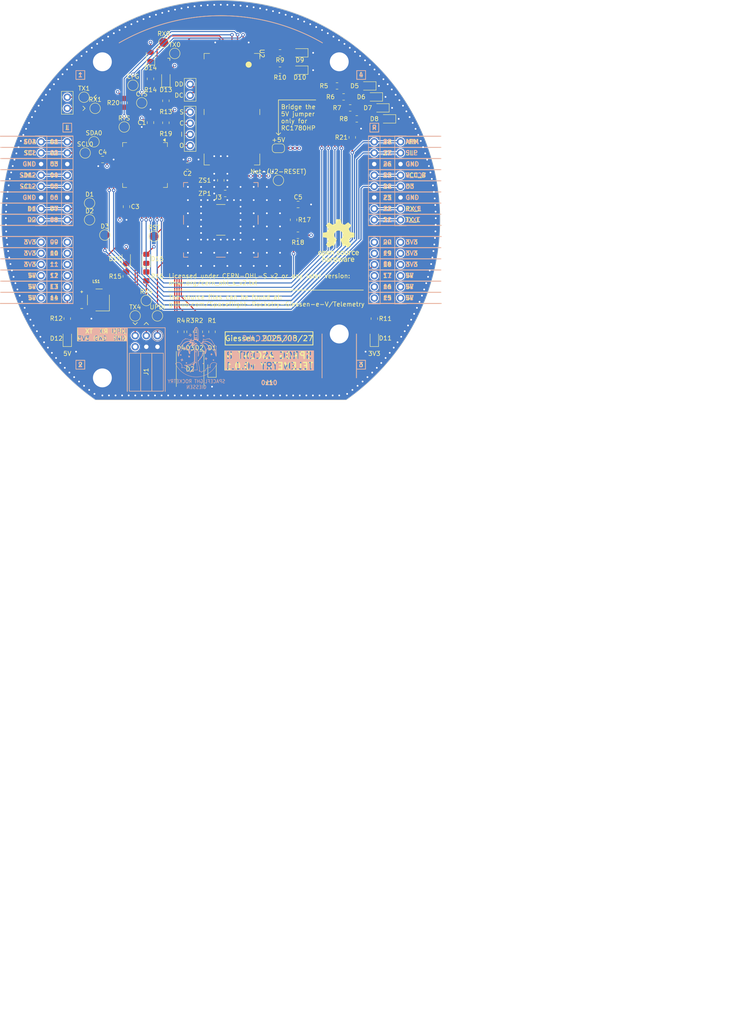
<source format=kicad_pcb>
(kicad_pcb (version 20241229) (generator "pcbnew") (generator_version "9.0")
  (layers (0 "F.Cu" signal) (4 "In1.Cu" signal) (6 "In2.Cu" signal) (2 "B.Cu" signal) (13 "F.Paste" user) (15 "B.Paste" user) (5 "F.SilkS" user "F.Silkscreen") (7 "B.SilkS" user "B.Silkscreen") (1 "F.Mask" user) (3 "B.Mask" user) (25 "Edge.Cuts" user))
  (net 0 "")
  (net 1 "GND")
  (net 2 "SCL2")
  (net 3 "+3V3")
  (net 4 "LED R")
  (net 5 "LED G")
  (net 6 "LED B")
  (net 7 "SDA2")
  (net 8 "ARM")
  (net 9 "Net-(D1-A)")
  (net 10 "Net-(D2-AR)")
  (net 11 "Net-(D2-AG)")
  (net 12 "Net-(D2-AB)")
  (net 13 "D1")
  (net 14 "D2")
  (net 15 "UPDI")
  (net 16 "SLP")
  (net 17 "D3")
  (net 18 "+5V")
  (net 19 "VCC_B")
  (net 20 "RX_L")
  (net 21 "TX_L")
  (net 22 "RTS")
  (net 23 "RX0")
  (net 24 "CFG")
  (net 25 "RST")
  (net 26 "TX0")
  (net 27 "CTS")
  (net 28 "LED EV")
  (net 29 "Net-(U2-D2)")
  (net 30 "Net-(D9-A)")
  (net 31 "Net-(D6-A)")
  (net 32 "Net-(D12-A)")
  (net 33 "Net-(D11-A)")
  (net 34 "Net-(U2-RF)")
  (net 35 "Net-(U2-D1)")
  (net 36 "Net-(D10-A)")
  (net 37 "Net-(U2-RESET)")
  (net 38 "Net-(J2-Pin_1)")
  (net 39 "Net-(J2-Pin_2)")
  (net 64 "Net-(D8-A)")
  (net 65 "Net-(D7-A)")
  (net 66 "Net-(D5-A)")
  (net 67 "SCK")
  (net 68 "Net-(U1-PF2)")
  (net 69 "Net-(U1-PE7)")
  (net 70 "Net-(U1-PE5)")
  (net 71 "Net-(U1-PE3)")
  (net 72 "Net-(J3-Pad1)")
  (net 86 "SS")
  (net 95 "MISO")
  (net 96 "Net-(U1-PB4)")
  (net 99 "MOSI")
  (net 100 "unconnected-(U1-VREFA{slash}PD7-Pad33)")
  (net 102 "TX4")
  (net 103 "TX1")
  (net 104 "RX4")
  (net 105 "RX1")
  (net 106 "SCL0")
  (net 107 "SDA0")
  (net 108 "Net-(JP1-A)")
  (net 109 "Net-(D16-K)")
  (net 110 "Net-(D15-K)")
  (net 111 "Net-(D14-K)")
  (net 112 "Net-(D13-K)")
  (footprint "Footprints:Test Point" (layer "F.Cu") (at -30.920016 -15.24006)
    (property "Reference" "TP13" (hide yes))
    (property "Value" "~" (hide yes))
  )
  (footprint "Capacitor_SMD:C_0805_2012Metric_Pad1.18x1.45mm_HandSolder" (layer "F.Cu") (at 17.617484 -3.50006)
    (property "Reference" "C5")
    (property "Value" "1n0" (hide yes))
  )
  (footprint "Capacitor_SMD:C_0805_2012Metric_Pad1.18x1.45mm_HandSolder" (layer "F.Cu") (at -7.612516 -12.24006 180)
    (property "Reference" "C2")
    (property "Value" "1uF" (hide yes))
  )
  (footprint "Resistor_SMD:R_0805_2012Metric_Pad1.20x1.40mm_HandSolder" (layer "F.Cu") (at -21.565016 12.87494 -90)
    (property "Reference" "R15")
    (property "Value" "100R" (hide yes))
  )
  (footprint "Connector_PinSocket_2.54mm:PinSocket_2x03_P2.54mm_Horizontal" (layer "F.Cu") (at -19.525016 26.37494 90)
    (property "Reference" "J1")
    (property "Value" "Conn_02x03_Odd_Even" (hide yes))
  )
  (footprint "LED_SMD:LED_0805_2012Metric_Pad1.15x1.40mm_HandSolder" (layer "F.Cu") (at -35.000016 26.99994 90)
    (property "Reference" "D12")
    (property "Value" "LED" (hide yes))
  )
  (footprint "Footprints:Test Point" (layer "F.Cu") (at -19.525016 21.87494)
    (property "Reference" "TP8" (hide yes))
    (property "Value" "~" (hide yes))
  )
  (footprint "Footprints:M4 Mounting Hole" (layer "F.Cu") (at -27.000016 -36.00006)
    (property "Reference" "M1" (hide yes))
    (property "Value" "Conn_01x01_Pin" (hide yes))
  )
  (footprint "Footprints:M4 Mounting Hole" (layer "F.Cu") (at 26.999984 25.99994 180)
    (property "Reference" "M3" (hide yes))
    (property "Value" "Conn_01x01_Pin" (hide yes))
  )
  (footprint "Connector_PinSocket_2.54mm:PinSocket_1x08_P2.54mm_Vertical" (layer "F.Cu") (at -35.000016 -17.78006)
    (property "Reference" "JL1" (hide yes))
    (property "Value" "Conn_01x08_Pin" (hide yes))
  )
  (footprint "Resistor_SMD:R_0805_2012Metric_Pad1.20x1.40mm_HandSolder" (layer "F.Cu") (at -2.000016 25.49994 -90)
    (property "Reference" "R1")
    (property "Value" "R" (hide yes))
  )
  (footprint "Footprints:Test Point" (layer "F.Cu") (at -22.025016 -21.15256)
    (property "Reference" "TP5" (hide yes))
    (property "Value" "~" (hide yes))
  )
  (footprint "Footprints:Test Point" (layer "F.Cu") (at -14.445016 21.87494)
    (property "Reference" "TP7" (hide yes))
    (property "Value" "~" (hide yes))
  )
  (footprint "Footprints:Test Point" (layer "F.Cu") (at -16.985016 18.37494)
    (property "Reference" "TP9" (hide yes))
    (property "Value" "~" (hide yes))
  )
  (footprint "LED_SMD:LED_0805_2012Metric_Pad1.15x1.40mm_HandSolder" (layer "F.Cu") (at -16.985016 8.87494 90)
    (property "Reference" "D16")
    (property "Value" "LED" (hide yes))
  )
  (footprint "Footprints:Test Point" (layer "F.Cu") (at -29.920016 -0.00006)
    (property "Reference" "TP11" (hide yes))
    (property "Value" "~" (hide yes))
  )
  (footprint "Footprints:RGB LED Cree-PLCC-6_6x5mm_P2.1mm" (layer "F.Cu") (at -7.000016 33.99994 -90)
    (property "Reference" "D2")
    (property "Value" "CLS6B-FKW" (hide yes))
  )
  (footprint "Connector_PinSocket_2.54mm:PinSocket_1x02_P2.54mm_Vertical" (layer "F.Cu") (at -6.990016 -30.895062)
    (property "Reference" "J2" (hide yes))
    (property "Value" "Conn_01x02_Pin" (hide yes))
  )
  (footprint "Resistor_SMD:R_0805_2012Metric_Pad1.20x1.40mm_HandSolder" (layer "F.Cu") (at 27.999984 -28.00006 180)
    (property "Reference" "R6")
    (property "Value" "100R" (hide yes))
  )
  (footprint "Footprints:Test Point" (layer "F.Cu") (at -13.000016 -40.400062)
    (property "Reference" "TP4" (hide yes))
    (property "Value" "~" (hide yes))
  )
  (footprint "Connector_PinSocket_2.54mm:PinSocket_1x02_P2.54mm_Vertical" (layer "F.Cu") (at -35.000016 -27.94006)
    (property "Reference" "J5" (hide yes))
    (property "Value" "Conn_01x02_Pin" (hide yes))
  )
  (footprint "Connector_PinSocket_2.54mm:PinSocket_1x06_P2.54mm_Vertical" (layer "F.Cu") (at -40.975016 5.07994)
    (property "Reference" "JL4" (hide yes))
    (property "Value" "Conn_01x06_Pin" (hide yes))
  )
  (footprint "Resistor_SMD:R_0805_2012Metric_Pad1.20x1.40mm_HandSolder" (layer "F.Cu") (at -22.025016 -26.65256 -90)
    (property "Reference" "R20")
    (property "Value" "5k6" (hide yes))
  )
  (footprint "Resistor_SMD:R_0805_2012Metric_Pad1.20x1.40mm_HandSolder" (layer "F.Cu") (at -35.000016 22.49994 -90)
    (property "Reference" "R12")
    (property "Value" "R" (hide yes))
  )
  (footprint "Resistor_SMD:R_0805_2012Metric_Pad1.20x1.40mm_HandSolder" (layer "F.Cu") (at -4.900016 25.49994 -90)
    (property "Reference" "R2")
    (property "Value" "R" (hide yes))
  )
  (footprint "Footprints:Test Point" (layer "F.Cu") (at -20.025016 -30.65256)
    (property "Reference" "TP2" (hide yes))
    (property "Value" "~" (hide yes))
  )
  (footprint "Resistor_SMD:R_0805_2012Metric_Pad1.20x1.40mm_HandSolder" (layer "F.Cu") (at 26.499984 -30.50006 180)
    (property "Reference" "R5")
    (property "Value" "100R" (hide yes))
  )
  (footprint "LED_SMD:LED_0805_2012Metric_Pad1.15x1.40mm_HandSolder" (layer "F.Cu") (at 35.024984 -28.00006 180)
    (property "Reference" "D6")
    (property "Value" "LED" (hide yes))
  )
  (footprint "Connector_PinSocket_2.54mm:PinSocket_1x06_P2.54mm_Vertical" (layer "F.Cu") (at 40.974984 5.10494)
    (property "Reference" "JR4" (hide yes))
    (property "Value" "Conn_01x06_Pin" (hide yes))
  )
  (footprint "Capacitor_SMD:C_0805_2012Metric_Pad1.18x1.45mm_HandSolder" (layer "F.Cu") (at -21.500016 -3.00006 -90)
    (property "Reference" "C3")
    (property "Value" "1uF" (hide yes))
  )
  (footprint "Resistor_SMD:R_0805_2012Metric_Pad1.20x1.40mm_HandSolder" (layer "F.Cu") (at 34.999984 22.49994 -90)
    (property "Reference" "R11")
    (property "Value" "R" (hide yes))
  )
  (footprint "Footprints:M4 Mounting Hole" (layer "F.Cu") (at 26.999984 -36.00006 180)
    (property "Reference" "M4" (hide yes))
    (property "Value" "Conn_01x01_Pin" (hide yes))
  )
  (footprint "LED_SMD:LED_0805_2012Metric_Pad1.15x1.40mm_HandSolder" (layer "F.Cu") (at -12.525016 -32.11506 90)
    (property "Reference" "D13")
    (property "Value" "LED" (hide yes))
  )
  (footprint "LED_SMD:LED_0805_2012Metric_Pad1.15x1.40mm_HandSolder" (layer "F.Cu") (at 18.024984 -34.09006 180)
    (property "Reference" "D10")
    (property "Value" "LED" (hide yes))
  )
  (footprint "Capacitor_SMD:C_0805_2012Metric_Pad1.18x1.45mm_HandSolder" (layer "F.Cu") (at -26.937516 -13.74006)
    (property "Reference" "C4")
    (property "Value" "1uF" (hide yes))
  )
  (footprint "Package_QFP:TQFP-64_10x10mm_P0.5mm" (layer "F.Cu") (at -17.275016 -12.49006 -90)
    (property "Reference" "U1" (hide yes))
    (property "Value" "AVR128DB64x-xPT" (hide yes))
  )
  (footprint "LED_SMD:LED_0805_2012Metric_Pad1.15x1.40mm_HandSolder" (layer "F.Cu") (at 36.524984 -25.50006 180)
    (property "Reference" "D7")
    (property "Value" "LED" (hide yes))
  )
  (footprint "Resistor_SMD:R_0805_2012Metric_Pad1.20x1.40mm_HandSolder" (layer "F.Cu") (at 17.579984 3.49994 180)
    (property "Reference" "R18")
    (property "Value" "5k6" (hide yes))
  )
  (footprint "Resistor_SMD:R_0805_2012Metric_Pad1.20x1.40mm_HandSolder" (layer "F.Cu") (at 13.499984 -38.04006 180)
    (property "Reference" "R9")
    (property "Value" "R" (hide yes))
  )
  (footprint "LED_SMD:LED_0805_2012Metric_Pad1.15x1.40mm_HandSolder" (layer "F.Cu") (at -21.565016 8.87494 90)
    (property "Reference" "D15")
    (property "Value" "LED" (hide yes))
  )
  (footprint "LED_SMD:LED_0805_2012Metric_Pad1.15x1.40mm_HandSolder" (layer "F.Cu") (at 18.024984 -38.04006 180)
    (property "Reference" "D9")
    (property "Value" "LED" (hide yes))
  )
  (footprint "Footprints:Test Point" (layer "F.Cu") (at -26.437516 3.46744)
    (property "Reference" "TP17" (hide yes))
    (property "Value" "~" (hide yes))
  )
  (footprint "Resistor_SMD:R_0805_2012Metric_Pad1.20x1.40mm_HandSolder" (layer "F.Cu") (at -7.000016 25.49994 -90)
    (property "Reference" "R3")
    (property "Value" "R" (hide yes))
  )
  (footprint "LED_SMD:LED_0805_2012Metric_Pad1.15x1.40mm_HandSolder" (layer "F.Cu") (at -16.025016 -37.11506 90)
    (property "Reference" "D14")
    (property "Value" "LED" (hide yes))
  )
  (footprint "Connector_PinSocket_2.54mm:PinSocket_1x08_P2.54mm_Vertical" (layer "F.Cu") (at -40.975016 -17.78006)
    (property "Reference" "JL3" (hide yes))
    (property "Value" "Conn_01x08_Pin" (hide yes))
  )
  (footprint "Connector_PinSocket_2.54mm:PinSocket_1x08_P2.54mm_Vertical" (layer "F.Cu") (at 34.974984 -17.78006)
    (property "Reference" "JR1" (hide yes))
    (property "Value" "Conn_01x08_Pin" (hide yes))
  )
  (footprint "LED_SMD:LED_0805_2012Metric_Pad1.15x1.40mm_HandSolder" (layer "F.Cu") (at 34.999984 26.99994 90)
    (property "Reference" "D11")
    (property "Value" "LED" (hide yes))
  )
  (footprint "LED_SMD:LED_0805_2012Metric_Pad1.15x1.40mm_HandSolder" (layer "F.Cu") (at 38.024984 -23.00006 180)
    (property "Reference" "D8")
    (property "Value" "LED" (hide yes))
  )
  (footprint "Resistor_SMD:R_0805_2012Metric_Pad1.20x1.40mm_HandSolder" (layer "F.Cu") (at 29.974984 -18.78006 90)
    (property "Reference" "R21")
    (property "Value" "5k6" (hide yes))
  )
  (footprint "Resistor_SMD:R_0805_2012Metric_Pad1.20x1.40mm_HandSolder" (layer "F.Cu") (at -16.025016 -32.11506 90)
    (property "Reference" "R14")
    (property "Value" "100R" (hide yes))
  )
  (footprint "Resistor_SMD:R_0805_2012Metric_Pad1.20x1.40mm_HandSolder" (layer "F.Cu") (at -0.000016 -9.00006 -90)
    (property "Reference" "ZS1")
    (property "Value" "R")
  )
  (footprint "Connector_PinSocket_2.54mm:PinSocket_1x06_P2.54mm_Vertical" (layer "F.Cu") (at -35.000016 5.07994)
    (property "Reference" "JL2" (hide yes))
    (property "Value" "Conn_01x06_Pin" (hide yes))
  )
  (footprint "Footprints:Test Point" (layer "F.Cu") (at -10.500016 -37.900062)
    (property "Reference" "TP3" (hide yes))
    (property "Value" "~" (hide yes))
  )
  (footprint "Footprints:Test Point" (layer "F.Cu") (at -29.920016 -3.81006)
    (property "Reference" "TP10" (hide yes))
    (property "Value" "~" (hide yes))
  )
  (footprint "Footprints:Test Point" (layer "F.Cu") (at -18.025016 -26.65256)
    (property "Reference" "TP6" (hide yes))
    (property "Value" "~" (hide yes))
  )
  (footprint "Footprints:Buzzer XDCR_CMT-0525-75-SMT-TR" (layer "F.Cu") (at -27.9 18.25)
    (property "Reference" "LS1")
    (property "Value" "CMT-0525-75-SMT-TR")
  )
  (footprint "Resistor_SMD:R_0805_2012Metric_Pad1.20x1.40mm_HandSolder" (layer "F.Cu") (at 29.499984 -25.50006 180)
    (property "Reference" "R7")
    (property "Value" "100R" (hide yes))
  )
  (footprint "Footprints:Test Point" (layer "F.Cu") (at -31.190016 -27.94006)
    (property "Reference" "TP14" (hide yes))
    (property "Value" "~" (hide yes))
  )
  (footprint "Connector_PinSocket_2.54mm:PinSocket_1x08_P2.54mm_Vertical" (layer "F.Cu") (at 40.974984 -17.78006)
    (property "Reference" "JR3" (hide yes))
    (property "Value" "Conn_01x08_Pin" (hide yes))
  )
  (footprint "Resistor_SMD:R_0805_2012Metric_Pad1.20x1.40mm_HandSolder" (layer "F.Cu") (at 30.999984 -23.00006 180)
    (property "Reference" "R8")
    (property "Value" "100R" (hide yes))
  )
  (footprint "Resistor_SMD:R_0805_2012Metric_Pad1.20x1.40mm_HandSolder" (layer "F.Cu") (at -16.985016 12.87494 90)
    (property "Reference" "R16")
    (property "Value" "100R" (hide yes))
  )
  (footprint "Footprints:SMA Connector CONSMA001-SMD-G-T" (layer "F.Cu") (at -0.000016 -0.00006)
    (property "Reference" "J3")
    (property "Value" "SMA SMD")
  )
  (footprint "Resistor_SMD:R_0805_2012Metric_Pad1.20x1.40mm_HandSolder" (layer "F.Cu") (at -9.100016 25.49994 -90)
    (property "Reference" "R4")
    (property "Value" "R" (hide yes))
  )
  (footprint "Connector_PinSocket_2.54mm:PinSocket_1x04_P2.54mm_Vertical" (layer "F.Cu") (at -6.990016 -16.925062 180)
    (property "Reference" "J4" (hide yes))
    (property "Value" "Conn_01x04_Pin" (hide yes))
  )
  (footprint "LED_SMD:LED_0805_2012Metric_Pad1.15x1.40mm_HandSolder" (layer "F.Cu") (at 33.524984 -30.50006 180)
    (property "Reference" "D5")
    (property "Value" "LED" (hide yes))
  )
  (footprint "Footprints:Test Point" (layer "F.Cu") (at -28.650016 -25.40006)
    (property "Reference" "TP15" (hide yes))
    (property "Value" "~" (hide yes))
  )
  (footprint "Resistor_SMD:R_0805_2012Metric_Pad1.20x1.40mm_HandSolder" (layer "F.Cu") (at 13.499984 -34.09006 180)
    (property "Reference" "R10")
    (property "Value" "R" (hide yes))
  )
  (footprint "Footprints:Test Point" (layer "F.Cu") (at -28.920016 -17.78006)
    (property "Reference" "TP12" (hide yes))
    (property "Value" "~" (hide yes))
  )
  (footprint "Connector_PinSocket_2.54mm:PinSocket_1x06_P2.54mm_Vertical" (layer "F.Cu") (at 34.999984 5.10494)
    (property "Reference" "JR2" (hide yes))
    (property "Value" "Conn_01x06_Pin" (hide yes))
  )
  (footprint "Resistor_SMD:R_0805_2012Metric_Pad1.20x1.40mm_HandSolder" (layer "F.Cu") (at 0.999984 -6.00006)
    (property "Reference" "ZP1")
    (property "Value" "R")
  )
  (footprint "Resistor_SMD:R_0805_2012Metric_Pad1.20x1.40mm_HandSolder" (layer "F.Cu") (at -12.525016 -22.11506 -90)
    (property "Reference" "R19")
    (property "Value" "5k6" (hide yes))
  )
  (footprint "Footprints:M4 Mounting Hole" (layer "F.Cu") (at -27.000016 35.99994)
    (property "Reference" "M2" (hide yes))
    (property "Value" "Conn_01x01_Pin" (hide yes))
  )
  (footprint "Resistor_SMD:R_0805_2012Metric_Pad1.20x1.40mm_HandSolder" (layer "F.Cu") (at -12.525016 -27.11506 -90)
    (property "Reference" "R13")
    (property "Value" "100R" (hide yes))
  )
  (footprint "Footprints:Radiocrafts RC1780HP-RC232" (layer "F.Cu") (at 8.889984 -37.900062 -90)
    (property "Reference" "U2")
    (property "Value" "RC1780HP")
  )
  (footprint "Capacitor_SMD:C_0805_2012Metric_Pad1.18x1.45mm_HandSolder" (layer "F.Cu") (at -16.025016 -22.15256 90)
    (property "Reference" "C1")
    (property "Value" "1uF" (hide yes))
  )
  (footprint "Footprints:Test Point" (layer "F.Cu") (at 13.139984 -9.000062)
    (property "Reference" "TP16" (hide yes))
    (property "Value" "~" (hide yes))
  )
  (footprint "Footprints:Test Point" (layer "F.Cu") (at -15.215016 3.74998)
    (property "Reference" "TP1" (hide yes))
    (property "Value" "~" (hide yes))
  )
  (footprint "LED_SMD:LED_0805_2012Metric_Pad1.15x1.40mm_HandSolder" (layer "F.Cu") (at -2.000016 33.99994 90)
    (property "Reference" "D1")
    (property "Value" "LED" (hide yes))
  )
  (footprint "Resistor_SMD:R_0805_2012Metric_Pad1.20x1.40mm_HandSolder" (layer "F.Cu") (at 16.579984 -0.00006 -90)
    (property "Reference" "R17")
    (property "Value" "2k7" (hide yes))
  )
  (footprint "Footprints:Solder Jumper" (layer "F.Cu") (at 13.139984 -16.310062)
    (property "Reference" "JP1" (hide yes))
    (property "Value" "Jumper_2_Bridged" (hide yes))
  )
  (gr_circle (center 26.999985 35.99994) (end 29.999985 35.99994) (stroke (width 2)) (fill no) (layer "F.Cu") (net 1))
  (gr_circle (center 26.999985 35.99994) (end 29.999985 35.99994) (stroke (width 2)) (fill no) (layer "B.Cu") (net 1))
  (gr_line (start -50.165016 6.34994) (end -33.707016 6.34994) (stroke (width 0.2)) (layer "F.SilkS"))
  (gr_line (start 33.706984 -3.81006) (end 50.164984 -3.81006) (stroke (width 0.2)) (layer "F.SilkS"))
  (gr_line (start 33.781984 19.04994) (end 50.239984 19.04994) (stroke (width 0.2)) (layer "F.SilkS"))
  (gr_line (start -13.860016 -39.060062) (end -14.360016 -39.060062) (stroke (width 0.15)) (layer "F.SilkS"))
  (gr_line (start -31.440016 -25.90006) (end -30.940016 -25.40006) (stroke (width 0.15)) (layer "F.SilkS"))
  (gr_line (start -50.165016 -13.97006) (end -33.707016 -13.97006) (stroke (width 0.2)) (layer "F.SilkS"))
  (gr_line (start 33.706984 13.96994) (end 50.164984 13.96994) (stroke (width 0.2)) (layer "F.SilkS"))
  (gr_line (start -19.525016 23.87494) (end -20.025016 23.37494) (stroke (width 0.15)) (layer "F.SilkS"))
  (gr_line (start -33.025016 -34.00006) (end -33.025016 -32.00006) (stroke (width 0.15)) (layer "F.SilkS"))
  (gr_line (start -8.500015 7.49995) (end -8.500015 8.49995) (stroke (width 0.15)) (layer "F.SilkS"))
  (gr_line (start 13.139984 -27.310062) (end 21.639984 -27.310062) (stroke (width 0.15)) (layer "F.SilkS"))
  (gr_line (start -50.240016 3.80994) (end -33.782016 3.80994) (stroke (width 0.2)) (layer "F.SilkS"))
  (gr_line (start 33.706984 -16.51006) (end 50.164984 -16.51006) (stroke (width 0.2)) (layer "F.SilkS"))
  (gr_line (start -28.900016 -27.94006) (end -28.400016 -27.44006) (stroke (width 0.15)) (layer "F.SilkS"))
  (gr_line (start 30.974984 31.99994) (end 30.974984 33.99994) (stroke (width 0.15)) (layer "F.SilkS"))
  (gr_arc (start -0.000015 -46.50006) (mid 11.995439 -44.926212) (end 23.178892 -40.311203) (stroke (width 0.15)) (layer "F.SilkS"))
  (gr_line (start -34.000016 -22.00006) (end -36.000016 -22.00006) (stroke (width 0.15)) (layer "F.SilkS"))
  (gr_line (start -8.500015 8.49995) (end -7.500015 8.49995) (stroke (width 0.15)) (layer "F.SilkS"))
  (gr_poly (pts (xy 25.504898 7.07017) (xy 25.519142 7.071188) (xy 25.547751 7.075249) (xy 25.576288 7.081993) (xy 25.604469 7.091402) (xy 25.618338 7.097099) (xy 25.632014 7.103455) (xy 25.645459 7.110468) (xy 25.65864 7.118134) (xy 25.671522 7.126452) (xy 25.684068 7.135419) (xy 25.696244 7.145033) (xy 25.708014 7.155291) (xy 25.719344 7.16619) (xy 25.730197 7.17773) (xy 25.74054 7.189906) (xy 25.750337 7.202716) (xy 25.759552 7.216159) (xy 25.76815 7.230232) (xy 25.776097 7.244931) (xy 25.783356 7.260256) (xy 25.789893 7.276203) (xy 25.795673 7.29277) (xy 25.80066 7.309955) (xy 25.80482 7.327755) (xy 25.808116 7.346167) (xy 25.810514 7.36519) (xy 25.811979 7.384821) (xy 25.812475 7.405057) (xy 25.812475 8.046672) (xy 25.618271 8.046672) (xy 25.618271 7.471732) (xy 25.618038 7.459567) (xy 25.617345 7.447731) (xy 25.616201 7.436227) (xy 25.614616 7.425059) (xy 25.612598 7.414231) (xy 25.610156 7.403747) (xy 25.6073 7.39361) (xy 25.604039 7.383824) (xy 25.600381 7.374394) (xy 25.596336 7.365322) (xy 25.591913 7.356613) (xy 25.587121 7.34827) (xy 25.581969 7.340297) (xy 25.576466 7.332698) (xy 25.570622 7.325477) (xy 25.564444 7.318638) (xy 25.557943 7.312183) (xy 25.551128 7.306118) (xy 25.544007 7.300445) (xy 25.536589 7.295169) (xy 25.528885 7.290294) (xy 25.520902 7.285822) (xy 25.51265 7.281759) (xy 25.504138 7.278107) (xy 25.495375 7.27487) (xy 25.48637 7.272053) (xy 25.477132 7.269659) (xy 25.467671 7.267692) (xy 25.457995 7.266155) (xy 25.448114 7.265053) (xy 25.438036 7.264389) (xy 25.42777 7.264167) (xy 25.4175 7.264389) (xy 25.407406 7.265053) (xy 25.3975 7.266155) (xy 25.38779 7.267692) (xy 25.378287 7.269659) (xy 25.369 7.272053) (xy 25.359939 7.27487) (xy 25.351114 7.278107) (xy 25.342534 7.281759) (xy 25.33421 7.285822) (xy 25.32615 7.290294) (xy 25.318366 7.295169) (xy 25.310866 7.300445) (xy 25.30366 7.306118) (xy 25.296758 7.312183) (xy 25.290171 7.318638) (xy 25.283907 7.325477) (xy 25.277976 7.332698) (xy 25.272388 7.340297) (xy 25.267154 7.34827) (xy 25.262282 7.356613) (xy 25.257782 7.365322) (xy 25.253665 7.374394) (xy 25.24994 7.383824) (xy 25.246616 7.39361) (xy 25.243704 7.403747) (xy 25.241213 7.414231) (xy 25.239153 7.425059) (xy 25.237534 7.436227) (xy 25.236365 7.447731) (xy 25.235657 7.459567) (xy 25.235419 7.471732) (xy 25.235419 8.046672) (xy 25.041214 8.046672) (xy 25.041347 8.046671) (xy 25.041347 7.08134) (xy 25.235551 7.08134) (xy 25.235551 7.18413) (xy 25.239387 7.18413) (xy 25.251109 7.170289) (xy 25.263443 7.157341) (xy 25.276372 7.145286) (xy 25.289879 7.134124) (xy 25.303946 7.123855) (xy 25.318557 7.114479) (xy 25.333693 7.105995) (xy 25.349338 7.098405) (xy 25.365474 7.091708) (xy 25.382085 7.085904) (xy 25.399153 7.080992) (xy 25.41666 7.076974) (xy 25.43459 7.073848) (xy 25.452925 7.071616) (xy 25.471648 7.070276) (xy 25.490741 7.06983)) (fill yes) (layer "F.SilkS"))
  (gr_line (start -50.240016 1.26994) (end -33.782016 1.26994) (stroke (width 0.2)) (layer "F.SilkS"))
  (gr_line (start -50.165016 8.88994) (end -33.707016 8.88994) (stroke (width 0.2)) (layer "F.SilkS"))
  (gr_line (start -16.985016 23.37494) (end -16.485016 23.87494) (stroke (width 0.15)) (layer "F.SilkS"))
  (gr_poly (pts (xy 24.497424 7.070291) (xy 24.517132 7.071666) (xy 24.536615 7.073943) (xy 24.555845 7.07711) (xy 24.574794 7.081154) (xy 24.593432 7.086064) (xy 24.611731 7.091826) (xy 24.629663 7.09843) (xy 24.647199 7.105862) (xy 24.66431 7.11411) (xy 24.680967 7.123163) (xy 24.697143 7.133008) (xy 24.712809 7.143632) (xy 24.727935 7.155024) (xy 24.742494 7.167171) (xy 24.756456 7.180062) (xy 24.769794 7.193684) (xy 24.782479 7.208024) (xy 24.794481 7.223071) (xy 24.805773 7.238812) (xy 24.816326 7.255235) (xy 24.826112 7.272328) (xy 24.835101 7.290079) (xy 24.843265 7.308476) (xy 24.850575 7.327506) (xy 24.857004 7.347156) (xy 24.862522 7.367416) (xy 24.867101 7.388272) (xy 24.870712 7.409713) (xy 24.873327 7.431726) (xy 24.874917 7.454299) (xy 24.875453 7.47742) (xy 24.875453 7.637362) (xy 24.27379 7.637362) (xy 24.274073 7.651954) (xy 24.274913 7.666088) (xy 24.276301 7.679764) (xy 24.278223 7.692982) (xy 24.28067 7.705741) (xy 24.28363 7.718041) (xy 24.287093 7.729882) (xy 24.291046 7.741262) (xy 24.295479 7.752182) (xy 24.300381 7.762642) (xy 24.30574 7.772641) (xy 24.311546 7.782178) (xy 24.317787 7.791254) (xy 24.324452 7.799868) (xy 24.33153 7.808019) (xy 24.33901 7.815707) (xy 24.346881 7.822932) (xy 24.355131 7.829694) (xy 24.363749 7.835992) (xy 24.372725 7.841826) (xy 24.382047 7.847195) (xy 24.391703 7.852099) (xy 24.401684 7.856538) (xy 24.411977 7.860511) (xy 24.422572 7.864018) (xy 24.433457 7.867058) (xy 24.444622 7.869632) (xy 24.456054 7.871739) (xy 24.467744 7.873378) (xy 24.479679 7.874549) (xy 24.491849 7.875252) (xy 24.504243 7.875486) (xy 24.518218 7.875086) (xy 24.532284 7.873893) (xy 24.546401 7.871923) (xy 24.560526 7.86919) (xy 24.574618 7.865708) (xy 24.588635 7.861492) (xy 24.602535 7.856556) (xy 24.616277 7.850913) (xy 24.629819 7.84458) (xy 24.643119 7.837569) (xy 24.656136 7.829896) (xy 24.668828 7.821574) (xy 24.681153 7.812618) (xy 24.69307 7.803042) (xy 24.704537 7.792861) (xy 24.715512 7.782089) (xy 24.856403 7.901945) (xy 24.838216 7.921902) (xy 24.819395 7.940368) (xy 24.799974 7.95737) (xy 24.779986 7.972938) (xy 24.759463 7.987099) (xy 24.73844 7.999881) (xy 24.716949 8.011312) (xy 24.695024 8.02142) (xy 24.672696 8.030235) (xy 24.650001 8.037782) (xy 24.62697 8.044092) (xy 24.603637 8.049191) (xy 24.580035 8.053109) (xy 24.556197 8.055872) (xy 24.532157 8.057509) (xy 24.507947 8.058049) (xy 24.4705 8.056882) (xy 24.432681 8.053183) (xy 24.394875 8.046648) (xy 24.357467 8.036979) (xy 24.320841 8.023874) (xy 24.302941 8.015938) (xy 24.285381 8.007031) (xy 24.268209 7.997114) (xy 24.251473 7.98615) (xy 24.235221 7.974101) (xy 24.219501 7.96093) (xy 24.204362 7.946599) (xy 24.18985 7.93107) (xy 24.176015 7.914306) (xy 24.162904 7.896269) (xy 24.150566 7.876922) (xy 24.139049 7.856226) (xy 24.1284 7.834145) (xy 24.118668 7.810641) (xy 24.109901 7.785675) (xy 24.102147 7.759211) (xy 24.095454 7.731211) (xy 24.08987 7.701637) (xy 24.085443 7.670451) (xy 24.082221 7.637617) (xy 24.080253 7.603095) (xy 24.079586 7.56685) (xy 24.080198 7.532427) (xy 24.082004 7.499462) (xy 24.08406 7.477553) (xy 24.27379 7.477553) (xy 24.681249 7.477553) (xy 24.680488 7.464) (xy 24.679277 7.450852) (xy 24.677627 7.438109) (xy 24.675544 7.425773) (xy 24.673038 7.413847) (xy 24.670118 7.402331) (xy 24.666793 7.391229) (xy 24.663071 7.38054) (xy 24.658961 7.370268) (xy 24.654472 7.360413) (xy 24.649612 7.350978) (xy 24.64439 7.341964) (xy 24.638816 7.333373) (xy 24.632898 7.325207) (xy 24.626644 7.317467) (xy 24.620064 7.310155) (xy 24.613166 7.303273) (xy 24.605958 7.296822) (xy 24.598451 7.290805) (xy 24.590652 7.285223) (xy 24.58257 7.280077) (xy 24.574215 7.27537) (xy 24.565594 7.271103) (xy 24.556717 7.267278) (xy 24.547592 7.263896) (xy 24.538228 7.26096) (xy 24.528634 7.258471) (xy 24.518819 7.25643) (xy 24.508791 7.25484) (xy 24.498559 7.253702) (xy 24.488132 7.253018) (xy 24.477519 7.25279) (xy 24.466901 7.253018) (xy 24.456459 7.253702) (xy 24.446204 7.25484) (xy 24.436144 7.25643) (xy 24.42629 7.258471) (xy 24.416652 7.26096) (xy 24.407239 7.263896) (xy 24.398062 7.267278) (xy 24.389129 7.271103) (xy 24.380451 7.27537) (xy 24.372038 7.280077) (xy 24.363899 7.285222) (xy 24.356044 7.290805) (xy 24.348482 7.296822) (xy 24.341225 7.303272) (xy 24.334281 7.310155) (xy 24.32766 7.317466) (xy 24.321372 7.325206) (xy 24.315427 7.333373) (xy 24.309835 7.341964) (xy 24.304605 7.350978) (xy 24.299747 7.360413) (xy 24.295271 7.370267) (xy 24.291187 7.38054) (xy 24.287504 7.391228) (xy 24.284233 7.402331) (xy 24.281383 7.413847) (xy 24.278963 7.425773) (xy 24.276985 7.438109) (xy 24.275456 7.450852) (xy 24.274388 7.464) (xy 24.27379 7.477553) (xy 24.08406 7.477553) (xy 24.084963 7.467933) (xy 24.089029 7.437814) (xy 24.09416 7.409082) (xy 24.100314 7.381713) (xy 24.107446 7.355683) (xy 24.115514 7.330967) (xy 24.124474 7.307543) (xy 24.134283 7.285385) (xy 24.144899 7.26447) (xy 24.156277 7.244774) (xy 24.168375 7.226273) (xy 24.181149 7.208942) (xy 24.194557 7.192758) (xy 24.208554 7.177697) (xy 24.223099 7.163735) (xy 24.238147 7.150847) (xy 24.253655 7.139011) (xy 24.269581 7.128201) (xy 24.285881 7.118394) (xy 24.302512 7.109565) (xy 24.319431 7.101691) (xy 24.336594 7.094748) (xy 24.353958 7.088712) (xy 24.371481 7.083558) (xy 24.389119 7.079264) (xy 24.406828 7.075803) (xy 24.442289 7.071291) (xy 24.477519 7.06983)) (fill yes) (layer "F.SilkS"))
  (gr_line (start -21.325016 24.57494) (end -21.325016 39.07494) (stroke (width 0.15)) (layer "F.SilkS"))
  (gr_line (start 33.706984 -13.97006) (end 50.164984 -13.97006) (stroke (width 0.2)) (layer "F.SilkS"))
  (gr_line (start -50.165016 16.50994) (end -33.707016 16.50994) (stroke (width 0.2)) (layer "F.SilkS"))
  (gr_poly (pts (xy 27.30333 -0.148216) (xy 27.305368 -0.148064) (xy 27.307397 -0.147815) (xy 27.309413 -0.147469) (xy 27.311415 -0.147031) (xy 27.313397 -0.146501) (xy 27.315358 -0.145884) (xy 27.317295 -0.145181) (xy 27.319204 -0.144395) (xy 27.321082 -0.143528) (xy 27.322926 -0.142583) (xy 27.324733 -0.141563) (xy 27.3265 -0.140469) (xy 27.328224 -0.139305) (xy 27.329902 -0.138073) (xy 27.331531 -0.136774) (xy 27.333107 -0.135413) (xy 27.334628 -0.133991) (xy 27.33609 -0.132511) (xy 27.337491 -0.130975) (xy 27.338828 -0.129386) (xy 27.340096 -0.127746) (xy 27.341294 -0.126058) (xy 27.342418 -0.124325) (xy 27.343465 -0.122548) (xy 27.344432 -0.12073) (xy 27.345316 -0.118874) (xy 27.346114 -0.116983) (xy 27.346822 -0.115058) (xy 27.347438 -0.113102) (xy 27.347959 -0.111118) (xy 27.348381 -0.109109) (xy 27.518508 0.805026) (xy 27.518928 0.807053) (xy 27.519441 0.809085) (xy 27.520044 0.811122) (xy 27.520734 0.813158) (xy 27.522365 0.817218) (xy 27.524311 0.821238) (xy 27.526547 0.825193) (xy 27.52905 0.829055) (xy 27.531796 0.832798) (xy 27.534764 0.836396) (xy 27.537928 0.839822) (xy 27.541265 0.843049) (xy 27.544753 0.846051) (xy 27.548367 0.848801) (xy 27.552084 0.851272) (xy 27.555881 0.853439) (xy 27.557802 0.8544) (xy 27.559734 0.855275) (xy 27.561674 0.85606) (xy 27.56362 0.856753) (xy 28.176263 1.107578) (xy 28.180061 1.109272) (xy 28.184091 1.110688) (xy 28.188316 1.111827) (xy 28.192702 1.112691) (xy 28.197212 1.113285) (xy 28.201812 1.11361) (xy 28.206466 1.113669) (xy 28.211138 1.113464) (xy 28.215793 1.113) (xy 28.220395 1.112277) (xy 28.22491 1.1113) (xy 28.229301 1.11007) (xy 28.233533 1.108591) (xy 28.237571 1.106865) (xy 28.241379 1.104895) (xy 28.244922 1.102683) (xy 29.008642 0.578543) (xy 29.010356 0.577421) (xy 29.012122 0.576388) (xy 29.013935 0.575441) (xy 29.015793 0.574582) (xy 29.017691 0.57381) (xy 29.019624 0.573124) (xy 29.02159 0.572524) (xy 29.023584 0.572009) (xy 29.025603 0.57158) (xy 29.027641 0.571235) (xy 29.031763 0.570797) (xy 29.035919 0.570693) (xy 29.040077 0.57092) (xy 29.044206 0.571474) (xy 29.048273 0.572351) (xy 29.052248 0.573549) (xy 29.054191 0.574267) (xy 29.056099 0.575064) (xy 29.057968 0.57594) (xy 29.059794 0.576893) (xy 29.061573 0.577925) (xy 29.063301 0.579033) (xy 29.064975 0.580219) (xy 29.06659 0.58148) (xy 29.068142 0.582818) (xy 29.069628 0.584232) (xy 29.71283 1.227434) (xy 29.714255 1.228931) (xy 29.715601 1.230493) (xy 29.71687 1.232117) (xy 29.718061 1.233798) (xy 29.719173 1.235533) (xy 29.720206 1.237318) (xy 29.722034 1.24102) (xy 29.723544 1.244876) (xy 29.724734 1.248853) (xy 29.7256 1.252922) (xy 29.726142 1.257051) (xy 29.726356 1.261209) (xy 29.726241 1.265366) (xy 29.725795 1.26949) (xy 29.725015 1.273552) (xy 29.7239 1.27752) (xy 29.723215 1.279459) (xy 29.722447 1.281363) (xy 29.721593 1.283228) (xy 29.720653 1.285051) (xy 29.719629 1.286827) (xy 29.718518 1.288552) (xy 29.203507 2.039175) (xy 29.201276 2.042737) (xy 29.199298 2.046553) (xy 29.197575 2.050589) (xy 29.196109 2.054811) (xy 29.1949 2.059185) (xy 29.193951 2.063676) (xy 29.193264 2.068252) (xy 29.192841 2.072877) (xy 29.192682 2.077517) (xy 29.19279 2.082139) (xy 29.193167 2.086709) (xy 29.193814 2.091191) (xy 29.194734 2.095552) (xy 29.195927 2.099759) (xy 29.197395 2.103776) (xy 29.199141 2.10757) (xy 29.470074 2.73966) (xy 29.471601 2.743544) (xy 29.473486 2.747393) (xy 29.475702 2.751183) (xy 29.478221 2.754892) (xy 29.481017 2.758496) (xy 29.484062 2.761972) (xy 29.487331 2.765298) (xy 29.490795 2.76845) (xy 29.494428 2.771404) (xy 29.498203 2.774139) (xy 29.502094 2.776631) (xy 29.506073 2.778857) (xy 29.510112 2.780794) (xy 29.514186 2.782418) (xy 29.518268 2.783708) (xy 29.52233 2.784639) (xy 30.40617 2.948945) (xy 30.406832 2.948945) (xy 30.408841 2.949379) (xy 30.410825 2.94991) (xy 30.41278 2.950535) (xy 30.414705 2.951251) (xy 30.416596 2.952055) (xy 30.418452 2.952944) (xy 30.420269 2.953916) (xy 30.422045 2.954966) (xy 30.423778 2.956093) (xy 30.425465 2.957293) (xy 30.428691 2.9599) (xy 30.431703 2.962764) (xy 30.434481 2.965862) (xy 30.437004 2.969168) (xy 30.439254 2.972661) (xy 30.441208 2.976314) (xy 30.442069 2.978194) (xy 30.442848 2.980106) (xy 30.443544 2.982046) (xy 30.444153 2.984011) (xy 30.444674 2.985999) (xy 30.445103 2.988007) (xy 30.445439 2.990031) (xy 30.445678 2.992069) (xy 30.445818 2.994117) (xy 30.445857 2.996173) (xy 30.445857 3.905811) (xy 30.445806 3.907867) (xy 30.445655 3.909916) (xy 30.445405 3.911956) (xy 30.445059 3.913982) (xy 30.444621 3.915992) (xy 30.444092 3.917984) (xy 30.443474 3.919953) (xy 30.442771 3.921896) (xy 30.441985 3.923812) (xy 30.441119 3.925696) (xy 30.440174 3.927546) (xy 30.439153 3.929358) (xy 30.43806 3.93113) (xy 30.436895 3.932858) (xy 30.435663 3.93454) (xy 30.434365 3.936172) (xy 30.433003 3.937751) (xy 30.431581 3.939274) (xy 30.430101 3.940739) (xy 30.428565 3.942142) (xy 30.426976 3.94348) (xy 30.425336 3.94475) (xy 30.423648 3.945949) (xy 30.421915 3.947073) (xy 30.420138 3.948121) (xy 30.41832 3.949089) (xy 30.416464 3.949973) (xy 30.414573 3.950771) (xy 30.412648 3.951479) (xy 30.410692 3.952096) (xy 30.408708 3.952616) (xy 30.406699 3.953039) (xy 29.544554 4.113509) (xy 29.542517 4.113929) (xy 29.540477 4.114443) (xy 29.538435 4.115048) (xy 29.536397 4.115741) (xy 29.53234 4.117379) (xy 29.528332 4.119334) (xy 29.524399 4.121582) (xy 29.520565 4.124099) (xy 29.516857 4.126862) (xy 29.513301 4.129847) (xy 29.509921 4.13303) (xy 29.506743 4.136389) (xy 29.503793 4.139898) (xy 29.501097 4.143535) (xy 29.49868 4.147276) (xy 29.496567 4.151097) (xy 29.494785 4.154974) (xy 29.494025 4.156927) (xy 29.493358 4.158885) (xy 29.224144 4.831191) (xy 29.222474 4.835011) (xy 29.221083 4.839057) (xy 29.219968 4.843294) (xy 29.219126 4.847686) (xy 29.218553 4.852199) (xy 29.218247 4.856799) (xy 29.218205 4.861449) (xy 29.218423 4.866116) (xy 29.218899 4.870764) (xy 29.219628 4.875359) (xy 29.220609 4.879865) (xy 29.221838 4.884248) (xy 29.223312 4.888473) (xy 29.225028 4.892505) (xy 29.226982 4.896309) (xy 29.229172 4.89985) (xy 29.718916 5.613432) (xy 29.720037 5.615146) (xy 29.721071 5.616913) (xy 29.722017 5.618728) (xy 29.722876 5.620588) (xy 29.723649 5.622489) (xy 29.724335 5.624426) (xy 29.724935 5.626396) (xy 29.72545 5.628395) (xy 29.725879 5.630418) (xy 29.726224 5.632462) (xy 29.726662 5.636595) (xy 29.726765 5.640763) (xy 29.726539 5.644933) (xy 29.725985 5.649074) (xy 29.725108 5.653154) (xy 29.72391 5.65714) (xy 29.723192 5.659088) (xy 29.722395 5.661001) (xy 29.721519 5.662874) (xy 29.720565 5.664704) (xy 29.719534 5.666487) (xy 29.718426 5.668218) (xy 29.71724 5.669894) (xy 29.715978 5.671511) (xy 29.714641 5.673064) (xy 29.713227 5.67455) (xy 29.069893 6.317752) (xy 29.068419 6.319165) (xy 29.066878 6.320502) (xy 29.065274 6.321762) (xy 29.06361 6.322945) (xy 29.061891 6.324051) (xy 29.06012 6.325079) (xy 29.056439 6.326901) (xy 29.052599 6.328408) (xy 29.048632 6.329598) (xy 29.044569 6.330468) (xy 29.040442 6.331015) (xy 29.036282 6.331236) (xy 29.032121 6.331129) (xy 29.027992 6.330691) (xy 29.023924 6.329919) (xy 29.01995 6.328811) (xy 29.018008 6.32813) (xy 29.016101 6.327364) (xy 29.014234 6.326512) (xy 29.01241 6.325575) (xy 29.010633 6.324551) (xy 29.008907 6.323441) (xy 28.307893 5.842296) (xy 28.304359 5.840123) (xy 28.300578 5.838217) (xy 28.296582 5.836579) (xy 28.292406 5.83521) (xy 28.288085 5.834111) (xy 28.283652 5.833283) (xy 28.279142 5.832725) (xy 28.274588 5.83244) (xy 28.270025 5.832428) (xy 28.265487 5.832689) (xy 28.261008 5.833225) (xy 28.256622 5.834036) (xy 28.252363 5.835123) (xy 28.248265 5.836487) (xy 28.244362 5.838128) (xy 28.240689 5.840047) (xy 27.931523 6.005147) (xy 27.929679 6.006036) (xy 27.927818 6.006817) (xy 27.925944 6.007492) (xy 27.924061 6.008062) (xy 27.922171 6.008529) (xy 27.920279 6.008894) (xy 27.918387 6.009157) (xy 27.916498 6.00932) (xy 27.914616 6.009385) (xy 27.912744 6.009353) (xy 27.910885 6.009224) (xy 27.909043 6.009) (xy 27.907221 6.008683) (xy 27.905422 6.008273) (xy 27.903649 6.007772) (xy 27.901907 6.007181) (xy 27.900197 6.006501) (xy 27.898523 6.005734) (xy 27.896888 6.00488) (xy 27.895297 6.003942) (xy 27.893751 6.002919) (xy 27.892255 6.001814) (xy 27.890811 6.000628) (xy 27.889424 5.999361) (xy 27.888095 5.998016) (xy 27.886829 5.996593) (xy 27.885628 5.995093) (xy 27.884496 5.993519) (xy 27.883436 5.99187) (xy 27.882452 5.990149) (xy 27.881547 5.988357) (xy 27.880723 5.986494) (xy 27.243342 4.446222) (xy 27.242598 4.444309) (xy 27.241951 4.442367) (xy 27.241402 4.440399) (xy 27.240948 4.43841) (xy 27.240588 4.436403) (xy 27.240321 4.434382) (xy 27.240146 4.432349) (xy 27.240062 4.43031) (xy 27.240067 4.428267) (xy 27.24016 4.426224) (xy 27.24034 4.424185) (xy 27.240605 4.422154) (xy 27.240955 4.420133) (xy 27.241388 4.418128) (xy 27.241903 4.41614) (xy 27.242499 4.414175) (xy 27.243174 4.412235) (xy 27.243927 4.410324) (xy 27.244758 4.408446) (xy 27.245664 4.406604) (xy 27.246644 4.404803) (xy 27.247698 4.403046) (xy 27.248824 4.401335) (xy 27.250021 4.399676) (xy 27.251287 4.398072) (xy 27.252622 4.396525) (xy 27.254023 4.395041) (xy 27.255491 4.393622) (xy 27.257023 4.392273) (xy 27.258619 4.390996) (xy 27.260276 4.389796) (xy 27.261995 4.388675) (xy 27.339386 4.341315) (xy 27.344967 4.337764) (xy 27.35092 4.333717) (xy 27.357134 4.32926) (xy 27.363496 4.324481) (xy 27.369896 4.319466) (xy 27.376221 4.314303) (xy 27.38236 4.309077) (xy 27.388202 4.303876) (xy 27.439415 4.26884) (xy 27.488291 4.230793) (xy 27.534695 4.189869) (xy 27.578495 4.1462) (xy 27.619557 4.099919) (xy 27.657748 4.05116) (xy 27.692935 4.000055) (xy 27.724983 3.946739) (xy 27.753761 3.891344) (xy 27.779134 3.834002) (xy 27.800969 3.774849) (xy 27.819133 3.714015) (xy 27.833493 3.651635) (xy 27.843915 3.587842) (xy 27.850266 3.522769) (xy 27.852413 3.456549) (xy 27.851104 3.40479) (xy 27.847219 3.353709) (xy 27.84082 3.303371) (xy 27.831973 3.253837) (xy 27.820739 3.205172) (xy 27.807181 3.157439) (xy 27.791364 3.110701) (xy 27.77335 3.065021) (xy 27.753203 3.020463) (xy 27.730986 2.977089) (xy 27.706761 2.934963) (xy 27.680593 2.894148) (xy 27.652545 2.854708) (xy 27.62268 2.816705) (xy 27.59106 2.780203) (xy 27.55775 2.745266) (xy 27.522812 2.711956) (xy 27.486311 2.680336) (xy 27.448308 2.650471) (xy 27.408868 2.622422) (xy 27.368053 2.596255) (xy 27.325927 2.57203) (xy 27.282553 2.549813) (xy 27.237995 2.529666) (xy 27.192315 2.511652) (xy 27.145577 2.495835) (xy 27.097843 2.482277) (xy 27.049179 2.471043) (xy 26.999645 2.462195) (xy 26.949307 2.455797) (xy 26.898226 2.451912) (xy 26.846467 2.450603) (xy 26.794708 2.451911) (xy 26.743627 2.455796) (xy 26.693289 2.462192) (xy 26.643756 2.471038) (xy 26.595091 2.482269) (xy 26.547358 2.495823) (xy 26.500619 2.511637) (xy 26.454939 2.529647) (xy 26.410381 2.54979) (xy 26.367007 2.572004) (xy 26.324881 2.596224) (xy 26.284066 2.622388) (xy 26.244626 2.650432) (xy 26.206624 2.680294) (xy 26.170122 2.71191) (xy 26.135184 2.745216) (xy 26.101874 2.780151) (xy 26.070255 2.81665) (xy 26.040389 2.854651) (xy 26.012341 2.89409) (xy 25.986173 2.934904) (xy 25.961949 2.97703) (xy 25.939731 3.020405) (xy 25.919584 3.064965) (xy 25.90157 3.110648) (xy 25.885753 3.15739) (xy 25.872196 3.205128) (xy 25.860961 3.253799) (xy 25.852114 3.30334) (xy 25.845716 3.353687) (xy 25.84183 3.404778) (xy 25.840521 3.456549) (xy 25.841061 3.489793) (xy 25.842668 3.522767) (xy 25.845326 3.555454) (xy 25.849019 3.587837) (xy 25.853729 3.619899) (xy 25.859441 3.651624) (xy 25.866137 3.682995) (xy 25.873801 3.713996) (xy 25.882416 3.744611) (xy 25.891965 3.774822) (xy 25.902432 3.804613) (xy 25.9138 3.833967) (xy 25.926053 3.862869) (xy 25.939174 3.8913) (xy 25.967951 3.946689) (xy 26 4) (xy 26.035186 4.051101) (xy 26.073377 4.09986) (xy 26.114439 4.146143) (xy 26.158239 4.189819) (xy 26.204644 4.230755) (xy 26.253519 4.268819) (xy 26.304733 4.303876) (xy 26.310618 4.309077) (xy 26.31679 4.314303) (xy 26.323139 4.319466) (xy 26.329554 4.324481) (xy 26.335926 4.32926) (xy 26.342145 4.333716) (xy 26.348099 4.337764) (xy 26.353681 4.341315) (xy 26.431071 4.388675) (xy 26.43279 4.389784) (xy 26.434448 4.390974) (xy 26.436043 4.392242) (xy 26.437576 4.393584) (xy 26.439043 4.394997) (xy 26.440445 4.396476) (xy 26.443046 4.39962) (xy 26.445369 4.402987) (xy 26.447403 4.406546) (xy 26.449139 4.410269) (xy 26.450568 4.414125) (xy 26.451679 4.418085) (xy 26.452462 4.422119) (xy 26.452907 4.426198) (xy 26.453005 4.430291) (xy 26.452746 4.43437) (xy 26.452479 4.436395) (xy 26.452119 4.438405) (xy 26.451665 4.440396) (xy 26.451115 4.442365) (xy 26.450469 4.444309) (xy 26.449724 4.446222) (xy 25.812343 5.986494) (xy 25.81152 5.988357) (xy 25.810615 5.990149) (xy 25.80963 5.99187) (xy 25.808571 5.993519) (xy 25.807439 5.995093) (xy 25.806238 5.996593) (xy 25.804972 5.998016) (xy 25.803643 5.999361) (xy 25.802255 6.000628) (xy 25.800812 6.001814) (xy 25.799316 6.002919) (xy 25.79777 6.003942) (xy 25.796178 6.00488) (xy 25.794544 6.005734) (xy 25.79287 6.006501) (xy 25.79116 6.007181) (xy 25.789417 6.007772) (xy 25.787645 6.008273) (xy 25.785846 6.008683) (xy 25.784024 6.009) (xy 25.782182 6.009224) (xy 25.780323 6.009353) (xy 25.778451 6.009385) (xy 25.776569 6.00932) (xy 25.77468 6.009157) (xy 25.772788 6.008894) (xy 25.770895 6.008529) (xy 25.769006 6.008062) (xy 25.767123 6.007492) (xy 25.765249 6.006817) (xy 25.763388 6.006036) (xy 25.761544 6.005147) (xy 25.452378 5.840047) (xy 25.448705 5.838106) (xy 25.444802 5.836449) (xy 25.440704 5.835074) (xy 25.436445 5.83398) (xy 25.432059 5.833167) (xy 25.427579 5.832631) (xy 25.423041 5.832373) (xy 25.418478 5.832391) (xy 25.413924 5.832683) (xy 25.409414 5.833248) (xy 25.404981 5.834085) (xy 25.40066 5.835192) (xy 25.396485 5.836568) (xy 25.392489 5.838211) (xy 25.388707 5.840121) (xy 25.385174 5.842296) (xy 24.68416 6.323441) (xy 24.682434 6.324551) (xy 24.680657 6.325575) (xy 24.678833 6.326512) (xy 24.676965 6.327364) (xy 24.675058 6.32813) (xy 24.673116 6.328811) (xy 24.671142 6.329407) (xy 24.669141 6.329919) (xy 24.665071 6.330691) (xy 24.660938 6.331129) (xy 24.656774 6.331236) (xy 24.652609 6.331015) (xy 24.648475 6.330468) (xy 24.644403 6.329598) (xy 24.640425 6.328409) (xy 24.638481 6.327695) (xy 24.636573 6.326901) (xy 24.634703 6.32603) (xy 24.632876 6.325079) (xy 24.631097 6.324051) (xy 24.629368 6.322946) (xy 24.627695 6.321762) (xy 24.62608 6.320502) (xy 24.624527 6.319166) (xy 24.623042 6.317752) (xy 23.979707 5.67455) (xy 23.978294 5.673065) (xy 23.976957 5.671512) (xy 23.975697 5.669897) (xy 23.974514 5.668224) (xy 23.973408 5.666495) (xy 23.97238 5.664716) (xy 23.970558 5.661019) (xy 23.969051 5.657167) (xy 23.967861 5.653189) (xy 23.966992 5.649117) (xy 23.966445 5.644983) (xy 23.966224 5.640818) (xy 23.966331 5.636653) (xy 23.966769 5.632521) (xy 23.967541 5.628451) (xy 23.968649 5.624476) (xy 23.96933 5.622533) (xy 23.970096 5.620626) (xy 23.970948 5.618759) (xy 23.971885 5.616935) (xy 23.972909 5.615158) (xy 23.974019 5.613432) (xy 24.463763 4.89985) (xy 24.465998 4.896309) (xy 24.467989 4.892505) (xy 24.469733 4.888473) (xy 24.471229 4.884248) (xy 24.472473 4.879865) (xy 24.473464 4.875359) (xy 24.474199 4.870764) (xy 24.474677 4.866116) (xy 24.474893 4.861449) (xy 24.474847 4.856799) (xy 24.474536 4.852199) (xy 24.473957 4.847686) (xy 24.473109 4.843294) (xy 24.471988 4.839057) (xy 24.470593 4.835011) (xy 24.468922 4.831191) (xy 24.199708 4.158885) (xy 24.19828 4.154974) (xy 24.196494 4.151097) (xy 24.194375 4.147276) (xy 24.191951 4.143535) (xy 24.189246 4.139898) (xy 24.186288 4.136389) (xy 24.183103 4.13303) (xy 24.179716 4.129847) (xy 24.176154 4.126862) (xy 24.172443 4.124099) (xy 24.168609 4.121582) (xy 24.164678 4.119334) (xy 24.160677 4.117379) (xy 24.156631 4.115741) (xy 24.152567 4.114443) (xy 24.150537 4.113929) (xy 24.148511 4.113509) (xy 23.286367 3.953039) (xy 23.284357 3.952616) (xy 23.282372 3.952096) (xy 23.280415 3.951479) (xy 23.278487 3.950771) (xy 23.276593 3.949973) (xy 23.274733 3.949088) (xy 23.272912 3.948121) (xy 23.27113 3.947073) (xy 23.269392 3.945948) (xy 23.267699 3.94475) (xy 23.264459 3.942142) (xy 23.261431 3.939274) (xy 23.258635 3.936172) (xy 23.256092 3.932858) (xy 23.253822 3.929358) (xy 23.251846 3.925696) (xy 23.250974 3.923812) (xy 23.250183 3.921896) (xy 23.249476 3.919953) (xy 23.248854 3.917984) (xy 23.248322 3.915992) (xy 23.24788 3.913982) (xy 23.247532 3.911956) (xy 23.247281 3.909916) (xy 23.247128 3.907867) (xy 23.247076 3.905811) (xy 23.247076 2.996173) (xy 23.247127 2.994117) (xy 23.247279 2.992069) (xy 23.247529 2.990031) (xy 23.247874 2.988007) (xy 23.248313 2.986) (xy 23.248842 2.984011) (xy 23.249459 2.982046) (xy 23.250162 2.980106) (xy 23.250948 2.978194) (xy 23.251815 2.976314) (xy 23.25276 2.974469) (xy 23.25378 2.972661) (xy 23.254874 2.970893) (xy 23.256038 2.969169) (xy 23.257271 2.967491) (xy 23.258569 2.965862) (xy 23.25993 2.964286) (xy 23.261352 2.962764) (xy 23.262833 2.961302) (xy 23.264368 2.9599) (xy 23.265957 2.958563) (xy 23.267597 2.957293) (xy 23.269285 2.956093) (xy 23.271019 2.954966) (xy 23.272796 2.953916) (xy 23.274613 2.952944) (xy 23.276469 2.952055) (xy 23.278361 2.951251) (xy 23.280286 2.950535) (xy 23.282241 2.94991) (xy 23.284225 2.949379) (xy 23.286235 2.948945) (xy 24.170075 2.784639) (xy 24.172102 2.78422) (xy 24.174137 2.783708) (xy 24.176177 2.783107) (xy 24.178218 2.782419) (xy 24.182293 2.780794) (xy 24.186332 2.778857) (xy 24.190311 2.776631) (xy 24.194201 2.77414) (xy 24.197977 2.771405) (xy 24.20161 2.76845) (xy 24.205074 2.765298) (xy 24.208343 2.761972) (xy 24.211388 2.758496) (xy 24.214184 2.754892) (xy 24.216703 2.751183) (xy 24.218918 2.747393) (xy 24.219904 2.745474) (xy 24.220803 2.743544) (xy 24.221613 2.741605) (xy 24.22233 2.73966) (xy 24.493263 2.10757) (xy 24.495008 2.103775) (xy 24.496473 2.099753) (xy 24.497661 2.095541) (xy 24.498574 2.091172) (xy 24.499215 2.086682) (xy 24.499586 2.082104) (xy 24.499691 2.077475) (xy 24.499531 2.072827) (xy 24.499109 2.068197) (xy 24.498427 2.063618) (xy 24.497489 2.059126) (xy 24.496296 2.054755) (xy 24.494851 2.05054) (xy 24.493157 2.046515) (xy 24.491216 2.042715) (xy 24.48903 2.039175) (xy 23.974019 1.288552) (xy 23.972897 1.286826) (xy 23.971863 1.285049) (xy 23.970917 1.283225) (xy 23.970058 1.281358) (xy 23.969285 1.279451) (xy 23.968599 1.277508) (xy 23.967999 1.275535) (xy 23.967484 1.273533) (xy 23.967055 1.271508) (xy 23.96671 1.269464) (xy 23.966272 1.265331) (xy 23.966169 1.261166) (xy 23.966395 1.257001) (xy 23.966949 1.252867) (xy 23.967826 1.248795) (xy 23.969024 1.244817) (xy 23.969743 1.242873) (xy 23.97054 1.240965) (xy 23.971415 1.239095) (xy 23.972369 1.237269) (xy 23.9734 1.235489) (xy 23.974509 1.23376) (xy 23.975694 1.232087) (xy 23.976956 1.230472) (xy 23.978294 1.228919) (xy 23.979707 1.227434) (xy 24.622909 0.584232) (xy 24.624395 0.582807) (xy 24.625947 0.581459) (xy 24.627562 0.580188) (xy 24.629236 0.578995) (xy 24.630964 0.577881) (xy 24.632744 0.576844) (xy 24.63644 0.575008) (xy 24.640293 0.57349) (xy 24.64427 0.572293) (xy 24.648342 0.571419) (xy 24.652476 0.57087) (xy 24.656641 0.570651) (xy 24.660806 0.570762) (xy 24.664939 0.571208) (xy 24.669008 0.571991) (xy 24.672983 0.573113) (xy 24.674926 0.573802) (xy 24.676833 0.574577) (xy 24.6787 0.575438) (xy 24.680524 0.576386) (xy 24.682302 0.577421) (xy 24.684028 0.578543) (xy 25.447747 1.102683) (xy 25.451267 1.104871) (xy 25.455055 1.106821) (xy 25.459075 1.108531) (xy 25.463294 1.109996) (xy 25.467674 1.111215) (xy 25.472181 1.112184) (xy 25.476779 1.112902) (xy 25.481432 1.113365) (xy 25.486106 1.113571) (xy 25.490764 1.113517) (xy 25.495372 1.1132) (xy 25.499893 1.112617) (xy 25.504293 1.111766) (xy 25.508535 1.110645) (xy 25.512585 1.109249) (xy 25.516407 1.107578) (xy 26.129182 0.856753) (xy 26.133066 0.855275) (xy 26.136915 0.853439) (xy 26.140706 0.851272) (xy 26.144416 0.848801) (xy 26.148022 0.84605) (xy 26.151501 0.843049) (xy 26.154831 0.839822) (xy 26.157988 0.836396) (xy 26.16095 0.832798) (xy 26.163694 0.829055) (xy 26.166197 0.825193) (xy 26.168435 0.821238) (xy 26.170387 0.817218) (xy 26.172029 0.813158) (xy 26.173339 0.809085) (xy 26.174293 0.805026) (xy 26.34442 -0.109109) (xy 26.344842 -0.111118) (xy 26.345363 -0.113102) (xy 26.345979 -0.115058) (xy 26.346688 -0.116983) (xy 26.347486 -0.118874) (xy 26.34837 -0.12073) (xy 26.349337 -0.122548) (xy 26.350384 -0.124325) (xy 26.351508 -0.126058) (xy 26.352705 -0.127746) (xy 26.35531 -0.130975) (xy 26.358174 -0.133991) (xy 26.361271 -0.136774) (xy 26.364577 -0.139305) (xy 26.368069 -0.141563) (xy 26.37172 -0.143528) (xy 26.375507 -0.145181) (xy 26.377443 -0.145884) (xy 26.379404 -0.146501) (xy 26.381387 -0.147031) (xy 26.383388 -0.147469) (xy 26.385405 -0.147815) (xy 26.387434 -0.148064) (xy 26.389472 -0.148216) (xy 26.391516 -0.148267) (xy 27.301285 -0.148267)) (fill yes) (layer "F.SilkS"))
  (gr_line (start -11.610016 -36.810062) (end -11.610016 -36.310062) (stroke (width 0.15)) (layer "F.SilkS"))
  (gr_arc (start -23.178922 -40.311203) (mid -11.995469 -44.926209) (end -0.000015 -46.50006) (stroke (width 0.15)) (layer "F.SilkS"))
  (gr_line (start 33.706984 -6.35006) (end 50.164984 -6.35006) (stroke (width 0.2)) (layer "F.SilkS"))
  (gr_line (start -50.165016 -1.27006) (end -33.707016 -1.27006) (stroke (width 0.2)) (layer "F.SilkS"))
  (gr_line (start -1.000025 8.49998) (end 0.999975 8.49998) (stroke (width 0.15)) (layer "F.SilkS"))
  (gr_line (start 33.999984 -22.00006) (end 33.999984 -20.00006) (stroke (width 0.15)) (layer "F.SilkS"))
  (gr_poly (pts (xy 29.44143 8.595087) (xy 29.455612 8.596072) (xy 29.469506 8.597693) (xy 29.483123 8.599933) (xy 29.496472 8.602776) (xy 29.509566 8.606203) (xy 29.522415 8.6102) (xy 29.53503 8.614748) (xy 29.547422 8.619831) (xy 29.559601 8.625432) (xy 29.571579 8.631534) (xy 29.583366 8.63812) (xy 29.594974 8.645174) (xy 29.606412 8.652678) (xy 29.617692 8.660616) (xy 29.628825 8.668971) (xy 29.487934 8.836584) (xy 29.479526 8.830403) (xy 29.471385 8.824701) (xy 29.463468 8.819466) (xy 29.455729 8.814688) (xy 29.448124 8.810356) (xy 29.440606 8.806459) (xy 29.433133 8.802985) (xy 29.425657 8.799923) (xy 29.418136 8.797264) (xy 29.410522 8.794994) (xy 29.402773 8.793104) (xy 29.394842 8.791583) (xy 29.386684 8.790419) (xy 29.378256 8.789601) (xy 29.369511 8.789118) (xy 29.360404 8.78896) (xy 29.342591 8.789681) (xy 29.324957 8.791861) (xy 29.307637 8.795528) (xy 29.290765 8.800709) (xy 29.282539 8.803876) (xy 29.274475 8.807431) (xy 29.266589 8.811378) (xy 29.258899 8.815721) (xy 29.251421 8.820462) (xy 29.244172 8.825606) (xy 29.237169 8.831156) (xy 29.230428 8.837114) (xy 29.223966 8.843485) (xy 29.2178 8.850271) (xy 29.211946 8.857477) (xy 29.206422 8.865105) (xy 29.201243 8.873159) (xy 29.196427 8.881642) (xy 29.191991 8.890559) (xy 29.18795 8.899911) (xy 29.184322 8.909703) (xy 29.181124 8.919938) (xy 29.178372 8.930619) (xy 29.176083 8.941749) (xy 29.174273 8.953333) (xy 29.17296 8.965373) (xy 29.172159 8.977873) (xy 29.171889 8.990837) (xy 29.171889 9.571598) (xy 28.977685 9.571598) (xy 28.977554 9.571598) (xy 28.977554 8.606265) (xy 29.171758 8.606265) (xy 29.171758 8.709056) (xy 29.175594 8.709056) (xy 29.187338 8.695215) (xy 29.199688 8.682267) (xy 29.212628 8.670211) (xy 29.226142 8.659049) (xy 29.240212 8.64878) (xy 29.254821 8.639404) (xy 29.269955 8.630921) (xy 29.285594 8.62333) (xy 29.301724 8.616633) (xy 29.318327 8.610829) (xy 29.335386 8.605917) (xy 29.352885 8.601899) (xy 29.370808 8.598774) (xy 29.389137 8.596541) (xy 29.407856 8.595202) (xy 29.426948 8.594755)) (fill yes) (layer "F.SilkS"))
  (gr_line (start 30.924984 35.99994) (end 30.924984 25.99994) (stroke (width 0.15)) (layer "F.SilkS"))
  (gr_poly (pts (xy 30.297982 7.070169) (xy 30.311456 7.070779) (xy 30.324751 7.071786) (xy 30.337866 7.073183) (xy 30.363558 7.077111) (xy 30.388528 7.082498) (xy 30.412773 7.089281) (xy 30.43629 7.097394) (xy 30.459077 7.106774) (xy 30.48113 7.117357) (xy 30.502446 7.129077) (xy 30.523024 7.141871) (xy 30.542859 7.155674) (xy 30.561949 7.170422) (xy 30.580292 7.186051) (xy 30.597883 7.202496) (xy 30.61472 7.219692) (xy 30.630801 7.237577) (xy 30.488059 7.365106) (xy 30.478908 7.354249) (xy 30.469276 7.343829) (xy 30.459177 7.333881) (xy 30.448625 7.324443) (xy 30.437636 7.31555) (xy 30.426223 7.30724) (xy 30.414401 7.299548) (xy 30.402185 7.292511) (xy 30.389589 7.286165) (xy 30.376627 7.280548) (xy 30.363315 7.275694) (xy 30.349667 7.271642) (xy 30.335697 7.268426) (xy 30.32142 7.266085) (xy 30.30685 7.264653) (xy 30.292002 7.264167) (xy 30.263149 7.265242) (xy 30.235851 7.268493) (xy 30.222799 7.270947) (xy 30.210151 7.27396) (xy 30.197913 7.277538) (xy 30.186091 7.281684) (xy 30.174688 7.286404) (xy 30.163712 7.291703) (xy 30.153167 7.297586) (xy 30.143058 7.304058) (xy 30.133391 7.311124) (xy 30.124171 7.318789) (xy 30.115402 7.327058) (xy 30.107092 7.335936) (xy 30.099244 7.345427) (xy 30.091864 7.355538) (xy 30.084958 7.366273) (xy 30.07853 7.377636) (xy 30.072586 7.389633) (xy 30.067131 7.402269) (xy 30.06217 7.415549) (xy 30.05771 7.429478) (xy 30.053754 7.444061) (xy 30.050309 7.459302) (xy 30.047379 7.475208) (xy 30.04497 7.491782) (xy 30.041736 7.526957) (xy 30.040648 7.564866) (xy 30.040921 7.584161) (xy 30.041736 7.602758) (xy 30.043087 7.620663) (xy 30.04497 7.637882) (xy 30.047379 7.65442) (xy 30.050309 7.670283) (xy 30.053754 7.685477) (xy 30.05771 7.700006) (xy 30.06217 7.713877) (xy 30.067131 7.727095) (xy 30.072586 7.739665) (xy 30.07853 7.751594) (xy 30.084958 7.762886) (xy 30.091864 7.773548) (xy 30.099244 7.783585) (xy 30.107092 7.793003) (xy 30.115402 7.801806) (xy 30.124171 7.810001) (xy 30.133391 7.817594) (xy 30.143058 7.824589) (xy 30.153167 7.830993) (xy 30.163712 7.83681) (xy 30.174688 7.842047) (xy 30.186091 7.846709) (xy 30.197913 7.850802) (xy 30.210151 7.854331) (xy 30.222799 7.857302) (xy 30.235851 7.85972) (xy 30.249303 7.861591) (xy 30.263149 7.86292) (xy 30.277384 7.863714) (xy 30.292002 7.863977) (xy 30.29946 7.863855) (xy 30.306849 7.863492) (xy 30.314168 7.862892) (xy 30.321415 7.86206) (xy 30.335686 7.859718) (xy 30.349648 7.856503) (xy 30.363289 7.85245) (xy 30.376593 7.847597) (xy 30.389546 7.841979) (xy 30.402135 7.835634) (xy 30.414346 7.828597) (xy 30.426165 7.820905) (xy 30.437577 7.812595) (xy 30.44857 7.803702) (xy 30.459128 7.794264) (xy 30.469238 7.784316) (xy 30.478886 7.773896) (xy 30.488059 7.763039) (xy 30.488059 7.763172) (xy 30.630801 7.890701) (xy 30.614742 7.908562) (xy 30.597921 7.925738) (xy 30.580341 7.942165) (xy 30.562005 7.957779) (xy 30.542918 7.972514) (xy 30.523082 7.986307) (xy 30.502501 7.999092) (xy 30.481179 8.010805) (xy 30.459119 8.021382) (xy 30.436325 8.030758) (xy 30.412799 8.038869) (xy 30.388546 8.04565) (xy 30.363569 8.051036) (xy 30.337872 8.054963) (xy 30.311457 8.057367) (xy 30.284329 8.058182) (xy 30.242699 8.056534) (xy 30.201552 8.051516) (xy 30.161193 8.043016) (xy 30.121925 8.030924) (xy 30.102795 8.023495) (xy 30.084052 8.015127) (xy 30.065734 8.005804) (xy 30.047879 7.995514) (xy 30.030524 7.984241) (xy 30.013708 7.971973) (xy 29.997469 7.958696) (xy 29.981845 7.944394) (xy 29.966873 7.929055) (xy 29.952592 7.912665) (xy 29.939039 7.89521) (xy 29.926253 7.876675) (xy 29.914272 7.857046) (xy 29.903133 7.836311) (xy 29.892875 7.814454) (xy 29.883535 7.791463) (xy 29.875152 7.767322) (xy 29.867764 7.742019) (xy 29.861408 7.715539) (xy 29.856122 7.687868) (xy 29.851945 7.658992) (xy 29.848914 7.628898) (xy 29.847068 7.597571) (xy 29.846444 7.564998) (xy 29.847068 7.53242) (xy 29.848914 7.501078) (xy 29.851945 7.470958) (xy 29.856122 7.442049) (xy 29.861408 7.414336) (xy 29.867764 7.387807) (xy 29.875152 7.362447) (xy 29.883535 7.338244) (xy 29.892875 7.315185) (xy 29.903133 7.293256) (xy 29.914272 7.272444) (xy 29.926253 7.252736) (xy 29.939039 7.234119) (xy 29.952591 7.216578) (xy 29.966873 7.200102) (xy 29.981844 7.184677) (xy 29.997469 7.170289) (xy 30.013708 7.156925) (xy 30.030524 7.144573) (xy 30.047879 7.133218) (xy 30.065734 7.122847) (xy 30.084052 7.113448) (xy 30.102795 7.105007) (xy 30.121925 7.097511) (xy 30.141403 7.090946) (xy 30.161193 7.0853) (xy 30.181255 7.080559) (xy 30.201552 7.076709) (xy 30.222046 7.073738) (xy 30.242699 7.071632) (xy 30.284329 7.069963)) (fill yes) (layer "F.SilkS"))
  (gr_line (start 32.999984 -34.00006) (end 30.999984 -34.00006) (stroke (width 0.15)) (layer "F.SilkS"))
  (gr_poly (pts (xy 30.050353 8.595219) (xy 30.07005 8.596594) (xy 30.089523 8.598871) (xy 30.108744 8.602037) (xy 30.127683 8.606081) (xy 30.146313 8.61099) (xy 30.164604 8.616753) (xy 30.182529 8.623355) (xy 30.200058 8.630786) (xy 30.217162 8.639034) (xy 30.233814 8.648085) (xy 30.249985 8.657928) (xy 30.265646 8.668551) (xy 30.280768 8.67994) (xy 30.295323 8.692085) (xy 30.309283 8.704973) (xy 30.322618 8.718591) (xy 30.3353 8.732928) (xy 30.3473 8.74797) (xy 30.35859 8.763707) (xy 30.369141 8.780125) (xy 30.378925 8.797213) (xy 30.387913 8.814958) (xy 30.396076 8.833347) (xy 30.403386 8.85237) (xy 30.409815 8.872013) (xy 30.415332 8.892264) (xy 30.419911 8.913111) (xy 30.423522 8.934542) (xy 30.426137 8.956544) (xy 30.427726 8.979106) (xy 30.428263 9.002215) (xy 30.428263 9.162288) (xy 30.428528 9.162288) (xy 29.826998 9.162288) (xy 29.82728 9.176868) (xy 29.828119 9.190992) (xy 29.829505 9.204657) (xy 29.831425 9.217865) (xy 29.833869 9.230615) (xy 29.836825 9.242907) (xy 29.840284 9.254739) (xy 29.844233 9.266113) (xy 29.848661 9.277026) (xy 29.853558 9.28748) (xy 29.858911 9.297473) (xy 29.864712 9.307005) (xy 29.870947 9.316076) (xy 29.877606 9.324686) (xy 29.884677 9.332833) (xy 29.892151 9.340518) (xy 29.900015 9.347741) (xy 29.908259 9.3545) (xy 29.916872 9.360796) (xy 29.925841 9.366627) (xy 29.935158 9.371995) (xy 29.944809 9.376898) (xy 29.954784 9.381335) (xy 29.965073 9.385307) (xy 29.975663 9.388814) (xy 29.986544 9.391854) (xy 29.997705 9.394427) (xy 30.009134 9.396534) (xy 30.020821 9.398173) (xy 30.032755 9.399344) (xy 30.044924 9.400047) (xy 30.057317 9.400281) (xy 30.07127 9.399882) (xy 30.085321 9.398693) (xy 30.099426 9.396729) (xy 30.113545 9.394003) (xy 30.127634 9.39053) (xy 30.141651 9.386322) (xy 30.155554 9.381393) (xy 30.169302 9.375758) (xy 30.18285 9.369429) (xy 30.196158 9.362422) (xy 30.209183 9.354749) (xy 30.221883 9.346424) (xy 30.234216 9.337461) (xy 30.246139 9.327875) (xy 30.25761 9.317677) (xy 30.268586 9.306884) (xy 30.409477 9.426872) (xy 30.39129 9.446829) (xy 30.37247 9.465294) (xy 30.353049 9.482297) (xy 30.33306 9.497865) (xy 30.312538 9.512026) (xy 30.291515 9.524808) (xy 30.270024 9.536239) (xy 30.248098 9.546348) (xy 30.225771 9.555162) (xy 30.203075 9.56271) (xy 30.180044 9.569019) (xy 30.156711 9.574119) (xy 30.133109 9.578036) (xy 30.109271 9.580799) (xy 30.085231 9.582437) (xy 30.061021 9.582976) (xy 30.023551 9.58181) (xy 29.985712 9.57811) (xy 29.947888 9.571575) (xy 29.910464 9.561904) (xy 29.873825 9.548797) (xy 29.85592 9.54086) (xy 29.838355 9.531951) (xy 29.821179 9.522032) (xy 29.804438 9.511066) (xy 29.788183 9.499015) (xy 29.772459 9.485841) (xy 29.757317 9.471506) (xy 29.742803 9.455974) (xy 29.728966 9.439205) (xy 29.715853 9.421164) (xy 29.703513 9.401811) (xy 29.691995 9.38111) (xy 29.681345 9.359023) (xy 29.671612 9.335512) (xy 29.662844 9.310539) (xy 29.65509 9.284067) (xy 29.648396 9.256058) (xy 29.642812 9.226475) (xy 29.638385 9.19528) (xy 29.635163 9.162435) (xy 29.633195 9.127902) (xy 29.632528 9.091645) (xy 29.63314 9.057222) (xy 29.634946 9.024259) (xy 29.637015 9.002214) (xy 29.826733 9.002214) (xy 29.826734 9.002214) (xy 30.234192 9.002214) (xy 30.233432 8.988673) (xy 30.232222 8.975535) (xy 30.230573 8.9628) (xy 30.228493 8.950472) (xy 30.22599 8.938552) (xy 30.223073 8.927041) (xy 30.219751 8.915942) (xy 30.216033 8.905257) (xy 30.211927 8.894986) (xy 30.207441 8.885133) (xy 30.202586 8.875697) (xy 30.197368 8.866683) (xy 30.191798 8.858091) (xy 30.185884 8.849922) (xy 30.179633 8.84218) (xy 30.173056 8.834865) (xy 30.166161 8.82798) (xy 30.158956 8.821526) (xy 30.151451 8.815505) (xy 30.143653 8.809919) (xy 30.135572 8.804769) (xy 30.127216 8.800058) (xy 30.118595 8.795787) (xy 30.109715 8.791957) (xy 30.100588 8.788572) (xy 30.09122 8.785632) (xy 30.081621 8.78314) (xy 30.0718 8.781097) (xy 30.061764 8.779504) (xy 30.051524 8.778365) (xy 30.041087 8.77768) (xy 30.030462 8.777451) (xy 30.019832 8.77768) (xy 30.009379 8.778365) (xy 29.999113 8.779504) (xy 29.989044 8.781097) (xy 29.979181 8.78314) (xy 29.969535 8.785632) (xy 29.960114 8.788572) (xy 29.95093 8.791957) (xy 29.941992 8.795787) (xy 29.933309 8.800058) (xy 29.924891 8.804769) (xy 29.916748 8.809919) (xy 29.908891 8.815505) (xy 29.901328 8.821526) (xy 29.894069 8.82798) (xy 29.887124 8.834865) (xy 29.880504 8.84218) (xy 29.874217 8.849922) (xy 29.868274 8.858091) (xy 29.862685 8.866683) (xy 29.857458 8.875697) (xy 29.852604 8.885133) (xy 29.848134 8.894986) (xy 29.844055 8.905257) (xy 29.840379 8.915942) (xy 29.837115 8.927041) (xy 29.834273 8.938552) (xy 29.831862 8.950472) (xy 29.829893 8.9628) (xy 29.828376 8.975535) (xy 29.827319 8.988673) (xy 29.826733 9.002214) (xy 29.637015 9.002214) (xy 29.637904 8.992731) (xy 29.641971 8.962615) (xy 29.647102 8.933886) (xy 29.653256 8.90652) (xy 29.660388 8.880494) (xy 29.668456 8.855783) (xy 29.677416 8.832364) (xy 29.687225 8.810211) (xy 29.697841 8.789302) (xy 29.709219 8.769611) (xy 29.721317 8.751116) (xy 29.734091 8.733791) (xy 29.747499 8.717613) (xy 29.761496 8.702559) (xy 29.776041 8.688603) (xy 29.791089 8.675721) (xy 29.806597 8.663891) (xy 29.822523 8.653086) (xy 29.838823 8.643285) (xy 29.855454 8.634462) (xy 29.872373 8.626593) (xy 29.889536 8.619655) (xy 29.9069 8.613623) (xy 29.924423 8.608474) (xy 29.942061 8.604182) (xy 29.95977 8.600725) (xy 29.995231 8.596217) (xy 30.030461 8.594757)) (fill yes) (layer "F.SilkS"))
  (gr_line (start 8.499985 8.49995) (end 8.499985 7.49995) (stroke (width 0.15)) (layer "F.SilkS"))
  (gr_line (start -12.675016 24.57494) (end -12.675016 39.07494) (stroke (width 0.15)) (layer "F.SilkS"))
  (gr_line (start 23.074984 25.99994) (end 23.074984 35.99994) (stroke (width 0.15)) (layer "F.SilkS"))
  (gr_line (start 13.639984 -19.810062) (end 13.139984 -19.310062) (stroke (width 0.15)) (layer "F.SilkS"))
  (gr_line (start -8.500025 -1.00002) (end -8.500025 0.99998) (stroke (width 0.15)) (layer "F.SilkS"))
  (gr_line (start -33.025016 33.99994) (end -31.025016 33.99994) (stroke (width 0.15)) (layer "F.SilkS"))
  (gr_line (start -8.500015 -8.50005) (end -7.500015 -8.50005) (stroke (width 0.15)) (layer "F.SilkS"))
  (gr_poly (pts (xy 29.005202 8.046804) (xy 28.810997 8.046804) (xy 28.810997 7.943881) (xy 28.807293 7.943881) (xy 28.795572 7.957722) (xy 28.783241 7.97067) (xy 28.770321 7.982725) (xy 28.756832 7.993887) (xy 28.742794 8.004156) (xy 28.728228 8.013533) (xy 28.713153 8.022016) (xy 28.69759 8.029606) (xy 28.681559 8.036303) (xy 28.66508 8.042108) (xy 28.648172 8.047019) (xy 28.630857 8.051038) (xy 28.613155 8.054163) (xy 28.595085 8.056395) (xy 28.576668 8.057735) (xy 28.557923 8.058181) (xy 28.543598 8.057841) (xy 28.529195 8.056823) (xy 28.500296 8.052763) (xy 28.471506 8.046019) (xy 28.457239 8.041647) (xy 28.443105 8.036612) (xy 28.429136 8.030915) (xy 28.41537 8.02456) (xy 28.401841 8.017549) (xy 28.388583 8.009884) (xy 28.375631 8.001568) (xy 28.363021 7.992603) (xy 28.350787 7.982992) (xy 28.338964 7.972737) (xy 28.327588 7.961841) (xy 28.316692 7.950306) (xy 28.306312 7.938134) (xy 28.296483 7.925328) (xy 28.28724 7.91189) (xy 28.278618 7.897823) (xy 28.270651 7.883129) (xy 28.263374 7.867811) (xy 28.256823 7.851872) (xy 28.251032 7.835312) (xy 28.246036 7.818136) (xy 28.24187 7.800345) (xy 28.238569 7.781943) (xy 28.236169 7.76293) (xy 28.234702 7.743311) (xy 28.234206 7.723086) (xy 28.234074 7.723088) (xy 28.234074 7.081341) (xy 28.428278 7.081341) (xy 28.428278 7.656412) (xy 28.428521 7.668565) (xy 28.429244 7.680392) (xy 28.430434 7.691887) (xy 28.432083 7.703047) (xy 28.434178 7.713869) (xy 28.43671 7.724349) (xy 28.439667 7.734482) (xy 28.443039 7.744264) (xy 28.446815 7.753693) (xy 28.450984 7.762764) (xy 28.455536 7.771473) (xy 28.46046 7.779817) (xy 28.465745 7.787791) (xy 28.47138 7.795391) (xy 28.477355 7.802615) (xy 28.483659 7.809457) (xy 28.490281 7.815915) (xy 28.49721 7.821984) (xy 28.504437 7.82766) (xy 28.511949 7.83294) (xy 28.519736 7.83782) (xy 28.527789 7.842296) (xy 28.536094 7.846364) (xy 28.544643 7.850019) (xy 28.553425 7.853259) (xy 28.562428 7.85608) (xy 28.571641 7.858477) (xy 28.581055 7.860447) (xy 28.590659 7.861986) (xy 28.600441 7.86309) (xy 28.610391 7.863756) (xy 28.620498 7.863978) (xy 28.6306 7.863756) (xy 28.640536 7.86309) (xy 28.650295 7.861986) (xy 28.659867 7.860447) (xy 28.669242 7.858477) (xy 28.67841 7.85608) (xy 28.687361 7.853259) (xy 28.696084 7.850019) (xy 28.70457 7.846364) (xy 28.712809 7.842296) (xy 28.72079 7.83782) (xy 28.728503 7.83294) (xy 28.735939 7.82766) (xy 28.743086 7.821984) (xy 28.749936 7.815915) (xy 28.756477 7.809457) (xy 28.762701 7.802615) (xy 28.768596 7.795391) (xy 28.774152 7.787791) (xy 28.77936 7.779817) (xy 28.78421 7.771473) (xy 28.788691 7.762764) (xy 28.792793 7.753693) (xy 28.796506 7.744264) (xy 28.79982 7.734482) (xy 28.802725 7.724349) (xy 28.805211 7.713869) (xy 28.807267 7.703047) (xy 28.808884 7.691887) (xy 28.810052 7.680392) (xy 28.81076 7.668565) (xy 28.810998 7.656412) (xy 28.810998 7.08134) (xy 29.005202 7.08134)) (fill yes) (layer "F.SilkS"))
  (gr_line (start -17.485016 23.87494) (end -16.985016 23.37494) (stroke (width 0.15)) (layer "F.SilkS"))
  (gr_line (start -34.000016 -20.00006) (end -34.000016 -22.00006) (stroke (width 0.15)) (layer "F.SilkS"))
  (gr_line (start -8.500015 -7.50005) (end -8.500015 -8.50005) (stroke (width 0.15)) (layer "F.SilkS"))
  (gr_line (start 30.999984 -34.00006) (end 30.999984 -32.00006) (stroke (width 0.15)) (layer "F.SilkS"))
  (gr_line (start 33.706984 -8.89006) (end 50.164984 -8.89006) (stroke (width 0.2)) (layer "F.SilkS"))
  (gr_line (start 33.706984 8.88994) (end 50.164984 8.88994) (stroke (width 0.2)) (layer "F.SilkS"))
  (gr_line (start 33.706984 16.50994) (end 50.164984 16.50994) (stroke (width 0.2)) (layer "F.SilkS"))
  (gr_line (start 33.781984 3.80994) (end 50.239984 3.80994) (stroke (width 0.2)) (layer "F.SilkS"))
  (gr_line (start 33.756984 1.26994) (end 50.214984 1.26994) (stroke (width 0.2)) (layer "F.SilkS"))
  (gr_poly (pts (xy 23.642944 7.070711) (xy 23.663938 7.072527) (xy 23.684181 7.075492) (xy 23.703675 7.079556) (xy 23.722424 7.084668) (xy 23.74043 7.09078) (xy 23.757696 7.097839) (xy 23.774224 7.105797) (xy 23.790017 7.114603) (xy 23.805078 7.124207) (xy 23.81941 7.134558) (xy 23.833015 7.145607) (xy 23.845896 7.157303) (xy 23.858056 7.169596) (xy 23.869497 7.182436) (xy 23.880223 7.195772) (xy 23.889778 7.208598) (xy 23.898474 7.221556) (xy 23.906344 7.23491) (xy 23.913422 7.248926) (xy 23.916674 7.256265) (xy 23.91974 7.263868) (xy 23.922626 7.271769) (xy 23.925334 7.280002) (xy 23.927869 7.288598) (xy 23.930235 7.297591) (xy 23.934479 7.316901) (xy 23.938097 7.338198) (xy 23.941125 7.361745) (xy 23.943594 7.387808) (xy 23.94554 7.416651) (xy 23.946994 7.44854) (xy 23.947992 7.48374) (xy 23.948566 7.522515) (xy 23.94875 7.56513) (xy 23.947992 7.64644) (xy 23.94554 7.713317) (xy 23.943594 7.742019) (xy 23.941125 7.767922) (xy 23.938097 7.791298) (xy 23.934479 7.812416) (xy 23.930235 7.831547) (xy 23.925334 7.84896) (xy 23.91974 7.864926) (xy 23.913422 7.879715) (xy 23.906344 7.893597) (xy 23.898474 7.906843) (xy 23.889778 7.919722) (xy 23.880223 7.932504) (xy 23.869519 7.94584) (xy 23.858094 7.95868) (xy 23.845945 7.970973) (xy 23.833071 7.982669) (xy 23.819469 7.993718) (xy 23.805137 8.004069) (xy 23.790072 8.013673) (xy 23.774274 8.022479) (xy 23.757739 8.030437) (xy 23.749194 8.034082) (xy 23.740465 8.037496) (xy 23.731551 8.040674) (xy 23.722451 8.043608) (xy 23.713165 8.046292) (xy 23.703694 8.04872) (xy 23.694036 8.050887) (xy 23.684192 8.052784) (xy 23.674161 8.054407) (xy 23.663943 8.055749) (xy 23.653538 8.056804) (xy 23.642945 8.057565) (xy 23.632164 8.058026) (xy 23.621196 8.058181) (xy 23.60286 8.057652) (xy 23.584994 8.056086) (xy 23.567577 8.053517) (xy 23.550585 8.049977) (xy 23.533996 8.0455) (xy 23.517788 8.04012) (xy 23.501938 8.033868) (xy 23.486423 8.026779) (xy 23.471222 8.018885) (xy 23.456312 8.010219) (xy 23.441669 8.000815) (xy 23.427273 7.990706) (xy 23.413099 7.979925) (xy 23.399126 7.968505) (xy 23.385332 7.956479) (xy 23.371693 7.943881) (xy 23.371032 8.708924) (xy 23.383428 8.695105) (xy 23.396349 8.682173) (xy 23.409784 8.670129) (xy 23.423721 8.658973) (xy 23.43815 8.648707) (xy 23.45306 8.639331) (xy 23.468438 8.630844) (xy 23.484274 8.623249) (xy 23.500556 8.616544) (xy 23.517274 8.610732) (xy 23.534415 8.605813) (xy 23.55197 8.601786) (xy 23.569926 8.598654) (xy 23.588272 8.596415) (xy 23.606997 8.595072) (xy 23.62609 8.594624) (xy 23.640247 8.594964) (xy 23.654491 8.595982) (xy 23.668787 8.597676) (xy 23.683101 8.600042) (xy 23.697395 8.60308) (xy 23.711637 8.606786) (xy 23.725789 8.611158) (xy 23.739818 8.616194) (xy 23.753687 8.62189) (xy 23.767362 8.628245) (xy 23.780808 8.635256) (xy 23.793989 8.642921) (xy 23.806871 8.651237) (xy 23.819417 8.660202) (xy 23.831592 8.669813) (xy 23.843363 8.680068) (xy 23.854692 8.690964) (xy 23.865546 8.7025) (xy 23.875889 8.714672) (xy 23.885686 8.727478) (xy 23.894901 8.740915) (xy 23.903499 8.754982) (xy 23.911445 8.769676) (xy 23.918705 8.784994) (xy 23.925242 8.800934) (xy 23.931022 8.817493) (xy 23.936009 8.834669) (xy 23.940168 8.85246) (xy 23.943465 8.870863) (xy 23.945863 8.889875) (xy 23.947328 8.909495) (xy 23.947824 8.929719) (xy 23.947824 9.571466) (xy 23.753619 9.571466) (xy 23.753619 8.996393) (xy 23.753381 8.984228) (xy 23.752673 8.972392) (xy 23.751506 8.960888) (xy 23.749889 8.94972) (xy 23.747832 8.938892) (xy 23.745346 8.928408) (xy 23.742441 8.918271) (xy 23.739127 8.908485) (xy 23.735414 8.899055) (xy 23.731312 8.889983) (xy 23.726831 8.881274) (xy 23.721982 8.872931) (xy 23.716774 8.864958) (xy 23.711217 8.85736) (xy 23.705322 8.850138) (xy 23.699099 8.843299) (xy 23.692557 8.836844) (xy 23.685708 8.830779) (xy 23.67856 8.825107) (xy 23.671124 8.819831) (xy 23.663411 8.814955) (xy 23.65543 8.810483) (xy 23.647192 8.80642) (xy 23.638706 8.802768) (xy 23.629982 8.799532) (xy 23.621031 8.796715) (xy 23.611863 8.794321) (xy 23.602488 8.792353) (xy 23.592916 8.790817) (xy 23.583157 8.789714) (xy 23.573222 8.78905) (xy 23.563119 8.788828) (xy 23.553012 8.78905) (xy 23.543062 8.789714) (xy 23.53328 8.790817) (xy 23.523677 8.792353) (xy 23.514263 8.794321) (xy 23.505049 8.796715) (xy 23.496046 8.799532) (xy 23.487265 8.802768) (xy 23.478716 8.80642) (xy 23.47041 8.810483) (xy 23.462358 8.814955) (xy 23.45457 8.819831) (xy 23.447058 8.825107) (xy 23.439832 8.830779) (xy 23.432902 8.836844) (xy 23.42628 8.843299) (xy 23.419976 8.850138) (xy 23.414001 8.85736) (xy 23.408366 8.864958) (xy 23.403081 8.872931) (xy 23.398158 8.881274) (xy 23.393606 8.889983) (xy 23.389436 8.899055) (xy 23.38566 8.908485) (xy 23.382289 8.918271) (xy 23.379331 8.928408) (xy 23.3768 8.938892) (xy 23.374704 8.94972) (xy 23.373056 8.960888) (xy 23.371865 8.972392) (xy 23.371143 8.984228) (xy 23.3709 8.996393) (xy 23.3709 9.571465) (xy 23.176696 9.571465) (xy 23.176696 7.564998) (xy 23.371561 7.564998) (xy 23.372324 7.618296) (xy 23.373633 7.644908) (xy 23.375877 7.671152) (xy 23.379293 7.696772) (xy 23.384119 7.721512) (xy 23.39059 7.745114) (xy 23.394518 7.756408) (xy 23.398946 7.767322) (xy 23.403904 7.777823) (xy 23.409422 7.787879) (xy 23.415529 7.797457) (xy 23.422256 7.806527) (xy 23.429631 7.815056) (xy 23.437685 7.823012) (xy 23.446447 7.830362) (xy 23.455947 7.837075) (xy 23.466214 7.843118) (xy 23.477278 7.848459) (xy 23.489169 7.853067) (xy 23.501916 7.856909) (xy 23.515549 7.859954) (xy 23.530098 7.862168) (xy 23.545592 7.86352) (xy 23.562061 7.863977) (xy 23.578698 7.863541) (xy 23.59435 7.86225) (xy 23.609047 7.860134) (xy 23.622818 7.857219) (xy 23.635693 7.853533) (xy 23.647703 7.849106) (xy 23.658877 7.843964) (xy 23.669246 7.838135) (xy 23.67884 7.831648) (xy 23.687688 7.824531) (xy 23.69582 7.81681) (xy 23.703267 7.808516) (xy 23.710058 7.799674) (xy 23.716223 7.790314) (xy 23.721793 7.780463) (xy 23.726797 7.77015) (xy 23.731266 7.759401) (xy 23.735229 7.748246) (xy 23.738716 7.736711) (xy 23.741758 7.724826) (xy 23.744384 7.712617) (xy 23.746625 7.700114) (xy 23.750068 7.674333) (xy 23.752329 7.647708) (xy 23.753647 7.620461) (xy 23.754262 7.592817) (xy 23.754413 7.564998) (xy 23.753647 7.509456) (xy 23.752329 7.482118) (xy 23.750068 7.455374) (xy 23.746625 7.429454) (xy 23.741758 7.404585) (xy 23.735229 7.380998) (xy 23.731266 7.369757) (xy 23.726797 7.358921) (xy 23.721793 7.348521) (xy 23.716223 7.338584) (xy 23.710058 7.329139) (xy 23.703267 7.320215) (xy 23.69582 7.311841) (xy 23.687688 7.304044) (xy 23.67884 7.296854) (xy 23.669246 7.290299) (xy 23.658877 7.284408) (xy 23.647703 7.27921) (xy 23.635693 7.274733) (xy 23.622818 7.271006) (xy 23.609047 7.268057) (xy 23.59435 7.265915) (xy 23.578698 7.264609) (xy 23.562061 7.264167) (xy 23.545429 7.264631) (xy 23.529793 7.265998) (xy 23.515121 7.268237) (xy 23.501384 7.271315) (xy 23.488551 7.275199) (xy 23.47659 7.279856) (xy 23.465472 7.285254) (xy 23.455165 7.29136) (xy 23.44564 7.29814) (xy 23.436864 7.305563) (xy 23.428809 7.313595) (xy 23.421442 7.322203) (xy 23.414733 7.331356) (xy 23.408653 7.34102) (xy 23.403169 7.351162) (xy 23.398251 7.361749) (xy 23.393869 7.372749) (xy 23.389992 7.38413) (xy 23.386589 7.395857) (xy 23.38363 7.407899) (xy 23.381084 7.420223) (xy 23.37892 7.432795) (xy 23.375617 7.458556) (xy 23.373474 7.484918) (xy 23.372248 7.511621) (xy 23.371692 7.538402) (xy 23.371561 7.564998) (xy 23.176696 7.564998) (xy 23.176696 7.081472) (xy 23.371693 7.081472) (xy 23.371693 7.18241) (xy 23.383457 7.170161) (xy 23.39586 7.158441) (xy 23.408874 7.147286) (xy 23.422473 7.136733) (xy 23.436628 7.126816) (xy 23.451312 7.117573) (xy 23.466497 7.109038) (xy 23.482157 7.10125) (xy 23.498263 7.094242) (xy 23.514788 7.088052) (xy 23.531705 7.082715) (xy 23.548985 7.078268) (xy 23.566602 7.074746) (xy 23.584528 7.072186) (xy 23.602735 7.070624) (xy 23.621196 7.070095)) (fill yes) (layer "F.SilkS"))
  (gr_line (start -50.165016 -3.81006) (end -33.707016 -3.81006) (stroke (width 0.2)) (layer "F.SilkS"))
  (gr_line (start -31.025016 33.99994) (end -31.025016 31.99994) (stroke (width 0.15)) (layer "F.SilkS"))
  (gr_poly (pts (xy 25.538582 8.595087) (xy 25.552781 8.596072) (xy 25.566686 8.597693) (xy 25.580309 8.599933) (xy 25.593662 8.602776) (xy 25.606755 8.606203) (xy 25.619601 8.6102) (xy 25.632211 8.614748) (xy 25.644596 8.619831) (xy 25.656767 8.625432) (xy 25.668737 8.631534) (xy 25.680516 8.63812) (xy 25.692116 8.645174) (xy 25.703548 8.652678) (xy 25.714824 8.660616) (xy 25.725956 8.668971) (xy 25.585065 8.836584) (xy 25.576655 8.830403) (xy 25.568511 8.824701) (xy 25.560588 8.819466) (xy 25.552842 8.814688) (xy 25.545228 8.810356) (xy 25.537703 8.806459) (xy 25.530221 8.802985) (xy 25.522739 8.799923) (xy 25.515212 8.797264) (xy 25.507596 8.794994) (xy 25.499846 8.793104) (xy 25.491917 8.791583) (xy 25.483767 8.790419) (xy 25.475349 8.789601) (xy 25.46662 8.789118) (xy 25.457536 8.78896) (xy 25.439744 8.789681) (xy 25.422126 8.791861) (xy 25.404818 8.795528) (xy 25.387953 8.800709) (xy 25.379728 8.803876) (xy 25.371665 8.807431) (xy 25.363779 8.811378) (xy 25.356089 8.815721) (xy 25.348609 8.820462) (xy 25.341359 8.825606) (xy 25.334353 8.831156) (xy 25.327609 8.837114) (xy 25.321144 8.843485) (xy 25.314974 8.850271) (xy 25.309116 8.857477) (xy 25.303588 8.865105) (xy 25.298405 8.873159) (xy 25.293585 8.881642) (xy 25.289144 8.890559) (xy 25.2851 8.899911) (xy 25.281468 8.909703) (xy 25.278267 8.919938) (xy 25.275511 8.930619) (xy 25.273219 8.941749) (xy 25.271407 8.953333) (xy 25.270092 8.965373) (xy 25.269291 8.977873) (xy 25.26902 8.990837) (xy 25.26902 9.571598) (xy 25.074816 9.571598) (xy 25.074684 9.571598) (xy 25.074684 8.606265) (xy 25.268888 8.606265) (xy 25.268888 8.709056) (xy 25.272725 8.709056) (xy 25.284447 8.695215) (xy 25.296781 8.682267) (xy 25.30971 8.670211) (xy 25.323217 8.659049) (xy 25.337284 8.64878) (xy 25.351894 8.639404) (xy 25.367031 8.630921) (xy 25.382676 8.62333) (xy 25.398812 8.616633) (xy 25.415423 8.610829) (xy 25.43249 8.605917) (xy 25.449998 8.601899) (xy 25.467927 8.598774) (xy 25.486262 8.596541) (xy 25.504985 8.595202) (xy 25.524079 8.594755)) (fill yes) (layer "F.SilkS"))
  (gr_line (start 30.999984 -32.00006) (end 32.999984 -32.00006) (stroke (width 0.15)) (layer "F.SilkS"))
  (gr_line (start 33.706984 11.42994) (end 50.164984 11.42994) (stroke (width 0.2)) (layer "F.SilkS"))
  (gr_line (start -36.000016 -20.00006) (end -34.000016 -20.00006) (stroke (width 0.15)) (layer "F.SilkS"))
  (gr_line (start -33.025016 31.99994) (end -33.025016 33.99994) (stroke (width 0.15)) (layer "F.SilkS"))
  (gr_line (start 33.706984 6.34994) (end 50.164984 6.34994) (stroke (width 0.2)) (layer "F.SilkS"))
  (gr_line (start -50.165016 -16.51006) (end -33.707016 -16.51006) (stroke (width 0.2)) (layer "F.SilkS"))
  (gr_line (start -33.025016 -32.00006) (end -31.025016 -32.00006) (stroke (width 0.15)) (layer "F.SilkS"))
  (gr_poly (pts (xy 26.995426 9.282144) (xy 26.999263 9.282144) (xy 27.218206 8.606266) (xy 27.359096 8.606266) (xy 27.578039 9.282144) (xy 27.582008 9.282144) (xy 27.766555 8.606266) (xy 27.972269 8.606266) (xy 27.663896 9.571598) (xy 27.492446 9.571598) (xy 27.290569 8.895588) (xy 27.286733 8.895588) (xy 27.084988 9.571598) (xy 26.913538 9.571598) (xy 26.605166 8.606266) (xy 26.810747 8.606266)) (fill yes) (layer "F.SilkS"))
  (gr_line (start -36.000016 -22.00006) (end -36.000016 -20.00006) (stroke (width 0.15)) (layer "F.SilkS"))
  (gr_line (start -12 16) (end 32.5 16) (stroke (width 0.15)) (layer "F.SilkS"))
  (gr_poly (pts (xy 31.098104 7.070291) (xy 31.117802 7.071666) (xy 31.137277 7.073943) (xy 31.1565 7.07711) (xy 31.175442 7.081154) (xy 31.194075 7.086064) (xy 31.212371 7.091826) (xy 31.2303 7.09843) (xy 31.247834 7.105862) (xy 31.264944 7.11411) (xy 31.281601 7.123163) (xy 31.297778 7.133008) (xy 31.313444 7.143632) (xy 31.328573 7.155024) (xy 31.343134 7.167171) (xy 31.357099 7.180062) (xy 31.370441 7.193684) (xy 31.383129 7.208024) (xy 31.395135 7.223071) (xy 31.406431 7.238812) (xy 31.416988 7.255235) (xy 31.426777 7.272328) (xy 31.435771 7.290079) (xy 31.443939 7.308476) (xy 31.451253 7.327506) (xy 31.457685 7.347156) (xy 31.463206 7.367416) (xy 31.467788 7.388272) (xy 31.471401 7.409713) (xy 31.474018 7.431726) (xy 31.475609 7.454299) (xy 31.476145 7.47742) (xy 31.476145 7.637362) (xy 30.874748 7.637362) (xy 30.87503 7.651954) (xy 30.875869 7.666088) (xy 30.877255 7.679764) (xy 30.879175 7.692982) (xy 30.881619 7.705741) (xy 30.884576 7.718041) (xy 30.888034 7.729882) (xy 30.891983 7.741262) (xy 30.896411 7.752182) (xy 30.901308 7.762642) (xy 30.906662 7.772641) (xy 30.912462 7.782178) (xy 30.918697 7.791254) (xy 30.925356 7.799868) (xy 30.932428 7.808019) (xy 30.939901 7.815707) (xy 30.947766 7.822932) (xy 30.956009 7.829694) (xy 30.964622 7.835992) (xy 30.973592 7.841826) (xy 30.982908 7.847195) (xy 30.992559 7.852099) (xy 31.002534 7.856538) (xy 31.012823 7.860511) (xy 31.023413 7.864018) (xy 31.034294 7.867058) (xy 31.045455 7.869632) (xy 31.056884 7.871739) (xy 31.068572 7.873378) (xy 31.080505 7.874549) (xy 31.092674 7.875252) (xy 31.105067 7.875486) (xy 31.119042 7.875086) (xy 31.133109 7.873893) (xy 31.147226 7.871923) (xy 31.161351 7.86919) (xy 31.175443 7.865708) (xy 31.189459 7.861492) (xy 31.20336 7.856556) (xy 31.217101 7.850913) (xy 31.230643 7.84458) (xy 31.243943 7.837569) (xy 31.25696 7.829896) (xy 31.269652 7.821574) (xy 31.281977 7.812618) (xy 31.293894 7.803042) (xy 31.305361 7.792861) (xy 31.316336 7.782089) (xy 31.457228 7.901945) (xy 31.439062 7.921902) (xy 31.420258 7.940368) (xy 31.400848 7.95737) (xy 31.380866 7.972938) (xy 31.360347 7.987099) (xy 31.339323 7.999881) (xy 31.317829 8.011312) (xy 31.295898 8.02142) (xy 31.273564 8.030235) (xy 31.25086 8.037782) (xy 31.227821 8.044092) (xy 31.20448 8.049191) (xy 31.180871 8.053109) (xy 31.157027 8.055872) (xy 31.132983 8.057509) (xy 31.108771 8.058049) (xy 31.071301 8.056882) (xy 31.033462 8.053183) (xy 30.995638 8.046648) (xy 30.958215 8.036979) (xy 30.921575 8.023874) (xy 30.90367 8.015938) (xy 30.886105 8.007031) (xy 30.868929 7.997114) (xy 30.852188 7.98615) (xy 30.835933 7.974101) (xy 30.82021 7.96093) (xy 30.805067 7.946599) (xy 30.790553 7.93107) (xy 30.776716 7.914306) (xy 30.763603 7.896269) (xy 30.751264 7.876922) (xy 30.739745 7.856226) (xy 30.729095 7.834145) (xy 30.719362 7.810641) (xy 30.710594 7.785675) (xy 30.70284 7.759211) (xy 30.696146 7.731211) (xy 30.690562 7.701637) (xy 30.686135 7.670451) (xy 30.682913 7.637617) (xy 30.680945 7.603095) (xy 30.680278 7.56685) (xy 30.68089 7.532427) (xy 30.682696 7.499462) (xy 30.684752 7.477553) (xy 30.874483 7.477553) (xy 30.874484 7.477553) (xy 31.281942 7.477553) (xy 31.28117 7.464) (xy 31.279951 7.450852) (xy 31.278293 7.438109) (xy 31.276205 7.425773) (xy 31.273696 7.413847) (xy 31.270774 7.402331) (xy 31.267448 7.391229) (xy 31.263727 7.38054) (xy 31.259619 7.370268) (xy 31.255133 7.360413) (xy 31.250277 7.350978) (xy 31.24506 7.341964) (xy 31.239491 7.333373) (xy 31.233579 7.325207) (xy 31.227331 7.317467) (xy 31.220757 7.310155) (xy 31.213865 7.303273) (xy 31.206664 7.296822) (xy 31.199162 7.290805) (xy 31.191368 7.285223) (xy 31.183292 7.280077) (xy 31.17494 7.27537) (xy 31.166322 7.271103) (xy 31.157447 7.267278) (xy 31.148323 7.263896) (xy 31.138959 7.26096) (xy 31.129363 7.258471) (xy 31.119544 7.25643) (xy 31.109511 7.25484) (xy 31.099272 7.253702) (xy 31.088837 7.253018) (xy 31.078212 7.25279) (xy 31.067582 7.253018) (xy 31.057129 7.253702) (xy 31.046863 7.25484) (xy 31.036794 7.25643) (xy 31.026931 7.258471) (xy 31.017285 7.26096) (xy 31.007865 7.263896) (xy 30.99868 7.267278) (xy 30.989742 7.271103) (xy 30.981059 7.27537) (xy 30.972641 7.280077) (xy 30.964498 7.285222) (xy 30.956641 7.290805) (xy 30.949078 7.296822) (xy 30.941819 7.303272) (xy 30.934874 7.310155) (xy 30.928254 7.317466) (xy 30.921967 7.325206) (xy 30.916024 7.333373) (xy 30.910435 7.341964) (xy 30.905208 7.350978) (xy 30.900354 7.360413) (xy 30.895884 7.370267) (xy 30.891805 7.38054) (xy 30.888129 7.391228) (xy 30.884865 7.402331) (xy 30.882023 7.413847) (xy 30.879613 7.425773) (xy 30.877644 7.438109) (xy 30.876126 7.450852) (xy 30.875069 7.464) (xy 30.874483 7.477553) (xy 30.684752 7.477553) (xy 30.685654 7.467933) (xy 30.689721 7.437814) (xy 30.694852 7.409082) (xy 30.701006 7.381713) (xy 30.708138 7.355683) (xy 30.716206 7.330967) (xy 30.725166 7.307543) (xy 30.734975 7.285385) (xy 30.745591 7.26447) (xy 30.756969 7.244774) (xy 30.769067 7.226273) (xy 30.781841 7.208942) (xy 30.795249 7.192758) (xy 30.809246 7.177697) (xy 30.823791 7.163735) (xy 30.838839 7.150847) (xy 30.854347 7.139011) (xy 30.870273 7.128201) (xy 30.886573 7.118394) (xy 30.903204 7.109565) (xy 30.920123 7.101691) (xy 30.937286 7.094748) (xy 30.95465 7.088712) (xy 30.972173 7.083558) (xy 30.989811 7.079264) (xy 31.00752 7.075803) (xy 31.042981 7.071291) (xy 31.078211 7.06983)) (fill yes) (layer "F.SilkS"))
  (gr_line (start -31.025016 31.99994) (end -33.025016 31.99994) (stroke (width 0.15)) (layer "F.SilkS"))
  (gr_line (start -50.165016 11.42994) (end -33.707016 11.42994) (stroke (width 0.2)) (layer "F.SilkS"))
  (gr_line (start -30.940016 -25.40006) (end -31.440016 -24.90006) (stroke (width 0.15)) (layer "F.SilkS"))
  (gr_line (start 0.999985 28.49994) (end 20.999985 28.49994) (stroke (width 0.2)) (layer "F.SilkS"))
  (gr_line (start 13.139984 -19.310062) (end 13.139984 -27.310062) (stroke (width 0.15)) (layer "F.SilkS"))
  (gr_poly (pts (xy 26.501185 9.571598) (xy 26.306981 9.571598) (xy 26.306981 9.571466) (xy 26.306981 9.470527) (xy 26.295217 9.482754) (xy 26.282815 9.494458) (xy 26.2698 9.505602) (xy 26.256202 9.516149) (xy 26.242047 9.526063) (xy 26.227363 9.535307) (xy 26.212177 9.543844) (xy 26.196518 9.551638) (xy 26.180411 9.558653) (xy 26.163886 9.564851) (xy 26.14697 9.570196) (xy 26.12969 9.574651) (xy 26.112073 9.57818) (xy 26.094147 9.580746) (xy 26.07594 9.582312) (xy 26.057479 9.582843) (xy 26.046511 9.582687) (xy 26.035731 9.582226) (xy 26.02514 9.581465) (xy 26.014737 9.58041) (xy 26.004522 9.579068) (xy 25.994495 9.577446) (xy 25.984655 9.575548) (xy 25.975001 9.573382) (xy 25.965535 9.570953) (xy 25.956254 9.568269) (xy 25.94716 9.565335) (xy 25.938251 9.562158) (xy 25.929528 9.558743) (xy 25.92099 9.555098) (xy 25.904467 9.54714) (xy 25.888681 9.538334) (xy 25.873629 9.528731) (xy 25.859308 9.518379) (xy 25.845715 9.507331) (xy 25.832849 9.495635) (xy 25.820707 9.483342) (xy 25.809286 9.470502) (xy 25.798584 9.457166) (xy 25.789029 9.444299) (xy 25.780333 9.431273) (xy 25.772463 9.417831) (xy 25.765385 9.403714) (xy 25.759067 9.388664) (xy 25.753473 9.372424) (xy 25.748572 9.354736) (xy 25.744328 9.335342) (xy 25.74071 9.313983) (xy 25.737682 9.290402) (xy 25.735213 9.264341) (xy 25.733267 9.235542) (xy 25.730815 9.168699) (xy 25.73006 9.088072) (xy 25.924261 9.088072) (xy 25.924433 9.116215) (xy 25.925103 9.14414) (xy 25.926504 9.171628) (xy 25.928866 9.198457) (xy 25.932423 9.224407) (xy 25.934721 9.236983) (xy 25.937404 9.249257) (xy 25.940502 9.261201) (xy 25.944043 9.272787) (xy 25.948057 9.283988) (xy 25.952571 9.294777) (xy 25.957616 9.305125) (xy 25.96322 9.315006) (xy 25.969412 9.324391) (xy 25.976222 9.333253) (xy 25.983677 9.341564) (xy 25.991808 9.349297) (xy 26.000642 9.356425) (xy 26.010209 9.362919) (xy 26.020539 9.368753) (xy 26.031659 9.373898) (xy 26.043599 9.378327) (xy 26.056389 9.382013) (xy 26.070055 9.384928) (xy 26.084629 9.387044) (xy 26.100139 9.388334) (xy 26.116613 9.38877) (xy 26.133082 9.388302) (xy 26.148576 9.38692) (xy 26.163125 9.384659) (xy 26.176758 9.381552) (xy 26.189505 9.377633) (xy 26.201396 9.372935) (xy 26.21246 9.367492) (xy 26.222728 9.361338) (xy 26.232227 9.354507) (xy 26.240989 9.347032) (xy 26.249043 9.338948) (xy 26.256418 9.330288) (xy 26.263145 9.321085) (xy 26.269253 9.311374) (xy 26.274771 9.301187) (xy 26.279729 9.29056) (xy 26.288084 9.268117) (xy 26.294556 9.244315) (xy 26.299381 9.219424) (xy 26.302797 9.193713) (xy 26.305041 9.167452) (xy 26.30635 9.140912) (xy 26.307113 9.088072) (xy 26.306962 9.0618) (xy 26.30635 9.0353) (xy 26.305041 9.008838) (xy 26.302797 8.982679) (xy 26.299381 8.957088) (xy 26.297159 8.944588) (xy 26.294556 8.93233) (xy 26.29154 8.920347) (xy 26.288084 8.908671) (xy 26.284157 8.897337) (xy 26.279729 8.886377) (xy 26.274771 8.875824) (xy 26.269253 8.865711) (xy 26.263145 8.856073) (xy 26.256418 8.846941) (xy 26.249043 8.838349) (xy 26.240989 8.83033) (xy 26.232227 8.822917) (xy 26.222728 8.816144) (xy 26.21246 8.810044) (xy 26.201396 8.804649) (xy 26.189505 8.799994) (xy 26.176758 8.79611) (xy 26.163125 8.793032) (xy 26.148576 8.790792) (xy 26.133082 8.789424) (xy 26.116613 8.788961) (xy 26.099976 8.789392) (xy 26.084324 8.790669) (xy 26.069628 8.792763) (xy 26.055857 8.795649) (xy 26.042981 8.799299) (xy 26.030971 8.803686) (xy 26.019797 8.808783) (xy 26.009428 8.814563) (xy 25.999835 8.821) (xy 25.990987 8.828065) (xy 25.982854 8.835733) (xy 25.975408 8.843976) (xy 25.968617 8.852767) (xy 25.962451 8.862079) (xy 25.956881 8.871886) (xy 25.951877 8.88216) (xy 25.947408 8.892874) (xy 25.943445 8.904002) (xy 25.936916 8.927389) (xy 25.93205 8.952105) (xy 25.928606 8.977935) (xy 25.926345 9.004663) (xy 25.925027 9.032072) (xy 25.924261 9.088072) (xy 25.73006 9.088072) (xy 25.730057 9.087808) (xy 25.730241 9.045495) (xy 25.730815 9.006985) (xy 25.731813 8.972016) (xy 25.733267 8.940325) (xy 25.735213 8.91165) (xy 25.737682 8.885729) (xy 25.74071 8.862299) (xy 25.744328 8.841099) (xy 25.748572 8.821867) (xy 25.750938 8.812907) (xy 25.753473 8.80434) (xy 25.756181 8.796133) (xy 25.759067 8.788255) (xy 25.762133 8.780672) (xy 25.765385 8.773352) (xy 25.772463 8.759366) (xy 25.780333 8.746038) (xy 25.789029 8.733103) (xy 25.798584 8.720301) (xy 25.809286 8.706942) (xy 25.820707 8.694086) (xy 25.832849 8.681782) (xy 25.845715 8.67008) (xy 25.859308 8.659028) (xy 25.873629 8.648677) (xy 25.888681 8.639077) (xy 25.904467 8.630277) (xy 25.92099 8.622326) (xy 25.938251 8.615274) (xy 25.956254 8.609171) (xy 25.975001 8.604066) (xy 25.994495 8.60001) (xy 26.014737 8.597051) (xy 26.035731 8.595239) (xy 26.057479 8.594624) (xy 26.075815 8.595155) (xy 26.09368 8.596725) (xy 26.111098 8.5993) (xy 26.12809 8.602847) (xy 26.144678 8.607332) (xy 26.160887 8.612721) (xy 26.176737 8.61898) (xy 26.192251 8.626076) (xy 26.207452 8.633976) (xy 26.222363 8.642644) (xy 26.237005 8.652049) (xy 26.251402 8.662155) (xy 26.265575 8.672929) (xy 26.279548 8.684338) (xy 26.293343 8.696347) (xy 26.306981 8.708924) (xy 26.306981 8.215741) (xy 26.501185 8.215741)) (fill yes) (layer "F.SilkS"))
  (gr_line (start 35.999984 -20.00006) (end 35.999984 -22.00006) (stroke (width 0.15)) (layer "F.SilkS"))
  (gr_line (start 32.974984 33.99994) (end 32.974984 31.99994) (stroke (width 0.15)) (layer "F.SilkS"))
  (gr_line (start 33.999984 -20.00006) (end 35.999984 -20.00006) (stroke (width 0.15)) (layer "F.SilkS"))
  (gr_line (start 32.974984 31.99994) (end 30.974984 31.99994) (stroke (width 0.15)) (layer "F.SilkS"))
  (gr_line (start -50.165016 -6.35006) (end -33.707016 -6.35006) (stroke (width 0.2)) (layer "F.SilkS"))
  (gr_line (start 20.999985 25.5) (end 0.999985 25.5) (stroke (width 0.2)) (layer "F.SilkS"))
  (gr_line (start -50.165016 -8.89006) (end -33.707016 -8.89006) (stroke (width 0.2)) (layer "F.SilkS"))
  (gr_line (start -14.360016 -39.560062) (end -14.360016 -39.060062) (stroke (width 0.15)) (layer "F.SilkS"))
  (gr_poly (pts (xy 27.684314 7.070151) (xy 27.697896 7.070706) (xy 27.711129 7.071614) (xy 27.724018 7.072864) (xy 27.736567 7.074442) (xy 27.748781 7.076335) (xy 27.760664 7.07853) (xy 27.772221 7.081014) (xy 27.783456 7.083774) (xy 27.794375 7.086799) (xy 27.804981 7.090073) (xy 27.815279 7.093585) (xy 27.825275 7.097322) (xy 27.834971 7.10127) (xy 27.844374 7.105417) (xy 27.853487 7.10975) (xy 27.870863 7.118921) (xy 27.887137 7.12868) (xy 27.902344 7.138924) (xy 27.916522 7.149549) (xy 27.929707 7.160451) (xy 27.941935 7.171527) (xy 27.953244 7.182674) (xy 27.963669 7.193788) (xy 27.977075 7.209108) (xy 27.989474 7.224542) (xy 28.000886 7.240288) (xy 28.01133 7.256542) (xy 28.020826 7.273502) (xy 28.029394 7.291366) (xy 28.037052 7.31033) (xy 28.043822 7.330594) (xy 28.049722 7.352353) (xy 28.054771 7.375806) (xy 28.05899 7.40115) (xy 28.062399 7.428583) (xy 28.065015 7.458301) (xy 28.06686 7.490502) (xy 28.067952 7.525385) (xy 28.068312 7.563146) (xy 28.067952 7.600928) (xy 28.06686 7.635869) (xy 28.065015 7.668163) (xy 28.062398 7.698001) (xy 28.05899 7.725576) (xy 28.054771 7.751079) (xy 28.049722 7.774703) (xy 28.043822 7.796641) (xy 28.037052 7.817084) (xy 28.029393 7.836225) (xy 28.020826 7.854256) (xy 28.01133 7.871369) (xy 28.000886 7.887757) (xy 27.989474 7.903611) (xy 27.977075 7.919125) (xy 27.963669 7.934489) (xy 27.953242 7.945601) (xy 27.94193 7.956744) (xy 27.929695 7.967813) (xy 27.916503 7.978707) (xy 27.902318 7.989322) (xy 27.887102 7.999554) (xy 27.870821 8.009302) (xy 27.853437 8.018461) (xy 27.834916 8.026928) (xy 27.815221 8.034601) (xy 27.794316 8.041377) (xy 27.772165 8.047151) (xy 27.748732 8.051822) (xy 27.72398 8.055286) (xy 27.697875 8.05744) (xy 27.670379 8.058181) (xy 27.656455 8.057994) (xy 27.642884 8.05744) (xy 27.629662 8.056534) (xy 27.616783 8.055286) (xy 27.604243 8.053712) (xy 27.592038 8.051822) (xy 27.580163 8.049631) (xy 27.568613 8.047152) (xy 27.557385 8.044396) (xy 27.546472 8.041377) (xy 27.535872 8.038108) (xy 27.525578 8.034601) (xy 27.515588 8.030871) (xy 27.505895 8.026928) (xy 27.496496 8.022788) (xy 27.487386 8.018461) (xy 27.470015 8.009302) (xy 27.453746 7.999555) (xy 27.438542 7.989322) (xy 27.424366 7.978707) (xy 27.411182 7.967814) (xy 27.398954 7.956744) (xy 27.387646 7.945601) (xy 27.37722 7.934489) (xy 27.363813 7.919125) (xy 27.35141 7.903611) (xy 27.339992 7.887757) (xy 27.32954 7.871369) (xy 27.320033 7.854256) (xy 27.311455 7.836225) (xy 27.303784 7.817084) (xy 27.297002 7.796641) (xy 27.29109 7.774703) (xy 27.286028 7.751079) (xy 27.281798 7.725576) (xy 27.27838 7.698001) (xy 27.275755 7.668163) (xy 27.273903 7.635869) (xy 27.272806 7.600928) (xy 27.272445 7.563146) (xy 27.466782 7.563146) (xy 27.466918 7.588385) (xy 27.467342 7.611383) (xy 27.468071 7.632309) (xy 27.469126 7.651335) (xy 27.470527 7.66863) (xy 27.472293 7.684366) (xy 27.474445 7.698713) (xy 27.477001 7.711842) (xy 27.479983 7.723922) (xy 27.483409 7.735125) (xy 27.487299 7.745621) (xy 27.491673 7.755581) (xy 27.496552 7.765174) (xy 27.501953 7.774573) (xy 27.507899 7.783946) (xy 27.514407 7.793466) (xy 27.520113 7.800863) (xy 27.52654 7.808004) (xy 27.533649 7.814858) (xy 27.541401 7.821394) (xy 27.549756 7.827582) (xy 27.558676 7.833392) (xy 27.568123 7.838792) (xy 27.578056 7.843753) (xy 27.588437 7.848245) (xy 27.599227 7.852236) (xy 27.610388 7.855697) (xy 27.621879 7.858597) (xy 27.633663 7.860905) (xy 27.6457 7.862592) (xy 27.657952 7.863626) (xy 27.670379 7.863977) (xy 27.682806 7.863624) (xy 27.695057 7.862586) (xy 27.707095 7.860894) (xy 27.71888 7.858578) (xy 27.730374 7.85567) (xy 27.741537 7.852201) (xy 27.752332 7.848202) (xy 27.762718 7.843704) (xy 27.772658 7.838737) (xy 27.782113 7.833333) (xy 27.791044 7.827523) (xy 27.799413 7.821338) (xy 27.807179 7.814809) (xy 27.814306 7.807966) (xy 27.820753 7.800842) (xy 27.82371 7.797183) (xy 27.826483 7.793466) (xy 27.832991 7.783947) (xy 27.838936 7.774576) (xy 27.844338 7.765187) (xy 27.849216 7.75561) (xy 27.853591 7.745677) (xy 27.857481 7.735223) (xy 27.860907 7.724077) (xy 27.863888 7.712073) (xy 27.866445 7.699043) (xy 27.868597 7.684818) (xy 27.870363 7.669232) (xy 27.871764 7.652116) (xy 27.872819 7.633302) (xy 27.873548 7.612623) (xy 27.874108 7.564997) (xy 27.873971 7.539757) (xy 27.873548 7.516755) (xy 27.872819 7.495823) (xy 27.871764 7.47679) (xy 27.870363 7.459487) (xy 27.868597 7.443743) (xy 27.866445 7.429388) (xy 27.863888 7.416253) (xy 27.860907 7.404167) (xy 27.857481 7.392961) (xy 27.853591 7.382464) (xy 27.849216 7.372507) (xy 27.844338 7.36292) (xy 27.838936 7.353533) (xy 27.832991 7.344176) (xy 27.826483 7.334678) (xy 27.820752 7.327281) (xy 27.8143 7.32014) (xy 27.807168 7.313286) (xy 27.799394 7.30675) (xy 27.791018 7.300562) (xy 27.782079 7.294753) (xy 27.772616 7.289352) (xy 27.762669 7.284391) (xy 27.752277 7.279899) (xy 27.741479 7.275908) (xy 27.730315 7.272447) (xy 27.718824 7.269547) (xy 27.707046 7.267239) (xy 27.695019 7.265552) (xy 27.682784 7.264518) (xy 27.670379 7.264167) (xy 27.657974 7.26452) (xy 27.645738 7.265558) (xy 27.633712 7.26725) (xy 27.621935 7.269566) (xy 27.610446 7.272474) (xy 27.599286 7.275943) (xy 27.588492 7.279942) (xy 27.578105 7.28444) (xy 27.568165 7.289407) (xy 27.558711 7.294811) (xy 27.549783 7.300621) (xy 27.541419 7.306806) (xy 27.53366 7.313335) (xy 27.526546 7.320178) (xy 27.520115 7.327302) (xy 27.517168 7.330961) (xy 27.514407 7.334678) (xy 27.50792 7.344155) (xy 27.501991 7.353454) (xy 27.496601 7.36275) (xy 27.491729 7.372218) (xy 27.487358 7.382035) (xy 27.483467 7.392375) (xy 27.480038 7.403414) (xy 27.477051 7.415327) (xy 27.474487 7.428289) (xy 27.472328 7.442477) (xy 27.470553 7.458065) (xy 27.469144 7.475228) (xy 27.468082 7.494143) (xy 27.467347 7.514983) (xy 27.466782 7.563146) (xy 27.272445 7.563146) (xy 27.272806 7.525692) (xy 27.273903 7.49104) (xy 27.275755 7.459) (xy 27.27838 7.429383) (xy 27.281798 7.401998) (xy 27.286028 7.376655) (xy 27.29109 7.353165) (xy 27.297002 7.331338) (xy 27.303784 7.310984) (xy 27.311455 7.291912) (xy 27.320034 7.273933) (xy 27.32954 7.256858) (xy 27.339992 7.240495) (xy 27.35141 7.224656) (xy 27.363813 7.20915) (xy 27.37722 7.193788) (xy 27.387645 7.182674) (xy 27.398949 7.171527) (xy 27.411171 7.160451) (xy 27.424347 7.149549) (xy 27.438515 7.138924) (xy 27.453711 7.128681) (xy 27.469973 7.118921) (xy 27.487337 7.10975) (xy 27.50584 7.10127) (xy 27.52552 7.093585) (xy 27.546414 7.086799) (xy 27.568558 7.081014) (xy 27.591989 7.076335) (xy 27.616745 7.072864) (xy 27.642863 7.070706) (xy 27.670379 7.069963)) (fill yes) (layer "F.SilkS"))
  (gr_line (start 7.499985 -8.50005) (end 8.499985 -8.50005) (stroke (width 0.15)) (layer "F.SilkS"))
  (gr_poly (pts (xy 28.406128 8.595713) (xy 28.44799 8.59866) (xy 28.48785 8.603711) (xy 28.506988 8.607061) (xy 28.525576 8.61098) (xy 28.543599 8.615483) (xy 28.561039 8.620582) (xy 28.57788 8.626293) (xy 28.594106 8.63263) (xy 28.6097 8.639608) (xy 28.624646 8.64724) (xy 28.638928 8.65554) (xy 28.652529 8.664523) (xy 28.665432 8.674204) (xy 28.677622 8.684596) (xy 28.689082 8.695714) (xy 28.699796 8.707572) (xy 28.709747 8.720185) (xy 28.718918 8.733565) (xy 28.727294 8.747729) (xy 28.734858 8.76269) (xy 28.741593 8.778462) (xy 28.747483 8.79506) (xy 28.752513 8.812498) (xy 28.756664 8.83079) (xy 28.759922 8.84995) (xy 28.762269 8.869993) (xy 28.763689 8.890934) (xy 28.764166 8.912785) (xy 28.764166 9.571598) (xy 28.569962 9.571598) (xy 28.56983 9.571598) (xy 28.56983 9.485874) (xy 28.566125 9.485874) (xy 28.558289 9.497952) (xy 28.549773 9.509189) (xy 28.540522 9.519594) (xy 28.530481 9.529175) (xy 28.519593 9.53794) (xy 28.507803 9.545898) (xy 28.495055 9.553058) (xy 28.481293 9.559428) (xy 28.466462 9.565017) (xy 28.450505 9.569833) (xy 28.433366 9.573884) (xy 28.414991 9.57718) (xy 28.395322 9.579729) (xy 28.374305 9.581539) (xy 28.351883 9.582618) (xy 28.328 9.582976) (xy 28.308085 9.582605) (xy 28.288702 9.581503) (xy 28.269856 9.579686) (xy 28.251555 9.577169) (xy 28.233805 9.573969) (xy 28.216613 9.570102) (xy 28.199985 9.565584) (xy 28.183929 9.560431) (xy 28.16845 9.554658) (xy 28.153555 9.548283) (xy 28.139252 9.54132) (xy 28.125546 9.533786) (xy 28.112444 9.525697) (xy 28.099952 9.517069) (xy 28.088078 9.507918) (xy 28.076829 9.49826) (xy 28.066209 9.48811) (xy 28.056227 9.477486) (xy 28.046889 9.466403) (xy 28.038201 9.454876) (xy 28.03017 9.442923) (xy 28.022802 9.430559) (xy 28.016105 9.417799) (xy 28.010085 9.404661) (xy 28.004749 9.39116) (xy 28.000102 9.377311) (xy 27.996152 9.363132) (xy 27.992906 9.348638) (xy 27.990369 9.333845) (xy 27.988549 9.318769) (xy 27.987452 9.303427) (xy 27.987085 9.287833) (xy 27.987289 9.278439) (xy 28.170044 9.278439) (xy 28.170654 9.290468) (xy 28.172512 9.302248) (xy 28.175659 9.313705) (xy 28.180138 9.324768) (xy 28.182889 9.330128) (xy 28.185989 9.335363) (xy 28.189442 9.340463) (xy 28.193255 9.345418) (xy 28.197431 9.350221) (xy 28.201976 9.354861) (xy 28.206896 9.35933) (xy 28.212196 9.363618) (xy 28.21788 9.367717) (xy 28.223955 9.371617) (xy 28.230425 9.37531) (xy 28.237295 9.378786) (xy 28.244571 9.382035) (xy 28.252258 9.38505) (xy 28.260361 9.387821) (xy 28.268885 9.390339) (xy 28.287218 9.394579) (xy 28.307299 9.397698) (xy 28.32917 9.399622) (xy 28.352872 9.40028) (xy 28.381994 9.400051) (xy 28.40869 9.399252) (xy 28.433035 9.397712) (xy 28.455104 9.395261) (xy 28.465309 9.39364) (xy 28.474973 9.391727) (xy 28.484107 9.389501) (xy 28.492719 9.386941) (xy 28.500818 9.384025) (xy 28.508415 9.380732) (xy 28.515519 9.37704) (xy 28.522139 9.372928) (xy 28.528284 9.368376) (xy 28.533964 9.363361) (xy 28.539189 9.357863) (xy 28.543968 9.351859) (xy 28.548311 9.345329) (xy 28.552226 9.338252) (xy 28.555723 9.330605) (xy 28.558812 9.322368) (xy 28.561503 9.31352) (xy 28.563804 9.304039) (xy 28.565725 9.293903) (xy 28.567276 9.283092) (xy 28.568465 9.271584) (xy 28.569303 9.259358) (xy 28.569799 9.246393) (xy 28.569962 9.232666) (xy 28.569962 9.162155) (xy 28.337658 9.162155) (xy 28.327121 9.162288) (xy 28.316939 9.162686) (xy 28.307113 9.163344) (xy 28.297639 9.164259) (xy 28.288517 9.165427) (xy 28.279746 9.166844) (xy 28.271323 9.168505) (xy 28.263248 9.170408) (xy 28.255519 9.172549) (xy 28.248134 9.174923) (xy 28.241093 9.177526) (xy 28.234394 9.180356) (xy 28.228036 9.183407) (xy 28.222016 9.186677) (xy 28.216334 9.190161) (xy 28.210988 9.193855) (xy 28.205978 9.197756) (xy 28.2013 9.201859) (xy 28.196955 9.206162) (xy 28.19294 9.210659) (xy 28.189255 9.215348) (xy 28.185898 9.220224) (xy 28.182866 9.225283) (xy 28.18016 9.230522) (xy 28.177778 9.235937) (xy 28.175718 9.241524) (xy 28.173978 9.247279) (xy 28.172558 9.253198) (xy 28.171456 9.259277) (xy 28.170671 9.265513) (xy 28.170201 9.271902) (xy 28.170044 9.278439) (xy 27.987289 9.278439) (xy 27.987398 9.273454) (xy 27.988335 9.259227) (xy 27.989895 9.245173) (xy 27.992078 9.231311) (xy 27.994881 9.217662) (xy 27.998305 9.204244) (xy 28.002347 9.191079) (xy 28.007007 9.178186) (xy 28.012284 9.165585) (xy 28.018177 9.153296) (xy 28.024683 9.141339) (xy 28.031803 9.129733) (xy 28.039536 9.1185) (xy 28.047879 9.107658) (xy 28.056832 9.097228) (xy 28.066394 9.087229) (xy 28.076564 9.077682) (xy 28.08734 9.068606) (xy 28.098722 9.060022) (xy 28.110708 9.051949) (xy 28.123298 9.044408) (xy 28.136489 9.037417) (xy 28.150282 9.030998) (xy 28.164674 9.02517) (xy 28.179666 9.019953) (xy 28.195255 9.015366) (xy 28.21144 9.011431) (xy 28.228221 9.008167) (xy 28.245597 9.005593) (xy 28.263565 9.00373) (xy 28.282126 9.002597) (xy 28.301278 9.002215) (xy 28.56983 9.002215) (xy 28.56983 8.901277) (xy 28.569133 8.884822) (xy 28.568257 8.877101) (xy 28.567023 8.869711) (xy 28.565428 8.862647) (xy 28.563468 8.855904) (xy 28.56114 8.849478) (xy 28.558438 8.843364) (xy 28.55536 8.837557) (xy 28.551902 8.832051) (xy 28.54806 8.826842) (xy 28.543829 8.821926) (xy 28.539207 8.817297) (xy 28.534188 8.81295) (xy 28.52877 8.808881) (xy 28.522949 8.805084) (xy 28.51672 8.801556) (xy 28.51008 8.79829) (xy 28.495551 8.792528) (xy 28.479332 8.787759) (xy 28.46139 8.783944) (xy 28.441696 8.781045) (xy 28.420218 8.779023) (xy 28.396926 8.777838) (xy 28.371789 8.777452) (xy 28.35348 8.777681) (xy 28.336364 8.778384) (xy 28.320383 8.779586) (xy 28.305478 8.781311) (xy 28.29841 8.782378) (xy 28.29159 8.783584) (xy 28.285009 8.784934) (xy 28.27866 8.78643) (xy 28.272536 8.788076) (xy 28.266629 8.789874) (xy 28.260932 8.791827) (xy 28.255439 8.793939) (xy 28.25014 8.796212) (xy 28.245029 8.79865) (xy 28.240099 8.801256) (xy 28.235343 8.804033) (xy 28.230752 8.806984) (xy 28.226319 8.810111) (xy 28.222038 8.813419) (xy 28.217901 8.81691) (xy 28.2139 8.820587) (xy 28.210028 8.824453) (xy 28.206278 8.828512) (xy 28.202642 8.832766) (xy 28.199113 8.837219) (xy 28.195684 8.841873) (xy 28.192347 8.846733) (xy 28.189094 8.851799) (xy 28.036695 8.735647) (xy 28.051014 8.717104) (xy 28.066099 8.700043) (xy 28.081958 8.684426) (xy 28.098599 8.670212) (xy 28.11603 8.657363) (xy 28.13426 8.645838) (xy 28.153299 8.635599) (xy 28.173153 8.626605) (xy 28.193832 8.618818) (xy 28.215345 8.612197) (xy 28.237699 8.606703) (xy 28.260904 8.602297) (xy 28.284967 8.598938) (xy 28.309898 8.596588) (xy 28.335705 8.595207) (xy 28.362396 8.594756)) (fill yes) (layer "F.SilkS"))
  (gr_poly (pts (xy 26.791371 7.070559) (xy 26.821284 7.072329) (xy 26.850005 7.075239) (xy 26.877588 7.079253) (xy 26.904085 7.08434) (xy 26.92955 7.090465) (xy 26.954038 7.097595) (xy 26.9776 7.105697) (xy 27.000291 7.114737) (xy 27.022165 7.124681) (xy 27.043274 7.135496) (xy 27.063672 7.147148) (xy 27.083413 7.159604) (xy 27.102551 7.17283) (xy 27.121138 7.186793) (xy 27.139228 7.20146) (xy 27.019371 7.342218) (xy 27.005078 7.33245) (xy 26.990699 7.323107) (xy 26.976199 7.314217) (xy 26.961541 7.305809) (xy 26.946691 7.297911) (xy 26.931612 7.290552) (xy 26.916268 7.283759) (xy 26.900623 7.277561) (xy 26.884642 7.271986) (xy 26.868289 7.267063) (xy 26.851528 7.262819) (xy 26.834322 7.259284) (xy 26.816637 7.256485) (xy 26.798436 7.25445) (xy 26.779684 7.253209) (xy 26.760345 7.252789) (xy 26.748987 7.252933) (xy 26.738101 7.253362) (xy 26.727679 7.25407) (xy 26.717714 7.255051) (xy 26.7082 7.256298) (xy 26.699128 7.257806) (xy 26.690491 7.259569) (xy 26.682282 7.26158) (xy 26.674494 7.263835) (xy 26.667119 7.266326) (xy 26.660151 7.269048) (xy 26.653581 7.271995) (xy 26.647403 7.275161) (xy 26.641609 7.278539) (xy 26.636192 7.282125) (xy 26.631145 7.285911) (xy 26.62646 7.289893) (xy 26.622131 7.294063) (xy 26.618149 7.298417) (xy 26.614507 7.302947) (xy 26.611199 7.307649) (xy 26.608217 7.312515) (xy 26.605553 7.317541) (xy 26.603201 7.32272) (xy 26.601152 7.328045) (xy 26.599401 7.333512) (xy 26.597939 7.339114) (xy 26.596759 7.344845) (xy 26.595854 7.350699) (xy 26.595217 7.356671) (xy 26.594839 7.362753) (xy 26.594715 7.368941) (xy 26.595081 7.376772) (xy 26.596212 7.384557) (xy 26.598163 7.392243) (xy 26.600987 7.399781) (xy 26.604736 7.407121) (xy 26.609463 7.414212) (xy 26.615223 7.421004) (xy 26.618506 7.424272) (xy 26.622067 7.427447) (xy 26.625912 7.430521) (xy 26.630049 7.433489) (xy 26.634483 7.436345) (xy 26.639222 7.439081) (xy 26.644272 7.441693) (xy 26.649639 7.444172) (xy 26.661353 7.448713) (xy 26.674418 7.452651) (xy 26.688886 7.455938) (xy 26.704811 7.458522) (xy 26.722245 7.460354) (xy 26.882185 7.471731) (xy 26.900587 7.4733) (xy 26.918292 7.475491) (xy 26.935308 7.47829) (xy 26.951642 7.481684) (xy 26.967302 7.485658) (xy 26.982295 7.490198) (xy 26.996629 7.495291) (xy 27.01031 7.500922) (xy 27.023346 7.507078) (xy 27.035744 7.513744) (xy 27.047513 7.520906) (xy 27.058658 7.528551) (xy 27.069188 7.536664) (xy 27.07911 7.545232) (xy 27.088431 7.55424) (xy 27.097159 7.563674) (xy 27.105301 7.573521) (xy 27.112864 7.583766) (xy 27.119856 7.594395) (xy 27.126284 7.605395) (xy 27.132156 7.616751) (xy 27.137478 7.62845) (xy 27.142258 7.640477) (xy 27.146504 7.652818) (xy 27.150223 7.66546) (xy 27.153422 7.678388) (xy 27.158291 7.705047) (xy 27.161168 7.732684) (xy 27.162115 7.761186) (xy 27.161605 7.778624) (xy 27.160091 7.795588) (xy 27.157597 7.812072) (xy 27.154144 7.828072) (xy 27.149757 7.843582) (xy 27.144458 7.858597) (xy 27.13827 7.873112) (xy 27.131216 7.887121) (xy 27.12332 7.90062) (xy 27.114605 7.913603) (xy 27.105092 7.926065) (xy 27.094807 7.938001) (xy 27.083771 7.949405) (xy 27.072008 7.960272) (xy 27.059541 7.970598) (xy 27.046392 7.980377) (xy 27.032586 7.989603) (xy 27.018144 7.998272) (xy 26.987448 8.013916) (xy 26.954489 8.027268) (xy 26.91945 8.038285) (xy 26.882517 8.046927) (xy 26.843874 8.053151) (xy 26.803706 8.056916) (xy 26.762197 8.058181) (xy 26.733063 8.05751) (xy 26.704209 8.055498) (xy 26.675651 8.052141) (xy 26.6474 8.047436) (xy 26.619473 8.041381) (xy 26.591881 8.033973) (xy 26.56464 8.025209) (xy 26.537764 8.015087) (xy 26.511265 8.003603) (xy 26.485159 7.990756) (xy 26.459459 7.976542) (xy 26.434179 7.960959) (xy 26.409333 7.944004) (xy 26.384936 7.925674) (xy 26.361 7.905966) (xy 26.33754 7.884879) (xy 26.337408 7.884879) (xy 26.47261 7.751661) (xy 26.488409 7.766545) (xy 26.504432 7.780487) (xy 26.520724 7.793485) (xy 26.53733 7.805535) (xy 26.554293 7.816636) (xy 26.57166 7.826785) (xy 26.589473 7.835979) (xy 26.607779 7.844216) (xy 26.626621 7.851493) (xy 26.646044 7.857808) (xy 26.666092 7.863159) (xy 26.686811 7.867542) (xy 26.708244 7.870956) (xy 26.730437 7.873397) (xy 26.753433 7.874864) (xy 26.777278 7.875354) (xy 26.787543 7.875231) (xy 26.797621 7.874864) (xy 26.807502 7.874253) (xy 26.817178 7.873397) (xy 26.82664 7.872298) (xy 26.835877 7.870956) (xy 26.844882 7.86937) (xy 26.853645 7.867542) (xy 26.862157 7.865472) (xy 26.870409 7.863159) (xy 26.878392 7.860604) (xy 26.886097 7.857808) (xy 26.893514 7.854771) (xy 26.900635 7.851493) (xy 26.90745 7.847974) (xy 26.913951 7.844216) (xy 26.920129 7.840217) (xy 26.925973 7.835979) (xy 26.931476 7.831501) (xy 26.936628 7.826785) (xy 26.94142 7.821829) (xy 26.945843 7.816636) (xy 26.949888 7.811204) (xy 26.953546 7.805535) (xy 26.956807 7.799628) (xy 26.959663 7.793485) (xy 26.962105 7.787104) (xy 26.964123 7.780487) (xy 26.965708 7.773634) (xy 26.966852 7.766545) (xy 26.967545 7.759221) (xy 26.967777 7.751661) (xy 26.967628 7.745375) (xy 26.967185 7.739361) (xy 26.966454 7.733614) (xy 26.965442 7.728127) (xy 26.964155 7.722895) (xy 26.962601 7.717912) (xy 26.960786 7.713172) (xy 26.958716 7.708668) (xy 26.956397 7.704396) (xy 26.953838 7.70035) (xy 26.951043 7.696522) (xy 26.948021 7.692909) (xy 26.944776 7.689503) (xy 26.941317 7.686298) (xy 26.937649 7.68329) (xy 26.933779 7.680471) (xy 26.929713 7.677837) (xy 26.925459 7.675381) (xy 26.916411 7.67098) (xy 26.906687 7.667221) (xy 26.89634 7.664057) (xy 26.885422 7.661441) (xy 26.873987 7.659326) (xy 26.862086 7.657665) (xy 26.849773 7.656411) (xy 26.678323 7.641197) (xy 26.648844 7.637735) (xy 26.62046 7.63237) (xy 26.606713 7.62898) (xy 26.593281 7.62512) (xy 26.580179 7.620794) (xy 26.56742 7.616002) (xy 26.555018 7.610747) (xy 26.542987 7.605031) (xy 26.531341 7.598857) (xy 26.520094 7.592226) (xy 26.509259 7.58514) (xy 26.498852 7.577602) (xy 26.488885 7.569614) (xy 26.479373 7.561177) (xy 26.47033 7.552295) (xy 26.461769 7.542968) (xy 26.453704 7.5332) (xy 26.44615 7.522991) (xy 26.43912 7.512345) (xy 26.432629 7.501264) (xy 26.426689 7.489749) (xy 26.421316 7.477803) (xy 26.416522 7.465427) (xy 26.412323 7.452625) (xy 26.408731 7.439397) (xy 26.405762 7.425746) (xy 26.403427 7.411675) (xy 26.401743 7.397185) (xy 26.400722 7.382278) (xy 26.400379 7.366957) (xy 26.400833 7.348855) (xy 26.402182 7.331312) (xy 26.404405 7.314329) (xy 26.407484 7.297906) (xy 26.411398 7.282044) (xy 26.416128 7.266745) (xy 26.421653 7.25201) (xy 26.427953 7.23784) (xy 26.43501 7.224236) (xy 26.442802 7.211198) (xy 26.45131 7.198729) (xy 26.460515 7.186828) (xy 26.470395 7.175498) (xy 26.480933 7.164739) (xy 26.492106 7.154552) (xy 26.503897 7.144938) (xy 26.516284 7.135899) (xy 26.529249 7.127435) (xy 26.54277 7.119548) (xy 26.556829 7.112238) (xy 26.571405 7.105507) (xy 26.586479 7.099356) (xy 26.61804 7.088797) (xy 26.651352 7.080569) (xy 26.686258 7.074682) (xy 26.722597 7.071143) (xy 26.760212 7.069962)) (fill yes) (layer "F.SilkS"))
  (gr_poly (pts (xy 22.627586 7.07015) (xy 22.641158 7.070705) (xy 22.654382 7.071614) (xy 22.667264 7.072863) (xy 22.679806 7.074441) (xy 22.692015 7.076334) (xy 22.703894 7.078529) (xy 22.715448 7.081013) (xy 22.726682 7.083774) (xy 22.7376 7.086798) (xy 22.748206 7.090072) (xy 22.758505 7.093584) (xy 22.768501 7.097321) (xy 22.7782 7.101269) (xy 22.787605 7.105416) (xy 22.796721 7.109749) (xy 22.814104 7.11892) (xy 22.830386 7.12868) (xy 22.845601 7.138923) (xy 22.859787 7.149548) (xy 22.872979 7.16045) (xy 22.885213 7.171526) (xy 22.896526 7.182673) (xy 22.906953 7.193787) (xy 22.920382 7.209107) (xy 22.932801 7.224542) (xy 22.94423 7.240287) (xy 22.95469 7.256541) (xy 22.964198 7.273501) (xy 22.972777 7.291365) (xy 22.980444 7.31033) (xy 22.987221 7.330593) (xy 22.993126 7.352353) (xy 22.99818 7.375806) (xy 23.002402 7.401149) (xy 23.005812 7.428582) (xy 23.00843 7.4583) (xy 23.010275 7.490502) (xy 23.011368 7.525384) (xy 23.011728 7.563145) (xy 23.011367 7.600927) (xy 23.01027 7.635869) (xy 23.008419 7.668162) (xy 23.005793 7.698) (xy 23.002375 7.725575) (xy 22.998145 7.751078) (xy 22.993083 7.774703) (xy 22.987171 7.79664) (xy 22.980389 7.817084) (xy 22.972719 7.836225) (xy 22.96414 7.854255) (xy 22.954634 7.871369) (xy 22.944181 7.887756) (xy 22.932763 7.903611) (xy 22.92036 7.919124) (xy 22.906953 7.934488) (xy 22.896504 7.945601) (xy 22.885175 7.956743) (xy 22.87293 7.967813) (xy 22.859731 7.978706) (xy 22.845542 7.989321) (xy 22.830327 7.999554) (xy 22.814049 8.009301) (xy 22.796671 8.01846) (xy 22.778157 8.026927) (xy 22.75847 8.034601) (xy 22.737573 8.041376) (xy 22.71543 8.047151) (xy 22.692004 8.051822) (xy 22.667258 8.055286) (xy 22.641157 8.05744) (xy 22.613662 8.058181) (xy 22.599738 8.057993) (xy 22.586167 8.05744) (xy 22.572942 8.056533) (xy 22.560061 8.055286) (xy 22.547518 8.053711) (xy 22.53531 8.051822) (xy 22.52343 8.049631) (xy 22.511876 8.047151) (xy 22.500643 8.044395) (xy 22.489725 8.041376) (xy 22.479119 8.038107) (xy 22.46882 8.034601) (xy 22.458823 8.03087) (xy 22.449125 8.026928) (xy 22.43972 8.022787) (xy 22.430604 8.01846) (xy 22.41322 8.009301) (xy 22.396939 7.999554) (xy 22.381724 7.989321) (xy 22.367538 7.978707) (xy 22.354346 7.967813) (xy 22.342111 7.956743) (xy 22.330799 7.945601) (xy 22.320372 7.934488) (xy 22.306966 7.919124) (xy 22.294567 7.903611) (xy 22.283156 7.887757) (xy 22.272712 7.871369) (xy 22.263215 7.854256) (xy 22.254648 7.836225) (xy 22.246989 7.817084) (xy 22.240219 7.796641) (xy 22.23432 7.774703) (xy 22.22927 7.751079) (xy 22.225051 7.725575) (xy 22.221643 7.698001) (xy 22.219026 7.668163) (xy 22.217181 7.635869) (xy 22.216089 7.600928) (xy 22.215729 7.563146) (xy 22.409933 7.563146) (xy 22.41007 7.588385) (xy 22.410493 7.611383) (xy 22.411222 7.632309) (xy 22.412277 7.651335) (xy 22.413678 7.66863) (xy 22.415444 7.684366) (xy 22.417596 7.698713) (xy 22.420153 7.711842) (xy 22.423134 7.723922) (xy 22.42656 7.735125) (xy 22.43045 7.745621) (xy 22.434825 7.755581) (xy 22.439703 7.765174) (xy 22.445105 7.774573) (xy 22.45105 7.783946) (xy 22.457558 7.793466) (xy 22.463289 7.800863) (xy 22.469741 7.808004) (xy 22.476873 7.814858) (xy 22.484647 7.821394) (xy 22.493023 7.827582) (xy 22.501962 7.833392) (xy 22.511425 7.838792) (xy 22.521372 7.843753) (xy 22.531764 7.848245) (xy 22.542562 7.852236) (xy 22.553726 7.855697) (xy 22.565217 7.858597) (xy 22.576995 7.860905) (xy 22.589022 7.862592) (xy 22.601257 7.863626) (xy 22.613662 7.863977) (xy 22.626067 7.863624) (xy 22.638303 7.862586) (xy 22.65033 7.860894) (xy 22.662108 7.858578) (xy 22.673599 7.85567) (xy 22.684763 7.852201) (xy 22.69556 7.848202) (xy 22.705952 7.843704) (xy 22.715899 7.838737) (xy 22.725362 7.833333) (xy 22.734301 7.827523) (xy 22.742678 7.821338) (xy 22.750452 7.814809) (xy 22.757584 7.807966) (xy 22.764035 7.800842) (xy 22.766993 7.797183) (xy 22.769766 7.793466) (xy 22.776275 7.783947) (xy 22.78222 7.774576) (xy 22.787622 7.765187) (xy 22.7925 7.75561) (xy 22.796874 7.745677) (xy 22.800765 7.735223) (xy 22.804191 7.724077) (xy 22.807172 7.712073) (xy 22.809729 7.699043) (xy 22.81188 7.684818) (xy 22.813647 7.669232) (xy 22.815047 7.652116) (xy 22.816103 7.633302) (xy 22.816832 7.612623) (xy 22.817391 7.564997) (xy 22.817255 7.539757) (xy 22.816832 7.516755) (xy 22.816103 7.495823) (xy 22.815047 7.47679) (xy 22.813647 7.459487) (xy 22.81188 7.443743) (xy 22.809729 7.429388) (xy 22.807172 7.416253) (xy 22.804191 7.404167) (xy 22.800765 7.392961) (xy 22.796874 7.382464) (xy 22.7925 7.372507) (xy 22.787622 7.36292) (xy 22.78222 7.353533) (xy 22.776275 7.344176) (xy 22.769766 7.334678) (xy 22.764037 7.327281) (xy 22.757589 7.32014) (xy 22.750463 7.313286) (xy 22.742696 7.30675) (xy 22.734328 7.300562) (xy 22.725397 7.294753) (xy 22.715942 7.289352) (xy 22.706002 7.284391) (xy 22.695615 7.279899) (xy 22.684821 7.275908) (xy 22.673657 7.272447) (xy 22.662164 7.269547) (xy 22.650379 7.267239) (xy 22.638341 7.265552) (xy 22.626089 7.264518) (xy 22.613662 7.264167) (xy 22.601235 7.26452) (xy 22.588984 7.265558) (xy 22.576946 7.26725) (xy 22.565161 7.269566) (xy 22.553667 7.272474) (xy 22.542504 7.275943) (xy 22.531709 7.279942) (xy 22.521323 7.28444) (xy 22.511383 7.289407) (xy 22.501928 7.294811) (xy 22.492997 7.300621) (xy 22.484628 7.306806) (xy 22.476862 7.313335) (xy 22.469735 7.320178) (xy 22.463288 7.327302) (xy 22.460331 7.330961) (xy 22.457558 7.334678) (xy 22.451072 7.344155) (xy 22.445143 7.353454) (xy 22.439752 7.36275) (xy 22.43488 7.372218) (xy 22.430509 7.382035) (xy 22.426618 7.392375) (xy 22.423189 7.403414) (xy 22.420202 7.415327) (xy 22.417639 7.428289) (xy 22.415479 7.442477) (xy 22.413705 7.458065) (xy 22.412296 7.475228) (xy 22.411233 7.494143) (xy 22.410498 7.514983) (xy 22.409933 7.563146) (xy 22.215729 7.563146) (xy 22.216089 7.525692) (xy 22.217181 7.49104) (xy 22.219026 7.459) (xy 22.221643 7.429382) (xy 22.225051 7.401997) (xy 22.22927 7.376655) (xy 22.23432 7.353165) (xy 22.240219 7.331338) (xy 22.246989 7.310983) (xy 22.254648 7.291911) (xy 22.263215 7.273933) (xy 22.272712 7.256857) (xy 22.283156 7.240495) (xy 22.294567 7.224655) (xy 22.306966 7.20915) (xy 22.320372 7.193787) (xy 22.330799 7.182673) (xy 22.342111 7.171527) (xy 22.354346 7.16045) (xy 22.367538 7.149548) (xy 22.381724 7.138924) (xy 22.396939 7.12868) (xy 22.41322 7.118921) (xy 22.430604 7.109749) (xy 22.449125 7.10127) (xy 22.46882 7.093585) (xy 22.489725 7.086798) (xy 22.511876 7.081013) (xy 22.53531 7.076334) (xy 22.560061 7.072863) (xy 22.586167 7.070705) (xy 22.613662 7.069963)) (fill yes) (layer "F.SilkS"))
  (gr_line (start 20.999985 28.49994) (end 20.999985 25.5) (stroke (width 0.2)) (layer "F.SilkS"))
  (gr_line (start 35.999984 -22.00006) (end 33.999984 -22.00006) (stroke (width 0.15)) (layer "F.SilkS"))
  (gr_line (start 33.706984 -19.05006) (end 50.164984 -19.05006) (stroke (width 0.2)) (layer "F.SilkS"))
  (gr_poly (pts (xy 23.176696 9.571598) (xy 23.176695 9.571465) (xy 23.176696 9.571465)) (fill yes) (layer "F.SilkS"))
  (gr_line (start -50.240016 19.04994) (end -33.782016 19.04994) (stroke (width 0.2)) (layer "F.SilkS"))
  (gr_poly (pts (xy 24.503392 8.595713) (xy 24.545253 8.59866) (xy 24.585113 8.603711) (xy 24.604251 8.607061) (xy 24.62284 8.61098) (xy 24.640862 8.615483) (xy 24.658302 8.620582) (xy 24.675143 8.626293) (xy 24.691369 8.63263) (xy 24.706963 8.639608) (xy 24.72191 8.64724) (xy 24.736191 8.65554) (xy 24.749792 8.664523) (xy 24.762696 8.674204) (xy 24.774886 8.684596) (xy 24.786346 8.695714) (xy 24.797059 8.707572) (xy 24.80701 8.720185) (xy 24.816181 8.733565) (xy 24.824557 8.747729) (xy 24.832121 8.76269) (xy 24.838856 8.778462) (xy 24.844747 8.79506) (xy 24.849776 8.812498) (xy 24.853928 8.83079) (xy 24.857185 8.84995) (xy 24.859532 8.869993) (xy 24.860953 8.890934) (xy 24.86143 8.912785) (xy 24.86143 9.571598) (xy 24.667226 9.571598) (xy 24.667093 9.571598) (xy 24.667093 9.485874) (xy 24.663257 9.485874) (xy 24.655443 9.497952) (xy 24.646948 9.509189) (xy 24.637715 9.519594) (xy 24.627689 9.529175) (xy 24.616814 9.53794) (xy 24.605035 9.545898) (xy 24.592295 9.553058) (xy 24.578541 9.559428) (xy 24.563714 9.565017) (xy 24.547761 9.569833) (xy 24.530626 9.573884) (xy 24.512252 9.57718) (xy 24.492585 9.579729) (xy 24.471568 9.581539) (xy 24.449146 9.582618) (xy 24.425264 9.582976) (xy 24.405361 9.582605) (xy 24.385989 9.581503) (xy 24.367153 9.579686) (xy 24.348862 9.577169) (xy 24.331121 9.573969) (xy 24.313938 9.570102) (xy 24.297318 9.565584) (xy 24.281269 9.560431) (xy 24.265797 9.554658) (xy 24.250908 9.548283) (xy 24.23661 9.54132) (xy 24.222909 9.533786) (xy 24.209812 9.525697) (xy 24.197325 9.517069) (xy 24.185454 9.507918) (xy 24.174208 9.49826) (xy 24.163591 9.48811) (xy 24.153612 9.477486) (xy 24.144275 9.466403) (xy 24.135589 9.454876) (xy 24.12756 9.442923) (xy 24.120194 9.430559) (xy 24.113498 9.417799) (xy 24.107479 9.404661) (xy 24.102143 9.39116) (xy 24.097497 9.377311) (xy 24.093547 9.363132) (xy 24.090301 9.348638) (xy 24.087765 9.333845) (xy 24.085945 9.318769) (xy 24.084848 9.303427) (xy 24.084481 9.287833) (xy 24.084685 9.278439) (xy 24.267308 9.278439) (xy 24.267918 9.290468) (xy 24.269776 9.302248) (xy 24.272923 9.313705) (xy 24.277401 9.324768) (xy 24.280153 9.330128) (xy 24.283253 9.335363) (xy 24.286706 9.340463) (xy 24.290518 9.345418) (xy 24.294694 9.350221) (xy 24.29924 9.354861) (xy 24.30416 9.35933) (xy 24.309459 9.363618) (xy 24.315144 9.367717) (xy 24.321218 9.371617) (xy 24.327688 9.37531) (xy 24.334558 9.378786) (xy 24.341834 9.382035) (xy 24.349521 9.38505) (xy 24.357624 9.387821) (xy 24.366148 9.390339) (xy 24.384482 9.394579) (xy 24.404563 9.397698) (xy 24.426433 9.399622) (xy 24.450135 9.40028) (xy 24.479258 9.400051) (xy 24.505953 9.399252) (xy 24.530298 9.397712) (xy 24.552368 9.395261) (xy 24.562573 9.39364) (xy 24.572237 9.391727) (xy 24.581371 9.389501) (xy 24.589982 9.386941) (xy 24.598082 9.384025) (xy 24.605679 9.380732) (xy 24.612782 9.37704) (xy 24.619402 9.372928) (xy 24.625548 9.368376) (xy 24.631228 9.363361) (xy 24.636453 9.357863) (xy 24.641232 9.351859) (xy 24.645574 9.345329) (xy 24.649489 9.338252) (xy 24.652987 9.330605) (xy 24.656076 9.322368) (xy 24.658766 9.31352) (xy 24.661067 9.304039) (xy 24.662988 9.293903) (xy 24.664539 9.283092) (xy 24.665729 9.271584) (xy 24.666567 9.259358) (xy 24.667063 9.246393) (xy 24.667226 9.232666) (xy 24.667226 9.162155) (xy 24.434921 9.162155) (xy 24.424384 9.162288) (xy 24.414203 9.162686) (xy 24.404376 9.163344) (xy 24.394903 9.164259) (xy 24.385781 9.165427) (xy 24.377009 9.166844) (xy 24.368587 9.168505) (xy 24.360511 9.170408) (xy 24.352782 9.172549) (xy 24.345398 9.174923) (xy 24.338357 9.177526) (xy 24.331658 9.180356) (xy 24.325299 9.183407) (xy 24.31928 9.186677) (xy 24.313598 9.190161) (xy 24.308252 9.193855) (xy 24.303241 9.197756) (xy 24.298564 9.201859) (xy 24.294219 9.206162) (xy 24.290204 9.210659) (xy 24.286519 9.215348) (xy 24.283161 9.220224) (xy 24.28013 9.225283) (xy 24.277424 9.230522) (xy 24.275042 9.235937) (xy 24.272981 9.241524) (xy 24.271242 9.247279) (xy 24.269822 9.253198) (xy 24.26872 9.259277) (xy 24.267935 9.265513) (xy 24.267464 9.271902) (xy 24.267308 9.278439) (xy 24.084685 9.278439) (xy 24.084793 9.273454) (xy 24.085729 9.259227) (xy 24.087288 9.245173) (xy 24.089468 9.231311) (xy 24.092269 9.217662) (xy 24.095689 9.204244) (xy 24.099728 9.191079) (xy 24.104385 9.178186) (xy 24.109657 9.165585) (xy 24.115546 9.153296) (xy 24.122048 9.141339) (xy 24.129164 9.129733) (xy 24.136892 9.1185) (xy 24.145232 9.107658) (xy 24.154181 9.097228) (xy 24.16374 9.087229) (xy 24.173907 9.077682) (xy 24.184681 9.068606) (xy 24.196061 9.060022) (xy 24.208046 9.051949) (xy 24.220635 9.044408) (xy 24.233826 9.037417) (xy 24.24762 9.030998) (xy 24.262014 9.02517) (xy 24.277008 9.019953) (xy 24.292601 9.015366) (xy 24.308792 9.011431) (xy 24.325579 9.008167) (xy 24.342962 9.005593) (xy 24.360939 9.00373) (xy 24.37951 9.002597) (xy 24.398674 9.002215) (xy 24.667226 9.002215) (xy 24.667226 8.901277) (xy 24.666529 8.884822) (xy 24.665653 8.877101) (xy 24.664419 8.869711) (xy 24.662824 8.862647) (xy 24.660864 8.855904) (xy 24.658535 8.849478) (xy 24.655834 8.843364) (xy 24.652756 8.837557) (xy 24.649298 8.832051) (xy 24.645456 8.826842) (xy 24.641225 8.821926) (xy 24.636602 8.817297) (xy 24.631584 8.81295) (xy 24.626166 8.808881) (xy 24.620345 8.805084) (xy 24.614116 8.801556) (xy 24.607476 8.79829) (xy 24.592947 8.792528) (xy 24.576727 8.787759) (xy 24.558786 8.783944) (xy 24.539092 8.781045) (xy 24.517614 8.779023) (xy 24.494322 8.777838) (xy 24.469185 8.777452) (xy 24.450874 8.777681) (xy 24.433754 8.778384) (xy 24.417767 8.779586) (xy 24.402853 8.781311) (xy 24.395781 8.782378) (xy 24.388955 8.783584) (xy 24.382369 8.784934) (xy 24.376014 8.78643) (xy 24.369884 8.788076) (xy 24.363971 8.789874) (xy 24.358268 8.791827) (xy 24.352768 8.793939) (xy 24.347464 8.796212) (xy 24.342347 8.79865) (xy 24.337411 8.801256) (xy 24.332648 8.804033) (xy 24.328052 8.806984) (xy 24.323614 8.810111) (xy 24.319327 8.813419) (xy 24.315185 8.81691) (xy 24.31118 8.820587) (xy 24.307304 8.824453) (xy 24.30355 8.828512) (xy 24.299911 8.832766) (xy 24.29638 8.837219) (xy 24.292949 8.841873) (xy 24.28961 8.846733) (xy 24.286358 8.851799) (xy 24.13409 8.735647) (xy 24.148387 8.717104) (xy 24.163452 8.700043) (xy 24.179292 8.684426) (xy 24.195918 8.670212) (xy 24.213337 8.657363) (xy 24.231556 8.645838) (xy 24.250586 8.635599) (xy 24.270433 8.626605) (xy 24.291107 8.618818) (xy 24.312616 8.612197) (xy 24.334967 8.606703) (xy 24.35817 8.602297) (xy 24.382232 8.598938) (xy 24.407162 8.596588) (xy 24.432969 8.595207) (xy 24.45966 8.594756)) (fill yes) (layer "F.SilkS"))
  (gr_line (start -50.165016 -11.43006) (end -33.707016 -11.43006) (stroke (width 0.2)) (layer "F.SilkS"))
  (gr_line (start 8.499975 -1.00002) (end 8.499975 0.99998) (stroke (width 0.15)) (layer "F.SilkS"))
  (gr_line (start 8.499985 -8.50005) (end 8.499985 -7.50005) (stroke (width 0.15)) (layer "F.SilkS"))
  (gr_line (start -31.025016 -34.00006) (end -33.025016 -34.00006) (stroke (width 0.15)) (layer "F.SilkS"))
  (gr_line (start -50.240016 -19.05006) (end -33.782016 -19.05006) (stroke (width 0.2)) (layer "F.SilkS"))
  (gr_line (start -32.675016 24.57494) (end -12.675016 24.57494) (stroke (width 0.15)) (layer "F.SilkS"))
  (gr_line (start -19.025016 23.37494) (end -19.525016 23.87494) (stroke (width 0.15)) (layer "F.SilkS"))
  (gr_line (start 33.706984 -11.43006) (end 50.164984 -11.43006) (stroke (width 0.2)) (layer "F.SilkS"))
  (gr_line (start 7.499985 8.49995) (end 8.499985 8.49995) (stroke (width 0.15)) (layer "F.SilkS"))
  (gr_line (start -28.400016 -28.44006) (end -28.900016 -27.94006) (stroke (width 0.15)) (layer "F.SilkS"))
  (gr_line (start 0.999985 25.5) (end 0.999985 28.49994) (stroke (width 0.2)) (layer "F.SilkS"))
  (gr_line (start 30.974984 33.99994) (end 32.974984 33.99994) (stroke (width 0.15)) (layer "F.SilkS"))
  (gr_line (start 12.639984 -19.810062) (end 13.139984 -19.310062) (stroke (width 0.15)) (layer "F.SilkS"))
  (gr_poly (pts (xy 29.681956 7.070162) (xy 29.69615 7.071147) (xy 29.71005 7.072768) (xy 29.723666 7.075008) (xy 29.73701 7.07785) (xy 29.750096 7.081278) (xy 29.762934 7.085274) (xy 29.775536 7.089823) (xy 29.787916 7.094906) (xy 29.800084 7.100506) (xy 29.812053 7.106608) (xy 29.823835 7.113195) (xy 29.835442 7.120249) (xy 29.846885 7.127753) (xy 29.858178 7.135691) (xy 29.869331 7.144046) (xy 29.72844 7.311659) (xy 29.720032 7.305478) (xy 29.711891 7.299775) (xy 29.703974 7.294541) (xy 29.696236 7.289763) (xy 29.68863 7.285431) (xy 29.681113 7.281533) (xy 29.673639 7.278059) (xy 29.666164 7.274998) (xy 29.658642 7.272338) (xy 29.651029 7.270069) (xy 29.643279 7.268179) (xy 29.635348 7.266657) (xy 29.627191 7.265493) (xy 29.618762 7.264675) (xy 29.610017 7.264192) (xy 29.600911 7.264034) (xy 29.583097 7.264753) (xy 29.565464 7.26693) (xy 29.548144 7.270591) (xy 29.531272 7.275764) (xy 29.523045 7.278927) (xy 29.514981 7.282478) (xy 29.507095 7.286422) (xy 29.499405 7.29076) (xy 29.491927 7.295498) (xy 29.484678 7.300638) (xy 29.477675 7.306183) (xy 29.470934 7.312138) (xy 29.464472 7.318506) (xy 29.458306 7.32529) (xy 29.452452 7.332494) (xy 29.446928 7.340121) (xy 29.441749 7.348175) (xy 29.436933 7.356658) (xy 29.432497 7.365575) (xy 29.428456 7.37493) (xy 29.424828 7.384724) (xy 29.42163 7.394963) (xy 29.418878 7.405649) (xy 29.416588 7.416786) (xy 29.414779 7.428377) (xy 29.413466 7.440426) (xy 29.412665 7.452936) (xy 29.412395 7.465911) (xy 29.412395 8.046672) (xy 29.218191 8.046672) (xy 29.218191 8.046671) (xy 29.218191 7.08134) (xy 29.412395 7.08134) (xy 29.412395 7.18413) (xy 29.4161 7.18413) (xy 29.427822 7.170289) (xy 29.440156 7.157341) (xy 29.453085 7.145286) (xy 29.466592 7.134124) (xy 29.480659 7.123855) (xy 29.495269 7.114479) (xy 29.510405 7.105995) (xy 29.52605 7.098405) (xy 29.542187 7.091708) (xy 29.558798 7.085904) (xy 29.575865 7.080992) (xy 29.593373 7.076974) (xy 29.611302 7.073848) (xy 29.629637 7.071616) (xy 29.64836 7.070276) (xy 29.667454 7.06983)) (fill yes) (layer "F.SilkS"))
  (gr_line (start 32.999984 -32.00006) (end 32.999984 -34.00006) (stroke (width 0.15)) (layer "F.SilkS"))
  (gr_line (start -31.025016 -32.00006) (end -31.025016 -34.00006) (stroke (width 0.15)) (layer "F.SilkS"))
  (gr_line (start -12.110016 -36.810062) (end -11.610016 -36.810062) (stroke (width 0.15)) (layer "F.SilkS"))
  (gr_line (start 33.706984 -1.27006) (end 50.164984 -1.27006) (stroke (width 0.2)) (layer "F.SilkS"))
  (gr_line (start -50.165016 13.96994) (end -33.707016 13.96994) (stroke (width 0.2)) (layer "F.SilkS"))
  (gr_line (start -5.379727 34.144817) (end -5.378628 34.178174) (stroke (width 0.081)) (layer "B.SilkS"))
  (gr_arc (start -3.778238 26.510181) (mid -3.793167 26.497832) (end -3.806863 26.484127) (stroke (width 0.081)) (layer "B.SilkS"))
  (gr_arc (start -1.066021 31.100901) (mid -1.068608 31.11204) (end -1.071732 31.12304) (stroke (width 0.081)) (layer "B.SilkS"))
  (gr_line (start -7.09039 31.294602) (end -7.098794 31.280371) (stroke (width 0.081)) (layer "B.SilkS"))
  (gr_line (start -5.365899 26.26169) (end -5.69352 26.26169) (stroke (width 0.081)) (layer "B.SilkS"))
  (gr_line (start -7.379645 31.283363) (end -7.351184 31.266269) (stroke (width 0.081)) (layer "B.SilkS"))
  (gr_arc (start -5.619274 24.490307) (mid -5.611437 24.48892) (end -5.603505 24.488273) (stroke (width 0.081)) (layer "B.SilkS"))
  (gr_line (start -2.358584 32.977604) (end -2.386798 33.043346) (stroke (width 0.081)) (layer "B.SilkS"))
  (gr_line (start -5.942816 31.250081) (end -5.942816 30.06869) (stroke (width 0.081)) (layer "B.SilkS"))
  (gr_line (start -7.086733 31.028592) (end -7.082093 31.021301) (stroke (width 0.081)) (layer "B.SilkS"))
  (gr_line (start -3.864376 26.263049) (end -3.862801 26.254055) (stroke (width 0.081)) (layer "B.SilkS"))
  (gr_line (start -2.438703 33.45989) (end -2.430715 33.510125) (stroke (width 0.081)) (layer "B.SilkS"))
  (gr_line (start -4.027352 32.806739) (end -4.02821 32.816137) (stroke (width 0.081)) (layer "B.SilkS"))
  (gr_arc (start -3.558588 27.618209) (mid -3.376611 27.626058) (end -3.196702 27.654516) (stroke (width 0.081)) (layer "B.SilkS"))
  (gr_arc (start -5.886311 28.230571) (mid -5.887416 28.225272) (end -5.887745 28.21987) (stroke (width 0.081)) (layer "B.SilkS"))
  (gr_line (start -5.559416 27.121414) (end -5.517566 27.075842) (stroke (width 0.081)) (layer "B.SilkS"))
  (gr_line (start -6.847496 28.018403) (end -6.803493 28.010708) (stroke (width 0.081)) (layer "B.SilkS"))
  (gr_arc (start -2.289964 28.222583) (mid -2.127398 28.38326) (end -1.977529 28.55584) (stroke (width 0.081)) (layer "B.SilkS"))
  (gr_arc (start -2.135931 30.556656) (mid -2.150245 30.567121) (end -2.165666 30.575871) (stroke (width 0.081)) (layer "B.SilkS"))
  (gr_arc (start -5.274555 24.763135) (mid -5.236686 24.841477) (end -5.204174 24.922189) (stroke (width 0.081)) (layer "B.SilkS"))
  (gr_line (start -2.608254 29.541172) (end -2.627563 29.478264) (stroke (width 0.081)) (layer "B.SilkS"))
  (gr_line (start -4.438398 28.192505) (end -4.474329 28.170429) (stroke (width 0.081)) (layer "B.SilkS"))
  (gr_line (start -33.782016 1.26994) (end -50.240016 1.26994) (stroke (width 0.2)) (layer "B.SilkS"))
  (gr_line (start -4.13928 30.454475) (end -4.143906 30.389774) (stroke (width 0.081)) (layer "B.SilkS"))
  (gr_arc (start -5.327003 27.396949) (mid -5.351304 27.401644) (end -5.376046 27.40225) (stroke (width 0.081)) (layer "B.SilkS"))
  (gr_arc (start -4.805142 31.811753) (mid -4.806157 31.812622) (end -4.807467 31.81289) (stroke (width 0.081)) (layer "B.SilkS"))
  (gr_line (start -7.147384 30.481502) (end -7.11961 30.524248) (stroke (width 0.081)) (layer "B.SilkS"))
  (gr_line (start -7.121806 30.501511) (end -7.127276 30.483763) (stroke (width 0.081)) (layer "B.SilkS"))
  (gr_arc (start -9.34008 28.524889) (mid -9.420789 28.598823) (end -9.506642 28.666717) (stroke (width 0.081)) (layer "B.SilkS"))
  (gr_arc (start -9.068791 31.873496) (mid -9.046995 31.882702) (end -9.025948 31.893513) (stroke (width 0.081)) (layer "B.SilkS"))
  (gr_line (start -6.878996 33.030987) (end -6.912619 33.061789) (stroke (width 0.081)) (layer "B.SilkS"))
  (gr_line (start -6.256878 28.143343) (end -6.245944 28.13671) (stroke (width 0.081)) (layer "B.SilkS"))
  (gr_arc (start -9.680878 31.126317) (mid -9.680928 31.126607) (end -9.681162 31.126429) (stroke (width 0.081)) (layer "B.SilkS"))
  (gr_arc (start -1.646513 31.842168) (mid -1.654451 31.855931) (end -1.664034 31.868604) (stroke (width 0.081)) (layer "B.SilkS"))
  (gr_line (start -7.665533 27.090706) (end -7.699166 27.089506) (stroke (width 0.081)) (layer "B.SilkS"))
  (gr_line (start -5.469912 28.436727) (end -5.493273 28.4851) (stroke (width 0.081)) (layer "B.SilkS"))
  (gr_line (start -5.909972 28.323523) (end -5.92006 28.311726) (stroke (width 0.081)) (layer "B.SilkS"))
  (gr_line (start -3.002516 27.088822) (end -3.030326 27.091206) (stroke (width 0.081)) (layer "B.SilkS"))
  (gr_line (start -8.109698 29.598153) (end -8.104576 29.590719) (stroke (width 0.081)) (layer "B.SilkS"))
  (gr_arc (start -6.61793 28.278684) (mid -6.61433 28.262669) (end -6.608629 28.247276) (stroke (width 0.081)) (layer "B.SilkS"))
  (gr_line (start -6.903354 28.880739) (end -6.975015 29.01164) (stroke (width 0.081)) (layer "B.SilkS"))
  (gr_arc (start -2.018788 30.639382) (mid -2.0267 30.632389) (end -2.034133 30.624889) (stroke (width 0.081)) (layer "B.SilkS"))
  (gr_arc (start -6.683732 26.181783) (mid -6.706525 26.181108) (end -6.729261 26.179369) (stroke (width 0.081)) (layer "B.SilkS"))
  (gr_line (start -2.323565 32.911125) (end -2.358584 32.977604) (stroke (width 0.081)) (layer "B.SilkS"))
  (gr_line (start -4.15936 30.867152) (end -4.149433 30.800823) (stroke (width 0.081)) (layer "B.SilkS"))
  (gr_line (start -7.759964 34.393429) (end -7.760718 34.381265) (stroke (width 0.081)) (layer "B.SilkS"))
  (gr_arc (start -2.111059 30.530934) (mid -2.122763 30.544503) (end -2.135931 30.556656) (stroke (width 0.081)) (layer "B.SilkS"))
  (gr_line (start -6.154108 32.852736) (end -6.250234 33.152745) (stroke (width 0.081)) (layer "B.SilkS"))
  (gr_arc (start -6.788343 27.231841) (mid -6.815456 27.244492) (end -6.843375 27.255245) (stroke (width 0.081)) (layer "B.SilkS"))
  (gr_line (start -5.965415 25.125665) (end -5.961333 25.11149) (stroke (width 0.081)) (layer "B.SilkS"))
  (gr_arc (start -9.052963 30.755335) (mid -9.044477 30.742867) (end -9.035133 30.73103) (stroke (width 0.081)) (layer "B.SilkS"))
  (gr_line (start -9.679776 32.481209) (end -9.747554 32.482221) (stroke (width 0.081)) (layer "B.SilkS"))
  (gr_arc (start -2.633856 27.029604) (mid -2.632059 27.027254) (end -2.630095 27.025041) (stroke (width 0.081)) (layer "B.SilkS"))
  (gr_line (start -5.22882 35.777342) (end -5.119316 35.768192) (stroke (width 0.081)) (layer "B.SilkS"))
  (gr_arc (start -3.849801 26.416288) (mid -3.857115 26.396619) (end -3.862875 26.37644) (stroke (width 0.081)) (layer "B.SilkS"))
  (gr_line (start -7.880828 32.685442) (end -7.874589 32.679282) (stroke (width 0.081)) (layer "B.SilkS"))
  (gr_line (start -5.692391 25.664326) (end -6.021116 25.665012) (stroke (width 0.081)) (layer "B.SilkS"))
  (gr_line (start -5.897626 27.284728) (end -5.955874 27.299879) (stroke (width 0.081)) (layer "B.SilkS"))
  (gr_line (start -0.990978 28.823151) (end -1.001522 28.816799) (stroke (width 0.081)) (layer "B.SilkS"))
  (gr_line (start -6.986362 27.619912) (end -6.982955 27.612494) (stroke (width 0.081)) (layer "B.SilkS"))
  (gr_arc (start -6.989581 27.924122) (mid -6.999331 27.902401) (end -7.006778 27.879787) (stroke (width 0.081)) (layer "B.SilkS"))
  (gr_arc (start -6.82843 27.870924) (mid -6.826249 27.862281) (end -6.822972 27.853992) (stroke (width 0.081)) (layer "B.SilkS"))
  (gr_line (start -6.602243 27.542483) (end -6.603862 27.536764) (stroke (width 0.081)) (layer "B.SilkS"))
  (gr_arc (start -2.441564 33.29074) (mid -2.44067 33.272674) (end -2.438734 33.25469) (stroke (width 0.081)) (layer "B.SilkS"))
  (gr_arc (start -6.928741 28.790272) (mid -6.844419 28.670387) (end -6.751702 28.556871) (stroke (width 0.081)) (layer "B.SilkS"))
  (gr_arc (start -1.633616 31.961955) (mid -1.62908 31.959972) (end -1.62445 31.958218) (stroke (width 0.081)) (layer "B.SilkS"))
  (gr_arc (start -7.656655 33.180655) (mid -7.65603 33.181446) (end -7.656181 33.182442) (stroke (width 0.081)) (layer "B.SilkS"))
  (gr_line (start -5.871266 28.26104) (end -5.869916 28.24484) (stroke (width 0.081)) (layer "B.SilkS"))
  (gr_line (start -1.008145 32.698035) (end -1.067631 32.649259) (stroke (width 0.081)) (layer "B.SilkS"))
  (gr_line (start -2.597179 29.581007) (end -2.598896 29.574474) (stroke (width 0.081)) (layer "B.SilkS"))
  (gr_line (start -6.964377 28.044973) (end -6.966811 28.043876) (stroke (width 0.081)) (layer "B.SilkS"))
  (gr_arc (start -6.210787 28.219396) (mid -6.220719 28.230411) (end -6.231146 28.240959) (stroke (width 0.081)) (layer "B.SilkS"))
  (gr_arc (start -6.775059 27.985785) (mid -6.780656 27.990996) (end -6.786592 27.995818) (stroke (width 0.081)) (layer "B.SilkS"))
  (gr_line (start -6.110216 26.252066) (end -6.110092 26.737571) (stroke (width 0.081)) (layer "B.SilkS"))
  (gr_line (start -4.21124 31.050214) (end -4.210616 31.070144) (stroke (width 0.081)) (layer "B.SilkS"))
  (gr_line (start -3.052071 27.095861) (end -3.080875 27.105863) (stroke (width 0.081)) (layer "B.SilkS"))
  (gr_line (start -6.024902 32.552323) (end -6.03565 32.574548) (stroke (width 0.081)) (layer "B.SilkS"))
  (gr_line (start -5.173337 32.58104) (end -5.191075 32.536984) (stroke (width 0.081)) (layer "B.SilkS"))
  (gr_line (start -4.783258 31.760915) (end -4.792835 31.780846) (stroke (width 0.081)) (layer "B.SilkS"))
  (gr_arc (start -3.920765 32.773561) (mid -3.925906 32.768476) (end -3.930771 32.763125) (stroke (width 0.081)) (layer "B.SilkS"))
  (gr_line (start -6.336838 27.553279) (end -6.330652 27.551396) (stroke (width 0.081)) (layer "B.SilkS"))
  (gr_line (start -4.133538 29.751333) (end -4.105205 29.763899) (stroke (width 0.081)) (layer "B.SilkS"))
  (gr_arc (start -6.929387 27.831941) (mid -6.923607 27.822489) (end -6.916215 27.814236) (stroke (width 0.081)) (layer "B.SilkS"))
  (gr_arc (start -1.027065 28.836885) (mid -1.018712 28.831748) (end -1.009575 28.828189) (stroke (width 0.081)) (layer "B.SilkS"))
  (gr_arc (start -6.413589 28.49663) (mid -6.395794 28.510588) (end -6.378676 28.525369) (stroke (width 0.081)) (layer "B.SilkS"))
  (gr_line (start -7.690302 33.279854) (end -7.625525 33.263979) (stroke (width 0.081)) (layer "B.SilkS"))
  (gr_arc (start -5.447008 28.376019) (mid -5.449339 28.385127) (end -5.452055 28.394128) (stroke (width 0.081)) (layer "B.SilkS"))
  (gr_arc (start -7.339339 31.232785) (mid -7.354193 31.252771) (end -7.369953 31.272051) (stroke (width 0.081)) (layer "B.SilkS"))
  (gr_line (start -6.522393 28.448108) (end -6.507157 28.44921) (stroke (width 0.081)) (layer "B.SilkS"))
  (gr_arc (start -2.664813 27.068101) (mid -2.672115 27.074689) (end -2.679791 27.080836) (stroke (width 0.081)) (layer "B.SilkS"))
  (gr_line (start -1.960815 27.657888) (end -2.003581 27.586563) (stroke (width 0.081)) (layer "B.SilkS"))
  (gr_line (start -0.953587 32.749302) (end -1.008145 32.698035) (stroke (width 0.081)) (layer "B.SilkS"))
  (gr_arc (start -6.437635 34.501458) (mid -6.415619 34.50476) (end -6.393801 34.509187) (stroke (width 0.081)) (layer "B.SilkS"))
  (gr_arc (start -7.235394 28.231526) (mid -7.156723 28.19137) (end -7.075523 28.156612) (stroke (width 0.081)) (layer "B.SilkS"))
  (gr_line (start -5.061911 30.761442) (end -5.085015 30.865826) (stroke (width 0.081)) (layer "B.SilkS"))
  (gr_arc (start -6.945894 27.890594) (mid -6.943199 27.873921) (end -6.93925 27.857499) (stroke (width 0.081)) (layer "B.SilkS"))
  (gr_arc (start -6.259743 28.404588) (mid -6.240877 28.393429) (end -6.220916 28.384375) (stroke (width 0.081)) (layer "B.SilkS"))
  (gr_arc (start -3.418024 31.401601) (mid -3.416219 31.411922) (end -3.415266 31.422357) (stroke (width 0.081)) (layer "B.SilkS"))
  (gr_line (start -4.259746 27.927112) (end -4.28131 27.955523) (stroke (width 0.081)) (layer "B.SilkS"))
  (gr_line (start -6.035426 31.995194) (end -6.035983 32.268559) (stroke (width 0.081)) (layer "B.SilkS"))
  (gr_line (start -9.668035 30.749128) (end -9.660583 30.65864) (stroke (width 0.081)) (layer "B.SilkS"))
  (gr_arc (start -3.177321 31.602093) (mid -3.148376 31.590469) (end -3.118311 31.582161) (stroke (width 0.081)) (layer "B.SilkS"))
  (gr_line (start -5.213964 29.895897) (end -5.220907 29.881711) (stroke (width 0.081)) (layer "B.SilkS"))
  (gr_arc (start -3.979946 32.695103) (mid -3.985078 32.697953) (end -3.99034 32.700555) (stroke (width 0.081)) (layer "B.SilkS"))
  (gr_arc (start -6.007616 32.515823) (mid -6.007639 32.516195) (end -6.007778 32.51654) (stroke (width 0.081)) (layer "B.SilkS"))
  (gr_arc (start -4.045174 32.727308) (mid -4.038582 32.736548) (end -4.033388 32.74664) (stroke (width 0.081)) (layer "B.SilkS"))
  (gr_line (start -6.966811 28.043876) (end -6.97008 28.042633) (stroke (width 0.081)) (layer "B.SilkS"))
  (gr_line (start -3.287173 31.88039) (end -3.290317 31.839782) (stroke (width 0.081)) (layer "B.SilkS"))
  (gr_arc (start -1.676053 32.003233) (mid -1.670872 31.994376) (end -1.664789 31.986113) (stroke (width 0.081)) (layer "B.SilkS"))
  (gr_arc (start -7.026634 26.047718) (mid -7.027531 26.060243) (end -7.029197 26.07269) (stroke (width 0.081)) (layer "B.SilkS"))
  (gr_arc (start -6.793149 26.250172) (mid -6.767415 26.229977) (end -6.739106 26.213585) (stroke (width 0.081)) (layer "B.SilkS"))
  (gr_arc (start -6.011198 32.51489) (mid -6.010511 32.514909) (end -6.009825 32.514958) (stroke (width 0.081)) (layer "B.SilkS"))
  (gr_arc (start -6.944087 26.07129) (mid -6.965908 26.046562) (end -6.985814 26.020267) (stroke (width 0.081)) (layer "B.SilkS"))
  (gr_arc (start -1.743052 31.914133) (mid -1.735049 31.919406) (end -1.727534 31.925353) (stroke (width 0.081)) (layer "B.SilkS"))
  (gr_arc (start -6.620908 28.317884) (mid -6.620182 28.298226) (end -6.61793 28.278684) (stroke (width 0.081)) (layer "B.SilkS"))
  (gr_line (start -6.017521 32.52302) (end -6.013104 32.515925) (stroke (width 0.081)) (layer "B.SilkS"))
  (gr_line (start -2.162272 29.302496) (end -2.06659 29.370263) (stroke (width 0.081)) (layer "B.SilkS"))
  (gr_line (start -7.78572 33.302251) (end -7.690302 33.279854) (stroke (width 0.081)) (layer "B.SilkS"))
  (gr_line (start -5.220582 27.551325) (end -5.280954 27.542147) (stroke (width 0.081)) (layer "B.SilkS"))
  (gr_arc (start -6.685435 27.55949) (mid -6.707271 27.559748) (end -6.729015 27.557724) (stroke (width 0.081)) (layer "B.SilkS"))
  (gr_arc (start -6.347774 28.612666) (mid -6.353852 28.613168) (end -6.359948 28.613331) (stroke (width 0.081)) (layer "B.SilkS"))
  (gr_line (start -33.782016 19.04994) (end -50.240016 19.04994) (stroke (width 0.2)) (layer "B.SilkS"))
  (gr_arc (start -3.439838 31.556934) (mid -3.455281 31.581841) (end -3.473647 31.604677) (stroke (width 0.081)) (layer "B.SilkS"))
  (gr_line (start -6.77145 27.619313) (end -6.795645 27.608695) (stroke (width 0.081)) (layer "B.SilkS"))
  (gr_line (start -2.502469 29.113602) (end -2.462918 29.131969) (stroke (width 0.081)) (layer "B.SilkS"))
  (gr_line (start -8.892294 33.679912) (end -8.899484 33.681833) (stroke (width 0.081)) (layer "B.SilkS"))
  (gr_line (start -33.707016 -16.51006) (end -50.165016 -16.51006) (stroke (width 0.2)) (layer "B.SilkS"))
  (gr_line (start -3.363292 30.05384) (end -3.358735 30.027906) (stroke (width 0.081)) (layer "B.SilkS"))
  (gr_arc (start -3.953657 32.779547) (mid -3.94426 32.779871) (end -3.93491 32.780872) (stroke (width 0.081)) (layer "B.SilkS"))
  (gr_arc (start -4.077556 26.391912) (mid -4.070565 26.397575) (end -4.063875 26.403591) (stroke (width 0.081)) (layer "B.SilkS"))
  (gr_arc (start -6.300105 28.582303) (mid -6.303782 28.587647) (end -6.307985 28.592588) (stroke (width 0.081)) (layer "B.SilkS"))
  (gr_line (start -6.678586 27.628524) (end -6.698816 27.628939) (stroke (width 0.081)) (layer "B.SilkS"))
  (gr_arc (start -7.083943 27.688387) (mid -7.083513 27.689264) (end -7.083361 27.690229) (stroke (width 0.081)) (layer "B.SilkS"))
  (gr_arc (start -6.507157 28.44921) (mid -6.494732 28.451208) (end -6.482846 28.455341) (stroke (width 0.081)) (layer "B.SilkS"))
  (gr_arc (start -9.025825 30.718913) (mid -9.027631 30.721594) (end -9.029558 30.72419) (stroke (width 0.081)) (layer "B.SilkS"))
  (gr_line (start -5.09297 26.259354) (end -5.092275 25.397069) (stroke (width 0.081)) (layer "B.SilkS"))
  (gr_line (start -5.743286 28.18409) (end -5.858306 28.18409) (stroke (width 0.081)) (layer "B.SilkS"))
  (gr_line (start -7.879615 33.323837) (end -7.78572 33.302251) (stroke (width 0.081)) (layer "B.SilkS"))
  (gr_line (start -1.043863 30.987571) (end -1.035836 30.940499) (stroke (width 0.081)) (layer "B.SilkS"))
  (gr_line (start -8.500015 -7.50005) (end -8.500015 -8.50005) (stroke (width 0.15)) (layer "B.SilkS"))
  (gr_arc (start -8.752286 28.43286) (mid -8.636429 28.306979) (end -8.513216 28.188289) (stroke (width 0.081)) (layer "B.SilkS"))
  (gr_line (start -34.000016 -20.00006) (end -36.000016 -20.00006) (stroke (width 0.15)) (layer "B.SilkS"))
  (gr_line (start -7.247382 30.290893) (end -7.220272 30.353222) (stroke (width 0.081)) (layer "B.SilkS"))
  (gr_arc (start -7.267166 26.338733) (mid -7.267768 26.338596) (end -7.267474 26.338053) (stroke (width 0.081)) (layer "B.SilkS"))
  (gr_line (start -8.199733 29.42444) (end -8.194498 29.50844) (stroke (width 0.081)) (layer "B.SilkS"))
  (gr_line (start -7.68718 34.393862) (end -7.732717 34.406091) (stroke (width 0.081)) (layer "B.SilkS"))
  (gr_arc (start -6.89153 27.547234) (mid -6.900392 27.584667) (end -6.91139 27.621528) (stroke (width 0.081)) (layer "B.SilkS"))
  (gr_line (start 50.239984 19.04994) (end 33.781984 19.04994) (stroke (width 0.2)) (layer "B.SilkS"))
  (gr_arc (start -7.032932 25.944206) (mid -7.032513 25.943902) (end -7.032154 25.944275) (stroke (width 0.081)) (layer "B.SilkS"))
  (gr_line (start -2.408834 33.108917) (end -2.425788 33.178086) (stroke (width 0.081)) (layer "B.SilkS"))
  (gr_arc (start -3.971115 32.780827) (mid -3.96241 32.779857) (end -3.953657 32.779547) (stroke (width 0.081)) (layer "B.SilkS"))
  (gr_line (start 23.074984 35.99994) (end 23.074984 25.99994) (stroke (width 0.15)) (layer "B.SilkS"))
  (gr_arc (start -6.103393 25.340007) (mid -6.075395 25.196617) (end -6.039562 25.054982) (stroke (width 0.081)) (layer "B.SilkS"))
  (gr_arc (start -8.971311 28.714525) (mid -8.865531 28.57079) (end -8.752286 28.43286) (stroke (width 0.081)) (layer "B.SilkS"))
  (gr_line (start -2.902836 29.244699) (end -2.876828 29.264333) (stroke (width 0.081)) (layer "B.SilkS"))
  (gr_line (start -3.290317 31.839782) (end -3.290176 31.800094) (stroke (width 0.081)) (layer "B.SilkS"))
  (gr_line (start -3.532191 29.528804) (end -3.552206 29.42069) (stroke (width 0.081)) (layer "B.SilkS"))
  (gr_line (start -7.063874 30.453206) (end -7.045766 30.512372) (stroke (width 0.081)) (layer "B.SilkS"))
  (gr_line (start -8.821409 33.661386) (end -8.883911 33.677478) (stroke (width 0.081)) (layer "B.SilkS"))
  (gr_line (start -5.811355 27.258306) (end -5.847582 27.270409) (stroke (width 0.081)) (layer "B.SilkS"))
  (gr_arc (start -6.222412 28.120046) (mid -6.222978 28.121101) (end -6.223835 28.121937) (stroke (width 0.081)) (layer "B.SilkS"))
  (gr_line (start -5.931826 25.01565) (end -5.917473 24.974566) (stroke (width 0.081)) (layer "B.SilkS"))
  (gr_arc (start -9.174403 30.820479) (mid -9.161783 30.81914) (end -9.149105 30.818559) (stroke (width 0.081)) (layer "B.SilkS"))
  (gr_line (start -6.109532 26.968212) (end -6.108792 27.120944) (stroke (width 0.081)) (layer "B.SilkS"))
  (gr_arc (start -7.277991 31.233697) (mid -7.2659 31.230445) (end -7.253666 31.227784) (stroke (width 0.081)) (layer "B.SilkS"))
  (gr_line (start 50.164984 -3.81006) (end 33.706984 -3.81006) (stroke (width 0.2)) (layer "B.SilkS"))
  (gr_line (start -6.16076 32.792698) (end -6.148325 32.78229) (stroke (width 0.081)) (layer "B.SilkS"))
  (gr_line (start -1.947556 30.683149) (end -1.943003 30.683591) (stroke (width 0.081)) (layer "B.SilkS"))
  (gr_arc (start -3.287173 31.88039) (mid -3.286996 31.882805) (end -3.286981 31.885227) (stroke (width 0.081)) (layer "B.SilkS"))
  (gr_arc (start -3.061312 29.319799) (mid -3.059856 29.317724) (end -3.058232 29.315778) (stroke (width 0.081)) (layer "B.SilkS"))
  (gr_line (start -5.363666 25.66364) (end -5.692391 25.664326) (stroke (width 0.081)) (layer "B.SilkS"))
  (gr_arc (start -8.511238 33.646715) (mid -8.458697 33.653976) (end -8.406686 33.664374) (stroke (width 0.081)) (layer "B.SilkS"))
  (gr_arc (start -7.631263 29.313126) (mid -7.629079 29.315611) (end -7.627078 29.318244) (stroke (width 0.081)) (layer "B.SilkS"))
  (gr_line (start -5.41667 25.041965) (end -5.411502 25.06559) (stroke (width 0.081)) (layer "B.SilkS"))
  (gr_arc (start -4.711254 34.502049) (mid -4.64571 34.516946) (end -4.582836 34.540712) (stroke (width 0.081)) (layer "B.SilkS"))
  (gr_line (start -6.646951 27.625631) (end -6.662036 27.627475) (stroke (width 0.081)) (layer "B.SilkS"))
  (gr_line (start -2.987592 29.275625) (end -2.94244 29.258746) (stroke (width 0.081)) (layer "B.SilkS"))
  (gr_arc (start -2.595566 33.64307) (mid -2.572305 33.644462) (end -2.549153 33.647115) (stroke (width 0.081)) (layer "B.SilkS"))
  (gr_line (start -4.031216 28.058757) (end -4.11759 28.054918) (stroke (width 0.081)) (layer "B.SilkS"))
  (gr_line (start -1.76585 31.903696) (end -1.760218 31.905958) (stroke (width 0.081)) (layer "B.SilkS"))
  (gr_arc (start -7.098794 31.280371) (mid -7.113332 31.251201) (end -7.123524 31.220243) (stroke (width 0.081)) (layer "B.SilkS"))
  (gr_arc (start -4.733735 31.581835) (mid -4.725911 31.58192) (end -4.720929 31.587953) (stroke (width 0.081)) (layer "B.SilkS"))
  (gr_arc (start -6.932839 26.451203) (mid -6.924636 26.464459) (end -6.917058 26.478082) (stroke (width 0.081)) (layer "B.SilkS"))
  (gr_arc (start -6.862022 26.36159) (mid -6.849807 26.329696) (end -6.833866 26.299492) (stroke (width 0.081)) (layer "B.SilkS"))
  (gr_arc (start -2.248553 28.166511) (mid -2.132449 28.277883) (end -2.022465 28.395304) (stroke (width 0.081)) (layer "B.SilkS"))
  (gr_line (start -5.170171 32.19764) (end -5.170393 32.138118) (stroke (width 0.081)) (layer "B.SilkS"))
  (gr_arc (start -2.061566 32.630391) (mid -1.954615 32.568039) (end -1.839788 32.521768) (stroke (width 0.081)) (layer "B.SilkS"))
  (gr_arc (start -9.578108 30.79499) (mid -9.547325 30.662412) (end -9.509282 30.531731) (stroke (width 0.081)) (layer "B.SilkS"))
  (gr_arc (start -9.128816 30.820589) (mid -9.12038 30.822964) (end -9.112303 30.826367) (stroke (width 0.081)) (layer "B.SilkS"))
  (gr_line (start -4.453546 31.335245) (end -4.457673 31.357719) (stroke (width 0.081)) (layer "B.SilkS"))
  (gr_line (start -5.915816 27.18779) (end -5.91567 27.199175) (stroke (width 0.081)) (layer "B.SilkS"))
  (gr_line (start -6.916215 27.814236) (end -6.910222 27.808606) (stroke (width 0.081)) (layer "B.SilkS"))
  (gr_line (start -7.732717 34.406091) (end -7.741566 34.408735) (stroke (width 0.081)) (layer "B.SilkS"))
  (gr_arc (start -6.227488 27.561084) (mid -6.2318 27.562343) (end -6.236197 27.563263) (stroke (width 0.081)) (layer "B.SilkS"))
  (gr_arc (start -6.797442 28.002046) (mid -6.805965 28.004781) (end -6.81482 28.006094) (stroke (width 0.081)) (layer "B.SilkS"))
  (gr_line (start -2.470433 33.661044) (end -2.509334 33.653462) (stroke (width 0.081)) (layer "B.SilkS"))
  (gr_arc (start -7.930016 33.334672) (mid -7.930247 33.334483) (end -7.930174 33.334194) (stroke (width 0.081)) (layer "B.SilkS"))
  (gr_arc (start -3.726672 28.804541) (mid -3.650516 28.939632) (end -3.585643 29.08049) (stroke (width 0.081)) (layer "B.SilkS"))
  (gr_line (start -2.501025 29.194921) (end -2.502469 29.113602) (stroke (width 0.081)) (layer "B.SilkS"))
  (gr_arc (start -4.149507 30.314638) (mid -4.146861 30.314452) (end -4.14421 30.31439) (stroke (width 0.081)) (layer "B.SilkS"))
  (gr_line (start -9.170671 30.685973) (end -9.176936 30.680237) (stroke (width 0.081)) (layer "B.SilkS"))
  (gr_line (start -4.127232 27.718989) (end -4.131826 27.727606) (stroke (width 0.081)) (layer "B.SilkS"))
  (gr_arc (start -1.901923 34.234467) (mid -2.104231 34.430038) (end -2.316716 34.614501) (stroke (width 0.081)) (layer "B.SilkS"))
  (gr_arc (start -7.035664 27.98291) (mid -7.044468 27.969403) (end -7.052232 27.955272) (stroke (width 0.081)) (layer "B.SilkS"))
  (gr_arc (start -7.308783 31.165984) (mid -7.31333 31.182646) (end -7.319665 31.198713) (stroke (width 0.081)) (layer "B.SilkS"))
  (gr_arc (start -4.873243 34.50335) (mid -4.873492 34.502943) (end -4.873564 34.502471) (stroke (width 0.081)) (layer "B.SilkS"))
  (gr_line (start -4.049597 27.782418) (end -4.174576 27.835264) (stroke (width 0.081)) (layer "B.SilkS"))
  (gr_line (start -9.589566 33.917756) (end -9.292191 34.245241) (stroke (width 0.081)) (layer "B.SilkS"))
  (gr_line (start -4.067537 32.702473) (end -4.072516 32.701302) (stroke (width 0.081)) (layer "B.SilkS"))
  (gr_arc (start -1.979384 30.66607) (mid -1.989729 30.660081) (end -1.99978 30.653612) (stroke (width 0.081)) (layer "B.SilkS"))
  (gr_line (start -8.803172 27.727492) (end -8.885825 27.87359) (stroke (width 0.081)) (layer "B.SilkS"))
  (gr_arc (start -1.446254 30.06018) (mid -1.372998 30.196443) (end -1.309108 30.33734) (stroke (width 0.081)) (layer "B.SilkS"))
  (gr_line (start -6.602213 27.615523) (end -6.631316 27.622795) (stroke (width 0.081)) (layer "B.SilkS"))
  (gr_line (start -1.035836 30.940499) (end -1.0154 30.788862) (stroke (width 0.081)) (layer "B.SilkS"))
  (gr_arc (start -6.974144 28.041331) (mid -6.983429 28.037465) (end -6.991676 28.031709) (stroke (width 0.081)) (layer "B.SilkS"))
  (gr_arc (start -6.32749 28.606751) (mid -6.332264 28.608862) (end -6.337206 28.610542) (stroke (width 0.081)) (layer "B.SilkS"))
  (gr_line (start -5.684979 30.02279) (end -5.869916 30.02279) (stroke (width 0.081)) (layer "B.SilkS"))
  (gr_line (start -3.867377 26.32006) (end -3.86702 26.285048) (stroke (width 0.081)) (layer "B.SilkS"))
  (gr_arc (start -2.323565 32.911125) (mid -2.304675 32.880221) (end -2.2844 32.850207) (stroke (width 0.081)) (layer "B.SilkS"))
  (gr_line (start -5.723323 27.141952) (end -5.699818 27.128442) (stroke (width 0.081)) (layer "B.SilkS"))
  (gr_arc (start -1.359777 28.566308) (mid -1.432049 28.493875) (end -1.49941 28.416853) (stroke (width 0.081)) (layer "B.SilkS"))
  (gr_arc (start -1.636096 31.874226) (mid -1.63673 31.869155) (end -1.637115 31.86406) (stroke (width 0.081)) (layer "B.SilkS"))
  (gr_line (start -2.161582 30.801888) (end -2.162195 30.808561) (stroke (width 0.081)) (layer "B.SilkS"))
  (gr_line (start -7.108234 30.289591) (end -7.063874 30.453206) (stroke (width 0.081)) (layer "B.SilkS"))
  (gr_line (start -8.22308 27.21385) (end -8.251394 27.228491) (stroke (width 0.081)) (layer "B.SilkS"))
  (gr_arc (start -1.610019 31.922823) (mid -1.616767 31.915341) (end -1.622902 31.907348) (stroke (width 0.081)) (layer "B.SilkS"))
  (gr_line (start -2.602814 29.583276) (end -2.597333 29.590895) (stroke (width 0.081)) (layer "B.SilkS"))
  (gr_arc (start -7.219637 29.59079) (mid -7.197137 29.449395) (end -7.163996 29.310109) (stroke (width 0.081)) (layer "B.SilkS"))
  (gr_line (start -4.875013 34.35359) (end -4.877431 34.343926) (stroke (width 0.081)) (layer "B.SilkS"))
  (gr_line (start -2.462918 29.131969) (end -2.362759 29.18195) (stroke (width 0.081)) (layer "B.SilkS"))
  (gr_line (start -5.982641 28.438855) (end -6.033019 28.43698) (stroke (width 0.081)) (layer "B.SilkS"))
  (gr_arc (start -7.31724 31.025705) (mid -7.332278 31.016737) (end -7.346816 31.00698) (stroke (width 0.081)) (layer "B.SilkS"))
  (gr_arc (start -2.075061 30.462644) (mid -2.074674 30.462211) (end -2.07422 30.461851) (stroke (width 0.081)) (layer "B.SilkS"))
  (gr_line (start -4.380978 31.24184) (end -4.329022 31.104481) (stroke (width 0.081)) (layer "B.SilkS"))
  (gr_arc (start -1.978054 30.679501) (mid -1.968566 30.680271) (end -1.959132 30.681547) (stroke (width 0.081)) (layer "B.SilkS"))
  (gr_arc (start -6.967363 27.7054) (mid -6.984995 27.714651) (end -7.004422 27.719017) (stroke (width 0.081)) (layer "B.SilkS"))
  (gr_line (start -5.325153 35.783317) (end -5.22882 35.777342) (stroke (width 0.081)) (layer "B.SilkS"))
  (gr_arc (start -4.907518 27.6862) (mid -4.869261 27.717865) (end -4.833116 27.751921) (stroke (width 0.081)) (layer "B.SilkS"))
  (gr_arc (start -6.571266 28.207222) (mid -6.560845 28.203113) (end -6.549876 28.200844) (stroke (width 0.081)) (layer "B.SilkS"))
  (gr_line (start -6.496708 32.605356) (end -6.621866 32.678266) (stroke (width 0.081)) (layer "B.SilkS"))
  (gr_line (start -6.481217 28.232584) (end -6.476427 28.214609) (stroke (width 0.081)) (layer "B.SilkS"))
  (gr_arc (start -6.354844 28.532172) (mid -6.354354 28.529486) (end -6.353718 28.52683) (stroke (width 0.081)) (layer "B.SilkS"))
  (gr_arc (start -3.611784 29.20765) (mid -3.578663 29.313238) (end -3.552206 29.42069) (stroke (width 0.081)) (layer "B.SilkS"))
  (gr_arc (start -7.890881 32.694721) (mid -7.891193 32.694734) (end -7.891503 32.694703) (stroke (width 0.081)) (layer "B.SilkS"))
  (gr_line (start -4.149433 30.800823) (end -4.143137 30.743049) (stroke (width 0.081)) (layer "B.SilkS"))
  (gr_line (start -31.025016 -34.00006) (end -31.025016 -32.00006) (stroke (width 0.15)) (layer "B.SilkS"))
  (gr_line (start -8.361363 29.188374) (end -8.21433 29.118105) (stroke (width 0.081)) (layer "B.SilkS"))
  (gr_line (start -7.887974 32.684658) (end -7.890031 32.689709) (stroke (width 0.081)) (layer "B.SilkS"))
  (gr_arc (start -7.302581 31.24217) (mid -7.29038 31.23766) (end -7.277991 31.233697) (stroke (width 0.081)) (layer "B.SilkS"))
  (gr_line (start -8.500025 -1.00002) (end -8.500025 0.99998) (stroke (width 0.15)) (layer "B.SilkS"))
  (gr_line (start -2.277418 30.601329) (end -2.267973 30.605719) (stroke (width 0.081)) (layer "B.SilkS"))
  (gr_line (start -3.612521 30.473257) (end -3.606599 30.45344) (stroke (width 0.081)) (layer "B.SilkS"))
  (gr_line (start -6.624233 28.423165) (end -6.608172 28.406171) (stroke (width 0.081)) (layer "B.SilkS"))
  (gr_line (start -7.218281 30.06599) (end -7.22519 30.002163) (stroke (width 0.081)) (layer "B.SilkS"))
  (gr_arc (start -7.151122 26.324725) (mid -7.135079 26.325514) (end -7.119126 26.327378) (stroke (width 0.081)) (layer "B.SilkS"))
  (gr_arc (start -7.4618 29.525701) (mid -7.451239 29.54028) (end -7.44137 29.555336) (stroke (width 0.081)) (layer "B.SilkS"))
  (gr_line (start -3.541357 34.410417) (end -3.550373 34.408092) (stroke (width 0.081)) (layer "B.SilkS"))
  (gr_line (start -5.899422 27.213547) (end -5.891516 27.211155) (stroke (width 0.081)) (layer "B.SilkS"))
  (gr_line (start -5.241901 29.844905) (end -5.285208 29.779027) (stroke (width 0.081)) (layer "B.SilkS"))
  (gr_arc (start -4.018367 32.813808) (mid -4.012928 32.807606) (end -4.007168 32.801701) (stroke (width 0.081)) (layer "B.SilkS"))
  (gr_line (start -5.998705 35.775603) (end -5.85365 35.784558) (stroke (width 0.081)) (layer "B.SilkS"))
  (gr_line (start -6.370369 34.02014) (end -6.369621 34.108171) (stroke (width 0.081)) (layer "B.SilkS"))
  (gr_line (start -4.103551 26.364028) (end -4.125716 26.359845) (stroke (width 0.081)) (layer "B.SilkS"))
  (gr_line (start 8.499985 -8.50005) (end 7.499985 -8.50005) (stroke (width 0.15)) (layer "B.SilkS"))
  (gr_arc (start -1.63115 31.892075) (mid -1.632791 31.887563) (end -1.634208 31.882975) (stroke (width 0.081)) (layer "B.SilkS"))
  (gr_line (start -4.024338 26.630556) (end -4.021192 26.626811) (stroke (width 0.081)) (layer "B.SilkS"))
  (gr_line (start -7.22925 29.94893) (end -7.231316 29.893363) (stroke (width 0.081)) (layer "B.SilkS"))
  (gr_arc (start -2.07422 30.461851) (mid -2.073808 30.461916) (end -2.073491 30.462188) (stroke (width 0.081)) (layer "B.SilkS"))
  (gr_arc (start -2.185203 30.680477) (mid -2.177544 30.69701) (end -2.171423 30.714172) (stroke (width 0.081)) (layer "B.SilkS"))
  (gr_line (start -5.871266 27.204923) (end -5.870486 27.181507) (stroke (width 0.081)) (layer "B.SilkS"))
  (gr_arc (start -7.663525 33.179396) (mid -7.66145 33.179379) (end -7.659384 33.179572) (stroke (width 0.081)) (layer "B.SilkS"))
  (gr_arc (start -7.874589 32.679282) (mid -7.862461 32.668375) (end -7.849146 32.658954) (stroke (width 0.081)) (layer "B.SilkS"))
  (gr_line (start -5.493273 28.4851) (end -5.53243 28.569142) (stroke (width 0.081)) (layer "B.SilkS"))
  (gr_line (start -5.921744 28.373223) (end -5.907935 28.374206) (stroke (width 0.081)) (layer "B.SilkS"))
  (gr_arc (start -4.124535 26.362183) (mid -4.125416 26.361404) (end -4.12615 26.360486) (stroke (width 0.081)) (layer "B.SilkS"))
  (gr_arc (start -4.092832 26.381244) (mid -4.085067 26.386396) (end -4.077556 26.391912) (stroke (width 0.081)) (layer "B.SilkS"))
  (gr_line (start -5.723552 27.335254) (end -5.7456 27.341423) (stroke (width 0.081)) (layer "B.SilkS"))
  (gr_line (start -5.898358 28.336259) (end -5.909972 28.323523) (stroke (width 0.081)) (layer "B.SilkS"))
  (gr_line (start -6.95478 27.510024) (end -6.951053 27.495815) (stroke (width 0.081)) (layer "B.SilkS"))
  (gr_line (start -3.321632 29.794701) (end -3.314578 29.759232) (stroke (width 0.081)) (layer "B.SilkS"))
  (gr_arc (start -6.964293 28.045467) (mid -6.96469 28.045753) (end -6.965126 28.045975) (stroke (width 0.081)) (layer "B.SilkS"))
  (gr_arc (start -4.15144 30.315754) (mid -4.150597 30.314983) (end -4.149507 30.314638) (stroke (width 0.081)) (layer "B.SilkS"))
  (gr_line (start -7.026225 26.015002) (end -7.026634 26.047718) (stroke (width 0.081)) (layer "B.SilkS"))
  (gr_arc (start -6.343089 28.29922) (mid -6.349399 28.297589) (end -6.355403 28.295052) (stroke (width 0.081)) (layer "B.SilkS"))
  (gr_arc (start -5.531034 32.575733) (mid -5.529409 32.576285) (end -5.528388 32.577665) (stroke (width 0.081)) (layer "B.SilkS"))
  (gr_line (start -9.182341 30.675386) (end -9.187112 30.671166) (stroke (width 0.081)) (layer "B.SilkS"))
  (gr_line (start -2.751191 28.951255) (end -2.650197 29.19389) (stroke (width 0.081)) (layer "B.SilkS"))
  (gr_arc (start -7.088122 27.710882) (mid -7.087318 27.703794) (end -7.085258 27.696964) (stroke (width 0.081)) (layer "B.SilkS"))
  (gr_line (start -5.512384 32.665744) (end -5.499721 32.742224) (stroke (width 0.081)) (layer "B.SilkS"))
  (gr_arc (start -1.664034 31.868604) (mid -1.674414 31.878809) (end -1.686306 31.887205) (stroke (width 0.081)) (layer "B.SilkS"))
  (gr_line (start -5.693404 26.30759) (end -5.365691 26.30759) (stroke (width 0.081)) (layer "B.SilkS"))
  (gr_line (start -8.500015 -8.50005) (end -7.500015 -8.50005) (stroke (width 0.15)) (layer "B.SilkS"))
  (gr_line (start -5.188953 29.950296) (end -5.196549 29.933285) (stroke (width 0.081)) (layer "B.SilkS"))
  (gr_arc (start -6.902981 28.03019) (mid -6.903238 28.03006) (end -6.903203 28.029774) (stroke (width 0.081)) (layer "B.SilkS"))
  (gr_line (start -2.400807 33.678756) (end -2.433794 33.66957) (stroke (width 0.081)) (layer "B.SilkS"))
  (gr_line (start -4.843916 34.50056) (end -4.854854 34.501929) (stroke (width 0.081)) (layer "B.SilkS"))
  (gr_arc (start -6.808344 26.16116) (mid -6.828065 26.153192) (end -6.847316 26.144148) (stroke (width 0.081)) (layer "B.SilkS"))
  (gr_line (start -9.680369 28.943572) (end -9.677933 28.963203) (stroke (width 0.081)) (layer "B.SilkS"))
  (gr_arc (start -9.70684 28.859354) (mid -9.697862 28.876176) (end -9.691346 28.894097) (stroke (width 0.081)) (layer "B.SilkS"))
  (gr_arc (start -3.947353 32.664097) (mid -3.946857 32.663926) (end -3.946334 32.663971) (stroke (width 0.081)) (layer "B.SilkS"))
  (gr_arc (start -6.94496 27.477644) (mid -6.938466 27.467466) (end -6.930191 27.458675) (stroke (width 0.081)) (layer "B.SilkS"))
  (gr_line (start 32.974984 31.99994) (end 32.974984 33.99994) (stroke (width 0.15)) (layer "B.SilkS"))
  (gr_arc (start -6.359228 28.169191) (mid -6.354519 28.173765) (end -6.350111 28.17863) (stroke (width 0.081)) (layer "B.SilkS"))
  (gr_line (start -9.059509 29.737521) (end -8.971055 29.642335) (stroke (width 0.081)) (layer "B.SilkS"))
  (gr_line (start -6.004668 27.853279) (end -6.019579 27.867113) (stroke (width 0.081)) (layer "B.SilkS"))
  (gr_arc (start -2.228588 30.628503) (mid -2.215775 30.639494) (end -2.204267 30.651845) (stroke (width 0.081)) (layer "B.SilkS"))
  (gr_arc (start -6.551235 28.298823) (mid -6.549302 28.286868) (end -6.544779 28.275635) (stroke (width 0.081)) (layer "B.SilkS"))
  (gr_line (start -2.876828 29.264333) (end -2.864073 29.274545) (stroke (width 0.081)) (layer "B.SilkS"))
  (gr_line (start -2.20506 27.353415) (end -2.242538 27.329425) (stroke (width 0.081)) (layer "B.SilkS"))
  (gr_arc (start -4.163287 29.744418) (mid -4.163463 29.74392) (end -4.163516 29.743394) (stroke (width 0.081)) (layer "B.SilkS"))
  (gr_arc (start -9.081327 30.849529) (mid -9.075446 30.856613) (end -9.07036 30.864289) (stroke (width 0.081)) (layer "B.SilkS"))
  (gr_arc (start -6.240873 27.47967) (mid -6.237075 27.477206) (end -6.233066 27.475104) (stroke (width 0.081)) (layer "B.SilkS"))
  (gr_arc (start -6.75129 27.625301) (mid -6.761494 27.622726) (end -6.77145 27.619313) (stroke (width 0.081)) (layer "B.SilkS"))
  (gr_line (start -6.732566 27.885945) (end -6.719689 27.889819) (stroke (width 0.081)) (layer "B.SilkS"))
  (gr_line (start -3.518921 29.633871) (end -3.532191 29.528804) (stroke (width 0.081)) (layer "B.SilkS"))
  (gr_arc (start -9.201479 30.825787) (mid -9.188017 30.822744) (end -9.174403 30.820479) (stroke (width 0.081)) (layer "B.SilkS"))
  (gr_line (start -6.642998 26.18204) (end -6.683732 26.181783) (stroke (width 0.081)) (layer "B.SilkS"))
  (gr_line (start -8.106662 33.795239) (end -8.154276 33.765338) (stroke (width 0.081)) (layer "B.SilkS"))
  (gr_line (start -4.214873 30.891279) (end -4.212745 30.942407) (stroke (width 0.081)) (layer "B.SilkS"))
  (gr_arc (start -3.337074 31.496352) (mid -3.350317 31.482667) (end -3.362948 31.468415) (stroke (width 0.081)) (layer "B.SilkS"))
  (gr_line (start -5.752342 27.15809) (end -5.723323 27.141952) (stroke (width 0.081)) (layer "B.SilkS"))
  (gr_arc (start -6.608629 28.247276) (mid -6.601748 28.234809) (end -6.593005 28.223568) (stroke (width 0.081)) (layer "B.SilkS"))
  (gr_line (start -5.471978 24.858851) (end -5.440467 24.950624) (stroke (width 0.081)) (layer "B.SilkS"))
  (gr_line (start -5.419172 27.323128) (end -5.40156 27.328419) (stroke (width 0.081)) (layer "B.SilkS"))
  (gr_arc (start -4.138694 28.325507) (mid -4.021388 28.433695) (end -3.912742 28.550577) (stroke (width 0.081)) (layer "B.SilkS"))
  (gr_line (start -5.085015 30.865826) (end -5.115021 30.964551) (stroke (width 0.081)) (layer "B.SilkS"))
  (gr_line (start -7.787893 32.548369) (end -7.785487 32.532553) (stroke (width 0.081)) (layer "B.SilkS"))
  (gr_line (start -5.907935 28.374206) (end -5.893915 28.375036) (stroke (width 0.081)) (layer "B.SilkS"))
  (gr_line (start -3.866915 26.257314) (end -3.877316 26.275797) (stroke (width 0.081)) (layer "B.SilkS"))
  (gr_line (start -3.992384 26.587147) (end -3.982095 26.574619) (stroke (width 0.081)) (layer "B.SilkS"))
  (gr_line (start -6.330377 34.475732) (end -6.320885 34.502102) (stroke (width 0.081)) (layer "B.SilkS"))
  (gr_arc (start -5.189666 32.512152) (mid -5.190965 32.512977) (end -5.192376 32.513591) (stroke (width 0.081)) (layer "B.SilkS"))
  (gr_line (start -7.029437 25.948321) (end -7.032154 25.944275) (stroke (width 0.081)) (layer "B.SilkS"))
  (gr_line (start -7.538644 27.132366) (end -7.610832 27.104601) (stroke (width 0.081)) (layer "B.SilkS"))
  (gr_line (start -6.414864 28.585952) (end -6.432844 28.570176) (stroke (width 0.081)) (layer "B.SilkS"))
  (gr_line (start -6.397102 27.917611) (end -6.401865 27.913152) (stroke (width 0.081)) (layer "B.SilkS"))
  (gr_line (start -5.881537 28.375625) (end -5.87366 28.37579) (stroke (width 0.081)) (layer "B.SilkS"))
  (gr_line (start -6.310854 34.523076) (end -6.307195 34.529973) (stroke (width 0.081)) (layer "B.SilkS"))
  (gr_arc (start -3.995054 32.791136) (mid -3.990005 32.787665) (end -3.984592 32.784795) (stroke (width 0.081)) (layer "B.SilkS"))
  (gr_line (start 50.164984 11.42994) (end 33.706984 11.42994) (stroke (width 0.2)) (layer "B.SilkS"))
  (gr_line (start -5.869706 27.15809) (end -5.811024 27.15809) (stroke (width 0.081)) (layer "B.SilkS"))
  (gr_line (start -1.629637 28.94144) (end -1.482537 29.220414) (stroke (width 0.081)) (layer "B.SilkS"))
  (gr_arc (start -5.35639 29.67989) (mid -5.342659 29.696593) (end -5.329803 29.713979) (stroke (width 0.081)) (layer "B.SilkS"))
  (gr_arc (start -4.475694 31.225155) (mid -4.4724 31.22641) (end -4.469292 31.228073) (stroke (width 0.081)) (layer "B.SilkS"))
  (gr_arc (start -6.233066 27.475104) (mid -6.22568 27.472176) (end -6.218002 27.470136) (stroke (width 0.081)) (layer "B.SilkS"))
  (gr_arc (start -3.734406 29.878025) (mid -3.73071 29.879267) (end -3.727639 29.881669) (stroke (width 0.081)) (layer "B.SilkS"))
  (gr_line (start -4.218998 27.87124) (end -4.23723 27.896722) (stroke (width 0.081)) (layer "B.SilkS"))
  (gr_line (start -6.362666 32.96518) (end -6.378866 32.983084) (stroke (width 0.081)) (layer "B.SilkS"))
  (gr_line (start -9.676331 30.91276) (end -9.67302 30.829018) (stroke (width 0.081)) (layer "B.SilkS"))
  (gr_line (start -2.51497 29.566083) (end -2.513269 29.541534) (stroke (width 0.081)) (layer "B.SilkS"))
  (gr_arc (start -5.036325 30.276102) (mid -5.02969 30.365201) (end -5.028605 30.454541) (stroke (width 0.081)) (layer "B.SilkS"))
  (gr_arc (start -1.826106 29.575204) (mid -1.718553 29.686861) (end -1.618856 29.805585) (stroke (width 0.081)) (layer "B.SilkS"))
  (gr_line (start -1.154096 30.756846) (end -1.163952 30.63789) (stroke (width 0.081)) (layer "B.SilkS"))
  (gr_arc (start -3.963518 32.68169) (mid -3.967468 32.685646) (end -3.971675 32.689328) (stroke (width 0.081)) (layer "B.SilkS"))
  (gr_line (start 30.999984 -32.00006) (end 30.999984 -34.00006) (stroke (width 0.15)) (layer "B.SilkS"))
  (gr_arc (start -6.369857 28.160662) (mid -6.364409 28.164761) (end -6.359228 28.169191) (stroke (width 0.081)) (layer "B.SilkS"))
  (gr_arc (start -3.422431 31.709327) (mid -3.395993 31.724712) (end -3.372212 31.743951) (stroke (width 0.081)) (layer "B.SilkS"))
  (gr_line (start -9.176936 30.680237) (end -9.182341 30.675386) (stroke (width 0.081)) (layer "B.SilkS"))
  (gr_arc (start -3.286828 31.762963) (mid -3.284072 31.746419) (end -3.280323 31.730071) (stroke (width 0.081)) (layer "B.SilkS"))
  (gr_arc (start -5.923344 30.068885) (mid -5.921252 30.069112) (end -5.919191 30.069534) (stroke (width 0.081)) (layer "B.SilkS"))
  (gr_line (start -7.203301 30.168944) (end -7.218281 30.06599) (stroke (width 0.081)) (layer "B.SilkS"))
  (gr_line (start -7.238146 27.615808) (end -7.139019 27.615987) (stroke (width 0.081)) (layer "B.SilkS"))
  (gr_line (start -5.227306 27.21749) (end -5.213347 27.197189) (stroke (width 0.081)) (layer "B.SilkS"))
  (gr_arc (start -8.100728 27.091024) (mid -8.11248 27.112403) (end -8.12617 27.132596) (stroke (width 0.081)) (layer "B.SilkS"))
  (gr_arc (start -8.109698 29.598153) (mid -8.1104 29.599077) (end -8.111141 29.59997) (stroke (width 0.081)) (layer "B.SilkS"))
  (gr_line (start -6.13676 33.089186) (end -6.053962 32.84606) (stroke (width 0.081)) (layer "B.SilkS"))
  (gr_line (start -2.617596 27.05009) (end -2.6205 27.041018) (stroke (width 0.081)) (layer "B.SilkS"))
  (gr_arc (start -7.163213 29.820636) (mid -7.160267 29.714156) (end -7.151445 29.608002) (stroke (width 0.081)) (layer "B.SilkS"))
  (gr_line (start -3.953245 32.67014) (end -3.963518 32.68169) (stroke (width 0.081)) (layer "B.SilkS"))
  (gr_arc (start -3.13864 33.767311) (mid -3.056818 33.724417) (end -2.970983 33.690253) (stroke (width 0.081)) (layer "B.SilkS"))
  (gr_line (start -5.89016 28.444386) (end -5.896677 28.44383) (stroke (width 0.081)) (layer "B.SilkS"))
  (gr_arc (start -6.380934 28.27168) (mid -6.387049 28.262343) (end -6.392426 28.252563) (stroke (width 0.081)) (layer "B.SilkS"))
  (gr_line (start -2.433794 33.66957) (end -2.470433 33.661044) (stroke (width 0.081)) (layer "B.SilkS"))
  (gr_arc (start -6.146944 28.129965) (mid -6.160082 28.152162) (end -6.174563 28.173506) (stroke (width 0.081)) (layer "B.SilkS"))
  (gr_line (start -6.688634 28.489464) (end -6.664457 28.464665) (stroke (width 0.081)) (layer "B.SilkS"))
  (gr_line (start -2.892262 27.098429) (end -2.936587 27.092236) (stroke (width 0.081)) (layer "B.SilkS"))
  (gr_line (start -2.27625 27.31047) (end -2.316515 27.290992) (stroke (width 0.081)) (layer "B.SilkS"))
  (gr_arc (start -4.14421 30.31439) (mid -4.139076 30.31488) (end -4.134117 30.316296) (stroke (width 0.081)) (layer "B.SilkS"))
  (gr_arc (start -6.630063 27.893175) (mid -6.652267 27.894585) (end -6.674516 27.894543) (stroke (width 0.081)) (layer "B.SilkS"))
  (gr_line (start -6.97389 27.27608) (end -7.018867 27.276401) (stroke (width 0.081)) (layer "B.SilkS"))
  (gr_line (start -4.405413 31.297528) (end -4.380978 31.24184) (stroke (width 0.081)) (layer "B.SilkS"))
  (gr_line (start -3.550373 34.408092) (end -3.560654 34.405076) (stroke (width 0.081)) (layer "B.SilkS"))
  (gr_arc (start -8.962354 31.945382) (mid -8.949638 31.963755) (end -8.938758 31.983272) (stroke (width 0.081)) (layer "B.SilkS"))
  (gr_arc (start -7.753529 32.662412) (mid -7.754652 32.662421) (end -7.755708 32.66204) (stroke (width 0.081)) (layer "B.SilkS"))
  (gr_line (start 50.164984 16.50994) (end 33.706984 16.50994) (stroke (width 0.2)) (layer "B.SilkS"))
  (gr_arc (start -3.258343 31.676156) (mid -3.242908 31.653414) (end -3.224121 31.633353) (stroke (width 0.081)) (layer "B.SilkS"))
  (gr_line (start -5.660097 27.102469) (end -5.636994 27.085492) (stroke (width 0.081)) (layer "B.SilkS"))
  (gr_arc (start -7.083361 27.690229) (mid -7.08346 27.691543) (end -7.083741 27.692831) (stroke (width 0.081)) (layer "B.SilkS"))
  (gr_arc (start -5.444592 28.320586) (mid -5.443234 28.348414) (end -5.447008 28.376019) (stroke (width 0.081)) (layer "B.SilkS"))
  (gr_arc (start -6.666103 27.55729) (mid -6.675742 27.55863) (end -6.685435 27.55949) (stroke (width 0.081)) (layer "B.SilkS"))
  (gr_arc (start -6.341071 27.424634) (mid -6.314844 27.408493) (end -6.287523 27.394282) (stroke (width 0.081)) (layer "B.SilkS"))
  (gr_line (start -5.423066 27.532654) (end -5.400639 27.530488) (stroke (width 0.081)) (layer "B.SilkS"))
  (gr_line (start -5.907032 28.443313) (end -5.915798 28.44329) (stroke (width 0.081)) (layer "B.SilkS"))
  (gr_arc (start -5.95416 28.196177) (mid -5.944275 28.172507) (end -5.928307 28.152432) (stroke (width 0.081)) (layer "B.SilkS"))
  (gr_arc (start -4.422454 28.120325) (mid -4.422663 28.119936) (end -4.42252 28.119519) (stroke (width 0.081)) (layer "B.SilkS"))
  (gr_arc (start -7.967968 27.104687) (mid -7.986154 27.099078) (end -8.003615 27.091507) (stroke (width 0.081)) (layer "B.SilkS"))
  (gr_line (start -5.285208 29.779027) (end -5.329803 29.713979) (stroke (width 0.081)) (layer "B.SilkS"))
  (gr_line (start -6.940436 34.695264) (end -6.962502 34.663578) (stroke (width 0.081)) (layer "B.SilkS"))
  (gr_arc (start -6.608429 27.522406) (mid -6.619691 27.486508) (end -6.629206 27.450107) (stroke (width 0.081)) (layer "B.SilkS"))
  (gr_line (start -3.584856 31.692559) (end -3.560347 31.689329) (stroke (width 0.081)) (layer "B.SilkS"))
  (gr_line (start -6.034616 27.247293) (end -6.028541 27.245913) (stroke (width 0.081)) (layer "B.SilkS"))
  (gr_arc (start -6.393801 34.509187) (mid -6.372064 34.514781) (end -6.350644 34.52149) (stroke (width 0.081)) (layer "B.SilkS"))
  (gr_line (start -5.364441 25.61099) (end -5.363666 25.66364) (stroke (width 0.081)) (layer "B.SilkS"))
  (gr_line (start -5.915816 30.074838) (end -5.915807 30.420251) (stroke (width 0.081)) (layer "B.SilkS"))
  (gr_arc (start -4.0602 30.082188) (mid -4.049271 30.180435) (end -4.044093 30.279152) (stroke (width 0.081)) (layer "B.SilkS"))
  (gr_line (start -9.678648 31.015691) (end -9.676331 30.91276) (stroke (width 0.081)) (layer "B.SilkS"))
  (gr_line (start -4.486779 31.245574) (end -4.48354 31.235989) (stroke (width 0.081)) (layer "B.SilkS"))
  (gr_line (start -3.722829 29.88941) (end -3.71261 29.917189) (stroke (width 0.081)) (layer "B.SilkS"))
  (gr_arc (start -3.912416 27.666006) (mid -3.736938 27.631478) (end -3.558588 27.618209) (stroke (width 0.081)) (layer "B.SilkS"))
  (gr_arc (start -5.139515 32.011641) (mid -5.137514 32.008752) (end -5.13535 32.005984) (stroke (width 0.081)) (layer "B.SilkS"))
  (gr_line (start -7.252271 26.329076) (end -7.262179 26.334634) (stroke (width 0.081)) (layer "B.SilkS"))
  (gr_line (start -9.731585 29.757757) (end -9.746242 29.940706) (stroke (width 0.081)) (layer "B.SilkS"))
  (gr_line (start -5.489457 32.80784) (end -5.451913 33.090838) (stroke (width 0.081)) (layer "B.SilkS"))
  (gr_line (start -33.707016 8.88994) (end -50.165016 8.88994) (stroke (width 0.2)) (layer "B.SilkS"))
  (gr_line (start -7.02536 33.168566) (end -6.768238 33.049227) (stroke (width 0.081)) (layer "B.SilkS"))
  (gr_line (start -9.103851 34.427274) (end -8.913997 34.59382) (stroke (width 0.081)) (layer "B.SilkS"))
  (gr_line (start -6.294826 27.529142) (end -6.277616 27.51235) (stroke (width 0.081)) (layer "B.SilkS"))
  (gr_arc (start -7.789522 29.24519) (mid -7.788813 29.245235) (end -7.788125 29.24541) (stroke (width 0.081)) (layer "B.SilkS"))
  (gr_arc (start -9.18328 30.790218) (mid -9.187499 30.796283) (end -9.192124 30.802043) (stroke (width 0.081)) (layer "B.SilkS"))
  (gr_line (start -8.913416 32.127108) (end -8.914704 32.167276) (stroke (width 0.081)) (layer "B.SilkS"))
  (gr_arc (start -7.789149 32.581676) (mid -7.789358 32.573593) (end -7.789211 32.565508) (stroke (width 0.081)) (layer "B.SilkS"))
  (gr_line (start -7.327093 31.253075) (end -7.302581 31.24217) (stroke (width 0.081)) (layer "B.SilkS"))
  (gr_line (start -5.368699 26.544964) (end -5.369409 26.618765) (stroke (width 0.081)) (layer "B.SilkS"))
  (gr_arc (start -6.29615 28.433822) (mid -6.278593 28.4184) (end -6.259743 28.404588) (stroke (width 0.081)) (layer "B.SilkS"))
  (gr_arc (start -9.064567 30.77895) (mid -9.059381 30.76684) (end -9.052963 30.755335) (stroke (width 0.081)) (layer "B.SilkS"))
  (gr_line (start -3.533741 34.412138) (end -3.541357 34.410417) (stroke (width 0.081)) (layer "B.SilkS"))
  (gr_line (start -6.162966 27.473641) (end -6.166319 27.488895) (stroke (width 0.081)) (layer "B.SilkS"))
  (gr_line (start -1.070454 28.930116) (end -1.063394 28.89959) (stroke (width 0.081)) (layer "B.SilkS"))
  (gr_line (start -5.042536 30.63839) (end -5.061911 30.761442) (stroke (width 0.081)) (layer "B.SilkS"))
  (gr_arc (start -5.169441 27.562223) (mid -5.120769 27.57604) (end -5.073041 27.592831) (stroke (width 0.081)) (layer "B.SilkS"))
  (gr_line (start -5.637885 24.495591) (end -5.659722 24.50347) (stroke (width 0.081)) (layer "B.SilkS"))
  (gr_line (start -6.427195 28.055243) (end -6.467966 28.054866) (stroke (width 0.081)) (layer "B.SilkS"))
  (gr_line (start 50.164984 13.96994) (end 33.706984 13.96994) (stroke (width 0.2)) (layer "B.SilkS"))
  (gr_arc (start -3.929002 34.395465) (mid -3.884477 34.385837) (end -3.839369 34.379479) (stroke (width 0.081)) (layer "B.SilkS"))
  (gr_line (start -6.620652 29.792267) (end -6.564646 29.767531) (stroke (width 0.081)) (layer "B.SilkS"))
  (gr_line (start -5.942816 30.02279) (end -5.942816 29.231971) (stroke (width 0.081)) (layer "B.SilkS"))
  (gr_arc (start -2.076416 30.46697) (mid -2.076535 30.46825) (end -2.076929 30.469473) (stroke (width 0.081)) (layer "B.SilkS"))
  (gr_line (start -5.381016 34.10641) (end -5.379727 34.144817) (stroke (width 0.081)) (layer "B.SilkS"))
  (gr_line (start -7.9213 33.330135) (end -7.930174 33.334194) (stroke (width 0.081)) (layer "B.SilkS"))
  (gr_arc (start -3.767966 27.268752) (mid -3.796105 27.261844) (end -3.823733 27.253112) (stroke (width 0.081)) (layer "B.SilkS"))
  (gr_line (start -6.035288 30.909182) (end -6.035073 31.612502) (stroke (width 0.081)) (layer "B.SilkS"))
  (gr_arc (start -6.847316 26.144148) (mid -6.873281 26.129545) (end -6.897815 26.112649) (stroke (width 0.081)) (layer "B.SilkS"))
  (gr_line (start -7.706043 29.273836) (end -7.672251 29.288487) (stroke (width 0.081)) (layer "B.SilkS"))
  (gr_arc (start -4.049459 26.418143) (mid -4.038563 26.431053) (end -4.028912 26.444918) (stroke (width 0.081)) (layer "B.SilkS"))
  (gr_arc (start -6.039562 25.054982) (mid -6.00045 24.93658) (end -5.951079 24.822076) (stroke (width 0.081)) (layer "B.SilkS"))
  (gr_line (start -5.618562 24.585859) (end -5.590366 24.629501) (stroke (width 0.081)) (layer "B.SilkS"))
  (gr_line (start -5.376422 25.334841) (end -5.368495 25.469867) (stroke (width 0.081)) (layer "B.SilkS"))
  (gr_arc (start -6.986058 26.387508) (mid -6.968039 26.405305) (end -6.951687 26.424645) (stroke (width 0.081)) (layer "B.SilkS"))
  (gr_line (start -6.021116 26.79899) (end -6.021116 26.55329) (stroke (width 0.081)) (layer "B.SilkS"))
  (gr_line (start -4.069088 26.367629) (end -4.086254 26.366422) (stroke (width 0.081)) (layer "B.SilkS"))
  (gr_line (start -2.316515 27.290992) (end -2.377262 27.264256) (stroke (width 0.081)) (layer "B.SilkS"))
  (gr_line (start -6.23743 28.100019) (end -6.247425 28.089294) (stroke (width 0.081)) (layer "B.SilkS"))
  (gr_arc (start -4.152087 30.318097) (mid -4.151966 30.31687) (end -4.15144 30.315754) (stroke (width 0.081)) (layer "B.SilkS"))
  (gr_line (start -31.025016 31.99994) (end -31.025016 33.99994) (stroke (width 0.15)) (layer "B.SilkS"))
  (gr_arc (start -2.981419 28.557707) (mid -2.918825 28.647284) (end -2.861141 28.740099) (stroke (width 0.081)) (layer "B.SilkS"))
  (gr_line (start -7.608675 29.34779) (end -7.592538 29.375071) (stroke (width 0.081)) (layer "B.SilkS"))
  (gr_arc (start -8.060785 33.180879) (mid -8.110055 33.173132) (end -8.158819 33.162661) (stroke (width 0.081)) (layer "B.SilkS"))
  (gr_line (start -5.706294 35.788901) (end -5.544566 35.789128) (stroke (width 0.081)) (layer "B.SilkS"))
  (gr_line (start -5.378516 34.18889) (end -5.826464 34.18889) (stroke (width 0.081)) (layer "B.SilkS"))
  (gr_arc (start -6.336243 34.323269) (mid -6.331986 34.307539) (end -6.326705 34.292123) (stroke (width 0.081)) (layer "B.SilkS"))
  (gr_arc (start -5.528388 32.577665) (mid -5.526627 32.58354) (end -5.525354 32.58954) (stroke (width 0.081)) (layer "B.SilkS"))
  (gr_line (start -5.259117 27.2616) (end -5.244107 27.241962) (stroke (width 0.081)) (layer "B.SilkS"))
  (gr_line (start -8.204582 29.192021) (end -8.204919 29.261973) (stroke (width 0.081)) (layer "B.SilkS"))
  (gr_line (start -4.392186 28.084507) (end -4.40104 28.094352) (stroke (width 0.081)) (layer "B.SilkS"))
  (gr_line (start 8.499985 -7.50005) (end 8.499985 -8.50005) (stroke (width 0.15)) (layer "B.SilkS"))
  (gr_line (start -4.228755 30.774745) (end -4.223101 30.80714) (stroke (width 0.081)) (layer "B.SilkS"))
  (gr_line (start -6.357263 28.542793) (end -6.35644 28.539953) (stroke (width 0.081)) (layer "B.SilkS"))
  (gr_line (start -5.869916 29.234766) (end -5.869916 28.446742) (stroke (width 0.081)) (layer "B.SilkS"))
  (gr_line (start -5.915786 31.25264) (end -5.915756 32.42984) (stroke (width 0.081)) (layer "B.SilkS"))
  (gr_line (start -5.396066 27.533055) (end -5.423066 27.532654) (stroke (width 0.081)) (layer "B.SilkS"))
  (gr_line (start -5.171195 32.353415) (end -5.170425 32.217189) (stroke (width 0.081)) (layer "B.SilkS"))
  (gr_arc (start -4.398416 28.135561) (mid -4.264989 28.225658) (end -4.138694 28.325507) (stroke (width 0.081)) (layer "B.SilkS"))
  (gr_arc (start -8.860213 32.044538) (mid -8.847931 32.0268) (end -8.834386 32.010007) (stroke (width 0.081)) (layer "B.SilkS"))
  (gr_line (start -9.675823 29.06159) (end -9.677357 29.137732) (stroke (width 0.081)) (layer "B.SilkS"))
  (gr_arc (start -7.075523 28.156612) (mid -6.989689 28.126413) (end -6.902071 28.101863) (stroke (width 0.081)) (layer "B.SilkS"))
  (gr_arc (start -6.035921 27.808573) (mid -6.016355 27.815634) (end -5.99723 27.823815) (stroke (width 0.081)) (layer "B.SilkS"))
  (gr_line (start -2.593986 29.592627) (end -2.595477 29.587288) (stroke (width 0.081)) (layer "B.SilkS"))
  (gr_arc (start -4.063229 32.710043) (mid -4.053709 32.718161) (end -4.045174 32.727308) (stroke (width 0.081)) (layer "B.SilkS"))
  (gr_line (start -3.080875 27.105863) (end -3.151016 27.13375) (stroke (width 0.081)) (layer "B.SilkS"))
  (gr_line (start -3.44238 29.736177) (end -3.44171 29.82135) (stroke (width 0.081)) (layer "B.SilkS"))
  (gr_line (start -7.788125 29.24541) (end -7.775223 29.249581) (stroke (width 0.081)) (layer "B.SilkS"))
  (gr_line (start -7.722975 27.090056) (end -7.745239 27.091603) (stroke (width 0.081)) (layer "B.SilkS"))
  (gr_line (start -2.846553 29.289719) (end -2.827712 29.306729) (stroke (width 0.081)) (layer "B.SilkS"))
  (gr_arc (start -6.769888 26.172693) (mid -6.789306 26.167561) (end -6.808344 26.16116) (stroke (width 0.081)) (layer "B.SilkS"))
  (gr_line (start -1.762841 28.018064) (end -1.822829 27.908284) (stroke (width 0.081)) (layer "B.SilkS"))
  (gr_line (start -6.034616 27.202691) (end -6.034616 27.247293) (stroke (width 0.081)) (layer "B.SilkS"))
  (gr_line (start -3.066711 29.328433) (end -3.061312 29.319799) (stroke (width 0.081)) (layer "B.SilkS"))
  (gr_arc (start -4.375306 28.065715) (mid -4.368415 28.060587) (end -4.360053 28.05862) (stroke (width 0.081)) (layer "B.SilkS"))
  (gr_arc (start -2.06659 29.370263) (mid -1.943056 29.46887) (end -1.826106 29.575204) (stroke (width 0.081)) (layer "B.SilkS"))
  (gr_line (start -7.474213 28.404904) (end -7.563786 28.494258) (stroke (width 0.081)) (layer "B.SilkS"))
  (gr_arc (start -8.590371 27.418319) (mid -8.558859 27.389611) (end -8.525038 27.363664) (stroke (width 0.081)) (layer "B.SilkS"))
  (gr_line (start -6.966335 29.954796) (end -6.944784 29.89291) (stroke (width 0.081)) (layer "B.SilkS"))
  (gr_line (start -3.346066 29.949647) (end -3.340109 29.91074) (stroke (width 0.081)) (layer "B.SilkS"))
  (gr_line (start -6.316525 28.181036) (end -6.303023 28.172424) (stroke (width 0.081)) (layer "B.SilkS"))
  (gr_line (start -6.984151 28.051968) (end -6.973994 28.048805) (stroke (width 0.081)) (layer "B.SilkS"))
  (gr_line (start -4.212745 30.942407) (end -4.211931 31.00019) (stroke (width 0.081)) (layer "B.SilkS"))
  (gr_arc (start -3.052071 27.095861) (mid -3.041294 27.093089) (end -3.030326 27.091206) (stroke (width 0.081)) (layer "B.SilkS"))
  (gr_line (start -3.438566 27.690016) (end -3.484101 27.688324) (stroke (width 0.081)) (layer "B.SilkS"))
  (gr_line (start -6.021116 25.53109) (end -6.021116 25.397169) (stroke (width 0.081)) (layer "B.SilkS"))
  (gr_line (start -9.07036 30.864289) (end -9.067661 30.868774) (stroke (width 0.081)) (layer "B.SilkS"))
  (gr_line (start -8.871069 33.567992) (end -8.860085 33.516926) (stroke (width 0.081)) (layer "B.SilkS"))
  (gr_line (start -5.411502 25.06559) (end -5.679859 25.06559) (stroke (width 0.081)) (layer "B.SilkS"))
  (gr_arc (start -3.632719 35.401662) (mid -3.993665 35.534797) (end -4.363493 35.640786) (stroke (width 0.081)) (layer "B.SilkS"))
  (gr_line (start -5.691476 24.518288) (end -5.711033 24.529716) (stroke (width 0.081)) (layer "B.SilkS"))
  (gr_arc (start -6.508687 28.52119) (mid -6.504686 28.522555) (end -6.500778 28.524168) (stroke (width 0.081)) (layer "B.SilkS"))
  (gr_line (start -5.961333 25.11149) (end -5.682426 25.11149) (stroke (width 0.081)) (layer "B.SilkS"))
  (gr_arc (start -9.506642 28.666717) (mid -9.5985 28.729324) (end -9.694466 28.785432) (stroke (width 0.081)) (layer "B.SilkS"))
  (gr_arc (start -3.386954 31.437489) (mid -3.397368 31.422017) (end -3.40699 31.406041) (stroke (width 0.081)) (layer "B.SilkS"))
  (gr_line (start -1.145215 30.93674) (end -1.146764 30.868836) (stroke (width 0.081)) (layer "B.SilkS"))
  (gr_line (start -3.560347 31.689329) (end -3.536538 31.686765) (stroke (width 0.081)) (layer "B.SilkS"))
  (gr_line (start -6.789963 27.850992) (end -6.77535 27.864057) (stroke (width 0.081)) (layer "B.SilkS"))
  (gr_line (start -6.195709 29.59708) (end -6.126619 29.571754) (stroke (width 0.081)) (layer "B.SilkS"))
  (gr_arc (start -8.036823 27.067337) (mid -8.044994 27.059337) (end -8.052713 27.0509) (stroke (width 0.081)) (layer "B.SilkS"))
  (gr_arc (start -9.227732 30.833661) (mid -9.227083 30.832791) (end -9.226348 30.831993) (stroke (width 0.081)) (layer "B.SilkS"))
  (gr_line (start -7.364825 29.755918) (end -7.357584 29.790666) (stroke (width 0.081)) (layer "B.SilkS"))
  (gr_line (start -1.221266 30.24218) (end -1.287695 29.952319) (stroke (width 0.081)) (layer "B.SilkS"))
  (gr_arc (start -6.097361 27.142736) (mid -6.102358 27.136995) (end -6.106407 27.130549) (stroke (width 0.081)) (layer "B.SilkS"))
  (gr_arc (start -2.316716 34.614501) (mid -2.62252 34.847369) (end -2.944831 35.056795) (stroke (width 0.081)) (layer "B.SilkS"))
  (gr_line (start -4.186892 27.98564) (end -4.105763 27.986166) (stroke (width 0.081)) (layer "B.SilkS"))
  (gr_line (start -6.646781 27.364081) (end -6.660105 27.271139) (stroke (width 0.081)) (layer "B.SilkS"))
  (gr_arc (start -4.469292 31.228073) (mid -4.465722 31.230593) (end -4.462467 31.233509) (stroke (width 0.081)) (layer "B.SilkS"))
  (gr_line (start -6.153416 35.761456) (end -5.998705 35.775603) (stroke (width 0.081)) (layer "B.SilkS"))
  (gr_arc (start -5.204174 24.922189) (mid -5.172275 25.018335) (end -5.145995 25.116167) (stroke (width 0.081)) (layer "B.SilkS"))
  (gr_line (start -4.377493 28.068158) (end -4.384199 28.075622) (stroke (width 0.081)) (layer "B.SilkS"))
  (gr_arc (start -5.13535 32.005984) (mid -5.134173 32.005209) (end -5.132765 32.005155) (stroke (width 0.081)) (layer "B.SilkS"))
  (gr_line (start -5.675946 24.510323) (end -5.691476 24.518288) (stroke (width 0.081)) (layer "B.SilkS"))
  (gr_line (start -5.500016 27.293018) (end -5.490344 27.297059) (stroke (width 0.081)) (layer "B.SilkS"))
  (gr_arc (start -1.074084 28.957364) (mid -1.072651 28.943689) (end -1.070454 28.930116) (stroke (width 0.081)) (layer "B.SilkS"))
  (gr_line (start -6.304789 34.53918) (end -6.350644 34.52149) (stroke (width 0.081)) (layer "B.SilkS"))
  (gr_line (start -6.329503 34.276928) (end -6.321537 34.278521) (stroke (width 0.081)) (layer "B.SilkS"))
  (gr_line (start -1.561582 31.95464) (end -1.578024 31.946612) (stroke (width 0.081)) (layer "B.SilkS"))
  (gr_line (start -7.110311 33.205265) (end -7.085563 33.194724) (stroke (width 0.081)) (layer "B.SilkS"))
  (gr_arc (start -6.288284 28.55264) (mid -6.285213 28.542409) (end -6.281579 28.532365) (stroke (width 0.081)) (layer "B.SilkS"))
  (gr_arc (start -4.450326 31.306284) (mid -4.451592 31.320803) (end -4.453546 31.335245) (stroke (width 0.081)) (layer "B.SilkS"))
  (gr_arc (start -3.528135 34.375966) (mid -3.524008 34.329529) (end -3.516269 34.283555) (stroke (width 0.081)) (layer "B.SilkS"))
  (gr_line (start -6.666416 27.965329) (end -6.687884 27.964524) (stroke (width 0.081)) (layer "B.SilkS"))
  (gr_arc (start -5.948216 25.064823) (mid -5.948067 25.063078) (end -5.947638 25.06138) (stroke (width 0.081)) (layer "B.SilkS"))
  (gr_line (start -5.29104 27.295524) (end -5.274175 27.278746) (stroke (width 0.081)) (layer "B.SilkS"))
  (gr_arc (start -9.025948 31.893513) (mid -9.007001 31.905151) (end -8.989039 31.918258) (stroke (width 0.081)) (layer "B.SilkS"))
  (gr_line (start -4.441882 31.375052) (end -4.405413 31.297528) (stroke (width 0.081)) (layer "B.SilkS"))
  (gr_line (start -6.67674 27.150229) (end -6.683426 27.156427) (stroke (width 0.081)) (layer "B.SilkS"))
  (gr_arc (start -6.342149 27.554651) (mid -6.343593 27.554914) (end -6.345058 27.55499) (stroke (width 0.081)) (layer "B.SilkS"))
  (gr_line (start -3.626322 30.474252) (end -3.62534 30.491889) (stroke (width 0.081)) (layer "B.SilkS"))
  (gr_line (start -4.792835 31.780846) (end -4.800744 31.797622) (stroke (width 0.081)) (layer "B.SilkS"))
  (gr_line (start -5.858799 28.37579) (end -5.886789 28.348115) (stroke (width 0.081)) (layer "B.SilkS"))
  (gr_line (start -6.415285 28.265513) (end -6.416522 28.283984) (stroke (width 0.081)) (layer "B.SilkS"))
  (gr_arc (start -7.557998 28.388511) (mid -7.475364 28.313677) (end -7.387021 28.245677) (stroke (width 0.081)) (layer "B.SilkS"))
  (gr_line (start -4.841475 34.219011) (end -4.842381 34.187829) (stroke (width 0.081)) (layer "B.SilkS"))
  (gr_line (start -5.525354 32.58954) (end -5.512384 32.665744) (stroke (width 0.081)) (layer "B.SilkS"))
  (gr_arc (start -5.887745 28.21987) (mid -5.887164 28.214907) (end -5.885612 28.210157) (stroke (width 0.081)) (layer "B.SilkS"))
  (gr_arc (start -7.111092 33.205114) (mid -7.111144 33.204801) (end -7.111039 33.204502) (stroke (width 0.081)) (layer "B.SilkS"))
  (gr_arc (start -5.545712 29.209162) (mid -5.566855 29.139507) (end -5.582159 29.06834) (stroke (width 0.081)) (layer "B.SilkS"))
  (gr_arc (start -5.87708 28.25159) (mid -5.878361 28.249388) (end -5.879555 28.247138) (stroke (width 0.081)) (layer "B.SilkS"))
  (gr_line (start -4.457673 31.357719) (end -4.465124 31.392119) (stroke (width 0.081)) (layer "B.SilkS"))
  (gr_line (start -7.085563 33.194724) (end -7.057972 33.182841) (stroke (width 0.081)) (layer "B.SilkS"))
  (gr_line (start -6.342149 27.554651) (end -6.336838 27.553279) (stroke (width 0.081)) (layer "B.SilkS"))
  (gr_arc (start -2.482667 27.214101) (mid -2.499274 27.203963) (end -2.51528 27.192899) (stroke (width 0.081)) (layer "B.SilkS"))
  (gr_arc (start -8.836275 31.668065) (mid -8.85032 31.708146) (end -8.870278 31.745636) (stroke (width 0.081)) (layer "B.SilkS"))
  (gr_line (start -5.703581 27.331202) (end -5.723552 27.335254) (stroke (width 0.081)) (layer "B.SilkS"))
  (gr_arc (start -7.236514 34.439444) (mid -7.188071 34.46437) (end -7.141616 34.492831) (stroke (width 0.081)) (layer "B.SilkS"))
  (gr_line (start -1.95282 30.678055) (end -1.959836 30.675216) (stroke (width 0.081)) (layer "B.SilkS"))
  (gr_line (start -7.346816 31.00698) (end -7.35463 31.001446) (stroke (width 0.081)) (layer "B.SilkS"))
  (gr_line (start -8.167616 28.005623) (end -8.273536 28.080018) (stroke (width 0.081)) (layer "B.SilkS"))
  (gr_line (start -4.769371 31.643461) (end -4.753622 31.610064) (stroke (width 0.081)) (layer "B.SilkS"))
  (gr_line (start -7.149178 27.259481) (end -7.252434 27.233634) (stroke (width 0.081)) (layer "B.SilkS"))
  (gr_line (start -7.349745 29.835512) (end -7.337363 29.91344) (stroke (width 0.081)) (layer "B.SilkS"))
  (gr_line (start -7.231316 29.893363) (end -7.231988 29.82164) (stroke (width 0.081)) (layer "B.SilkS"))
  (gr_arc (start -3.760062 26.524061) (mid -3.759955 26.524334) (end -3.760242 26.524395) (stroke (width 0.081)) (layer "B.SilkS"))
  (gr_line (start -6.544494 32.932141) (end -6.353938 32.817545) (stroke (width 0.081)) (layer "B.SilkS"))
  (gr_line (start -6.110092 26.737571) (end -6.109532 26.968212) (stroke (width 0.081)) (layer "B.SilkS"))
  (gr_line (start -4.112216 26.369746) (end -4.092832 26.381244) (stroke (width 0.081)) (layer "B.SilkS"))
  (gr_arc (start -6.775235 35.656991) (mid -7.081219 35.575906) (end -7.381661 35.476226) (stroke (width 0.081)) (layer "B.SilkS"))
  (gr_line (start -8.500015 8.49995) (end -8.500015 7.49995) (stroke (width 0.15)) (layer "B.SilkS"))
  (gr_line (start -3.982095 26.574619) (end -3.973027 26.564464) (stroke (width 0.081)) (layer "B.SilkS"))
  (gr_line (start -2.187253 32.736104) (end -2.239493 32.792616) (stroke (width 0.081)) (layer "B.SilkS"))
  (gr_line (start -4.868696 34.453467) (end -4.869019 34.416341) (stroke (width 0.081)) (layer "B.SilkS"))
  (gr_arc (start -1.760218 31.905958) (mid -1.751444 31.909644) (end -1.743052 31.914133) (stroke (width 0.081)) (layer "B.SilkS"))
  (gr_line (start -4.841708 34.233393) (end -4.841475 34.219011) (stroke (width 0.081)) (layer "B.SilkS"))
  (gr_arc (start -3.028281 27.773118) (mid -2.927177 27.810853) (end -2.82858 27.854725) (stroke (width 0.081)) (layer "B.SilkS"))
  (gr_arc (start -8.013132 33.869335) (mid -7.960506 33.921123) (end -7.913154 33.977773) (stroke (width 0.081)) (layer "B.SilkS"))
  (gr_arc (start -6.41357 28.251136) (mid -6.412539 28.245326) (end -6.411201 28.239578) (stroke (width 0.081)) (layer "B.SilkS"))
  (gr_line (start -5.484051 29.50304) (end -5.498666 29.47874) (stroke (width 0.081)) (layer "B.SilkS"))
  (gr_line (start -8.69529 27.550955) (end -8.743757 27.626972) (stroke (width 0.081)) (layer "B.SilkS"))
  (gr_line (start -6.877085 27.524586) (end -6.884184 27.511733) (stroke (width 0.081)) (layer "B.SilkS"))
  (gr_line (start -6.437635 34.501458) (end -6.485516 34.497554) (stroke (width 0.081)) (layer "B.SilkS"))
  (gr_arc (start -6.035983 32.268559) (mid -6.036518 32.27145) (end -6.037958 32.274013) (stroke (width 0.081)) (layer "B.SilkS"))
  (gr_line (start -6.021116 26.84489) (end -5.695766 26.84489) (stroke (width 0.081)) (layer "B.SilkS"))
  (gr_line (start -6.962502 34.663578) (end -6.984325 34.635416) (stroke (width 0.081)) (layer "B.SilkS"))
  (gr_arc (start -9.024366 30.715903) (mid -9.025013 30.717448) (end -9.025825 30.718913) (stroke (width 0.081)) (layer "B.SilkS"))
  (gr_arc (start -0.993651 28.824205) (mid -0.992433 28.824015) (end -0.991201 28.823952) (stroke (width 0.081)) (layer "B.SilkS"))
  (gr_line (start -3.776596 26.518169) (end -3.769457 26.521095) (stroke (width 0.081)) (layer "B.SilkS"))
  (gr_arc (start -2.073256 30.465012) (mid -2.073278 30.467123) (end -2.07341 30.46923) (stroke (width 0.081)) (layer "B.SilkS"))
  (gr_line (start -6.878335 26.500898) (end -6.877759 26.44935) (stroke (width 0.081)) (layer "B.SilkS"))
  (gr_arc (start -6.154108 32.852736) (mid -6.098295 32.712187) (end -6.03565 32.574548) (stroke (width 0.081)) (layer "B.SilkS"))
  (gr_arc (start -6.218216 27.557383) (mid -6.222802 27.559359) (end -6.227488 27.561084) (stroke (width 0.081)) (layer "B.SilkS"))
  (gr_arc (start -3.94499 32.742106) (mid -3.948236 32.73392) (end -3.950416 32.725387) (stroke (width 0.081)) (layer "B.SilkS"))
  (gr_arc (start -3.280323 31.730071) (mid -3.271104 31.702392) (end -3.258343 31.676156) (stroke (width 0.081)) (layer "B.SilkS"))
  (gr_arc (start -4.015646 26.47289) (mid -4.011357 26.488527) (end -4.008855 26.504547) (stroke (width 0.081)) (layer "B.SilkS"))
  (gr_line (start -3.696816 27.27603) (end -3.737211 27.273394) (stroke (width 0.081)) (layer "B.SilkS"))
  (gr_line (start -5.452055 28.394128) (end -5.45871 28.411894) (stroke (width 0.081)) (layer "B.SilkS"))
  (gr_arc (start -6.307195 34.529973) (mid -6.305966 34.532601) (end -6.304868 34.535286) (stroke (width 0.081)) (layer "B.SilkS"))
  (gr_line (start -6.422194 27.917963) (end -6.440465 27.92303) (stroke (width 0.081)) (layer "B.SilkS"))
  (gr_line (start -3.340109 29.91074) (end -3.329225 29.839689) (stroke (width 0.081)) (layer "B.SilkS"))
  (gr_line (start -7.026269 25.953513) (end -7.029437 25.948321) (stroke (width 0.081)) (layer "B.SilkS"))
  (gr_arc (start -6.884105 28.000863) (mid -6.885591 28.004201) (end -6.887236 28.007463) (stroke (width 0.081)) (layer "B.SilkS"))
  (gr_arc (start -6.776173 34.579664) (mid -6.732556 34.553316) (end -6.68637 34.531788) (stroke (width 0.081)) (layer "B.SilkS"))
  (gr_arc (start -7.053146 27.274415) (mid -7.101355 27.26819) (end -7.149178 27.259481) (stroke (width 0.081)) (layer "B.SilkS"))
  (gr_arc (start -7.656181 33.182442) (mid -7.657158 33.184194) (end -7.658386 33.185779) (stroke (width 0.081)) (layer "B.SilkS"))
  (gr_line (start -8.376501 28.161299) (end -8.478297 28.250958) (stroke (width 0.081)) (layer "B.SilkS"))
  (gr_line (start -5.307271 29.62994) (end -5.294781 29.645542) (stroke (width 0.081)) (layer "B.SilkS"))
  (gr_arc (start -7.781062 32.620345) (mid -7.784241 32.611175) (end -7.78662 32.601765) (stroke (width 0.081)) (layer "B.SilkS"))
  (gr_arc (start -7.969968 29.003261) (mid -7.911412 28.882703) (end -7.847082 28.765124) (stroke (width 0.081)) (layer "B.SilkS"))
  (gr_arc (start -6.160166 27.793451) (mid -6.137473 27.793123) (end -6.11479 27.793857) (stroke (width 0.081)) (layer "B.SilkS"))
  (gr_line (start -6.269737 33.782184) (end -6.263901 33.717555) (stroke (width 0.081)) (layer "B.SilkS"))
  (gr_line (start -8.285066 33.11834) (end -8.268866 33.125953) (stroke (width 0.081)) (layer "B.SilkS"))
  (gr_arc (start -8.167616 28.005623) (mid -8.062891 27.940429) (end -7.954805 27.880972) (stroke (width 0.081)) (layer "B.SilkS"))
  (gr_line (start -0.99539 30.47861) (end -0.994647 30.30089) (stroke (width 0.081)) (layer "B.SilkS"))
  (gr_arc (start -6.358683 34.252589) (mid -6.362075 34.242549) (end -6.363783 34.23209) (stroke (width 0.081)) (layer "B.SilkS"))
  (gr_line (start -3.415266 31.422357) (end -3.414736 31.452355) (stroke (width 0.081)) (layer "B.SilkS"))
  (gr_arc (start -4.469496 34.613155) (mid -4.421681 34.660146) (end -4.380908 34.713361) (stroke (width 0.081)) (layer "B.SilkS"))
  (gr_line (start -3.157293 29.452505) (end -3.128681 29.421762) (stroke (width 0.081)) (layer "B.SilkS"))
  (gr_line (start -6.913808 34.721451) (end -6.917859 34.729285) (stroke (width 0.081)) (layer "B.SilkS"))
  (gr_line (start -4.40959 28.104012) (end -4.416612 28.112299) (stroke (width 0.081)) (layer "B.SilkS"))
  (gr_arc (start -9.041509 28.14224) (mid -9.111903 28.249214) (end -9.187508 28.352571) (stroke (width 0.081)) (layer "B.SilkS"))
  (gr_line (start -6.118783 27.338458) (end -6.188185 27.357207) (stroke (width 0.081)) (layer "B.SilkS"))
  (gr_line (start -6.276564 34.162565) (end -6.278536 34.117132) (stroke (width 0.081)) (layer "B.SilkS"))
  (gr_line (start -6.662036 27.627475) (end -6.678586 27.628524) (stroke (width 0.081)) (layer "B.SilkS"))
  (gr_arc (start -8.84775 33.421111) (mid -8.849091 33.44325) (end -8.851583 33.46529) (stroke (width 0.081)) (layer "B.SilkS"))
  (gr_arc (start -6.357263 28.542793) (mid -6.357461 28.54309) (end -6.357803 28.54319) (stroke (width 0.081)) (layer "B.SilkS"))
  (gr_line (start -12.675016 24.57494) (end -32.675016 24.57494) (stroke (width 0.15)) (layer "B.SilkS"))
  (gr_arc (start -3.877316 26.275797) (mid -3.883339 26.285509) (end -3.890239 26.294618) (stroke (width 0.081)) (layer "B.SilkS"))
  (gr_line (start -33.025016 31.99994) (end -31.025016 31.99994) (stroke (width 0.15)) (layer "B.SilkS"))
  (gr_arc (start -6.750591 27.879129) (mid -6.75717 27.876084) (end -6.763503 27.872557) (stroke (width 0.081)) (layer "B.SilkS"))
  (gr_line (start -9.749439 28.813359) (end -9.769311 28.822364) (stroke (width 0.081)) (layer "B.SilkS"))
  (gr_line (start -6.631316 27.622795) (end -6.646951 27.625631) (stroke (width 0.081)) (layer "B.SilkS"))
  (gr_line (start -5.942816 28.441151) (end -5.982641 28.438855) (stroke (width 0.081)) (layer "B.SilkS"))
  (gr_line (start -7.886208 32.6905) (end -7.880828 32.685442) (stroke (width 0.081)) (layer "B.SilkS"))
  (gr_line (start -6.247288 27.564526) (end -6.265466 27.565361) (stroke (width 0.081)) (layer "B.SilkS"))
  (gr_line (start -7.032858 25.94928) (end -7.032104 25.954187) (stroke (width 0.081)) (layer "B.SilkS"))
  (gr_arc (start -5.568866 28.144272) (mid -5.534626 28.175917) (end -5.502193 28.209411) (stroke (width 0.081)) (layer "B.SilkS"))
  (gr_line (start -8.828 31.66304) (end -8.829912 31.64414) (stroke (width 0.081)) (layer "B.SilkS"))
  (gr_arc (start -6.165087 32.682093) (mid -6.164141 32.681657) (end -6.16329 32.682258) (stroke (width 0.081)) (layer "B.SilkS"))
  (gr_arc (start -6.877759 26.44935) (mid -6.877065 26.434161) (end -6.875655 26.419022) (stroke (width 0.081)) (layer "B.SilkS"))
  (gr_line (start -1.153046 30.90839) (end -1.147988 30.941392) (stroke (width 0.081)) (layer "B.SilkS"))
  (gr_arc (start -5.569721 24.493323) (mid -5.541035 24.502893) (end -5.513298 24.514942) (stroke (width 0.081)) (layer "B.SilkS"))
  (gr_arc (start -6.340763 28.194443) (mid -6.341492 28.193499) (end -6.342173 28.192519) (stroke (width 0.081)) (layer "B.SilkS"))
  (gr_arc (start -8.718097 31.896496) (mid -8.730451 31.885341) (end -8.7422 31.873551) (stroke (width 0.081)) (layer "B.SilkS"))
  (gr_line (start -5.869386 25.065365) (end -5.947901 25.065139) (stroke (width 0.081)) (layer "B.SilkS"))
  (gr_line (start -36.000016 -22.00006) (end -34.000016 -22.00006) (stroke (width 0.15)) (layer "B.SilkS"))
  (gr_arc (start -2.136416 30.756042) (mid -2.124796 30.737916) (end -2.110804 30.721551) (stroke (width 0.081)) (layer "B.SilkS"))
  (gr_line (start -7.11425 30.528463) (end -7.117569 30.516213) (stroke (width 0.081)) (layer "B.SilkS"))
  (gr_line (start -1.675108 28.168451) (end -1.716702 28.099335) (stroke (width 0.081)) (layer "B.SilkS"))
  (gr_line (start 30.924984 25.99994) (end 30.924984 35.99994) (stroke (width 0.15)) (layer "B.SilkS"))
  (gr_arc (start -6.93925 27.857499) (mid -6.934917 27.844489) (end -6.929387 27.831941) (stroke (width 0.081)) (layer "B.SilkS"))
  (gr_line (start -4.051715 28.501975) (end -4.173739 28.387532) (stroke (width 0.081)) (layer "B.SilkS"))
  (gr_arc (start -6.708201 27.892166) (mid -6.713979 27.891159) (end -6.719689 27.889819) (stroke (width 0.081)) (layer "B.SilkS"))
  (gr_line (start 50.164984 -8.89006) (end 33.706984 -8.89006) (stroke (width 0.2)) (layer "B.SilkS"))
  (gr_line (start -6.539233 28.055384) (end -6.599589 28.05753) (stroke (width 0.081)) (layer "B.SilkS"))
  (gr_line (start -5.752334 27.343461) (end -5.75812 27.345065) (stroke (width 0.081)) (layer "B.SilkS"))
  (gr_line (start 32.974984 33.99994) (end 30.974984 33.99994) (stroke (width 0.15)) (layer "B.SilkS"))
  (gr_arc (start -3.489872 34.188728) (mid -3.471695 34.141832) (end -3.450514 34.096213) (stroke (width 0.081)) (layer "B.SilkS"))
  (gr_arc (start -7.793418 32.530383) (mid -7.80045 32.537417) (end -7.808092 32.543783) (stroke (width 0.081)) (layer "B.SilkS"))
  (gr_arc (start -2.2844 32.850207) (mid -2.262601 32.820901) (end -2.239493 32.792616) (stroke (width 0.081)) (layer "B.SilkS"))
  (gr_line (start -2.625369 27.02581) (end -2.626183 27.023272) (stroke (width 0.081)) (layer "B.SilkS"))
  (gr_line (start -6.528478 27.591153) (end -6.565108 27.603994) (stroke (width 0.081)) (layer "B.SilkS"))
  (gr_arc (start -4.875013 34.35359) (mid -4.872646 34.366398) (end -4.871143 34.379336) (stroke (width 0.081)) (layer "B.SilkS"))
  (gr_line (start -2.500792 29.266475) (end -2.501025 29.194921) (stroke (width 0.081)) (layer "B.SilkS"))
  (gr_line (start -5.613322 27.06764) (end -5.817219 27.066948) (stroke (width 0.081)) (layer "B.SilkS"))
  (gr_line (start -6.097433 32.698173) (end -6.072597 32.6419) (stroke (width 0.081)) (layer "B.SilkS"))
  (gr_arc (start -6.73472 27.958517) (mid -6.741741 27.956904) (end -6.748586 27.954658) (stroke (width 0.081)) (layer "B.SilkS"))
  (gr_line (start -6.282386 29.63446) (end -6.195709 29.59708) (stroke (width 0.081)) (layer "B.SilkS"))
  (gr_arc (start -2.544849 27.168384) (mid -2.55696 27.156287) (end -2.568245 27.143417) (stroke (width 0.081)) (layer "B.SilkS"))
  (gr_arc (start -2.944831 35.056795) (mid -3.282374 35.241995) (end -3.632719 35.401662) (stroke (width 0.081)) (layer "B.SilkS"))
  (gr_line (start -6.13166 32.351713) (end -6.168266 32.380453) (stroke (width 0.081)) (layer "B.SilkS"))
  (gr_line (start -5.155714 27.158177) (end -5.147136 27.157553) (stroke (width 0.081)) (layer "B.SilkS"))
  (gr_line (start -6.680369 32.709732) (end -6.755958 32.747685) (stroke (width 0.081)) (layer "B.SilkS"))
  (gr_arc (start -3.737211 27.273394) (mid -3.752656 27.271518) (end -3.767966 27.268752) (stroke (width 0.081)) (layer "B.SilkS"))
  (gr_arc (start -7.794289 29.246785) (mid -7.792035 29.245602) (end -7.789522 29.24519) (stroke (width 0.081)) (layer "B.SilkS"))
  (gr_line (start -3.766434 26.519115) (end -3.772053 26.514844) (stroke (width 0.081)) (layer "B.SilkS"))
  (gr_line (start -33.025016 33.99994) (end -33.025016 31.99994) (stroke (width 0.15)) (layer "B.SilkS"))
  (gr_line (start -5.915816 30.072065) (end -5.915816 30.074838) (stroke (width 0.081)) (layer "B.SilkS"))
  (gr_arc (start -6.625514 27.963179) (mid -6.645937 27.964783) (end -6.666416 27.965329) (stroke (width 0.081)) (layer "B.SilkS"))
  (gr_line (start -7.784829 32.521702) (end -7.78859 32.525248) (stroke (width 0.081)) (layer "B.SilkS"))
  (gr_arc (start -9.025075 30.715236) (mid -9.024472 30.715305) (end -9.024366 30.715903) (stroke (width 0.081)) (layer "B.SilkS"))
  (gr_arc (start -3.930188 26.333749) (mid -3.939292 26.340324) (end -3.948988 26.345988) (stroke (width 0.081)) (layer "B.SilkS"))
  (gr_arc (start -6.851741 32.992327) (mid -6.851008 32.992415) (end -6.850468 32.992917) (stroke (width 0.081)) (layer "B.SilkS"))
  (gr_arc (start -6.403863 27.91276) (mid -6.402813 27.912696) (end -6.401865 27.913152) (stroke (width 0.081)) (layer "B.SilkS"))
  (gr_line (start -7.363538 30.998123) (end -7.358493 31.004613) (stroke (width 0.081)) (layer "B.SilkS"))
  (gr_line (start -2.598896 29.574474) (end -2.608254 29.541172) (stroke (width 0.081)) (layer "B.SilkS"))
  (gr_line (start -6.871574 34.664745) (end -6.889551 34.686713) (stroke (width 0.081)) (layer "B.SilkS"))
  (gr_line (start -9.769311 28.822364) (end -9.754444 28.825333) (stroke (width 0.081)) (layer "B.SilkS"))
  (gr_arc (start -9.135669 30.711943) (mid -9.153874 30.699907) (end -9.170671 30.685973) (stroke (width 0.081)) (layer "B.SilkS"))
  (gr_line (start -7.127276 30.483763) (end -7.157178 30.380674) (stroke (width 0.081)) (layer "B.SilkS"))
  (gr_arc (start -6.165465 32.703879) (mid -6.168502 32.713257) (end -6.172021 32.722465) (stroke (width 0.081)) (layer "B.SilkS"))
  (gr_line (start -3.654433 30.157796) (end -3.636425 30.301644) (stroke (width 0.081)) (layer "B.SilkS"))
  (gr_line (start -4.475938 31.445162) (end -4.441882 31.375052) (stroke (width 0.081)) (layer "B.SilkS"))
  (gr_arc (start -7.877837 32.657045) (mid -7.881088 32.668109) (end -7.885381 32.678813) (stroke (width 0.081)) (layer "B.SilkS"))
  (gr_arc (start -6.476427 28.214609) (mid -6.473093 28.203663) (end -6.469015 28.192971) (stroke (width 0.081)) (layer "B.SilkS"))
  (gr_line (start -9.608023 30.975024) (end -9.606856 30.967919) (stroke (width 0.081)) (layer "B.SilkS"))
  (gr_line (start -5.186814 29.803451) (end -5.159783 29.849391) (stroke (width 0.081)) (layer "B.SilkS"))
  (gr_line (start -4.28131 27.955523) (end -4.294703 27.97214) (stroke (width 0.081)) (layer "B.SilkS"))
  (gr_arc (start -5.763103 27.346343) (mid -5.763452 27.346369) (end -5.763738 27.346168) (stroke (width 0.081)) (layer "B.SilkS"))
  (gr_arc (start -5.29104 27.295524) (mid -5.304341 27.306954) (end -5.318548 27.317237) (stroke (width 0.081)) (layer "B.SilkS"))
  (gr_line (start 8.499975 8.49998) (end 7.499975 8.49998) (stroke (width 0.15)) (layer "B.SilkS"))
  (gr_line (start -7.262179 26.334634) (end -7.267474 26.338053) (stroke (width 0.081)) (layer "B.SilkS"))
  (gr_arc (start -8.882281 33.1051) (mid -8.8644 33.175404) (end -8.851703 33.246827) (stroke (width 0.081)) (layer "B.SilkS"))
  (gr_line (start -4.123712 27.736836) (end -4.081899 27.719935) (stroke (width 0.081)) (layer "B.SilkS"))
  (gr_arc (start -4.029914 32.831143) (mid -4.030251 32.831193) (end -4.030378 32.830877) (stroke (width 0.081)) (layer "B.SilkS"))
  (gr_arc (start -2.078369 30.697107) (mid -2.059672 30.688668) (end -2.039966 30.682969) (stroke (width 0.081)) (layer "B.SilkS"))
  (gr_arc (start -5.926405 28.30326) (mid -5.941994 28.276007) (end -5.953308 28.246721) (stroke (width 0.081)) (layer "B.SilkS"))
  (gr_line (start -5.179287 32.500701) (end -5.171966 32.489641) (stroke (width 0.081)) (layer "B.SilkS"))
  (gr_line (start -6.75659 27.957164) (end -6.75941 27.964007) (stroke (width 0.081)) (layer "B.SilkS"))
  (gr_line (start -2.021866 30.680267) (end -2.000086 30.679111) (stroke (width 0.081)) (layer "B.SilkS"))
  (gr_line (start -6.996035 28.05555) (end -6.984151 28.051968) (stroke (width 0.081)) (layer "B.SilkS"))
  (gr_line (start -2.597333 29.590895) (end -2.593596 29.595684) (stroke (width 0.081)) (layer "B.SilkS"))
  (gr_arc (start -5.307271 29.62994) (mid -5.35638 29.568871) (end -5.401087 29.504509) (stroke (width 0.081)) (layer "B.SilkS"))
  (gr_line (start -6.96461 27.55326) (end -6.958189 27.524894) (stroke (width 0.081)) (layer "B.SilkS"))
  (gr_arc (start -9.33326 29.36669) (mid -9.253797 29.195221) (end -9.166253 29.027734) (stroke (width 0.081)) (layer "B.SilkS"))
  (gr_arc (start -5.761614 24.691539) (mid -5.735797 24.66342) (end -5.707226 24.638105) (stroke (width 0.081)) (layer "B.SilkS"))
  (gr_line (start -6.231146 28.240959) (end -6.257276 28.264818) (stroke (width 0.081)) (layer "B.SilkS"))
  (gr_arc (start -6.985814 26.020267) (mid -7.005197 25.990656) (end -7.022736 25.959917) (stroke (width 0.081)) (layer "B.SilkS"))
  (gr_arc (start -9.622916 32.484961) (mid -9.546997 32.497008) (end -9.472321 32.515236) (stroke (width 0.081)) (layer "B.SilkS"))
  (gr_line (start -7.231422 29.752287) (end -7.229543 29.698767) (stroke (width 0.081)) (layer "B.SilkS"))
  (gr_line (start -6.878366 26.574055) (end -6.878335 26.500898) (stroke (width 0.081)) (layer "B.SilkS"))
  (gr_arc (start -4.12615 26.360486) (mid -4.126161 26.360011) (end -4.125716 26.359845) (stroke (width 0.081)) (layer "B.SilkS"))
  (gr_line (start 50.164984 -16.51006) (end 33.706984 -16.51006) (stroke (width 0.2)) (layer "B.SilkS"))
  (gr_line (start -4.872067 34.488464) (end -4.870844 34.479697) (stroke (width 0.081)) (layer "B.SilkS"))
  (gr_arc (start -3.420813 31.38574) (mid -3.420695 31.385313) (end -3.420528 31.384902) (stroke (width 0.081)) (layer "B.SilkS"))
  (gr_arc (start -3.71261 29.917189) (mid -3.694826 29.971858) (end -3.680114 30.027432) (stroke (width 0.081)) (layer "B.SilkS"))
  (gr_line (start -1.690658 32.01134) (end -1.68887 32.03834) (stroke (width 0.081)) (layer "B.SilkS"))
  (gr_arc (start -7.880125 27.108863) (mid -7.904751 27.110464) (end -7.929428 27.110282) (stroke (width 0.081)) (layer "B.SilkS"))
  (gr_arc (start -6.166319 27.488895) (mid -6.168762 27.497407) (end -6.171644 27.505781) (stroke (width 0.081)) (layer "B.SilkS"))
  (gr_arc (start -7.3051 31.13114) (mid -7.306026 31.148659) (end -7.308783 31.165984) (stroke (width 0.081)) (layer "B.SilkS"))
  (gr_line (start -0.935655 32.863959) (end -0.906531 32.803979) (stroke (width 0.081)) (layer "B.SilkS"))
  (gr_arc (start -5.627953 27.330085) (mid -5.611752 27.3324) (end -5.595735 27.335758) (stroke (width 0.081)) (layer "B.SilkS"))
  (gr_line (start -0.998345 28.825212) (end -0.993651 28.824205) (stroke (width 0.081)) (layer "B.SilkS"))
  (gr_line (start -4.011308 26.57979) (end -4.015547 26.597683) (stroke (width 0.081)) (layer "B.SilkS"))
  (gr_arc (start -8.7422 31.873551) (mid -8.759839 31.85308) (end -8.7755 31.831058) (stroke (width 0.081)) (layer "B.SilkS"))
  (gr_arc (start -5.951079 24.822076) (mid -5.900663 24.730682) (end -5.840848 24.645144) (stroke (width 0.081)) (layer "B.SilkS"))
  (gr_line (start -6.667766 29.81148) (end -6.620652 29.792267) (stroke (width 0.081)) (layer "B.SilkS"))
  (gr_line (start -1.074852 29.145296) (end -1.075915 29.06429) (stroke (width 0.081)) (layer "B.SilkS"))
  (gr_arc (start -9.025075 30.715236) (mid -9.044345 30.721948) (end -9.064299 30.726217) (stroke (width 0.081)) (layer "B.SilkS"))
  (gr_arc (start -6.338434 28.194503) (mid -6.339101 28.194793) (end -6.339821 28.19489) (stroke (width 0.081)) (layer "B.SilkS"))
  (gr_arc (start -4.843916 34.50056) (mid -4.777532 34.496539) (end -4.711254 34.502049) (stroke (width 0.081)) (layer "B.SilkS"))
  (gr_arc (start -5.186152 32.509049) (mid -5.187867 32.510648) (end -5.189666 32.512152) (stroke (width 0.081)) (layer "B.SilkS"))
  (gr_line (start -6.369875 33.94735) (end -6.370369 34.02014) (stroke (width 0.081)) (layer "B.SilkS"))
  (gr_line (start -6.021116 26.55329) (end -6.021116 26.30759) (stroke (width 0.081)) (layer "B.SilkS"))
  (gr_arc (start -6.848064 27.451755) (mid -6.842249 27.456051) (end -6.836911 27.460928) (stroke (width 0.081)) (layer "B.SilkS"))
  (gr_line (start -6.406443 27.913567) (end -6.422194 27.917963) (stroke (width 0.081)) (layer "B.SilkS"))
  (gr_line (start -5.365691 26.30759) (end -5.366721 26.373065) (stroke (width 0.081)) (layer "B.SilkS"))
  (gr_line (start -6.021116 25.397169) (end -6.013073 25.349504) (stroke (width 0.081)) (layer "B.SilkS"))
  (gr_line (start -7.376407 27.193221) (end -7.538644 27.132366) (stroke (width 0.081)) (layer "B.SilkS"))
  (gr_arc (start -9.062529 30.87599) (mid -9.062849 30.875913) (end -9.063095 30.875694) (stroke (width 0.081)) (layer "B.SilkS"))
  (gr_line (start -7.361325 30.996745) (end -7.367251 30.99261) (stroke (width 0.081)) (layer "B.SilkS"))
  (gr_line (start -3.655265 27.276516) (end -3.696816 27.27603) (stroke (width 0.081)) (layer "B.SilkS"))
  (gr_arc (start -7.177104 31.232228) (mid -7.158952 31.239582) (end -7.141907 31.249227) (stroke (width 0.081)) (layer "B.SilkS"))
  (gr_line (start -2.256704 30.593803) (end -2.272892 30.593954) (stroke (width 0.081)) (layer "B.SilkS"))
  (gr_line (start -5.177493 27.341915) (end -5.166175 27.294115) (stroke (width 0.081)) (layer "B.SilkS"))
  (gr_arc (start -4.868696 34.453467) (mid -4.869334 34.466618) (end -4.870844 34.479697) (stroke (width 0.081)) (layer "B.SilkS"))
  (gr_line (start -9.680145 31.094184) (end -9.679402 31.058371) (stroke (width 0.081)) (layer "B.SilkS"))
  (gr_arc (start -6.288284 28.55264) (mid -6.290781 28.561055) (end -6.293717 28.569327) (stroke (width 0.081)) (layer "B.SilkS"))
  (gr_line (start 50.164984 -1.27006) (end 33.706984 -1.27006) (stroke (width 0.2)) (layer "B.SilkS"))
  (gr_line (start -8.649221 27.485839) (end -8.69529 27.550955) (stroke (width 0.081)) (layer "B.SilkS"))
  (gr_arc (start -5.909215 24.95219) (mid -5.888713 24.902542) (end -5.865915 24.853905) (stroke (width 0.081)) (layer "B.SilkS"))
  (gr_line (start -5.929316 27.15809) (end -5.915816 27.15809) (stroke (width 0.081)) (layer "B.SilkS"))
  (gr_arc (start -8.18494 29.60024) (mid -8.185681 29.600741) (end -8.186343 29.600138) (stroke (width 0.081)) (layer "B.SilkS"))
  (gr_line (start -9.677357 29.137732) (end -9.681509 29.213429) (stroke (width 0.081)) (layer "B.SilkS"))
  (gr_line (start -6.277616 27.51235) (end -6.263014 27.498205) (stroke (width 0.081)) (layer "B.SilkS"))
  (gr_line (start -33.707016 6.34994) (end -50.165016 6.34994) (stroke (width 0.2)) (layer "B.SilkS"))
  (gr_arc (start -7.795911 32.646169) (mid -7.782942 32.64896) (end -7.770716 32.65411) (stroke (width 0.081)) (layer "B.SilkS"))
  (gr_line (start -2.210981 30.591256) (end -2.222926 30.592705) (stroke (width 0.081)) (layer "B.SilkS"))
  (gr_line (start -6.66949 27.154306) (end -6.670174 27.144797) (stroke (width 0.081)) (layer "B.SilkS"))
  (gr_line (start 33.999984 -20.00006) (end 33.999984 -22.00006) (stroke (width 0.15)) (layer "B.SilkS"))
  (gr_line (start -9.675889 29.014417) (end -9.675823 29.06159) (stroke (width 0.081)) (layer "B.SilkS"))
  (gr_line (start -2.648855 29.410722) (end -2.667663 29.35319) (stroke (width 0.081)) (layer "B.SilkS"))
  (gr_arc (start -3.727639 29.881669) (mid -3.724839 29.885294) (end -3.722829 29.88941) (stroke (width 0.081)) (layer "B.SilkS"))
  (gr_line (start -6.029109 28.36686) (end -5.921744 28.373223) (stroke (width 0.081)) (layer "B.SilkS"))
  (gr_line (start -6.852629 33.003525) (end -6.878996 33.030987) (stroke (width 0.081)) (layer "B.SilkS"))
  (gr_arc (start -7.094632 27.684244) (mid -7.089875 27.684923) (end -7.085486 27.68688) (stroke (width 0.081)) (layer "B.SilkS"))
  (gr_arc (start -3.823733 27.253112) (mid -3.84949 27.242925) (end -3.874407 27.230828) (stroke (width 0.081)) (layer "B.SilkS"))
  (gr_line (start -6.327029 32.926391) (end -6.341408 32.94197) (stroke (width 0.081)) (layer "B.SilkS"))
  (gr_line (start -6.951687 26.424645) (end -6.932839 26.451203) (stroke (width 0.081)) (layer "B.SilkS"))
  (gr_arc (start -4.095784 29.912439) (mid -4.075159 29.99672) (end -4.0602 30.082188) (stroke (width 0.081)) (layer "B.SilkS"))
  (gr_line (start -4.306119 27.98564) (end -4.186892 27.98564) (stroke (width 0.081)) (layer "B.SilkS"))
  (gr_line (start -5.094262 27.00763) (end -5.093518 26.818199) (stroke (width 0.081)) (layer "B.SilkS"))
  (gr_arc (start -2.51528 27.192899) (mid -2.530427 27.181079) (end -2.544849 27.168384) (stroke (width 0.081)) (layer "B.SilkS"))
  (gr_arc (start -6.390943 28.152223) (mid -6.385266 28.153313) (end -6.379795 28.155178) (stroke (width 0.081)) (layer "B.SilkS"))
  (gr_line (start -7.163213 29.820636) (end -7.157177 29.97782) (stroke (width 0.081)) (layer "B.SilkS"))
  (gr_line (start -6.055879 27.916461) (end -6.067313 27.939656) (stroke (width 0.081)) (layer "B.SilkS"))
  (gr_arc (start -3.830393 26.503627) (mid -3.803007 26.509096) (end -3.776596 26.518169) (stroke (width 0.081)) (layer "B.SilkS"))
  (gr_line (start -1.14558 30.948322) (end -1.145215 30.93674) (stroke (width 0.081)) (layer "B.SilkS"))
  (gr_arc (start -2.604372 27.084684) (mid -2.611467 27.067572) (end -2.617596 27.05009) (stroke (width 0.081)) (layer "B.SilkS"))
  (gr_arc (start -5.838485 28.101077) (mid -5.814608 28.095128) (end -5.790434 28.090536) (stroke (width 0.081)) (layer "B.SilkS"))
  (gr_arc (start -5.551512 24.691322) (mid -5.529654 24.730684) (end -5.509547 24.770969) (stroke (width 0.081)) (layer "B.SilkS"))
  (gr_arc (start -7.214488 31.225136) (mid -7.195556 31.227418) (end -7.177104 31.232228) (stroke (width 0.081)) (layer "B.SilkS"))
  (gr_line (start -3.593377 31.688645) (end -3.600659 31.692781) (stroke (width 0.081)) (layer "B.SilkS"))
  (gr_line (start -1.357332 29.511666) (end -1.254245 29.814821) (stroke (width 0.081)) (layer "B.SilkS"))
  (gr_arc (start -5.376046 27.40225) (mid -5.403699 27.39898) (end -5.430798 27.392573) (stroke (width 0.081)) (layer "B.SilkS"))
  (gr_line (start -4.073616 32.701505) (end -4.071032 32.703791) (stroke (width 0.081)) (layer "B.SilkS"))
  (gr_line (start -3.491865 29.371951) (end -3.462874 29.523355) (stroke (width 0.081)) (layer "B.SilkS"))
  (gr_line (start -5.342195 27.535679) (end -5.396066 27.533055) (stroke (width 0.081)) (layer "B.SilkS"))
  (gr_line (start -6.71378 28.515789) (end -6.688634 28.489464) (stroke (width 0.081)) (layer "B.SilkS"))
  (gr_line (start -1.002129 30.638034) (end -0.99539 30.47861) (stroke (width 0.081)) (layer "B.SilkS"))
  (gr_line (start -4.047416 26.368037) (end -4.069088 26.367629) (stroke (width 0.081)) (layer "B.SilkS"))
  (gr_arc (start -1.594433 31.936553) (mid -1.602495 31.929994) (end -1.610019 31.922823) (stroke (width 0.081)) (layer "B.SilkS"))
  (gr_line (start -4.641426 31.582148) (end -4.605651 31.521617) (stroke (width 0.081)) (layer "B.SilkS"))
  (gr_arc (start -7.912337 33.090269) (mid -8.088935 33.108084) (end -8.266166 33.117746) (stroke (width 0.081)) (layer "B.SilkS"))
  (gr_arc (start -6.552516 28.512079) (mid -6.557974 28.509021) (end -6.56305 28.505365) (stroke (width 0.081)) (layer "B.SilkS"))
  (gr_line (start -6.465045 27.98564) (end -6.340625 27.98564) (stroke (width 0.081)) (layer "B.SilkS"))
  (gr_line (start -6.292268 27.565249) (end -6.322125 27.563246) (stroke (width 0.081)) (layer "B.SilkS"))
  (gr_arc (start -5.482929 29.359422) (mid -5.516556 29.285226) (end -5.545712 29.209162) (stroke (width 0.081)) (layer "B.SilkS"))
  (gr_line (start -5.870486 27.181507) (end -5.869706 27.15809) (stroke (width 0.081)) (layer "B.SilkS"))
  (gr_line (start -5.91567 27.199175) (end -5.915221 27.208751) (stroke (width 0.081)) (layer "B.SilkS"))
  (gr_line (start -0.994647 30.30089) (end -0.998811 30.130437) (stroke (width 0.081)) (layer "B.SilkS"))
  (gr_arc (start -7.83499 34.104469) (mid -7.805711 34.171823) (end -7.783035 34.241677) (stroke (width 0.081)) (layer "B.SilkS"))
  (gr_line (start -5.847582 27.270409) (end -5.897626 27.284728) (stroke (width 0.081)) (layer "B.SilkS"))
  (gr_line (start -6.755958 32.747685) (end -6.835506 32.785805) (stroke (width 0.081)) (layer "B.SilkS"))
  (gr_line (start -3.507069 30.352289) (end -3.542402 30.481665) (stroke (width 0.081)) (layer "B.SilkS"))
  (gr_line (start -2.046133 27.52124) (end -2.085465 27.467387) (stroke (width 0.081)) (layer "B.SilkS"))
  (gr_line (start -5.826464 34.18889) (end -6.274412 34.18889) (stroke (width 0.081)) (layer "B.SilkS"))
  (gr_line (start -7.302712 30.106728) (end -7.291198 30.154557) (stroke (width 0.081)) (layer "B.SilkS"))
  (gr_line (start -9.070508 30.839626) (end -9.071366 30.829941) (stroke (width 0.081)) (layer "B.SilkS"))
  (gr_arc (start -5.279218 27.494605) (mid -5.296169 27.503781) (end -5.313848 27.511462) (stroke (width 0.081)) (layer "B.SilkS"))
  (gr_line (start -1.071812 29.211515) (end -1.074852 29.145296) (stroke (width 0.081)) (layer "B.SilkS"))
  (gr_arc (start -1.618856 29.805585) (mid -1.52819 29.929923) (end -1.446254 30.06018) (stroke (width 0.081)) (layer "B.SilkS"))
  (gr_line (start -6.230163 32.815183) (end -6.26735 32.860427) (stroke (width 0.081)) (layer "B.SilkS"))
  (gr_line (start -5.421551 33.394743) (end -5.398394 33.718679) (stroke (width 0.081)) (layer "B.SilkS"))
  (gr_line (start -5.166175 27.294115) (end -5.154214 27.241204) (stroke (width 0.081)) (layer "B.SilkS"))
  (gr_arc (start -6.350111 28.17863) (mid -6.34727 28.182518) (end -6.345104 28.186819) (stroke (width 0.081)) (layer "B.SilkS"))
  (gr_line (start -5.914466 30.02279) (end -5.928641 30.02279) (stroke (width 0.081)) (layer "B.SilkS"))
  (gr_line (start -7.647582 28.59316) (end -7.725276 28.701219) (stroke (width 0.081)) (layer "B.SilkS"))
  (gr_arc (start -3.952409 32.705516) (mid -3.952104 32.695027) (end -3.950931 32.6846) (stroke (width 0.081)) (layer "B.SilkS"))
  (gr_line (start -3.509067 30.457412) (end -3.492407 30.42914) (stroke (width 0.081)) (layer "B.SilkS"))
  (gr_line (start -6.664457 28.464665) (end -6.642515 28.442236) (stroke (width 0.081)) (layer "B.SilkS"))
  (gr_line (start -9.608133 30.953625) (end -9.608653 30.974428) (stroke (width 0.081)) (layer "B.SilkS"))
  (gr_arc (start -6.752273 27.953776) (mid -6.750405 27.954115) (end -6.748586 27.954658) (stroke (width 0.081)) (layer "B.SilkS"))
  (gr_line (start -8.628178 31.950437) (end -8.634074 31.947999) (stroke (width 0.081)) (layer "B.SilkS"))
  (gr_line (start 30.974984 31.99994) (end 32.974984 31.99994) (stroke (width 0.15)) (layer "B.SilkS"))
  (gr_line (start -8.885825 27.87359) (end -8.94387 27.977012) (stroke (width 0.081)) (layer "B.SilkS"))
  (gr_arc (start -8.938758 31.983272) (mid -8.929911 32.003547) (end -8.923109 32.024597) (stroke (width 0.081)) (layer "B.SilkS"))
  (gr_arc (start -3.702168 28.046307) (mid -3.591959 28.082926) (end -3.485439 28.129192) (stroke (width 0.081)) (layer "B.SilkS"))
  (gr_line (start -8.716809 34.749739) (end -8.506466 34.899876) (stroke (width 0.081)) (layer "B.SilkS"))
  (gr_line (start -4.151202 29.769316) (end -4.155922 29.759817) (stroke (width 0.081)) (layer "B.SilkS"))
  (gr_arc (start -9.875366 32.496367) (mid -9.84582 32.491211) (end -9.816073 32.487384) (stroke (width 0.081)) (layer "B.SilkS"))
  (gr_arc (start -2.200616 30.589051) (mid -2.205771 30.590285) (end -2.210981 30.591256) (stroke (width 0.081)) (layer "B.SilkS"))
  (gr_arc (start -5.318548 27.317237) (mid -5.331124 27.324301) (end -5.344609 27.329418) (stroke (width 0.081)) (layer "B.SilkS"))
  (gr_line (start -2.16652 30.734354) (end -2.162893 30.759076) (stroke (width 0.081)) (layer "B.SilkS"))
  (gr_arc (start -8.8834 32.086552) (mid -8.872495 32.065165) (end -8.860213 32.044538) (stroke (width 0.081)) (layer "B.SilkS"))
  (gr_arc (start -3.415397 30.256983) (mid -3.43197 30.30193) (end -3.450509 30.346102) (stroke (width 0.081)) (layer "B.SilkS"))
  (gr_arc (start -2.055516 30.594616) (mid -2.063654 30.576753) (end -2.069732 30.558088) (stroke (width 0.081)) (layer "B.SilkS"))
  (gr_arc (start -8.989039 31.918258) (mid -8.974847 31.930985) (end -8.962354 31.945382) (stroke (width 0.081)) (layer "B.SilkS"))
  (gr_line (start -6.265466 27.565361) (end -6.292268 27.565249) (stroke (width 0.081)) (layer "B.SilkS"))
  (gr_line (start -6.368308 33.889939) (end -6.369875 33.94735) (stroke (width 0.081)) (layer "B.SilkS"))
  (gr_arc (start -9.509282 30.531731) (mid -9.464796 30.406083) (end -9.413008 30.283264) (stroke (width 0.081)) (layer "B.SilkS"))
  (gr_line (start -5.126366 32.170964) (end -5.013502 32.044503) (stroke (width 0.081)) (layer "B.SilkS"))
  (gr_line (start -7.033297 25.945215) (end -7.032858 25.94928) (stroke (width 0.081)) (layer "B.SilkS"))
  (gr_arc (start -8.003615 27.091507) (mid -8.01187 27.086913) (end -8.01969 27.081613) (stroke (width 0.081)) (layer "B.SilkS"))
  (gr_line (start -6.355916 32.965707) (end -6.329532 32.944852) (stroke (width 0.081)) (layer "B.SilkS"))
  (gr_line (start -4.899727 34.27934) (end -4.884338 34.277759) (stroke (width 0.081)) (layer "B.SilkS"))
  (gr_line (start -8.266166 33.117746) (end -8.285066 33.11834) (stroke (width 0.081)) (layer "B.SilkS"))
  (gr_arc (start -5.185179 27.36817) (mid -5.191211 27.384622) (end -5.197973 27.400788) (stroke (width 0.081)) (layer "B.SilkS"))
  (gr_line (start -7.03158 30.293905) (end -7.024236 30.227268) (stroke (width 0.081)) (layer "B.SilkS"))
  (gr_line (start -3.229084 29.538403) (end -3.210174 29.51231) (stroke (width 0.081)) (layer "B.SilkS"))
  (gr_line (start -9.607469 30.930386) (end -9.608133 30.953625) (stroke (width 0.081)) (layer "B.SilkS"))
  (gr_arc (start -6.043824 27.896198) (mid -6.03873 27.888944) (end -6.033222 27.882) (stroke (width 0.081)) (layer "B.SilkS"))
  (gr_line (start -6.802505 29.855104) (end -6.735518 29.835561) (stroke (width 0.081)) (layer "B.SilkS"))
  (gr_arc (start -6.850468 32.992917) (mid -6.850066 32.998523) (end -6.852629 33.003525) (stroke (width 0.081)) (layer "B.SilkS"))
  (gr_arc (start -7.110311 33.205265) (mid -7.110716 33.205266) (end -7.111092 33.205114) (stroke (width 0.081)) (layer "B.SilkS"))
  (gr_arc (start -9.149105 30.818559) (mid -9.138903 30.819001) (end -9.128816 30.820589) (stroke (width 0.081)) (layer "B.SilkS"))
  (gr_arc (start -5.953308 28.246721) (mid -5.957271 28.221509) (end -5.95416 28.196177) (stroke (width 0.081)) (layer "B.SilkS"))
  (gr_line (start -9.59256 30.874252) (end -9.584833 30.83004) (stroke (width 0.081)) (layer "B.SilkS"))
  (gr_line (start -7.175973 27.684742) (end -7.251125 27.685972) (stroke (width 0.081)) (layer "B.SilkS"))
  (gr_arc (start -6.17469 28.372289) (mid -6.143136 28.368693) (end -6.111441 28.366695) (stroke (width 0.081)) (layer "B.SilkS"))
  (gr_line (start -4.885394 34.318158) (end -4.889599 34.30634) (stroke (width 0.081)) (layer "B.SilkS"))
  (gr_line (start -5.869916 30.02279) (end -5.869916 29.234766) (stroke (width 0.081)) (layer "B.SilkS"))
  (gr_line (start -6.180618 32.810319) (end -6.16076 32.792698) (stroke (width 0.081)) (layer "B.SilkS"))
  (gr_arc (start -6.449751 28.472508) (mid -6.431348 28.484086) (end -6.413589 28.49663) (stroke (width 0.081)) (layer "B.SilkS"))
  (gr_line (start -6.526859 27.945645) (end -6.580126 27.956788) (stroke (width 0.081)) (layer "B.SilkS"))
  (gr_arc (start -3.372212 31.743951) (mid -3.349658 31.768356) (end -3.330622 31.795594) (stroke (width 0.081)) (layer "B.SilkS"))
  (gr_line (start -6.338052 34.448255) (end -6.330377 34.475732) (stroke (width 0.081)) (layer "B.SilkS"))
  (gr_line (start -7.027637 25.982776) (end -7.026225 26.015002) (stroke (width 0.081)) (layer "B.SilkS"))
  (gr_line (start -5.725178 28.22729) (end -5.58179 28.22594) (stroke (width 0.081)) (layer "B.SilkS"))
  (gr_arc (start -5.406138 24.589066) (mid -5.380906 24.613963) (end -5.357225 24.64034) (stroke (width 0.081)) (layer "B.SilkS"))
  (gr_arc (start -7.841927 32.559147) (mid -7.851424 32.560612) (end -7.861021 32.56109) (stroke (width 0.081)) (layer "B.SilkS"))
  (gr_line (start -5.893915 28.375036) (end -5.881537 28.375625) (stroke (width 0.081)) (layer "B.SilkS"))
  (gr_line (start -5.500016 31.24994) (end -5.500016 32.43119) (stroke (width 0.081)) (layer "B.SilkS"))
  (gr_arc (start -4.024338 26.630556) (mid -4.024707 26.630555) (end -4.024898 26.63024) (stroke (width 0.081)) (layer "B.SilkS"))
  (gr_arc (start -6.619752 28.34043) (mid -6.620606 28.329171) (end -6.620908 28.317884) (stroke (width 0.081)) (layer "B.SilkS"))
  (gr_arc (start -7.030979 25.959779) (mid -7.028894 25.971217) (end -7.027637 25.982776) (stroke (width 0.081)) (layer "B.SilkS"))
  (gr_line (start -6.660105 27.271139) (end -6.668036 27.177665) (stroke (width 0.081)) (layer "B.SilkS"))
  (gr_arc (start -6.326322 28.468549) (mid -6.312017 28.450507) (end -6.29615 28.433822) (stroke (width 0.081)) (layer "B.SilkS"))
  (gr_line (start -9.725093 28.801442) (end -9.739431 28.808623) (stroke (width 0.081)) (layer "B.SilkS"))
  (gr_arc (start -9.727648 28.837066) (mid -9.716187 28.847224) (end -9.70684 28.859354) (stroke (width 0.081)) (layer "B.SilkS"))
  (gr_line (start -7.22519 30.002163) (end -7.22925 29.94893) (stroke (width 0.081)) (layer "B.SilkS"))
  (gr_arc (start -3.482341 31.690015) (mid -3.451708 31.697569) (end -3.422431 31.709327) (stroke (width 0.081)) (layer "B.SilkS"))
  (gr_arc (start -8.01969 27.081613) (mid -8.028449 27.074706) (end -8.036823 27.067337) (stroke (width 0.081)) (layer "B.SilkS"))
  (gr_line (start -6.247727 33.58679) (end -6.202713 33.340628) (stroke (width 0.081)) (layer "B.SilkS"))
  (gr_line (start -8.061023 33.828923) (end -8.106662 33.795239) (stroke (width 0.081)) (layer "B.SilkS"))
  (gr_line (start -6.97009 33.10645) (end -6.996067 33.124937) (stroke (width 0.081)) (layer "B.SilkS"))
  (gr_line (start -8.647873 29.365344) (end -8.506344 29.271067) (stroke (width 0.081)) (layer "B.SilkS"))
  (gr_line (start -7.707984 33.182879) (end -7.691265 33.181343) (stroke (width 0.081)) (layer "B.SilkS"))
  (gr_line (start 0.999975 8.49998) (end -1.000025 8.49998) (stroke (width 0.15)) (layer "B.SilkS"))
  (gr_line (start -5.933837 32.57429) (end -5.731692 32.57429) (stroke (width 0.081)) (layer "B.SilkS"))
  (gr_line (start -7.759037 34.403671) (end -7.759964 34.393429) (stroke (width 0.081)) (layer "B.SilkS"))
  (gr_line (start -4.40104 28.094352) (end -4.40959 28.104012) (stroke (width 0.081)) (layer "B.SilkS"))
  (gr_arc (start -8.525038 27.363664) (mid -8.48525 27.337848) (end -8.443692 27.314989) (stroke (width 0.081)) (layer "B.SilkS"))
  (gr_line (start -7.422438 29.588587) (end -7.407824 29.618867) (stroke (width 0.081)) (layer "B.SilkS"))
  (gr_line (start -6.985074 30.019859) (end -6.966335 29.954796) (stroke (width 0.081)) (layer "B.SilkS"))
  (gr_line (start -6.28805 28.162852) (end -6.271878 28.152666) (stroke (width 0.081)) (layer "B.SilkS"))
  (gr_line (start -5.196549 29.933285) (end -5.205347 29.914168) (stroke (width 0.081)) (layer "B.SilkS"))
  (gr_line (start -3.44171 29.82135) (end -3.442438 29.906767) (stroke (width 0.081)) (layer "B.SilkS"))
  (gr_arc (start -3.286981 31.885227) (mid -3.287364 31.885661) (end -3.287911 31.885471) (stroke (width 0.081)) (layer "B.SilkS"))
  (gr_line (start -5.499354 29.750765) (end -5.500042 30.02279) (stroke (width 0.081)) (layer "B.SilkS"))
  (gr_line (start -7.808516 27.099898) (end -7.880125 27.108863) (stroke (width 0.081)) (layer "B.SilkS"))
  (gr_arc (start -6.836972 27.923094) (mid -6.844635 27.915068) (end -6.85181 27.906604) (stroke (width 0.081)) (layer "B.SilkS"))
  (gr_line (start -5.250504 29.707368) (end -5.226951 29.741908) (stroke (width 0.081)) (layer "B.SilkS"))
  (gr_arc (start -7.085486 27.68688) (mid -7.084652 27.68757) (end -7.083943 27.688387) (stroke (width 0.081)) (layer "B.SilkS"))
  (gr_arc (start -6.06912 27.156312) (mid -6.077298 27.154352) (end -6.085128 27.151286) (stroke (width 0.081)) (layer "B.SilkS"))
  (gr_line (start -9.222287 30.828541) (end -9.226348 30.831993) (stroke (width 0.081)) (layer "B.SilkS"))
  (gr_line (start -6.013073 25.349504) (end -6.002211 25.289417) (stroke (width 0.081)) (layer "B.SilkS"))
  (gr_line (start -6.894955 28.019112) (end -6.898489 28.023363) (stroke (width 0.081)) (layer "B.SilkS"))
  (gr_line (start -9.184287 30.677872) (end -9.181792 30.682265) (stroke (width 0.081)) (layer "B.SilkS"))
  (gr_line (start -6.528117 28.29766) (end -6.536419 28.280774) (stroke (width 0.081)) (layer "B.SilkS"))
  (gr_arc (start -6.037958 32.274013) (mid -6.041671 32.278082) (end -6.045754 32.281779) (stroke (width 0.081)) (layer "B.SilkS"))
  (gr_line (start -6.124896 32.763581) (end -6.111717 32.731711) (stroke (width 0.081)) (layer "B.SilkS"))
  (gr_line (start -7.220272 30.353222) (end -7.188123 30.41564) (stroke (width 0.081)) (layer "B.SilkS"))
  (gr_line (start -6.666103 27.55729) (end -6.637443 27.552129) (stroke (width 0.081)) (layer "B.SilkS"))
  (gr_line (start -1.047657 29.48549) (end -1.064926 29.298692) (stroke (width 0.081)) (layer "B.SilkS"))
  (gr_line (start -3.358735 30.027906) (end -3.352593 29.990643) (stroke (width 0.081)) (layer "B.SilkS"))
  (gr_line (start -5.952941 27.228096) (end -5.942816 27.225382) (stroke (width 0.081)) (layer "B.SilkS"))
  (gr_line (start -6.095032 28.009645) (end -6.122337 28.079158) (stroke (width 0.081)) (layer "B.SilkS"))
  (gr_arc (start -6.179574 27.46714) (mid -6.172294 27.467989) (end -6.165205 27.469851) (stroke (width 0.081)) (layer "B.SilkS"))
  (gr_arc (start -4.205537 31.073528) (mid -4.207594 31.075269) (end -4.209854 31.0738) (stroke (width 0.081)) (layer "B.SilkS"))
  (gr_arc (start -6.338403 34.273861) (mid -6.34271 34.271363) (end -6.346715 34.268406) (stroke (width 0.081)) (layer "B.SilkS"))
  (gr_arc (start -6.68637 34.531788) (mid -6.638086 34.515319) (end -6.588315 34.504121) (stroke (width 0.081)) (layer "B.SilkS"))
  (gr_arc (start -6.359948 28.613331) (mid -6.36679 28.612912) (end -6.373535 28.611689) (stroke (width 0.081)) (layer "B.SilkS"))
  (gr_line (start -3.072833 29.338821) (end -3.066711 29.328433) (stroke (width 0.081)) (layer "B.SilkS"))
  (gr_line (start -0.906531 32.803979) (end -0.913387 32.795109) (stroke (width 0.081)) (layer "B.SilkS"))
  (gr_arc (start -7.119126 26.327378) (mid -7.093767 26.332307) (end -7.068917 26.339365) (stroke (width 0.081)) (layer "B.SilkS"))
  (gr_line (start -7.625525 33.263979) (end -7.406994 33.204742) (stroke (width 0.081)) (layer "B.SilkS"))
  (gr_arc (start -9.181792 30.682265) (mid -9.176122 30.69352) (end -9.171787 30.705353) (stroke (width 0.081)) (layer "B.SilkS"))
  (gr_line (start -7.188123 30.41564) (end -7.172858 30.4415) (stroke (width 0.081)) (layer "B.SilkS"))
  (gr_line (start -5.387979 29.641371) (end -5.42272 29.594953) (stroke (width 0.081)) (layer "B.SilkS"))
  (gr_line (start -5.695766 26.84489) (end -5.370416 26.84489) (stroke (width 0.081)) (layer "B.SilkS"))
  (gr_line (start -7.979763 29.422245) (end -7.921313 29.357161) (stroke (width 0.081)) (layer "B.SilkS"))
  (gr_line (start -5.146668 32.02542) (end -5.142036 32.016016) (stroke (width 0.081)) (layer "B.SilkS"))
  (gr_line (start -5.4414 27.389141) (end -5.459475 27.382768) (stroke (width 0.081)) (layer "B.SilkS"))
  (gr_arc (start -6.247693 28.48356) (mid -6.23906 28.475716) (end -6.229889 28.468509) (stroke (width 0.081)) (layer "B.SilkS"))
  (gr_line (start -6.910222 27.808606) (end -6.896121 27.836981) (stroke (width 0.081)) (layer "B.SilkS"))
  (gr_line (start -6.683426 27.156427) (end -6.691268 27.163787) (stroke (width 0.081)) (layer "B.SilkS"))
  (gr_arc (start -3.450514 34.096213) (mid -3.426663 34.052603) (end -3.399944 34.01069) (stroke (width 0.081)) (layer "B.SilkS"))
  (gr_line (start -5.362316 25.708168) (end -5.362316 25.842735) (stroke (width 0.081)) (layer "B.SilkS"))
  (gr_line (start -6.250234 33.152745) (end -6.320066 33.460259) (stroke (width 0.081)) (layer "B.SilkS"))
  (gr_arc (start -6.007845 32.515462) (mid -6.007636 32.515583) (end -6.007616 32.515823) (stroke (width 0.081)) (layer "B.SilkS"))
  (gr_line (start -8.05384 29.411181) (end -8.083605 29.503805) (stroke (width 0.081)) (layer "B.SilkS"))
  (gr_line (start -3.555726 27.688835) (end -3.627248 27.690713) (stroke (width 0.081)) (layer "B.SilkS"))
  (gr_line (start -5.691041 25.708854) (end -5.362316 25.708168) (stroke (width 0.081)) (layer "B.SilkS"))
  (gr_line (start -6.580126 27.956788) (end -6.625514 27.963179) (stroke (width 0.081)) (layer "B.SilkS"))
  (gr_line (start -4.414944 28.125196) (end -4.407291 28.13002) (stroke (width 0.081)) (layer "B.SilkS"))
  (gr_arc (start -3.971675 32.689328) (mid -3.975697 32.692379) (end -3.979946 32.695103) (stroke (width 0.081)) (layer "B.SilkS"))
  (gr_arc (start -4.027398 32.769384) (mid -4.026411 32.783115) (end -4.02665 32.796879) (stroke (width 0.081)) (layer "B.SilkS"))
  (gr_line (start -6.213489 27.797681) (end -6.160166 27.793451) (stroke (width 0.081)) (layer "B.SilkS"))
  (gr_line (start -5.480313 27.375198) (end -5.501366 27.367321) (stroke (width 0.081)) (layer "B.SilkS"))
  (gr_arc (start -6.729261 26.179369) (mid -6.749681 26.176682) (end -6.769888 26.172693) (stroke (width 0.081)) (layer "B.SilkS"))
  (gr_line (start -5.7456 27.341423) (end -5.752334 27.343461) (stroke (width 0.081)) (layer "B.SilkS"))
  (gr_line (start -4.002259 26.599959) (end -3.992384 26.587147) (stroke (width 0.081)) (layer "B.SilkS"))
  (gr_line (start -5.928641 30.02279) (end -5.942816 30.02279) (stroke (width 0.081)) (layer "B.SilkS"))
  (gr_line (start -7.906164 32.565564) (end -7.898815 32.573251) (stroke (width 0.081)) (layer "B.SilkS"))
  (gr_line (start -7.672251 29.288487) (end -7.645016 29.302447) (stroke (width 0.081)) (layer "B.SilkS"))
  (gr_line (start -2.162486 30.814178) (end -2.162551 30.818782) (stroke (width 0.081)) (layer "B.SilkS"))
  (gr_arc (start -2.161333 30.818806) (mid -2.161617 30.819154) (end -2.162044 30.81929) (stroke (width 0.081)) (layer "B.SilkS"))
  (gr_line (start -3.532561 29.225345) (end -3.491865 29.371951) (stroke (width 0.081)) (layer "B.SilkS"))
  (gr_arc (start -5.280767 27.375634) (mid -5.303036 27.388132) (end -5.327003 27.396949) (stroke (width 0.081)) (layer "B.SilkS"))
  (gr_line (start -6.321537 34.278521) (end -6.326705 34.292123) (stroke (width 0.081)) (layer "B.SilkS"))
  (gr_arc (start -7.330989 31.04278) (mid -7.32305 31.056973) (end -7.31638 31.071805) (stroke (width 0.081)) (layer "B.SilkS"))
  (gr_arc (start -7.11425 30.528463) (mid -7.114415 30.528857) (end -7.11484 30.528901) (stroke (width 0.081)) (layer "B.SilkS"))
  (gr_line (start -1.073684 31.103251) (end -1.0729 31.122892) (stroke (width 0.081)) (layer "B.SilkS"))
  (gr_line (start -8.098581 29.581894) (end -8.091889 29.57189) (stroke (width 0.081)) (layer "B.SilkS"))
  (gr_line (start -5.962122 27.230424) (end -5.952941 27.228096) (stroke (width 0.081)) (layer "B.SilkS"))
  (gr_arc (start -7.075359 31.008847) (mid -7.075185 31.009209) (end -7.075254 31.009605) (stroke (width 0.081)) (layer "B.SilkS"))
  (gr_line (start -7.487427 29.494688) (end -7.4618 29.525701) (stroke (width 0.081)) (layer "B.SilkS"))
  (gr_line (start -9.035133 30.73103) (end -9.029558 30.72419) (stroke (width 0.081)) (layer "B.SilkS"))
  (gr_line (start -5.906412 27.215572) (end -5.899422 27.213547) (stroke (width 0.081)) (layer "B.SilkS"))
  (gr_line (start -2.386798 33.043346) (end -2.408834 33.108917) (stroke (width 0.081)) (layer "B.SilkS"))
  (gr_line (start -9.138509 29.83244) (end -9.059509 29.737521) (stroke (width 0.081)) (layer "B.SilkS"))
  (gr_line (start -5.294781 29.645542) (end -5.274068 29.67395) (stroke (width 0.081)) (layer "B.SilkS"))
  (gr_arc (start -1.49941 28.416853) (mid -1.567163 28.329448) (end -1.630276 28.238635) (stroke (width 0.081)) (layer "B.SilkS"))
  (gr_arc (start -1.123316 32.61084) (mid -1.094997 32.629359) (end -1.067631 32.649259) (stroke (width 0.081)) (layer "B.SilkS"))
  (gr_line (start -4.864225 34.502928) (end -4.872342 34.503674) (stroke (width 0.081)) (layer "B.SilkS"))
  (gr_line (start -4.48354 31.235989) (end -4.480657 31.227946) (stroke (width 0.081)) (layer "B.SilkS"))
  (gr_line (start -6.958189 27.524894) (end -6.95478 27.510024) (stroke (width 0.081)) (layer "B.SilkS"))
  (gr_arc (start -7.352361 31.012376) (mid -7.341233 31.027267) (end -7.330989 31.04278) (stroke (width 0.081)) (layer "B.SilkS"))
  (gr_line (start -2.513269 29.541534) (end -2.511252 29.513393) (stroke (width 0.081)) (layer "B.SilkS"))
  (gr_arc (start -1.977529 28.55584) (mid -1.833571 28.748826) (end -1.703916 28.951698) (stroke (width 0.081)) (layer "B.SilkS"))
  (gr_line (start -2.080565 30.477766) (end -2.085129 30.487552) (stroke (width 0.081)) (layer "B.SilkS"))
  (gr_arc (start -7.024825 26.359208) (mid -7.004708 26.372353) (end -6.986058 26.387508) (stroke (width 0.081)) (layer "B.SilkS"))
  (gr_line (start -8.979609 28.039567) (end -9.008807 28.08892) (stroke (width 0.081)) (layer "B.SilkS"))
  (gr_line (start -7.238816 26.322046) (end -7.252271 26.329076) (stroke (width 0.081)) (layer "B.SilkS"))
  (gr_arc (start -5.24952 27.472573) (mid -5.263829 27.484316) (end -5.279218 27.494605) (stroke (width 0.081)) (layer "B.SilkS"))
  (gr_line (start -2.409375 33.601784) (end -2.395421 33.645827) (stroke (width 0.081)) (layer "B.SilkS"))
  (gr_arc (start -7.822475 32.647712) (mid -7.809261 32.645772) (end -7.795911 32.646169) (stroke (width 0.081)) (layer "B.SilkS"))
  (gr_line (start -6.322125 27.563246) (end -6.350172 27.560305) (stroke (width 0.081)) (layer "B.SilkS"))
  (gr_line (start -6.884184 27.511733) (end -6.89153 27.547234) (stroke (width 0.081)) (layer "B.SilkS"))
  (gr_arc (start -9.227366 30.834102) (mid -9.227682 30.833992) (end -9.227732 30.833661) (stroke (width 0.081)) (layer "B.SilkS"))
  (gr_line (start -6.97008 28.042633) (end -6.974144 28.041331) (stroke (width 0.081)) (layer "B.SilkS"))
  (gr_arc (start -2.171423 30.714172) (mid -2.16868 30.724192) (end -2.16652 30.734354) (stroke (width 0.081)) (layer "B.SilkS"))
  (gr_arc (start -7.772463 32.637331) (mid -7.77714 32.629029) (end -7.781062 32.620345) (stroke (width 0.081)) (layer "B.SilkS"))
  (gr_line (start -6.111717 32.731711) (end -6.097433 32.698173) (stroke (width 0.081)) (layer "B.SilkS"))
  (gr_arc (start -2.165666 30.575871) (mid -2.182822 30.583306) (end -2.200616 30.589051) (stroke (width 0.081)) (layer "B.SilkS"))
  (gr_line (start -9.738625 30.796077) (end -9.715955 30.955484) (stroke (width 0.081)) (layer "B.SilkS"))
  (gr_arc (start -7.645016 29.302447) (mid -7.637731 29.30726) (end -7.631263 29.313126) (stroke (width 0.081)) (layer "B.SilkS"))
  (gr_line (start -4.134662 27.741318) (end -4.129659 27.739378) (stroke (width 0.081)) (layer "B.SilkS"))
  (gr_arc (start -4.056753 34.441498) (mid -3.993985 34.415409) (end -3.929002 34.395465) (stroke (width 0.081)) (layer "B.SilkS"))
  (gr_arc (start -3.927843 26.52651) (mid -3.9051 26.514276) (end -3.880581 26.506169) (stroke (width 0.081)) (layer "B.SilkS"))
  (gr_arc (start -3.989166 27.178772) (mid -3.994755 27.253274) (end -4.003888 27.327426) (stroke (width 0.081)) (layer "B.SilkS"))
  (gr_line (start -4.465124 31.392119) (end -4.472959 31.426043) (stroke (width 0.081)) (layer "B.SilkS"))
  (gr_line (start -3.521945 31.686043) (end -3.513989 31.686302) (stroke (width 0.081)) (layer "B.SilkS"))
  (gr_arc (start -7.286832 31.04047) (mid -7.302249 31.033527) (end -7.31724 31.025705) (stroke (width 0.081)) (layer "B.SilkS"))
  (gr_line (start -8.013132 33.869335) (end -8.061023 33.828923) (stroke (width 0.081)) (layer "B.SilkS"))
  (gr_line (start -6.642515 28.442236) (end -6.624233 28.423165) (stroke (width 0.081)) (layer "B.SilkS"))
  (gr_arc (start -6.887236 28.007463) (mid -6.889054 28.010698) (end -6.89101 28.013851) (stroke (width 0.081)) (layer "B.SilkS"))
  (gr_arc (start -5.790434 28.090536) (mid -5.765388 28.087234) (end -5.740196 28.085341) (stroke (width 0.081)) (layer "B.SilkS"))
  (gr_line (start -7.045766 30.512372) (end -7.043726 30.473456) (stroke (width 0.081)) (layer "B.SilkS"))
  (gr_line (start -6.250889 27.487452) (end -6.240873 27.47967) (stroke (width 0.081)) (layer "B.SilkS"))
  (gr_line (start -36.000016 -20.00006) (end -36.000016 -22.00006) (stroke (width 0.15)) (layer "B.SilkS"))
  (gr_arc (start -5.885612 28.210157) (mid -5.882999 28.20537) (end -5.879624 28.201085) (stroke (width 0.081)) (layer "B.SilkS"))
  (gr_arc (start -7.886197 32.588667) (mid -7.8846 32.591094) (end -7.88325 32.593666) (stroke (width 0.081)) (layer "B.SilkS"))
  (gr_arc (start -2.593129 29.595428) (mid -2.593286 29.595696) (end -2.593596 29.595684) (stroke (width 0.081)) (layer "B.SilkS"))
  (gr_arc (start -7.163996 29.310109) (mid -7.12051 29.174316) (end -7.066751 29.042253) (stroke (width 0.081)) (layer "B.SilkS"))
  (gr_line (start -4.137393 30.60734) (end -4.137192 30.524791) (stroke (width 0.081)) (layer "B.SilkS"))
  (gr_line (start -2.511252 29.513393) (end -2.506056 29.430156) (stroke (width 0.081)) (layer "B.SilkS"))
  (gr_arc (start -4.986601 27.633641) (mid -4.9461 27.658477) (end -4.907518 27.6862) (stroke (width 0.081)) (layer "B.SilkS"))
  (gr_line (start -5.594915 28.826883) (end -5.596344 28.908028) (stroke (width 0.081)) (layer "B.SilkS"))
  (gr_line (start -6.329532 32.944852) (end -6.300698 32.920351) (stroke (width 0.081)) (layer "B.SilkS"))
  (gr_line (start -1.637498 31.850308) (end -1.637666 31.824276) (stroke (width 0.081)) (layer "B.SilkS"))
  (gr_arc (start -6.171644 27.505781) (mid -6.174768 27.513351) (end -6.178372 27.520704) (stroke (width 0.081)) (layer "B.SilkS"))
  (gr_line (start -2.516516 29.591018) (end -2.516388 29.587174) (stroke (width 0.081)) (layer "B.SilkS"))
  (gr_line (start -4.155922 29.759817) (end -4.159899 29.751588) (stroke (width 0.081)) (layer "B.SilkS"))
  (gr_line (start -4.025616 27.700173) (end -3.965891 27.681087) (stroke (width 0.081)) (layer "B.SilkS"))
  (gr_arc (start -3.450509 30.346102) (mid -3.470462 30.388123) (end -3.492407 30.42914) (stroke (width 0.081)) (layer "B.SilkS"))
  (gr_line (start -7.267166 26.338733) (end -7.226449 26.330514) (stroke (width 0.081)) (layer "B.SilkS"))
  (gr_arc (start -5.462069 28.266477) (mid -5.450972 28.29277) (end -5.444592 28.320586) (stroke (width 0.081)) (layer "B.SilkS"))
  (gr_arc (start -2.075771 30.463915) (mid -2.075445 30.463263) (end -2.075061 30.462644) (stroke (width 0.081)) (layer "B.SilkS"))
  (gr_line (start -8.914704 32.167276) (end -8.903368 32.135208) (stroke (width 0.081)) (layer "B.SilkS"))
  (gr_line (start -4.143137 30.743049) (end -4.139407 30.682547) (stroke (width 0.081)) (layer "B.SilkS"))
  (gr_line (start -6.359741 33.76094) (end -6.365176 33.832803) (stroke (width 0.081)) (layer "B.SilkS"))
  (gr_line (start -1.146764 30.868836) (end -1.154096 30.756846) (stroke (width 0.081)) (layer "B.SilkS"))
  (gr_line (start -4.772866 31.770226) (end -4.742833 31.731077) (stroke (width 0.081)) (layer "B.SilkS"))
  (gr_line (start -7.024255 33.144648) (end -7.050531 33.162658) (stroke (width 0.081)) (layer "B.SilkS"))
  (gr_line (start -5.955874 27.299879) (end -6.018416 27.314741) (stroke (width 0.081)) (layer "B.SilkS"))
  (gr_arc (start -6.34713 27.555161) (mid -6.346097 27.555043) (end -6.345058 27.55499) (stroke (width 0.081)) (layer "B.SilkS"))
  (gr_arc (start -7.929428 27.110282) (mid -7.948839 27.108458) (end -7.967968 27.104687) (stroke (width 0.081)) (layer "B.SilkS"))
  (gr_line (start -4.218306 30.846271) (end -4.214873 30.891279) (stroke (width 0.081)) (layer "B.SilkS"))
  (gr_line (start -34.000016 -22.00006) (end -34.000016 -20.00006) (stroke (width 0.15)) (layer "B.SilkS"))
  (gr_line (start -6.944784 29.89291) (end -6.939023 29.87778) (stroke (width 0.081)) (layer "B.SilkS"))
  (gr_line (start -6.604723 27.987822) (end -6.54905 27.986127) (stroke (width 0.081)) (layer "B.SilkS"))
  (gr_arc (start -1.350788 32.511568) (mid -1.233492 32.553047) (end -1.123316 32.61084) (stroke (width 0.081)) (layer "B.SilkS"))
  (gr_line (start -4.205537 31.073528) (end -4.188096 31.003858) (stroke (width 0.081)) (layer "B.SilkS"))
  (gr_line (start -4.139407 30.682547) (end -4.137393 30.60734) (stroke (width 0.081)) (layer "B.SilkS"))
  (gr_line (start -6.333302 27.821106) (end -6.268323 27.806373) (stroke (width 0.081)) (layer "B.SilkS"))
  (gr_line (start -7.109185 31.275807) (end -7.09039 31.294602) (stroke (width 0.081)) (layer "B.SilkS"))
  (gr_line (start -6.668036 27.177665) (end -6.66878 27.164982) (stroke (width 0.081)) (layer "B.SilkS"))
  (gr_arc (start -2.039966 30.682969) (mid -2.030956 30.68135) (end -2.021866 30.680267) (stroke (width 0.081)) (layer "B.SilkS"))
  (gr_arc (start -2.382935 33.68399) (mid -2.383211 33.683978) (end -2.383479 33.683912) (stroke (width 0.081)) (layer "B.SilkS"))
  (gr_line (start -7.84345 29.284933) (end -7.818686 29.26535) (stroke (width 0.081)) (layer "B.SilkS"))
  (gr_arc (start -6.505333 28.2096) (mid -6.496401 28.215741) (end -6.488762 28.223431) (stroke (width 0.081)) (layer "B.SilkS"))
  (gr_line (start -3.636425 30.301644) (end -3.627137 30.452872) (stroke (width 0.081)) (layer "B.SilkS"))
  (gr_arc (start -9.413008 30.283264) (mid -9.354622 30.164827) (end -9.289297 30.050072) (stroke (width 0.081)) (layer "B.SilkS"))
  (gr_line (start -7.957621 29.150049) (end -8.028062 29.33564) (stroke (width 0.081)) (layer "B.SilkS"))
  (gr_line (start -5.369409 26.618765) (end -5.371066 26.79899) (stroke (width 0.081)) (layer "B.SilkS"))
  (gr_line (start -7.642319 34.384992) (end -7.68718 34.393862) (stroke (width 0.081)) (layer "B.SilkS"))
  (gr_line (start -6.266986 32.890128) (end -6.22536 32.851437) (stroke (width 0.081)) (layer "B.SilkS"))
  (gr_arc (start -5.656103 28.092996) (mid -5.641838 28.096792) (end -5.628088 28.10216) (stroke (width 0.081)) (layer "B.SilkS"))
  (gr_arc (start -9.064299 30.726217) (mid -9.082539 30.727305) (end -9.100701 30.725303) (stroke (width 0.081)) (layer "B.SilkS"))
  (gr_arc (start -7.187343 26.325818) (mid -7.169245 26.324853) (end -7.151122 26.324725) (stroke (width 0.081)) (layer "B.SilkS"))
  (gr_line (start -8.074249 27.020044) (end -8.081314 27.042492) (stroke (width 0.081)) (layer "B.SilkS"))
  (gr_line (start -6.912619 33.061789) (end -6.951343 33.09269) (stroke (width 0.081)) (layer "B.SilkS"))
  (gr_arc (start -6.882124 27.994968) (mid -6.883003 27.997953) (end -6.884105 28.000863) (stroke (width 0.081)) (layer "B.SilkS"))
  (gr_line (start -6.367266 34.17823) (end -6.363783 34.23209) (stroke (width 0.081)) (layer "B.SilkS"))
  (gr_arc (start -6.218002 27.470136) (mid -6.208396 27.468465) (end -6.198702 27.467412) (stroke (width 0.081)) (layer "B.SilkS"))
  (gr_line (start -6.351684 28.519675) (end -6.349186 28.512055) (stroke (width 0.081)) (layer "B.SilkS"))
  (gr_arc (start -7.913154 33.977773) (mid -7.871077 34.039273) (end -7.83499 34.104469) (stroke (width 0.081)) (layer "B.SilkS"))
  (gr_arc (start -4.925303 31.927371) (mid -4.967926 31.987049) (end -5.013502 32.044503) (stroke (width 0.081)) (layer "B.SilkS"))
  (gr_line (start -3.478985 30.222241) (end -3.507069 30.352289) (stroke (width 0.081)) (layer "B.SilkS"))
  (gr_line (start -31.025016 -32.00006) (end -33.025016 -32.00006) (stroke (width 0.15)) (layer "B.SilkS"))
  (gr_line (start -5.159783 29.849391) (end -5.138148 29.892991) (stroke (width 0.081)) (layer "B.SilkS"))
  (gr_line (start -7.744724 33.250152) (end -7.807934 33.281664) (stroke (width 0.081)) (layer "B.SilkS"))
  (gr_arc (start -6.350172 27.560305) (mid -6.351801 27.55924) (end -6.351626 27.557301) (stroke (width 0.081)) (layer "B.SilkS"))
  (gr_line (start -8.028062 29.33564) (end -8.05384 29.411181) (stroke (width 0.081)) (layer "B.SilkS"))
  (gr_line (start -4.105763 27.986166) (end -4.049507 27.987944) (stroke (width 0.081)) (layer "B.SilkS"))
  (gr_line (start -7.596136 34.379158) (end -7.642319 34.384992) (stroke (width 0.081)) (layer "B.SilkS"))
  (gr_line (start -7.051403 33.081264) (end -6.887816 33.007989) (stroke (width 0.081)) (layer "B.SilkS"))
  (gr_arc (start -2.694932 27.090487) (mid -2.711581 27.098136) (end -2.729028 27.103732) (stroke (width 0.081)) (layer "B.SilkS"))
  (gr_line (start -6.864487 29.869057) (end -6.802505 29.855104) (stroke (width 0.081)) (layer "B.SilkS"))
  (gr_arc (start -6.469408 27.554723) (mid -6.452954 27.530246) (end -6.434618 27.507146) (stroke (width 0.081)) (layer "B.SilkS"))
  (gr_line (start -5.138148 29.892991) (end -5.115865 29.94584) (stroke (width 0.081)) (layer "B.SilkS"))
  (gr_line (start -6.111441 28.366695) (end -6.029109 28.36686) (stroke (width 0.081)) (layer "B.SilkS"))
  (gr_arc (start -1.703916 28.951698) (mid -1.583973 29.171077) (end -1.47844 29.39774) (stroke (width 0.081)) (layer "B.SilkS"))
  (gr_arc (start -7.307945 31.100818) (mid -7.305822 31.115913) (end -7.3051 31.13114) (stroke (width 0.081)) (layer "B.SilkS"))
  (gr_line (start 35.999984 -22.00006) (end 35.999984 -20.00006) (stroke (width 0.15)) (layer "B.SilkS"))
  (gr_line (start 8.499975 7.49998) (end 8.499975 8.49998) (stroke (width 0.15)) (layer "B.SilkS"))
  (gr_arc (start -7.129922 31.156181) (mid -7.125992 31.123263) (end -7.117397 31.091245) (stroke (width 0.081)) (layer "B.SilkS"))
  (gr_line (start -7.226449 26.330514) (end -7.187343 26.325818) (stroke (width 0.081)) (layer "B.SilkS"))
  (gr_arc (start -4.872342 34.503674) (mid -4.872836 34.503634) (end -4.873243 34.50335) (stroke (width 0.081)) (layer "B.SilkS"))
  (gr_arc (start -8.991782 28.868834) (mid -8.800065 28.598714) (end -8.580716 28.350508) (stroke (width 0.081)) (layer "B.SilkS"))
  (gr_line (start -5.976233 25.167193) (end -5.965415 25.125665) (stroke (width 0.081)) (layer "B.SilkS"))
  (gr_arc (start -2.163461 27.385068) (mid -2.143284 27.403297) (end -2.124082 27.42255) (stroke (width 0.081)) (layer "B.SilkS"))
  (gr_arc (start -3.399944 34.01069) (mid -3.345383 33.939856) (end -3.283343 33.875472) (stroke (width 0.081)) (layer "B.SilkS"))
  (gr_line (start -3.603266 31.695744) (end -3.584856 31.692559) (stroke (width 0.081)) (layer "B.SilkS"))
  (gr_arc (start -9.168542 30.754854) (mid -9.171294 30.766009) (end -9.175601 30.77666) (stroke (width 0.081)) (layer "B.SilkS"))
  (gr_line (start -4.800744 31.797622) (end -4.807686 31.812546) (stroke (width 0.081)) (layer "B.SilkS"))
  (gr_line (start -7.06223 34.554412) (end -7.087113 34.532741) (stroke (width 0.081)) (layer "B.SilkS"))
  (gr_line (start -6.364428 28.537955) (end -6.358617 28.542892) (stroke (width 0.081)) (layer "B.SilkS"))
  (gr_line (start -6.18538 32.696101) (end -6.174415 32.688283) (stroke (width 0.081)) (layer "B.SilkS"))
  (gr_line (start -5.501366 27.367321) (end -5.557388 27.347018) (stroke (width 0.081)) (layer "B.SilkS"))
  (gr_arc (start -6.11479 27.793857) (mid -6.094442 27.795652) (end -6.07425 27.798746) (stroke (width 0.081)) (layer "B.SilkS"))
  (gr_arc (start -6.262232 28.499437) (mid -6.255187 28.491293) (end -6.247693 28.48356) (stroke (width 0.081)) (layer "B.SilkS"))
  (gr_line (start -8.877849 29.551667) (end -8.784566 29.470324) (stroke (width 0.081)) (layer "B.SilkS"))
  (gr_arc (start -2.257943 30.610481) (mid -2.242792 30.618721) (end -2.228588 30.628503) (stroke (width 0.081)) (layer "B.SilkS"))
  (gr_line (start -5.53243 28.569142) (end -5.55761 28.632848) (stroke (width 0.081)) (layer "B.SilkS"))
  (gr_line (start -6.263901 33.717555) (end -6.256899 33.655606) (stroke (width 0.081)) (layer "B.SilkS"))
  (gr_line (start -6.103393 25.340007) (end -6.110216 25.380875) (stroke (width 0.081)) (layer "B.SilkS"))
  (gr_line (start -8.18494 29.60024) (end -8.082034 29.280103) (stroke (width 0.081)) (layer "B.SilkS"))
  (gr_line (start -1.130894 30.352706) (end -1.100074 30.578615) (stroke (width 0.081)) (layer "B.SilkS"))
  (gr_arc (start -7.151445 29.608002) (mid -7.136897 29.504822) (end -7.116295 29.402678) (stroke (width 0.081)) (layer "B.SilkS"))
  (gr_line (start -2.620037 29.277912) (end -2.586564 29.377818) (stroke (width 0.081)) (layer "B.SilkS"))
  (gr_arc (start -8.619268 31.954452) (mid -8.619023 31.954592) (end -8.619224 31.954791) (stroke (width 0.081)) (layer "B.SilkS"))
  (gr_line (start -7.676184 33.180185) (end -7.663525 33.179396) (stroke (width 0.081)) (layer "B.SilkS"))
  (gr_line (start -5.989263 25.225593) (end -5.976233 25.167193) (stroke (width 0.081)) (layer "B.SilkS"))
  (gr_arc (start -3.554929 30.526977) (mid -3.555175 30.526598) (end -3.55515 30.526146) (stroke (width 0.081)) (layer "B.SilkS"))
  (gr_line (start -10.297931 32.80514) (end -10.094147 33.195255) (stroke (width 0.081)) (layer "B.SilkS"))
  (gr_arc (start -6.875655 26.419022) (mid -6.873735 26.40616) (end -6.871 26.393446) (stroke (width 0.081)) (layer "B.SilkS"))
  (gr_line (start -33.707016 -6.35006) (end -50.165016 -6.35006) (stroke (width 0.2)) (layer "B.SilkS"))
  (gr_arc (start -7.75728 34.41299) (mid -7.757735 34.412732) (end -7.758046 34.412311) (stroke (width 0.081)) (layer "B.SilkS"))
  (gr_line (start -6.564646 29.767531) (end -6.494105 29.734804) (stroke (width 0.081)) (layer "B.SilkS"))
  (gr_arc (start -6.408174 28.228384) (mid -6.407542 28.226607) (end -6.406661 28.224939) (stroke (width 0.081)) (layer "B.SilkS"))
  (gr_line (start -6.022484 32.531959) (end -6.017521 32.52302) (stroke (width 0.081)) (layer "B.SilkS"))
  (gr_line (start -33.707016 -13.97006) (end -50.165016 -13.97006) (stroke (width 0.2)) (layer "B.SilkS"))
  (gr_arc (start -7.029197 26.07269) (mid -7.038125 26.110785) (end -7.052021 26.147362) (stroke (width 0.081)) (layer "B.SilkS"))
  (gr_line (start -6.161484 32.687999) (end -6.165465 32.703879) (stroke (width 0.081)) (layer "B.SilkS"))
  (gr_line (start -8.784566 29.470324) (end -8.647873 29.365344) (stroke (width 0.081)) (layer "B.SilkS"))
  (gr_line (start -5.175914 27.266239) (end -5.196304 27.293076) (stroke (width 0.081)) (layer "B.SilkS"))
  (gr_arc (start -2.289104 30.596165) (mid -2.289553 30.595635) (end -2.289024 30.595185) (stroke (width 0.081)) (layer "B.SilkS"))
  (gr_line (start -2.666864 33.641899) (end -2.738447 33.643044) (stroke (width 0.081)) (layer "B.SilkS"))
  (gr_arc (start -9.679776 32.481209) (mid -9.651298 32.482365) (end -9.622916 32.484961) (stroke (width 0.081)) (layer "B.SilkS"))
  (gr_line (start 50.164984 -19.05006) (end 33.706984 -19.05006) (stroke (width 0.2)) (layer "B.SilkS"))
  (gr_line (start -3.536314 30.149353) (end -3.518732 30.003897) (stroke (width 0.081)) (layer "B.SilkS"))
  (gr_line (start -8.690302 33.64308) (end -8.756955 33.649928) (stroke (width 0.081)) (layer "B.SilkS"))
  (gr_arc (start -5.129566 27.155264) (mid -5.13831 27.156725) (end -5.147136 27.157553) (stroke (width 0.081)) (layer "B.SilkS"))
  (gr_line (start -5.684966 30.06869) (end -5.500016 30.06869) (stroke (width 0.081)) (layer "B.SilkS"))
  (gr_line (start -9.707777 29.50304) (end -9.731585 29.757757) (stroke (width 0.081)) (layer "B.SilkS"))
  (gr_line (start -4.304038 28.28317) (end -4.438398 28.192505) (stroke (width 0.081)) (layer "B.SilkS"))
  (gr_arc (start -4.134117 30.316296) (mid -4.128452 30.318867) (end -4.123101 30.322039) (stroke (width 0.081)) (layer "B.SilkS"))
  (gr_line (start -5.605028 28.205015) (end -5.628266 28.18409) (stroke (width 0.081)) (layer "B.SilkS"))
  (gr_line (start -7.085105 31.014765) (end -7.090711 31.018899) (stroke (width 0.081)) (layer "B.SilkS"))
  (gr_line (start -3.420188 31.390203) (end -3.419282 31.395499) (stroke (width 0.081)) (layer "B.SilkS"))
  (gr_line (start -5.915756 32.42984) (end -5.929286 32.430656) (stroke (width 0.081)) (layer "B.SilkS"))
  (gr_arc (start -3.623528 30.506872) (mid -3.623976 30.506934) (end -3.624301 30.506619) (stroke (width 0.081)) (layer "B.SilkS"))
  (gr_line (start -1.637115 31.86406) (end -1.637498 31.850308) (stroke (width 0.081)) (layer "B.SilkS"))
  (gr_line (start -7.220193 33.145345) (end -7.051403 33.081264) (stroke (width 0.081)) (layer "B.SilkS"))
  (gr_arc (start -2.83626 27.774875) (mid -2.656968 27.867341) (end -2.486816 27.975712) (stroke (width 0.081)) (layer "B.SilkS"))
  (gr_arc (start -1.053867 28.872254) (mid -1.048448 28.861497) (end -1.041803 28.85145) (stroke (width 0.081)) (layer "B.SilkS"))
  (gr_line (start -4.072061 30.452005) (end -4.061862 30.524916) (stroke (width 0.081)) (layer "B.SilkS"))
  (gr_arc (start -6.303988 34.538552) (mid -6.304152 34.539167) (end -6.304789 34.53918) (stroke (width 0.081)) (layer "B.SilkS"))
  (gr_line (start -4.680425 31.643193) (end -4.641426 31.582148) (stroke (width 0.081)) (layer "B.SilkS"))
  (gr_arc (start -1.694525 31.979308) (mid -1.693217 31.985528) (end -1.692337 31.991822) (stroke (width 0.081)) (layer "B.SilkS"))
  (gr_arc (start -7.876757 32.613598) (mid -7.875246 32.624253) (end -7.874923 32.63501) (stroke (width 0.081)) (layer "B.SilkS"))
  (gr_arc (start -9.100701 30.725303) (mid -9.118746 30.720091) (end -9.135669 30.711943) (stroke (width 0.081)) (layer "B.SilkS"))
  (gr_arc (start -7.755965 34.412812) (mid -7.756619 34.412925) (end -7.75728 34.41299) (stroke (width 0.081)) (layer "B.SilkS"))
  (gr_line (start -6.303023 28.172424) (end -6.28805 28.162852) (stroke (width 0.081)) (layer "B.SilkS"))
  (gr_line (start -2.760714 29.374343) (end -2.713634 29.429477) (stroke (width 0.081)) (layer "B.SilkS"))
  (gr_arc (start -7.199316 28.134597) (mid -7.099294 28.090912) (end -6.996035 28.05555) (stroke (width 0.081)) (layer "B.SilkS"))
  (gr_arc (start -9.309616 29.489758) (mid -9.164823 29.172066) (end -8.991782 28.868834) (stroke (width 0.081)) (layer "B.SilkS"))
  (gr_line (start -6.370701 27.949788) (end -6.378838 27.93962) (stroke (width 0.081)) (layer "B.SilkS"))
  (gr_line (start -2.085129 30.487552) (end -2.090541 30.498442) (stroke (width 0.081)) (layer "B.SilkS"))
  (gr_arc (start -8.621216 33.640801) (mid -8.566148 33.642283) (end -8.511238 33.646715) (stroke (width 0.081)) (layer "B.SilkS"))
  (gr_line (start -4.086254 26.366422) (end -4.103551 26.364028) (stroke (width 0.081)) (layer "B.SilkS"))
  (gr_line (start -6.365176 33.832803) (end -6.368308 33.889939) (stroke (width 0.081)) (layer "B.SilkS"))
  (gr_line (start -2.390411 33.660462) (end -2.386309 33.67278) (stroke (width 0.081)) (layer "B.SilkS"))
  (gr_line (start -7.337363 29.91344) (end -7.324389 29.993695) (stroke (width 0.081)) (layer "B.SilkS"))
  (gr_line (start -6.836972 27.923094) (end -6.823715 27.936148) (stroke (width 0.081)) (layer "B.SilkS"))
  (gr_line (start -5.100513 25.345404) (end -5.145995 25.116167) (stroke (width 0.081)) (layer "B.SilkS"))
  (gr_line (start -6.806861 27.834891) (end -6.789963 27.850992) (stroke (width 0.081)) (layer "B.SilkS"))
  (gr_arc (start -2.034133 30.624889) (mid -2.045818 30.610454) (end -2.055516 30.594616) (stroke (width 0.081)) (layer "B.SilkS"))
  (gr_line (start -3.900266 32.79014) (end -3.909716 32.782929) (stroke (width 0.081)) (layer "B.SilkS"))
  (gr_arc (start -6.469015 28.192971) (mid -6.464793 28.184506) (end -6.459602 28.176598) (stroke (width 0.081)) (layer "B.SilkS"))
  (gr_line (start -5.565502 24.668355) (end -5.551512 24.691322) (stroke (width 0.081)) (layer "B.SilkS"))
  (gr_line (start -2.981049 27.088493) (end -3.002516 27.088822) (stroke (width 0.081)) (layer "B.SilkS"))
  (gr_line (start -7.014723 30.16184) (end -7.001155 30.088678) (stroke (width 0.081)) (layer "B.SilkS"))
  (gr_arc (start -4.833116 27.751921) (mid -4.791704 27.796458) (end -4.753414 27.843705) (stroke (width 0.081)) (layer "B.SilkS"))
  (gr_arc (start -1.530642 33.81262) (mid -1.71061 34.028536) (end -1.901923 34.234467) (stroke (width 0.081)) (layer "B.SilkS"))
  (gr_arc (start -1.616381 31.956164) (mid -1.611433 31.955517) (end -1.606456 31.955166) (stroke (width 0.081)) (layer "B.SilkS"))
  (gr_line (start -4.010043 26.610983) (end -4.002259 26.599959) (stroke (width 0.081)) (layer "B.SilkS"))
  (gr_arc (start -6.34656 28.505102) (mid -6.337536 28.486219) (end -6.326322 28.468549) (stroke (width 0.081)) (layer "B.SilkS"))
  (gr_line (start -6.362538 27.959793) (end -6.370701 27.949788) (stroke (width 0.081)) (layer "B.SilkS"))
  (gr_arc (start -6.608186 28.40522) (mid -6.607942 28.405692) (end -6.608172 28.406171) (stroke (width 0.081)) (layer "B.SilkS"))
  (gr_arc (start -6.390987 27.463003) (mid -6.366676 27.442977) (end -6.341071 27.424634) (stroke (width 0.081)) (layer "B.SilkS"))
  (gr_arc (start -3.498288 28.200135) (mid -3.384829 28.265675) (end -3.279286 28.343323) (stroke (width 0.081)) (layer "B.SilkS"))
  (gr_line (start -5.917473 24.974566) (end -5.909215 24.95219) (stroke (width 0.081)) (layer "B.SilkS"))
  (gr_line (start -6.712263 27.96201) (end -6.73472 27.958517) (stroke (width 0.081)) (layer "B.SilkS"))
  (gr_arc (start -6.399884 28.598624) (mid -6.407527 28.592469) (end -6.414864 28.585952) (stroke (width 0.081)) (layer "B.SilkS"))
  (gr_line (start -7.951462 33.190362) (end -7.833137 33.191074) (stroke (width 0.081)) (layer "B.SilkS"))
  (gr_line (start -4.370657 34.728881) (end -4.380908 34.713361) (stroke (width 0.081)) (layer "B.SilkS"))
  (gr_arc (start -6.304868 34.535286) (mid -6.304347 34.536897) (end -6.303988 34.538552) (stroke (width 0.081)) (layer "B.SilkS"))
  (gr_line (start -7.03775 30.371871) (end -7.03158 30.293905) (stroke (width 0.081)) (layer "B.SilkS"))
  (gr_arc (start -4.753414 27.843705) (mid -4.717496 27.894541) (end -4.6849 27.947569) (stroke (width 0.081)) (layer "B.SilkS"))
  (gr_arc (start -6.342255 34.357191) (mid -6.339718 34.340147) (end -6.336243 34.323269) (stroke (width 0.081)) (layer "B.SilkS"))
  (gr_arc (start -1.650582 31.97233) (mid -1.642389 31.966669) (end -1.633616 31.961955) (stroke (width 0.081)) (layer "B.SilkS"))
  (gr_arc (start -6.670396 27.14459) (mid -6.670284 27.144692) (end -6.670174 27.144797) (stroke (width 0.081)) (layer "B.SilkS"))
  (gr_arc (start -6.542468 28.273995) (mid -6.541109 28.27417) (end -6.540011 28.274989) (stroke (width 0.081)) (layer "B.SilkS"))
  (gr_line (start 50.164984 -6.35006) (end 33.706984 -6.35006) (stroke (width 0.2)) (layer "B.SilkS"))
  (gr_arc (start -6.526771 28.201731) (mid -6.515738 28.20481) (end -6.505333 28.2096) (stroke (width 0.081)) (layer "B.SilkS"))
  (gr_arc (start -5.628088 28.10216) (mid -5.614641 28.109178) (end -5.601996 28.117555) (stroke (width 0.081)) (layer "B.SilkS"))
  (gr_arc (start -5.241901 29.844905) (mid -5.230909 29.863026) (end -5.220907 29.881711) (stroke (width 0.081)) (layer "B.SilkS"))
  (gr_arc (start -4.073616 32.701505) (mid -4.073602 32.701329) (end -4.073494 32.70119) (stroke (width 0.081)) (layer "B.SilkS"))
  (gr_line (start -6.277665 33.916449) (end -6.275362 33.85949) (stroke (width 0.081)) (layer "B.SilkS"))
  (gr_line (start -3.627137 30.452872) (end -3.626322 30.474252) (stroke (width 0.081)) (layer "B.SilkS"))
  (gr_arc (start -3.920857 27.201367) (mid -3.943073 27.183581) (end -3.964014 27.16431) (stroke (width 0.081)) (layer "B.SilkS"))
  (gr_line (start -3.118311 31.582161) (end -3.101066 31.578419) (stroke (width 0.081)) (layer "B.SilkS"))
  (gr_arc (start -5.073041 27.592831) (mid -5.029085 27.611678) (end -4.986601 27.633641) (stroke (width 0.081)) (layer "B.SilkS"))
  (gr_line (start -5.942816 27.191736) (end -5.942816 27.15809) (stroke (width 0.081)) (layer "B.SilkS"))
  (gr_line (start -8.971055 29.642335) (end -8.877849 29.551667) (stroke (width 0.081)) (layer "B.SilkS"))
  (gr_arc (start -7.253666 31.227784) (mid -7.234157 31.225278) (end -7.214488 31.225136) (stroke (width 0.081)) (layer "B.SilkS"))
  (gr_line (start -5.205347 29.914168) (end -5.213964 29.895897) (stroke (width 0.081)) (layer "B.SilkS"))
  (gr_line (start -6.033019 28.43698) (end -6.088636 28.436891) (stroke (width 0.081)) (layer "B.SilkS"))
  (gr_line (start -7.076088 31.008765) (end -7.080239 31.011429) (stroke (width 0.081)) (layer "B.SilkS"))
  (gr_line (start -6.274412 34.18889) (end -6.276564 34.162565) (stroke (width 0.081)) (layer "B.SilkS"))
  (gr_arc (start -1.942329 30.682798) (mid -1.942209 30.683043) (end -1.94224 30.683314) (stroke (width 0.081)) (layer "B.SilkS"))
  (gr_line (start -3.513989 31.686302) (end -3.503496 31.687188) (stroke (width 0.081)) (layer "B.SilkS"))
  (gr_line (start -6.879146 28.02499) (end -6.847496 28.018403) (stroke (width 0.081)) (layer "B.SilkS"))
  (gr_line (start -5.157376 32.048644) (end -5.151968 32.03666) (stroke (width 0.081)) (layer "B.SilkS"))
  (gr_arc (start -1.686306 31.887205) (mid -1.699814 31.893812) (end -1.714194 31.898207) (stroke (width 0.081)) (layer "B.SilkS"))
  (gr_line (start -6.637443 27.552129) (end -6.607825 27.546124) (stroke (width 0.081)) (layer "B.SilkS"))
  (gr_arc (start -7.11484 30.528901) (mid -7.117493 30.52685) (end -7.11961 30.524248) (stroke (width 0.081)) (layer "B.SilkS"))
  (gr_line (start -3.492387 31.688477) (end -3.482341 31.690015) (stroke (width 0.081)) (layer "B.SilkS"))
  (gr_line (start -6.882921 27.861273) (end -6.867646 27.885204) (stroke (width 0.081)) (layer "B.SilkS"))
  (gr_line (start -1.007219 29.965683) (end -1.022183 29.767976) (stroke (width 0.081)) (layer "B.SilkS"))
  (gr_line (start -7.741566 34.408735) (end -7.749317 34.410964) (stroke (width 0.081)) (layer "B.SilkS"))
  (gr_arc (start -1.596266 32.481036) (mid -1.472422 32.487417) (end -1.350788 32.511568) (stroke (width 0.081)) (layer "B.SilkS"))
  (gr_line (start -33.707016 -8.89006) (end -50.165016 -8.89006) (stroke (width 0.2)) (layer "B.SilkS"))
  (gr_arc (start -6.964377 28.044973) (mid -6.964284 28.045211) (end -6.964293 28.045467) (stroke (width 0.081)) (layer "B.SilkS"))
  (gr_arc (start -6.008668 32.515164) (mid -6.008252 32.515302) (end -6.007845 32.515462) (stroke (width 0.081)) (layer "B.SilkS"))
  (gr_line (start -7.351184 31.266269) (end -7.327093 31.253075) (stroke (width 0.081)) (layer "B.SilkS"))
  (gr_line (start -2.430715 33.510125) (end -2.421039 33.556984) (stroke (width 0.081)) (layer "B.SilkS"))
  (gr_line (start -7.082093 31.021301) (end -7.07833 31.015017) (stroke (width 0.081)) (layer "B.SilkS"))
  (gr_line (start -9.746242 29.940706) (end -9.755165 30.094372) (stroke (width 0.081)) (layer "B.SilkS"))
  (gr_line (start -6.203118 32.830754) (end -6.180618 32.810319) (stroke (width 0.081)) (layer "B.SilkS"))
  (gr_arc (start -4.860579 34.26994) (mid -4.865668 34.272905) (end -4.87115 34.275057) (stroke (width 0.081)) (layer "B.SilkS"))
  (gr_line (start -5.45871 28.411894) (end -5.469912 28.436727) (stroke (width 0.081)) (layer "B.SilkS"))
  (gr_line (start -2.810287 29.323183) (end -2.760714 29.374343) (stroke (width 0.081)) (layer "B.SilkS"))
  (gr_arc (start -5.928307 28.152432) (mid -5.903838 28.132242) (end -5.876647 28.115901) (stroke (width 0.081)) (layer "B.SilkS"))
  (gr_line (start -6.019579 27.867113) (end -6.033222 27.882) (stroke (width 0.081)) (layer "B.SilkS"))
  (gr_line (start -4.174576 27.835264) (end -4.203187 27.848641) (stroke (width 0.081)) (layer "B.SilkS"))
  (gr_arc (start -4.123101 30.322039) (mid -4.117684 30.326048) (end -4.112705 30.33059) (stroke (width 0.081)) (layer "B.SilkS"))
  (gr_line (start -2.162893 30.759076) (end -2.161 30.783357) (stroke (width 0.081)) (layer "B.SilkS"))
  (gr_arc (start -5.947901 25.065139) (mid -5.948086 25.065008) (end -5.948216 25.064823) (stroke (width 0.081)) (layer "B.SilkS"))
  (gr_arc (start -7.954805 27.880972) (mid -7.849204 27.830695) (end -7.740632 27.787206) (stroke (width 0.081)) (layer "B.SilkS"))
  (gr_line (start -3.444941 29.96204) (end -3.458249 30.091998) (stroke (width 0.081)) (layer "B.SilkS"))
  (gr_line (start -9.606856 30.967919) (end -9.605593 30.959589) (stroke (width 0.081)) (layer "B.SilkS"))
  (gr_arc (start -6.165205 27.469851) (mid -6.163399 27.47134) (end -6.162966 27.473641) (stroke (width 0.081)) (layer "B.SilkS"))
  (gr_arc (start -5.234324 27.337462) (mid -5.256618 27.357676) (end -5.280767 27.375634) (stroke (width 0.081)) (layer "B.SilkS"))
  (gr_arc (start -9.204888 32.646525) (mid -9.145834 32.693873) (end -9.091016 32.746066) (stroke (width 0.081)) (layer "B.SilkS"))
  (gr_line (start -9.677933 28.963203) (end -9.676541 28.98492) (stroke (width 0.081)) (layer "B.SilkS"))
  (gr_line (start -5.217686 27.319341) (end -5.234324 27.337462) (stroke (width 0.081)) (layer "B.SilkS"))
  (gr_line (start -33.025016 -34.00006) (end -31.025016 -34.00006) (stroke (width 0.15)) (layer "B.SilkS"))
  (gr_arc (start -8.834386 32.010007) (mid -8.821107 31.996219) (end -8.806471 31.983882) (stroke (width 0.081)) (layer "B.SilkS"))
  (gr_arc (start -1.698189 31.96825) (mid -1.696139 31.973707) (end -1.694525 31.979308) (stroke (width 0.081)) (layer "B.SilkS"))
  (gr_line (start -4.071032 32.703791) (end -4.067588 32.706646) (stroke (width 0.081)) (layer "B.SilkS"))
  (gr_line (start -2.442259 33.357374) (end -2.441546 33.424003) (stroke (width 0.081)) (layer "B.SilkS"))
  (gr_line (start -7.743425 29.260137) (end -7.706043 29.273836) (stroke (width 0.081)) (layer "B.SilkS"))
  (gr_arc (start -7.085155 27.84389) (mid -7.086881 27.828712) (end -7.087748 27.813461) (stroke (width 0.081)) (layer "B.SilkS"))
  (gr_line (start -7.225847 29.648679) (end -7.219637 29.59079) (stroke (width 0.081)) (layer "B.SilkS"))
  (gr_arc (start -4.003888 27.327426) (mid -4.016357 27.39904) (end -4.032526 27.46991) (stroke (width 0.081)) (layer "B.SilkS"))
  (gr_arc (start -4.452096 31.25408) (mid -4.450708 31.266031) (end -4.449946 31.278038) (stroke (width 0.081)) (layer "B.SilkS"))
  (gr_arc (start -4.151202 29.769316) (mid -4.120051 29.839545) (end -4.095784 29.912439) (stroke (width 0.081)) (layer "B.SilkS"))
  (gr_line (start -1.075635 28.993724) (end -1.074084 28.957364) (stroke (width 0.081)) (layer "B.SilkS"))
  (gr_line (start -9.760511 30.251385) (end -9.760996 30.442477) (stroke (width 0.081)) (layer "B.SilkS"))
  (gr_line (start -3.280017 29.637256) (end -3.264712 29.601582) (stroke (width 0.081)) (layer "B.SilkS"))
  (gr_line (start -6.878775 27.981902) (end -6.882124 27.994968) (stroke (width 0.081)) (layer "B.SilkS"))
  (gr_arc (start -2.679791 27.080836) (mid -2.687171 27.08596) (end -2.694932 27.090487) (stroke (width 0.081)) (layer "B.SilkS"))
  (gr_line (start -6.278536 34.117132) (end -6.278598 34.016745) (stroke (width 0.081)) (layer "B.SilkS"))
  (gr_line (start -3.419282 31.395499) (end -3.418024 31.401601) (stroke (width 0.081)) (layer "B.SilkS"))
  (gr_line (start -1.482537 29.220414) (end -1.357332 29.511666) (stroke (width 0.081)) (layer "B.SilkS"))
  (gr_arc (start -4.276342 34.602105) (mid -4.227408 34.554338) (end -4.17419 34.511397) (stroke (width 0.081)) (layer "B.SilkS"))
  (gr_arc (start -4.112705 30.33059) (mid -4.1083 30.335536) (end -4.104425 30.340908) (stroke (width 0.081)) (layer "B.SilkS"))
  (gr_arc (start -6.16329 32.682258) (mid -6.161697 32.684911) (end -6.161484 32.687999) (stroke (width 0.081)) (layer "B.SilkS"))
  (gr_line (start -1.959132 30.681547) (end -1.952925 30.682491) (stroke (width 0.081)) (layer "B.SilkS"))
  (gr_line (start -3.293359 29.676397) (end -3.280017 29.637256) (stroke (width 0.081)) (layer "B.SilkS"))
  (gr_line (start -5.196304 27.293076) (end -5.217686 27.319341) (stroke (width 0.081)) (layer "B.SilkS"))
  (gr_line (start -7.063293 27.930379) (end -7.072404 27.903737) (stroke (width 0.081)) (layer "B.SilkS"))
  (gr_line (start -5.085696 32.820306) (end -5.173337 32.58104) (stroke (width 0.081)) (layer "B.SilkS"))
  (gr_arc (start -5.106326 27.142868) (mid -5.110973 27.147118) (end -5.116285 27.150501) (stroke (width 0.081)) (layer "B.SilkS"))
  (gr_arc (start -7.891503 32.694703) (mid -7.89174 32.694396) (end -7.891653 32.694018) (stroke (width 0.081)) (layer "B.SilkS"))
  (gr_line (start -6.416522 28.283984) (end -6.417382 28.308633) (stroke (width 0.081)) (layer "B.SilkS"))
  (gr_line (start -4.21172 31.02692) (end -4.21124 31.050214) (stroke (width 0.081)) (layer "B.SilkS"))
  (gr_line (start -5.976849 27.833232) (end -5.990207 27.842264) (stroke (width 0.081)) (layer "B.SilkS"))
  (gr_line (start -2.362759 29.18195) (end -2.261769 29.239258) (stroke (width 0.081)) (layer "B.SilkS"))
  (gr_arc (start -6.608186 28.40522) (mid -6.610386 28.402135) (end -6.611624 28.398554) (stroke (width 0.081)) (layer "B.SilkS"))
  (gr_line (start -6.418651 28.358926) (end -6.428772 28.361958) (stroke (width 0.081)) (layer "B.SilkS"))
  (gr_line (start -2.003581 27.586563) (end -2.046133 27.52124) (stroke (width 0.081)) (layer "B.SilkS"))
  (gr_arc (start -7.847082 28.765124) (mid -7.782535 28.661436) (end -7.711469 28.562102) (stroke (width 0.081)) (layer "B.SilkS"))
  (gr_line (start -5.868566 28.22864) (end -5.725178 28.22729) (stroke (width 0.081)) (layer "B.SilkS"))
  (gr_arc (start -6.540844 28.516089) (mid -6.546801 28.514436) (end -6.552516 28.512079) (stroke (width 0.081)) (layer "B.SilkS"))
  (gr_line (start -4.067588 32.706646) (end -4.063229 32.710043) (stroke (width 0.081)) (layer "B.SilkS"))
  (gr_line (start -4.262691 30.72884) (end -4.262066 30.71264) (stroke (width 0.081)) (layer "B.SilkS"))
  (gr_line (start -7.022736 25.959917) (end -7.026269 25.953513) (stroke (width 0.081)) (layer "B.SilkS"))
  (gr_arc (start -4.449946 31.278038) (mid -4.449775 31.292166) (end -4.450326 31.306284) (stroke (width 0.081)) (layer "B.SilkS"))
  (gr_line (start -6.148325 32.78229) (end -6.124896 32.763581) (stroke (width 0.081)) (layer "B.SilkS"))
  (gr_line (start -5.696091 26.79899) (end -6.021116 26.79899) (stroke (width 0.081)) (layer "B.SilkS"))
  (gr_line (start -1.054892 31.045645) (end -1.043863 30.987571) (stroke (width 0.081)) (layer "B.SilkS"))
  (gr_line (start -9.216318 30.823975) (end -9.222287 30.828541) (stroke (width 0.081)) (layer "B.SilkS"))
  (gr_line (start -5.171966 32.489641) (end -5.171195 32.353415) (stroke (width 0.081)) (layer "B.SilkS"))
  (gr_arc (start -5.179287 32.500701) (mid -5.180847 32.502924) (end -5.182514 32.505068) (stroke (width 0.081)) (layer "B.SilkS"))
  (gr_arc (start -7.155848 31.051331) (mid -7.173358 31.055365) (end -7.191178 31.057676) (stroke (width 0.081)) (layer "B.SilkS"))
  (gr_line (start -4.047686 30.50474) (end -4.044093 30.279152) (stroke (width 0.081)) (layer "B.SilkS"))
  (gr_arc (start -5.132765 32.005155) (mid -5.131403 32.00587) (end -5.130548 32.007148) (stroke (width 0.081)) (layer "B.SilkS"))
  (gr_line (start -4.223101 30.80714) (end -4.218306 30.846271) (stroke (width 0.081)) (layer "B.SilkS"))
  (gr_arc (start -2.162044 30.81929) (mid -2.162485 30.819223) (end -2.162551 30.818782) (stroke (width 0.081)) (layer "B.SilkS"))
  (gr_line (start -6.385069 28.056096) (end -6.427195 28.055243) (stroke (width 0.081)) (layer "B.SilkS"))
  (gr_arc (start -8.634074 31.947999) (mid -8.648902 31.941521) (end -8.663333 31.934203) (stroke (width 0.081)) (layer "B.SilkS"))
  (gr_line (start 50.239984 3.80994) (end 33.781984 3.80994) (stroke (width 0.2)) (layer "B.SilkS"))
  (gr_arc (start -2.650817 27.053067) (mid -2.657597 27.060787) (end -2.664813 27.068101) (stroke (width 0.081)) (layer "B.SilkS"))
  (gr_line (start -7.614692 29.337309) (end -7.608675 29.34779) (stroke (width 0.081)) (layer "B.SilkS"))
  (gr_arc (start -6.355403 28.295052) (mid -6.36242 28.290843) (end -6.368744 28.285652) (stroke (width 0.081)) (layer "B.SilkS"))
  (gr_line (start -2.94244 29.258746) (end -2.902836 29.244699) (stroke (width 0.081)) (layer "B.SilkS"))
  (gr_line (start -2.377262 27.264256) (end -2.440021 27.236174) (stroke (width 0.081)) (layer "B.SilkS"))
  (gr_arc (start -7.016858 27.824693) (mid -7.019302 27.790696) (end -7.020116 27.756621) (stroke (width 0.081)) (layer "B.SilkS"))
  (gr_line (start -6.021116 27.066256) (end -6.021116 26.955573) (stroke (width 0.081)) (layer "B.SilkS"))
  (gr_arc (start -7.116295 29.402678) (mid -7.089843 29.302516) (end -7.057481 29.204105) (stroke (width 0.081)) (layer "B.SilkS"))
  (gr_line (start -6.440465 27.92303) (end -6.461496 27.928818) (stroke (width 0.081)) (layer "B.SilkS"))
  (gr_line (start -9.604232 30.94955) (end -9.599651 30.917664) (stroke (width 0.081)) (layer "B.SilkS"))
  (gr_line (start -5.869916 28.446742) (end -5.884091 28.44504) (stroke (width 0.081)) (layer "B.SilkS"))
  (gr_arc (start -2.022465 28.395304) (mid -1.915008 28.522852) (end -1.814293 28.655787) (stroke (width 0.081)) (layer "B.SilkS"))
  (gr_arc (start -6.282797 28.285804) (mid -6.290235 28.290889) (end -6.298271 28.294963) (stroke (width 0.081)) (layer "B.SilkS"))
  (gr_line (start -1.287695 29.952319) (end -1.373563 29.670365) (stroke (width 0.081)) (layer "B.SilkS"))
  (gr_arc (start -5.458462 24.547037) (mid -5.431548 24.567116) (end -5.406138 24.589066) (stroke (width 0.081)) (layer "B.SilkS"))
  (gr_line (start -7.753157 32.661406) (end -7.760893 32.652681) (stroke (width 0.081)) (layer "B.SilkS"))
  (gr_line (start -8.203248 29.340897) (end -8.199733 29.42444) (stroke (width 0.081)) (layer "B.SilkS"))
  (gr_line (start -5.915807 30.420251) (end -5.915797 30.801012) (stroke (width 0.081)) (layer "B.SilkS"))
  (gr_arc (start -5.865915 24.853905) (mid -5.841977 24.808942) (end -5.815611 24.765359) (stroke (width 0.081)) (layer "B.SilkS"))
  (gr_line (start -5.171966 29.98904) (end -5.188953 29.950296) (stroke (width 0.081)) (layer "B.SilkS"))
  (gr_line (start -6.543149 28.376818) (end -6.529462 28.426124) (stroke (width 0.081)) (layer "B.SilkS"))
  (gr_line (start -6.917058 26.478082) (end -6.903036 26.507736) (stroke (width 0.081)) (layer "B.SilkS"))
  (gr_line (start -6.005095 27.240537) (end -5.982023 27.23515) (stroke (width 0.081)) (layer "B.SilkS"))
  (gr_arc (start -6.907071 32.81817) (mid -7.065599 32.882719) (end -7.227163 32.939241) (stroke (width 0.081)) (layer "B.SilkS"))
  (gr_line (start -4.02821 32.816137) (end -4.029098 32.824085) (stroke (width 0.081)) (layer "B.SilkS"))
  (gr_line (start -3.511997 29.740009) (end -3.518921 29.633871) (stroke (width 0.081)) (layer "B.SilkS"))
  (gr_arc (start -1.063394 28.89959) (mid -1.059117 28.885752) (end -1.053867 28.872254) (stroke (width 0.081)) (layer "B.SilkS"))
  (gr_line (start -3.415397 30.256983) (end -3.386509 30.160124) (stroke (width 0.081)) (layer "B.SilkS"))
  (gr_arc (start -2.519962 29.593289) (mid -2.522161 29.588186) (end -2.523993 29.58294) (stroke (width 0.081)) (layer "B.SilkS"))
  (gr_arc (start -6.75941 27.964007) (mid -6.76191 27.969407) (end -6.765157 27.974394) (stroke (width 0.081)) (layer "B.SilkS"))
  (gr_line (start -7.050531 33.162658) (end -7.074015 33.178677) (stroke (width 0.081)) (layer "B.SilkS"))
  (gr_line (start -5.628266 28.18409) (end -5.743286 28.18409) (stroke (width 0.081)) (layer "B.SilkS"))
  (gr_line (start -5.982023 27.23515) (end -5.962122 27.230424) (stroke (width 0.081)) (layer "B.SilkS"))
  (gr_arc (start -6.198702 27.467412) (mid -6.189142 27.46697) (end -6.179574 27.46714) (stroke (width 0.081)) (layer "B.SilkS"))
  (gr_line (start -6.716366 27.998033) (end -6.654563 27.991417) (stroke (width 0.081)) (layer "B.SilkS"))
  (gr_line (start -6.229219 28.109604) (end -6.23743 28.100019) (stroke (width 0.081)) (layer "B.SilkS"))
  (gr_arc (start -5.695172 28.086776) (mid -5.675564 28.089424) (end -5.656103 28.092996) (stroke (width 0.081)) (layer "B.SilkS"))
  (gr_line (start -3.750973 29.875965) (end -3.734406 29.878025) (stroke (width 0.081)) (layer "B.SilkS"))
  (gr_arc (start -6.459602 28.176598) (mid -6.45396 28.170121) (end -6.447505 28.164452) (stroke (width 0.081)) (layer "B.SilkS"))
  (gr_line (start -5.869916 30.06869) (end -5.684966 30.06869) (stroke (width 0.081)) (layer "B.SilkS"))
  (gr_line (start -33.782016 -19.05006) (end -50.240016 -19.05006) (stroke (width 0.2)) (layer "B.SilkS"))
  (gr_line (start -5.707226 24.638105) (end -5.686529 24.622198) (stroke (width 0.081)) (layer "B.SilkS"))
  (gr_line (start -4.02665 32.796879) (end -4.027352 32.806739) (stroke (width 0.081)) (layer "B.SilkS"))
  (gr_line (start -3.09479 29.377224) (end -3.078999 29.349925) (stroke (width 0.081)) (layer "B.SilkS"))
  (gr_arc (start -6.166288 28.441355) (mid -6.152759 28.439314) (end -6.139117 28.438257) (stroke (width 0.081)) (layer "B.SilkS"))
  (gr_line (start -6.202713 33.340628) (end -6.13676 33.089186) (stroke (width 0.081)) (layer "B.SilkS"))
  (gr_arc (start -7.090711 31.018899) (mid -7.105826 31.029289) (end -7.121847 31.03822) (stroke (width 0.081)) (layer "B.SilkS"))
  (gr_arc (start -1.032283 28.799652) (mid -1.120761 28.748632) (end -1.205863 28.69216) (stroke (width 0.081)) (layer "B.SilkS"))
  (gr_line (start -5.509547 24.770969) (end -5.471978 24.858851) (stroke (width 0.081)) (layer "B.SilkS"))
  (gr_line (start -5.891516 27.211155) (end -5.871266 27.204923) (stroke (width 0.081)) (layer "B.SilkS"))
  (gr_line (start -7.406994 33.204742) (end -7.220193 33.145345) (stroke (width 0.081)) (layer "B.SilkS"))
  (gr_arc (start -1.664789 31.986113) (mid -1.658064 31.978832) (end -1.650582 31.97233) (stroke (width 0.081)) (layer "B.SilkS"))
  (gr_line (start -5.682426 25.11149) (end -5.403519 25.11149) (stroke (width 0.081)) (layer "B.SilkS"))
  (gr_arc (start -7.874923 32.63501) (mid -7.875789 32.646106) (end -7.877837 32.657045) (stroke (width 0.081)) (layer "B.SilkS"))
  (gr_line (start -7.157178 30.380674) (end -7.182726 30.274787) (stroke (width 0.081)) (layer "B.SilkS"))
  (gr_line (start -4.889599 34.30634) (end -4.899727 34.27934) (stroke (width 0.081)) (layer "B.SilkS"))
  (gr_line (start -7.861021 32.56109) (end -7.875414 32.560533) (stroke (width 0.081)) (layer "B.SilkS"))
  (gr_line (start -4.016255 26.620086) (end -4.010043 26.610983) (stroke (width 0.081)) (layer "B.SilkS"))
  (gr_arc (start -2.124082 27.42255) (mid -2.104244 27.444512) (end -2.085465 27.467387) (stroke (width 0.081)) (layer "B.SilkS"))
  (gr_line (start -6.929913 27.274002) (end -6.97389 27.27608) (stroke (width 0.081)) (layer "B.SilkS"))
  (gr_arc (start -1.207272 33.353972) (mid -1.362778 33.587653) (end -1.530642 33.81262) (stroke (width 0.081)) (layer "B.SilkS"))
  (gr_arc (start -3.863964 26.253468) (mid -3.863194 26.253388) (end -3.862801 26.254055) (stroke (width 0.081)) (layer "B.SilkS"))
  (gr_line (start -9.099116 31.855079) (end -9.130166 31.857032) (stroke (width 0.081)) (layer "B.SilkS"))
  (gr_arc (start -1.14558 30.948322) (mid -1.145986 30.948774) (end -1.146479 30.94842) (stroke (width 0.081)) (layer "B.SilkS"))
  (gr_arc (start -6.765157 27.974394) (mid -6.769909 27.980262) (end -6.775059 27.985785) (stroke (width 0.081)) (layer "B.SilkS"))
  (gr_line (start -7.818686 29.26535) (end -7.794289 29.246785) (stroke (width 0.081)) (layer "B.SilkS"))
  (gr_line (start -4.375306 28.065715) (end -4.377493 28.068158) (stroke (width 0.081)) (layer "B.SilkS"))
  (gr_arc (start -5.162684 27.246373) (mid -5.169075 27.256455) (end -5.175914 27.266239) (stroke (width 0.081)) (layer "B.SilkS"))
  (gr_arc (start -6.197966 32.705797) (mid -6.274585 32.763578) (end -6.353938 32.817545) (stroke (width 0.081)) (layer "B.SilkS"))
  (gr_arc (start -6.07425 27.798746) (mid -6.054924 27.803031) (end -6.035921 27.808573) (stroke (width 0.081)) (layer "B.SilkS"))
  (gr_arc (start -4.363493 35.640786) (mid -4.739015 35.718663) (end -5.119316 35.768192) (stroke (width 0.081)) (layer "B.SilkS"))
  (gr_line (start -3.352593 29.990643) (end -3.346066 29.949647) (stroke (width 0.081)) (layer "B.SilkS"))
  (gr_line (start -5.130548 32.007148) (end -5.127983 32.014715) (stroke (width 0.081)) (layer "B.SilkS"))
  (gr_arc (start -7.041767 27.618544) (mid -7.018537 27.62035) (end -6.995529 27.624031) (stroke (width 0.081)) (layer "B.SilkS"))
  (gr_arc (start -6.843375 27.255245) (mid -6.871398 27.26376) (end -6.899966 27.270215) (stroke (width 0.081)) (layer "B.SilkS"))
  (gr_arc (start -3.744716 34.375811) (mid -3.697278 34.378581) (end -3.65012 34.384418) (stroke (width 0.081)) (layer "B.SilkS"))
  (gr_line (start -1.173371 30.12944) (end -1.130894 30.352706) (stroke (width 0.081)) (layer "B.SilkS"))
  (gr_arc (start -7.888316 32.558849) (mid -7.894657 32.557499) (end -7.900923 32.555832) (stroke (width 0.081)) (layer "B.SilkS"))
  (gr_arc (start -6.229889 28.468509) (mid -6.220336 28.462089) (end -6.210323 28.456412) (stroke (width 0.081)) (layer "B.SilkS"))
  (gr_arc (start -3.416005 31.482378) (mid -3.417197 31.492897) (end -3.41927 31.503278) (stroke (width 0.081)) (layer "B.SilkS"))
  (gr_line (start -1.822829 27.908284) (end -1.906575 27.754344) (stroke (width 0.081)) (layer "B.SilkS"))
  (gr_line (start -3.528135 34.375966) (end -3.528954 34.389298) (stroke (width 0.081)) (layer "B.SilkS"))
  (gr_arc (start -5.703581 27.331202) (mid -5.693713 27.329855) (end -5.683796 27.328941) (stroke (width 0.081)) (layer "B.SilkS"))
  (gr_arc (start -4.030378 32.830877) (mid -4.030135 32.829478) (end -4.029833 32.82809) (stroke (width 0.081)) (layer "B.SilkS"))
  (gr_arc (start -6.854584 34.645963) (mid -6.817118 34.610757) (end -6.776173 34.579664) (stroke (width 0.081)) (layer "B.SilkS"))
  (gr_arc (start -6.526138 28.518198) (mid -6.533527 28.517396) (end -6.540844 28.516089) (stroke (width 0.081)) (layer "B.SilkS"))
  (gr_line (start -1.015193 28.808965) (end -1.032283 28.799652) (stroke (width 0.081)) (layer "B.SilkS"))
  (gr_line (start -4.505921 31.302756) (end -4.490234 31.256532) (stroke (width 0.081)) (layer "B.SilkS"))
  (gr_line (start -2.154577 32.704512) (end -2.187253 32.736104) (stroke (width 0.081)) (layer "B.SilkS"))
  (gr_line (start -6.694674 27.893581) (end -6.674516 27.894543) (stroke (width 0.081)) (layer "B.SilkS"))
  (gr_line (start -6.823715 27.936148) (end -6.827519 27.914994) (stroke (width 0.081)) (layer "B.SilkS"))
  (gr_line (start -8.84775 33.421111) (end -8.846655 33.356119) (stroke (width 0.081)) (layer "B.SilkS"))
  (gr_arc (start -8.770584 31.962477) (mid -8.751132 31.954911) (end -8.730963 31.949542) (stroke (width 0.081)) (layer "B.SilkS"))
  (gr_line (start -5.942816 27.15809) (end -5.929316 27.15809) (stroke (width 0.081)) (layer "B.SilkS"))
  (gr_line (start -3.866102 26.354987) (end -3.867377 26.32006) (stroke (width 0.081)) (layer "B.SilkS"))
  (gr_line (start -1.258736 30.471505) (end -1.215523 30.612904) (stroke (width 0.081)) (layer "B.SilkS"))
  (gr_arc (start -6.172021 32.722465) (mid -6.176171 32.731942) (end -6.180739 32.741224) (stroke (width 0.081)) (layer "B.SilkS"))
  (gr_arc (start -7.155467 26.270789) (mid -7.196125 26.298071) (end -7.238816 26.322046) (stroke (width 0.081)) (layer "B.SilkS"))
  (gr_line (start -4.474329 28.170429) (end -4.513867 28.208332) (stroke (width 0.081)) (layer "B.SilkS"))
  (gr_line (start -7.374096 29.718014) (end -7.364825 29.755918) (stroke (width 0.081)) (layer "B.SilkS"))
  (gr_line (start -7.231988 29.82164) (end -7.231422 29.752287) (stroke (width 0.081)) (layer "B.SilkS"))
  (gr_line (start -7.020116 27.72044) (end -7.020116 27.756621) (stroke (width 0.081)) (layer "B.SilkS"))
  (gr_line (start -5.362842 25.979542) (end -5.363421 26.055292) (stroke (width 0.081)) (layer "B.SilkS"))
  (gr_arc (start -5.587874 24.489273) (mid -5.578738 24.491032) (end -5.569721 24.493323) (stroke (width 0.081)) (layer "B.SilkS"))
  (gr_arc (start -8.870278 31.745636) (mid -8.894453 31.77661) (end -8.924126 31.802366) (stroke (width 0.081)) (layer "B.SilkS"))
  (gr_line (start -6.027692 32.542565) (end -6.022484 32.531959) (stroke (width 0.081)) (layer "B.SilkS"))
  (gr_line (start -9.452044 29.674204) (end -9.33326 29.36669) (stroke (width 0.081)) (layer "B.SilkS"))
  (gr_line (start -8.829912 31.64414) (end -8.836275 31.668065) (stroke (width 0.081)) (layer "B.SilkS"))
  (gr_arc (start -3.224121 31.633353) (mid -3.2019 31.615958) (end -3.177321 31.602093) (stroke (width 0.081)) (layer "B.SilkS"))
  (gr_line (start -8.623322 31.952575) (end -8.628178 31.950437) (stroke (width 0.081)) (layer "B.SilkS"))
  (gr_arc (start -8.851703 33.246827) (mid -8.849182 33.268916) (end -8.847822 33.291107) (stroke (width 0.081)) (layer "B.SilkS"))
  (gr_line (start -6.889551 34.686713) (end -6.905267 34.707573) (stroke (width 0.081)) (layer "B.SilkS"))
  (gr_arc (start -7.962129 35.222405) (mid -8.239259 35.069514) (end -8.506466 34.899876) (stroke (width 0.081)) (layer "B.SilkS"))
  (gr_arc (start -1.727534 31.925353) (mid -1.720699 31.931863) (end -1.714491 31.938973) (stroke (width 0.081)) (layer "B.SilkS"))
  (gr_arc (start -7.033297 25.945215) (mid -7.033189 25.944683) (end -7.032932 25.944206) (stroke (width 0.081)) (layer "B.SilkS"))
  (gr_arc (start -8.90643 33.683176) (mid -8.906608 33.682833) (end -8.906605 33.682447) (stroke (width 0.081)) (layer "B.SilkS"))
  (gr_line (start -5.400589 25.127015) (end -5.387333 25.216146) (stroke (width 0.081)) (layer "B.SilkS"))
  (gr_line (start -6.313046 32.911308) (end -6.327029 32.926391) (stroke (width 0.081)) (layer "B.SilkS"))
  (gr_arc (start -3.043135 29.303006) (mid -3.031747 29.296149) (end -3.019991 29.289944) (stroke (width 0.081)) (layer "B.SilkS"))
  (gr_line (start -4.421571 28.120988) (end -4.414944 28.125196) (stroke (width 0.081)) (layer "B.SilkS"))
  (gr_line (start -5.500011 27.15944) (end -5.500014 27.226229) (stroke (width 0.081)) (layer "B.SilkS"))
  (gr_arc (start -4.479569 31.226186) (mid -4.477764 31.225174) (end -4.475694 31.225155) (stroke (width 0.081)) (layer "B.SilkS"))
  (gr_line (start -5.440467 24.950624) (end -5.41667 25.041965) (stroke (width 0.081)) (layer "B.SilkS"))
  (gr_arc (start -3.806863 26.484127) (mid -3.819599 26.468856) (end -3.830948 26.452528) (stroke (width 0.081)) (layer "B.SilkS"))
  (gr_line (start -6.110216 25.380875) (end -6.110216 26.252066) (stroke (width 0.081)) (layer "B.SilkS"))
  (gr_line (start -4.211931 31.00019) (end -4.21172 31.02692) (stroke (width 0.081)) (layer "B.SilkS"))
  (gr_line (start -6.229865 28.12635) (end -6.223835 28.121937) (stroke (width 0.081)) (layer "B.SilkS"))
  (gr_arc (start -6.516743 28.519311) (mid -6.512685 28.520121) (end -6.508687 28.52119) (stroke (width 0.081)) (layer "B.SilkS"))
  (gr_arc (start -8.158511 27.168245) (mid -8.177866 27.184502) (end -8.198486 27.19912) (stroke (width 0.081)) (layer "B.SilkS"))
  (gr_line (start -8.104576 29.590719) (end -8.098581 29.581894) (stroke (width 0.081)) (layer "B.SilkS"))
  (gr_line (start -8.268866 33.125953) (end -8.247322 33.135039) (stroke (width 0.081)) (layer "B.SilkS"))
  (gr_line (start -2.237634 30.593531) (end -2.256704 30.593803) (stroke (width 0.081)) (layer "B.SilkS"))
  (gr_line (start 35.999984 -20.00006) (end 33.999984 -20.00006) (stroke (width 0.15)) (layer "B.SilkS"))
  (gr_arc (start -7.522417 27.723476) (mid -7.410547 27.702379) (end -7.297541 27.688606) (stroke (width 0.081)) (layer "B.SilkS"))
  (gr_line (start 32.999984 -32.00006) (end 30.999984 -32.00006) (stroke (width 0.15)) (layer "B.SilkS"))
  (gr_arc (start -6.317893 28.601085) (mid -6.322585 28.604099) (end -6.32749 28.606751) (stroke (width 0.081)) (layer "B.SilkS"))
  (gr_line (start -3.606599 30.45344) (end -3.565122 30.296308) (stroke (width 0.081)) (layer "B.SilkS"))
  (gr_line (start -5.85365 35.784558) (end -5.706294 35.788901) (stroke (width 0.081)) (layer "B.SilkS"))
  (gr_line (start -2.664796 29.493812) (end -2.609664 29.57324) (stroke (width 0.081)) (layer "B.SilkS"))
  (gr_line (start -4.942775 33.354499) (end -5.007778 33.082175) (stroke (width 0.081)) (layer "B.SilkS"))
  (gr_line (start -3.672116 27.69392) (end -3.80382 27.713287) (stroke (width 0.081)) (layer "B.SilkS"))
  (gr_line (start -5.115021 30.964551) (end -5.155321 31.070101) (stroke (width 0.081)) (layer "B.SilkS"))
  (gr_arc (start -6.507021 28.33265) (mid -6.518377 28.315642) (end -6.528117 28.29766) (stroke (width 0.081)) (layer "B.SilkS"))
  (gr_arc (start -7.367773 30.992341) (mid -7.367504 30.99246) (end -7.367251 30.99261) (stroke (width 0.081)) (layer "B.SilkS"))
  (gr_arc (start -3.179632 31.574039) (mid -3.203905 31.569162) (end -3.22772 31.562392) (stroke (width 0.081)) (layer "B.SilkS"))
  (gr_line (start -2.627563 29.478264) (end -2.648855 29.410722) (stroke (width 0.081)) (layer "B.SilkS"))
  (gr_line (start -8.743757 27.626972) (end -8.803172 27.727492) (stroke (width 0.081)) (layer "B.SilkS"))
  (gr_arc (start -6.602433 27.543207) (mid -6.604913 27.545065) (end -6.607825 27.546124) (stroke (width 0.081)) (layer "B.SilkS"))
  (gr_arc (start -6.860046 27.44586) (mid -6.853874 27.44844) (end -6.848064 27.451755) (stroke (width 0.081)) (layer "B.SilkS"))
  (gr_arc (start -5.672849 27.193337) (mid -5.705205 27.211453) (end -5.738425 27.227932) (stroke (width 0.081)) (layer "B.SilkS"))
  (gr_arc (start -5.879624 28.201085) (mid -5.874813 28.19644) (end -5.86959 28.192264) (stroke (width 0.081)) (layer "B.SilkS"))
  (gr_arc (start -6.210323 28.456412) (mid -6.199876 28.451475) (end -6.189082 28.447352) (stroke (width 0.081)) (layer "B.SilkS"))
  (gr_arc (start -8.924126 31.802366) (mid -8.960481 31.823719) (end -8.999987 31.83845) (stroke (width 0.081)) (layer "B.SilkS"))
  (gr_line (start -5.699818 27.128442) (end -5.679883 27.116013) (stroke (width 0.081)) (layer "B.SilkS"))
  (gr_line (start -7.807934 33.281664) (end -7.890866 33.317308) (stroke (width 0.081)) (layer "B.SilkS"))
  (gr_line (start -3.965891 27.681087) (end -3.912416 27.666006) (stroke (width 0.081)) (layer "B.SilkS"))
  (gr_line (start -6.065666 29.55497) (end -6.035966 29.548383) (stroke (width 0.081)) (layer "B.SilkS"))
  (gr_line (start -4.007758 26.54249) (end -4.009122 26.564131) (stroke (width 0.081)) (layer "B.SilkS"))
  (gr_line (start -6.982955 27.612494) (end -6.976775 27.596281) (stroke (width 0.081)) (layer "B.SilkS"))
  (gr_line (start -6.970731 27.576739) (end -6.96461 27.55326) (stroke (width 0.081)) (layer "B.SilkS"))
  (gr_arc (start -0.990978 28.823151) (mid -0.990773 28.82364) (end -0.991201 28.823952) (stroke (width 0.081)) (layer "B.SilkS"))
  (gr_arc (start -3.939078 32.752381) (mid -3.942241 32.747363) (end -3.94499 32.742106) (stroke (width 0.081)) (layer "B.SilkS"))
  (gr_arc (start -4.358789 34.70981) (mid -4.32017 34.653964) (end -4.276342 34.602105) (stroke (width 0.081)) (layer "B.SilkS"))
  (gr_line (start -4.11759 28.054918) (end -4.236106 28.055614) (stroke (width 0.081)) (layer "B.SilkS"))
  (gr_line (start -3.987262 27.141404) (end -3.989166 27.178772) (stroke (width 0.081)) (layer "B.SilkS"))
  (gr_line (start -6.529462 28.426124) (end -6.522393 28.448108) (stroke (width 0.081)) (layer "B.SilkS"))
  (gr_arc (start -7.226254 31.056941) (mid -7.241374 31.054502) (end -7.256276 31.050969) (stroke (width 0.081)) (layer "B.SilkS"))
  (gr_arc (start -1.684301 32.02349) (mid -1.680637 32.013174) (end -1.676053 32.003233) (stroke (width 0.081)) (layer "B.SilkS"))
  (gr_arc (start -23.178922 -40.311203) (mid -11.995469 -44.926209) (end -0.000015 -46.50006) (stroke (width 0.15)) (layer "B.SilkS"))
  (gr_line (start -6.26735 32.860427) (end -6.313046 32.911308) (stroke (width 0.081)) (layer "B.SilkS"))
  (gr_arc (start -2.82858 27.854725) (mid -2.728483 27.906387) (end -2.631316 27.963368) (stroke (width 0.081)) (layer "B.SilkS"))
  (gr_line (start -7.139019 27.615987) (end -7.041767 27.618544) (stroke (width 0.081)) (layer "B.SilkS"))
  (gr_arc (start -5.177493 27.341915) (mid -5.181051 27.355126) (end -5.185179 27.36817) (stroke (width 0.081)) (layer "B.SilkS"))
  (gr_line (start -8.037595 29.494965) (end -7.979763 29.422245) (stroke (width 0.081)) (layer "B.SilkS"))
  (gr_arc (start -8.903368 32.135208) (mid -8.893982 32.110635) (end -8.8834 32.086552) (stroke (width 0.081)) (layer "B.SilkS"))
  (gr_line (start -2.421039 33.556984) (end -2.409375 33.601784) (stroke (width 0.081)) (layer "B.SilkS"))
  (gr_line (start -6.41357 28.251136) (end -6.415285 28.265513) (stroke (width 0.081)) (layer "B.SilkS"))
  (gr_line (start -6.271878 28.152666) (end -6.256878 28.143343) (stroke (width 0.081)) (layer "B.SilkS"))
  (gr_arc (start -6.31476 27.544707) (mid -6.319434 27.547133) (end -6.324292 27.549166) (stroke (width 0.081)) (layer "B.SilkS"))
  (gr_arc (start -1.071732 31.12304) (mid -1.072377 31.123452) (end -1.0729 31.122892) (stroke (width 0.081)) (layer "B.SilkS"))
  (gr_line (start -6.257276 28.264818) (end -6.282797 28.285804) (stroke (width 0.081)) (layer "B.SilkS"))
  (gr_line (start -4.490234 31.256532) (end -4.486779 31.245574) (stroke (width 0.081)) (layer "B.SilkS"))
  (gr_line (start -6.338434 28.194503) (end -6.328211 28.188291) (stroke (width 0.081)) (layer "B.SilkS"))
  (gr_line (start -6.263014 27.498205) (end -6.250889 27.487452) (stroke (width 0.081)) (layer "B.SilkS"))
  (gr_line (start 50.214984 1.26994) (end 33.756984 1.26994) (stroke (width 0.2)) (layer "B.SilkS"))
  (gr_line (start -3.760062 26.524061) (end -3.761737 26.522714) (stroke (width 0.081)) (layer "B.SilkS"))
  (gr_arc (start -6.236197 27.563263) (mid -6.241726 27.564043) (end -6.247288 27.564526) (stroke (width 0.081)) (layer "B.SilkS"))
  (gr_line (start -7.369953 31.272051) (end -7.379645 31.283363) (stroke (width 0.081)) (layer "B.SilkS"))
  (gr_line (start -6.27375 28.061958) (end -6.322258 28.058581) (stroke (width 0.081)) (layer "B.SilkS"))
  (gr_arc (start -6.48343 28.354858) (mid -6.496222 28.344813) (end -6.507021 28.33265) (stroke (width 0.081)) (layer "B.SilkS"))
  (gr_line (start -5.679883 27.116013) (end -5.660097 27.102469) (stroke (width 0.081)) (layer "B.SilkS"))
  (gr_line (start -9.680878 31.126317) (end -9.680145 31.094184) (stroke (width 0.081)) (layer "B.SilkS"))
  (gr_line (start -5.169266 31.103562) (end -5.170616 30.546301) (stroke (width 0.081)) (layer "B.SilkS"))
  (gr_line (start -5.896677 28.44383) (end -5.902691 28.443439) (stroke (width 0.081)) (layer "B.SilkS"))
  (gr_line (start -6.018416 27.314741) (end -6.118783 27.338458) (stroke (width 0.081)) (layer "B.SilkS"))
  (gr_line (start -5.641129 27.21055) (end -5.559416 27.121414) (stroke (width 0.081)) (layer "B.SilkS"))
  (gr_line (start -5.500042 30.02279) (end -5.684979 30.02279) (stroke (width 0.081)) (layer "B.SilkS"))
  (gr_arc (start -3.516269 34.283555) (mid -3.50463 34.235707) (end -3.489872 34.188728) (stroke (width 0.081)) (layer "B.SilkS"))
  (gr_arc (start -6.549876 28.200844) (mid -6.53829 28.200408) (end -6.526771 28.201731) (stroke (width 0.081)) (layer "B.SilkS"))
  (gr_line (start -33.707016 -11.43006) (end -50.165016 -11.43006) (stroke (width 0.2)) (layer "B.SilkS"))
  (gr_line (start -1.692337 31.991822) (end -1.690658 32.01134) (stroke (width 0.081)) (layer "B.SilkS"))
  (gr_line (start -5.414966 27.066527) (end -5.457489 27.112984) (stroke (width 0.081)) (layer "B.SilkS"))
  (gr_arc (start -5.502193 28.209411) (mid -5.480288 28.236648) (end -5.462069 28.266477) (stroke (width 0.081)) (layer "B.SilkS"))
  (gr_arc (start -4.475938 31.445162) (mid -4.477333 31.445667) (end -4.477994 31.44434) (stroke (width 0.081)) (layer "B.SilkS"))
  (gr_arc (start -3.912742 28.550577) (mid -3.814757 28.673932) (end -3.726672 28.804541) (stroke (width 0.081)) (layer "B.SilkS"))
  (gr_line (start -2.162195 30.808561) (end -2.162486 30.814178) (stroke (width 0.081)) (layer "B.SilkS"))
  (gr_line (start -6.491817 28.528649) (end -6.500778 28.524168) (stroke (width 0.081)) (layer "B.SilkS"))
  (gr_arc (start -3.940766 27.998014) (mid -3.820538 28.017572) (end -3.702168 28.046307) (stroke (width 0.081)) (layer "B.SilkS"))
  (gr_arc (start -8.227363 27.962138) (mid -8.082094 27.870737) (end -7.929932 27.791339) (stroke (width 0.081)) (layer "B.SilkS"))
  (gr_line (start -2.586564 29.377818) (end -2.554772 29.47807) (stroke (width 0.081)) (layer "B.SilkS"))
  (gr_line (start -6.599589 28.05753) (end -6.65667 28.061643) (stroke (width 0.081)) (layer "B.SilkS"))
  (gr_line (start -4.849289 34.039064) (end -4.859445 33.903947) (stroke (width 0.081)) (layer "B.SilkS"))
  (gr_arc (start -3.473647 31.604677) (mid -3.496311 31.627003) (end -3.521293 31.6467) (stroke (width 0.081)) (layer "B.SilkS"))
  (gr_line (start -7.699166 27.089506) (end -7.722975 27.090056) (stroke (width 0.081)) (layer "B.SilkS"))
  (gr_arc (start -6.833866 26.299492) (mid -6.815291 26.273359) (end -6.793149 26.250172) (stroke (width 0.081)) (layer "B.SilkS"))
  (gr_line (start -5.902691 28.443439) (end -5.907032 28.443313) (stroke (width 0.081)) (layer "B.SilkS"))
  (gr_arc (start -6.854296 27.99899) (mid -6.862752 27.994543) (end -6.870471 27.988913) (stroke (width 0.081)) (layer "B.SilkS"))
  (gr_arc (start -1.041803 28.85145) (mid -1.034976 28.843619) (end -1.027065 28.836885) (stroke (width 0.081)) (layer "B.SilkS"))
  (gr_arc (start -6.293717 28.569327) (mid -6.296603 28.575967) (end -6.300105 28.582303) (stroke (width 0.081)) (layer "B.SilkS"))
  (gr_arc (start -7.006778 27.879787) (mid -7.012991 27.852455) (end -7.016858 27.824693) (stroke (width 0.081)) (layer "B.SilkS"))
  (gr_arc (start -8.691577 31.91688) (mid -8.705108 31.90704) (end -8.718097 31.896496) (stroke (width 0.081)) (layer "B.SilkS"))
  (gr_arc (start -4.138791 27.74277) (mid -4.139095 27.742746) (end -4.139216 27.742466) (stroke (width 0.081)) (layer "B.SilkS"))
  (gr_line (start 32.999984 -34.00006) (end 32.999984 -32.00006) (stroke (width 0.15)) (layer "B.SilkS"))
  (gr_arc (start -6.913808 34.721451) (mid -6.909804 34.714348) (end -6.905267 34.707573) (stroke (width 0.081)) (layer "B.SilkS"))
  (gr_line (start -8.904244 33.675294) (end -8.901396 33.667076) (stroke (width 0.081)) (layer "B.SilkS"))
  (gr_arc (start -2.486816 27.975712) (mid -2.3647 28.067384) (end -2.248553 28.166511) (stroke (width 0.081)) (layer "B.SilkS"))
  (gr_line (start -5.226951 29.741908) (end -5.186814 29.803451) (stroke (width 0.081)) (layer "B.SilkS"))
  (gr_arc (start -7.121847 31.03822) (mid -7.138535 31.045587) (end -7.155848 31.051331) (stroke (width 0.081)) (layer "B.SilkS"))
  (gr_arc (start -2.154728 30.799715) (mid -2.146717 30.777399) (end -2.136416 30.756042) (stroke (width 0.081)) (layer "B.SilkS"))
  (gr_arc (start -6.936496 27.673515) (mid -6.950421 27.690918) (end -6.967363 27.7054) (stroke (width 0.081)) (layer "B.SilkS"))
  (gr_line (start -3.427007 27.234279) (end -3.526211 27.259556) (stroke (width 0.081)) (layer "B.SilkS"))
  (gr_line (start -33.707016 -1.27006) (end -50.165016 -1.27006) (stroke (width 0.2)) (layer "B.SilkS"))
  (gr_line (start -7.52278 29.456724) (end -7.487427 29.494688) (stroke (width 0.081)) (layer "B.SilkS"))
  (gr_line (start -2.222926 30.592705) (end -2.237634 30.593531) (stroke (width 0.081)) (layer "B.SilkS"))
  (gr_line (start -2.388479 33.682452) (end -2.394178 33.680762) (stroke (width 0.081)) (layer "B.SilkS"))
  (gr_arc (start -9.192124 30.802043) (mid -9.197321 30.807699) (end -9.202876 30.813005) (stroke (width 0.081)) (layer "B.SilkS"))
  (gr_arc (start -4.11956 26.365493) (mid -4.122083 26.363891) (end -4.124535 26.362183) (stroke (width 0.081)) (layer "B.SilkS"))
  (gr_arc (start -4.582836 34.540712) (mid -4.523666 34.573022) (end -4.469496 34.613155) (stroke (width 0.081)) (layer "B.SilkS"))
  (gr_line (start -5.627874 32.574429) (end -5.570645 32.57498) (stroke (width 0.081)) (layer "B.SilkS"))
  (gr_line (start -7.789211 32.565508) (end -7.787893 32.548369) (stroke (width 0.081)) (layer "B.SilkS"))
  (gr_line (start -4.11956 26.365493) (end -4.112216 26.369746) (stroke (width 0.081)) (layer "B.SilkS"))
  (gr_line (start -7.563786 28.494258) (end -7.647582 28.59316) (stroke (width 0.081)) (layer "B.SilkS"))
  (gr_line (start -7.024236 30.227268) (end -7.014723 30.16184) (stroke (width 0.081)) (layer "B.SilkS"))
  (gr_line (start -6.341408 32.94197) (end -6.354223 32.955912) (stroke (width 0.081)) (layer "B.SilkS"))
  (gr_arc (start -4.29436 30.982905) (mid -4.310138 31.044136) (end -4.329022 31.104481) (stroke (width 0.081)) (layer "B.SilkS"))
  (gr_arc (start -9.608023 30.975024) (mid -9.608175 30.975148) (end -9.608371 30.975135) (stroke (width 0.081)) (layer "B.SilkS"))
  (gr_arc (start -8.663333 31.934203) (mid -8.677681 31.92591) (end -8.691577 31.91688) (stroke (width 0.081)) (layer "B.SilkS"))
  (gr_line (start -5.364108 26.119496) (end -5.365899 26.26169) (stroke (width 0.081)) (layer "B.SilkS"))
  (gr_arc (start -5.098813 27.132006) (mid -5.102195 27.137696) (end -5.106326 27.142868) (stroke (width 0.081)) (layer "B.SilkS"))
  (gr_arc (start -5.213347 27.197189) (mid -5.208204 27.190439) (end -5.202696 27.183984) (stroke (width 0.081)) (layer "B.SilkS"))
  (gr_line (start -1.022183 29.767976) (end -1.047657 29.48549) (stroke (width 0.081)) (layer "B.SilkS"))
  (gr_line (start -9.679402 31.058371) (end -9.678648 31.015691) (stroke (width 0.081)) (layer "B.SilkS"))
  (gr_arc (start -2.069732 30.558088) (mid -2.073952 30.537868) (end -2.076037 30.517318) (stroke (width 0.081)) (layer "B.SilkS"))
  (gr_line (start -6.903036 26.507736) (end -6.889469 26.542748) (stroke (width 0.081)) (layer "B.SilkS"))
  (gr_arc (start -3.622504 30.505037) (mid -3.622937 30.505998) (end -3.623528 30.506872) (stroke (width 0.081)) (layer "B.SilkS"))
  (gr_arc (start -1.765806 31.902817) (mid -1.76439 31.902458) (end -1.762934 31.902343) (stroke (width 0.081)) (layer "B.SilkS"))
  (gr_line (start -8.506344 29.271067) (end -8.361363 29.188374) (stroke (width 0.081)) (layer "B.SilkS"))
  (gr_line (start -7.357584 29.790666) (end -7.349745 29.835512) (stroke (width 0.081)) (layer "B.SilkS"))
  (gr_line (start -4.753622 31.610064) (end -4.74559 31.594823) (stroke (width 0.081)) (layer "B.SilkS"))
  (gr_line (start -1.942329 30.682798) (end -1.947055 30.680582) (stroke (width 0.081)) (layer "B.SilkS"))
  (gr_line (start -6.901224 28.026936) (end -6.903203 28.029774) (stroke (width 0.081)) (layer "B.SilkS"))
  (gr_arc (start -6.840167 27.576352) (mid -6.850086 27.565265) (end -6.859094 27.553425) (stroke (width 0.081)) (layer "B.SilkS"))
  (gr_line (start -6.467966 28.054866) (end -6.539233 28.055384) (stroke (width 0.081)) (layer "B.SilkS"))
  (gr_arc (start -3.60363 31.695037) (mid -3.602202 31.693833) (end -3.600659 31.692781) (stroke (width 0.081)) (layer "B.SilkS"))
  (gr_arc (start -3.289682 28.247628) (mid -3.198328 28.320935) (end -3.113485 28.401688) (stroke (width 0.081)) (layer "B.SilkS"))
  (gr_line (start -8.251394 27.228491) (end -8.287052 27.24487) (stroke (width 0.081)) (layer "B.SilkS"))
  (gr_line (start -1.003851 28.826579) (end -0.998345 28.825212) (stroke (width 0.081)) (layer "B.SilkS"))
  (gr_line (start -6.605879 27.530129) (end -6.608429 27.522406) (stroke (width 0.081)) (layer "B.SilkS"))
  (gr_line (start -9.747554 32.482221) (end -9.816073 32.487384) (stroke (width 0.081)) (layer "B.SilkS"))
  (gr_line (start -2.936587 27.092236) (end -2.961626 27.089459) (stroke (width 0.081)) (layer "B.SilkS"))
  (gr_line (start -5.363421 26.055292) (end -5.364108 26.119496) (stroke (width 0.081)) (layer "B.SilkS"))
  (gr_arc (start -3.603266 31.695744) (mid -3.603593 31.695465) (end -3.60363 31.695037) (stroke (width 0.081)) (layer "B.SilkS"))
  (gr_line (start -4.188096 31.003858) (end -4.171445 30.931002) (stroke (width 0.081)) (layer "B.SilkS"))
  (gr_arc (start -1.814293 28.655787) (mid -1.718483 28.796363) (end -1.629637 28.94144) (stroke (width 0.081)) (layer "B.SilkS"))
  (gr_line (start -3.565122 30.296308) (end -3.536314 30.149353) (stroke (width 0.081)) (layer "B.SilkS"))
  (gr_arc (start -8.12617 27.132596) (mid -8.141493 27.151189) (end -8.158511 27.168245) (stroke (width 0.081)) (layer "B.SilkS"))
  (gr_line (start -5.367222 26.409425) (end -5.367936 26.472248) (stroke (width 0.081)) (layer "B.SilkS"))
  (gr_line (start -2.000086 30.679111) (end -1.978054 30.679501) (stroke (width 0.081)) (layer "B.SilkS"))
  (gr_arc (start -7.379216 28.325436) (mid -7.309022 28.275852) (end -7.235394 28.231526) (stroke (width 0.081)) (layer "B.SilkS"))
  (gr_arc (start -6.763503 27.872557) (mid -6.769589 27.868533) (end -6.77535 27.864057) (stroke (width 0.081)) (layer "B.SilkS"))
  (gr_arc (start -1.146479 30.94842) (mid -1.147336 30.944928) (end -1.147988 30.941392) (stroke (width 0.081)) (layer "B.SilkS"))
  (gr_arc (start -7.31638 31.071805) (mid -7.311472 31.086111) (end -7.307945 31.100818) (stroke (width 0.081)) (layer "B.SilkS"))
  (gr_arc (start -6.298271 28.294963) (mid -6.305123 28.297458) (end -6.312214 28.299159) (stroke (width 0.081)) (layer "B.SilkS"))
  (gr_line (start -8.082034 29.280103) (end -7.969968 29.003261) (stroke (width 0.081)) (layer "B.SilkS"))
  (gr_arc (start -6.540011 28.274989) (mid -6.53808 28.277798) (end -6.536419 28.280774) (stroke (width 0.081)) (layer "B.SilkS"))
  (gr_arc (start -6.43209 28.155557) (mid -6.426515 28.153639) (end -6.420742 28.152443) (stroke (width 0.081)) (layer "B.SilkS"))
  (gr_arc (start -2.861141 28.740099) (mid -2.803563 28.844322) (end -2.751191 28.951255) (stroke (width 0.081)) (layer "B.SilkS"))
  (gr_line (start -5.635688 24.591555) (end -5.629948 24.589038) (stroke (width 0.081)) (layer "B.SilkS"))
  (gr_arc (start -3.231323 27.718377) (mid -3.128939 27.742545) (end -3.028281 27.773118) (stroke (width 0.081)) (layer "B.SilkS"))
  (gr_line (start -2.816607 27.107742) (end -2.892262 27.098429) (stroke (width 0.081)) (layer "B.SilkS"))
  (gr_line (start -6.353718 28.52683) (end -6.351684 28.519675) (stroke (width 0.081)) (layer "B.SilkS"))
  (gr_arc (start -5.371541 27.3329) (mid -5.386682 27.331538) (end -5.40156 27.328419) (stroke (width 0.081)) (layer "B.SilkS"))
  (gr_line (start -7.407824 29.618867) (end -7.395465 29.649005) (stroke (width 0.081)) (layer "B.SilkS"))
  (gr_line (start -5.69352 26.26169) (end -6.021141 26.26169) (stroke (width 0.081)) (layer "B.SilkS"))
  (gr_line (start -1.906575 27.754344) (end -1.960815 27.657888) (stroke (width 0.081)) (layer "B.SilkS"))
  (gr_line (start -3.308259 27.194505) (end -3.427007 27.234279) (stroke (width 0.081)) (layer "B.SilkS"))
  (gr_line (start -5.706485 27.282202) (end -5.641129 27.21055) (stroke (width 0.081)) (layer "B.SilkS"))
  (gr_line (start -5.367936 26.472248) (end -5.368699 26.544964) (stroke (width 0.081)) (layer "B.SilkS"))
  (gr_line (start -6.417382 28.308633) (end -6.418651 28.358926) (stroke (width 0.081)) (layer "B.SilkS"))
  (gr_line (start -4.061731 32.703885) (end -4.067537 32.702473) (stroke (width 0.081)) (layer "B.SilkS"))
  (gr_line (start -8.091889 29.57189) (end -8.037595 29.494965) (stroke (width 0.081)) (layer "B.SilkS"))
  (gr_line (start -4.018271 26.366904) (end -4.047416 26.368037) (stroke (width 0.081)) (layer "B.SilkS"))
  (gr_arc (start -7.474213 28.404904) (mid -7.427615 28.364093) (end -7.379216 28.325436) (stroke (width 0.081)) (layer "B.SilkS"))
  (gr_arc (start -7.919919 32.549468) (mid -7.91715 32.550294) (end -7.914424 32.551251) (stroke (width 0.081)) (layer "B.SilkS"))
  (gr_arc (start -5.13779 32.125661) (mid -5.146715 32.148416) (end -5.156892 32.17064) (stroke (width 0.081)) (layer "B.SilkS"))
  (gr_line (start -7.032104 25.954187) (end -7.030979 25.959779) (stroke (width 0.081)) (layer "B.SilkS"))
  (gr_line (start -5.869916 28.24484) (end -5.868566 28.22864) (stroke (width 0.081)) (layer "B.SilkS"))
  (gr_line (start -6.028541 27.245913) (end -6.005095 27.240537) (stroke (width 0.081)) (layer "B.SilkS"))
  (gr_arc (start -3.994385 26.363298) (mid -4.006264 26.365526) (end -4.018271 26.366904) (stroke (width 0.081)) (layer "B.SilkS"))
  (gr_line (start -1.637666 31.824276) (end -1.646513 31.842168) (stroke (width 0.081)) (layer "B.SilkS"))
  (gr_line (start -7.07833 31.015017) (end -7.075254 31.009605) (stroke (width 0.081)) (layer "B.SilkS"))
  (gr_line (start -6.973994 28.048805) (end -6.965126 28.045975) (stroke (width 0.081)) (layer "B.SilkS"))
  (gr_line (start -2.0948 32.654247) (end -2.12479 32.678112) (stroke (width 0.081)) (layer "B.SilkS"))
  (gr_arc (start -4.163516 29.743394) (mid -4.16281 29.741862) (end -4.161155 29.741532) (stroke (width 0.081)) (layer "B.SilkS"))
  (gr_line (start -2.595566 33.64307) (end -2.666864 33.641899) (stroke (width 0.081)) (layer "B.SilkS"))
  (gr_arc (start -9.202876 30.813005) (mid -9.209474 30.818641) (end -9.216318 30.823975) (stroke (width 0.081)) (layer "B.SilkS"))
  (gr_arc (start -5.574597 28.691099) (mid -5.566842 28.661758) (end -5.55761 28.632848) (stroke (width 0.081)) (layer "B.SilkS"))
  (gr_line (start -4.23723 27.896722) (end -4.259746 27.927112) (stroke (width 0.081)) (layer "B.SilkS"))
  (gr_line (start -3.964014 27.16431) (end -3.987262 27.141404) (stroke (width 0.081)) (layer "B.SilkS"))
  (gr_arc (start -2.970983 33.690253) (mid -2.879793 33.664195) (end -2.786516 33.647042) (stroke (width 0.081)) (layer "B.SilkS"))
  (gr_arc (start -6.220916 28.384375) (mid -6.198153 28.376992) (end -6.17469 28.372289) (stroke (width 0.081)) (layer "B.SilkS"))
  (gr_line (start -6.854584 34.645963) (end -6.871574 34.664745) (stroke (width 0.081)) (layer "B.SilkS"))
  (gr_line (start -7.112386 34.513174) (end -7.141616 34.492831) (stroke (width 0.081)) (layer "B.SilkS"))
  (gr_arc (start -8.905701 33.68338) (mid -8.906086 33.683351) (end -8.90643 33.683176) (stroke (width 0.081)) (layer "B.SilkS"))
  (gr_line (start -5.443904 27.314669) (end -5.419172 27.323128) (stroke (width 0.081)) (layer "B.SilkS"))
  (gr_arc (start -5.195736 32.517166) (mid -5.194511 32.514951) (end -5.192376 32.513591) (stroke (width 0.081)) (layer "B.SilkS"))
  (gr_line (start -5.280954 27.542147) (end -5.342195 27.535679) (stroke (width 0.081)) (layer "B.SilkS"))
  (gr_line (start -3.306049 29.722618) (end -3.293359 29.676397) (stroke (width 0.081)) (layer "B.SilkS"))
  (gr_line (start 33.999984 -22.00006) (end 35.999984 -22.00006) (stroke (width 0.15)) (layer "B.SilkS"))
  (gr_arc (start -8.914852 32.07172) (mid -8.913334 32.099393) (end -8.913416 32.127108) (stroke (width 0.081)) (layer "B.SilkS"))
  (gr_line (start -1.590174 31.954812) (end -1.561582 31.95464) (stroke (width 0.081)) (layer "B.SilkS"))
  (gr_arc (start -9.332425 32.569227) (mid -9.266947 32.605055) (end -9.204888 32.646525) (stroke (width 0.081)) (layer "B.SilkS"))
  (gr_line (start -9.008807 28.08892) (end -9.041509 28.14224) (stroke (width 0.081)) (layer "B.SilkS"))
  (gr_arc (start -6.9475 27.483833) (mid -6.946368 27.480682) (end -6.94496 27.477644) (stroke (width 0.081)) (layer "B.SilkS"))
  (gr_line (start -6.917859 34.729285) (end -6.940436 34.695264) (stroke (width 0.081)) (layer "B.SilkS"))
  (gr_line (start -5.457489 27.112984) (end -5.500011 27.15944) (stroke (width 0.081)) (layer "B.SilkS"))
  (gr_arc (start -6.581877 27.886152) (mid -6.605883 27.890257) (end -6.630063 27.893175) (stroke (width 0.081)) (layer "B.SilkS"))
  (gr_line (start -6.322258 28.058581) (end -6.347369 28.057255) (stroke (width 0.081)) (layer "B.SilkS"))
  (gr_line (start -5.424717 35.787002) (end -5.325153 35.783317) (stroke (width 0.081)) (layer "B.SilkS"))
  (gr_line (start -7.44137 29.555336) (end -7.422438 29.588587) (stroke (width 0.081)) (layer "B.SilkS"))
  (gr_arc (start -7.659384 33.179572) (mid -7.657954 33.179947) (end -7.656655 33.180655) (stroke (width 0.081)) (layer "B.SilkS"))
  (gr_line (start 50.164984 8.88994) (end 33.706984 8.88994) (stroke (width 0.2)) (layer "B.SilkS"))
  (gr_arc (start -4.209854 31.0738) (mid -4.210394 31.072005) (end -4.210616 31.070144) (stroke (width 0.081)) (layer "B.SilkS"))
  (gr_line (start -1.716702 28.099335) (end -1.762841 28.018064) (stroke (width 0.081)) (layer "B.SilkS"))
  (gr_arc (start -4.17419 34.511397) (mid -4.11712 34.473677) (end -4.056753 34.441498) (stroke (width 0.081)) (layer "B.SilkS"))
  (gr_arc (start -6.420742 28.152443) (mid -6.413296 28.151663) (end -6.405816 28.151366) (stroke (width 0.081)) (layer "B.SilkS"))
  (gr_arc (start -4.852315 34.262152) (mid -4.856149 34.266362) (end -4.860579 34.26994) (stroke (width 0.081)) (layer "B.SilkS"))
  (gr_line (start -3.296275 31.86554) (end -3.29023 31.88085) (stroke (width 0.081)) (layer "B.SilkS"))
  (gr_line (start -3.528954 34.389298) (end -3.529997 34.400748) (stroke (width 0.081)) (layer "B.SilkS"))
  (gr_line (start -5.274175 27.278746) (end -5.259117 27.2616) (stroke (width 0.081)) (layer "B.SilkS"))
  (gr_line (start -5.942816 29.231971) (end -5.942816 28.441151) (stroke (width 0.081)) (layer "B.SilkS"))
  (gr_arc (start -6.434618 27.507146) (mid -6.413557 27.484328) (end -6.390987 27.463003) (stroke (width 0.081)) (layer "B.SilkS"))
  (gr_line (start -7.172858 30.4415) (end -7.147384 30.481502) (stroke (width 0.081)) (layer "B.SilkS"))
  (gr_line (start -5.58179 28.22594) (end -5.605028 28.205015) (stroke (width 0.081)) (layer "B.SilkS"))
  (gr_line (start -7.252434 27.233634) (end -7.376407 27.193221) (stroke (width 0.081)) (layer "B.SilkS"))
  (gr_arc (start -3.531125 34.410405) (mid -3.531436 34.411224) (end -3.532051 34.411847) (stroke (width 0.081)) (layer "B.SilkS"))
  (gr_line (start -6.813824 27.841415) (end -6.806861 27.834891) (stroke (width 0.081)) (layer "B.SilkS"))
  (gr_arc (start -6.964786 27.959471) (mid -6.978392 27.942644) (end -6.989581 27.924122) (stroke (width 0.081)) (layer "B.SilkS"))
  (gr_line (start -5.625003 24.586918) (end -5.62067 24.585093) (stroke (width 0.081)) (layer "B.SilkS"))
  (gr_line (start -1.68887 32.03834) (end -1.684301 32.02349) (stroke (width 0.081)) (layer "B.SilkS"))
  (gr_arc (start -4.720929 31.587953) (mid -4.719454 31.601095) (end -4.721378 31.614179) (stroke (width 0.081)) (layer "B.SilkS"))
  (gr_arc (start -3.839369 34.379479) (mid -3.792102 34.376109) (end -3.744716 34.375811) (stroke (width 0.081)) (layer "B.SilkS"))
  (gr_line (start -3.40699 31.406041) (end -3.411883 31.397635) (stroke (width 0.081)) (layer "B.SilkS"))
  (gr_arc (start -5.126554 32.084214) (mid -5.131318 32.105169) (end -5.13779 32.125661) (stroke (width 0.081)) (layer "B.SilkS"))
  (gr_line (start -6.340625 27.98564) (end -6.355695 27.967959) (stroke (width 0.081)) (layer "B.SilkS"))
  (gr_arc (start -3.890239 26.294618) (mid -3.899493 26.305166) (end -3.909264 26.315237) (stroke (width 0.081)) (layer "B.SilkS"))
  (gr_line (start -4.081628 30.402153) (end -4.072061 30.452005) (stroke (width 0.081)) (layer "B.SilkS"))
  (gr_arc (start -9.062264 30.875649) (mid -9.06238 30.875833) (end -9.062529 30.87599) (stroke (width 0.081)) (layer "B.SilkS"))
  (gr_line (start -1.174613 30.53849) (end -1.221266 30.24218) (stroke (width 0.081)) (layer "B.SilkS"))
  (gr_arc (start -7.013979 28.009938) (mid -7.025226 27.996749) (end -7.035664 27.98291) (stroke (width 0.081)) (layer "B.SilkS"))
  (gr_line (start -3.761737 26.522714) (end -3.766434 26.519115) (stroke (width 0.081)) (layer "B.SilkS"))
  (gr_arc (start -3.99034 32.700555) (mid -3.997697 32.70354) (end -4.005298 32.705834) (stroke (width 0.081)) (layer "B.SilkS"))
  (gr_line (start -5.858306 28.18409) (end -5.86959 28.192264) (stroke (width 0.081)) (layer "B.SilkS"))
  (gr_line (start -2.383479 33.683912) (end -2.388479 33.682452) (stroke (width 0.081)) (layer "B.SilkS"))
  (gr_line (start -4.262066 30.71264) (end -4.2511 30.723694) (stroke (width 0.081)) (layer "B.SilkS"))
  (gr_line (start -1.064926 29.298692) (end -1.071812 29.211515) (stroke (width 0.081)) (layer "B.SilkS"))
  (gr_line (start -6.35644 28.539953) (end -6.355606 28.536396) (stroke (width 0.081)) (layer "B.SilkS"))
  (gr_arc (start -8.111141 29.59997) (mid -8.112667 29.600139) (end -8.113295 29.598738) (stroke (width 0.081)) (layer "B.SilkS"))
  (gr_arc (start -5.127983 32.014715) (mid -5.124471 32.030684) (end -5.123233 32.046987) (stroke (width 0.081)) (layer "B.SilkS"))
  (gr_arc (start -4.028783 32.829832) (mid -4.029287 32.83054) (end -4.029914 32.831143) (stroke (width 0.081)) (layer "B.SilkS"))
  (gr_line (start -6.385616 27.93093) (end -6.391553 27.9236) (stroke (width 0.081)) (layer "B.SilkS"))
  (gr_line (start -7.898815 32.573251) (end -7.891877 32.581316) (stroke (width 0.081)) (layer "B.SilkS"))
  (gr_arc (start -5.594915 28.826883) (mid -5.592135 28.79159) (end -5.58752 28.75649) (stroke (width 0.081)) (layer "B.SilkS"))
  (gr_line (start -7.085258 27.696964) (end -7.083741 27.692831) (stroke (width 0.081)) (layer "B.SilkS"))
  (gr_line (start -5.362316 25.842735) (end -5.362444 25.904516) (stroke (width 0.081)) (layer "B.SilkS"))
  (gr_arc (start -3.909264 26.315237) (mid -3.919495 26.324754) (end -3.930188 26.333749) (stroke (width 0.081)) (layer "B.SilkS"))
  (gr_line (start -3.151016 27.13375) (end -3.308259 27.194505) (stroke (width 0.081)) (layer "B.SilkS"))
  (gr_line (start -8.619268 31.954452) (end -8.623322 31.952575) (stroke (width 0.081)) (layer "B.SilkS"))
  (gr_line (start 8.499975 -1.00002) (end 8.499975 0.99998) (stroke (width 0.15)) (layer "B.SilkS"))
  (gr_line (start -7.117569 30.516213) (end -7.121806 30.501511) (stroke (width 0.081)) (layer "B.SilkS"))
  (gr_arc (start -5.740196 28.085341) (mid -5.717656 28.085166) (end -5.695172 28.086776) (stroke (width 0.081)) (layer "B.SilkS"))
  (gr_arc (start -6.739106 26.213585) (mid -6.705993 26.199548) (end -6.671582 26.189089) (stroke (width 0.081)) (layer "B.SilkS"))
  (gr_line (start -1.254245 29.814821) (end -1.173371 30.12944) (stroke (width 0.081)) (layer "B.SilkS"))
  (gr_line (start -6.889469 26.542748) (end -6.878366 26.574055) (stroke (width 0.081)) (layer "B.SilkS"))
  (gr_line (start -3.772053 26.514844) (end -3.778238 26.510181) (stroke (width 0.081)) (layer "B.SilkS"))
  (gr_line (start -6.488762 28.223431) (end -6.481217 28.232584) (stroke (width 0.081)) (layer "B.SilkS"))
  (gr_line (start -6.708201 27.892166) (end -6.694674 27.893581) (stroke (width 0.081)) (layer "B.SilkS"))
  (gr_arc (start -6.406661 28.224939) (mid -6.405999 28.224546) (end -6.405278 28.224818) (stroke (width 0.081)) (layer "B.SilkS"))
  (gr_line (start -6.034616 27.15809) (end -6.034616 27.202691) (stroke (width 0.081)) (layer "B.SilkS"))
  (gr_arc (start -7.622371 27.677053) (mid -7.465647 27.641041) (end -7.306316 27.619293) (stroke (width 0.081)) (layer "B.SilkS"))
  (gr_arc (start -6.56305 28.505365) (mid -6.568841 28.500336) (end -6.574279 28.494927) (stroke (width 0.081)) (layer "B.SilkS"))
  (gr_arc (start -6.307985 28.592588) (mid -6.31272 28.597092) (end -6.317893 28.601085) (stroke (width 0.081)) (layer "B.SilkS"))
  (gr_arc (start -5.912361 27.217228) (mid -5.913068 27.217391) (end -5.913791 27.217439) (stroke (width 0.081)) (layer "B.SilkS"))
  (gr_line (start -6.603862 27.536764) (end -6.605879 27.530129) (stroke (width 0.081)) (layer "B.SilkS"))
  (gr_line (start -8.083605 29.503805) (end -8.113295 29.598738) (stroke (width 0.081)) (layer "B.SilkS"))
  (gr_line (start -8.188427 29.582834) (end -8.186343 29.600138) (stroke (width 0.081)) (layer "B.SilkS"))
  (gr_line (start -3.411883 31.397635) (end -3.416155 31.390716) (stroke (width 0.081)) (layer "B.SilkS"))
  (gr_arc (start -5.028605 30.454541) (mid -5.032968 30.546663) (end -5.042536 30.63839) (stroke (width 0.081)) (layer "B.SilkS"))
  (gr_arc (start -3.22772 31.562392) (mid -3.250346 31.553968) (end -3.27222 31.543749) (stroke (width 0.081)) (layer "B.SilkS"))
  (gr_line (start -5.547985 27.102161) (end -5.610681 27.152201) (stroke (width 0.081)) (layer "B.SilkS"))
  (gr_arc (start -4.03846 32.708397) (mid -4.046838 32.707321) (end -4.055099 32.705559) (stroke (width 0.081)) (layer "B.SilkS"))
  (gr_line (start -33.707016 16.50994) (end -50.165016 16.50994) (stroke (width 0.2)) (layer "B.SilkS"))
  (gr_line (start -7.358493 31.004613) (end -7.352361 31.012376) (stroke (width 0.081)) (layer "B.SilkS"))
  (gr_line (start -4.273289 30.862459) (end -4.262691 30.72884) (stroke (width 0.081)) (layer "B.SilkS"))
  (gr_arc (start -4.841708 34.233393) (mid -4.842188 34.238116) (end -4.843056 34.242784) (stroke (width 0.081)) (layer "B.SilkS"))
  (gr_arc (start -8.800367 31.783265) (mid -8.81015 31.755997) (end -8.817588 31.727998) (stroke (width 0.081)) (layer "B.SilkS"))
  (gr_line (start -7.758046 34.412311) (end -7.759037 34.403671) (stroke (width 0.081)) (layer "B.SilkS"))
  (gr_arc (start -9.608371 30.975135) (mid -9.60861 30.974821) (end -9.608653 30.974428) (stroke (width 0.081)) (layer "B.SilkS"))
  (gr_arc (start -3.984592 32.784795) (mid -3.977993 32.782338) (end -3.971115 32.780827) (stroke (width 0.081)) (layer "B.SilkS"))
  (gr_arc (start -4.845978 34.251528) (mid -4.848804 34.257045) (end -4.852315 34.262152) (stroke (width 0.081)) (layer "B.SilkS"))
  (gr_line (start -3.997456 29.809838) (end -3.904139 29.843208) (stroke (width 0.081)) (layer "B.SilkS"))
  (gr_line (start -3.622504 30.505037) (end -3.617804 30.490297) (stroke (width 0.081)) (layer "B.SilkS"))
  (gr_line (start -5.884582 28.235688) (end -5.88219 28.241518) (stroke (width 0.081)) (layer "B.SilkS"))
  (gr_line (start -6.871 26.393446) (end -6.862022 26.36159) (stroke (width 0.081)) (layer "B.SilkS"))
  (gr_arc (start -6.053962 32.84606) (mid -6.008587 32.734446) (end -5.95839 32.624915) (stroke (width 0.081)) (layer "B.SilkS"))
  (gr_line (start -7.270634 30.225674) (end -7.247382 30.290893) (stroke (width 0.081)) (layer "B.SilkS"))
  (gr_arc (start -5.651589 24.599473) (mid -5.643728 24.595334) (end -5.635688 24.591555) (stroke (width 0.081)) (layer "B.SilkS"))
  (gr_line (start -8.154276 33.765338) (end -8.208116 33.736371) (stroke (width 0.081)) (layer "B.SilkS"))
  (gr_arc (start -3.09479 29.377224) (mid -3.102044 29.388342) (end -3.10984 29.399087) (stroke (width 0.081)) (layer "B.SilkS"))
  (gr_line (start -4.472959 31.426043) (end -4.477994 31.44434) (stroke (width 0.081)) (layer "B.SilkS"))
  (gr_line (start -3.246122 29.565971) (end -3.229084 29.538403) (stroke (width 0.081)) (layer "B.SilkS"))
  (gr_arc (start -2.076416 30.46697) (mid -2.076377 30.466196) (end -2.076253 30.46543) (stroke (width 0.081)) (layer "B.SilkS"))
  (gr_line (start -6.750591 27.879129) (end -6.732566 27.885945) (stroke (width 0.081)) (layer "B.SilkS"))
  (gr_line (start -1.748366 31.902148) (end -1.762934 31.902343) (stroke (width 0.081)) (layer "B.SilkS"))
  (gr_line (start -6.021116 25.665012) (end -6.021116 25.53109) (stroke (width 0.081)) (layer "B.SilkS"))
  (gr_arc (start -9.993299 32.528389) (mid -9.93489 32.510325) (end -9.875366 32.496367) (stroke (width 0.081)) (layer "B.SilkS"))
  (gr_arc (start -6.457308 28.364358) (mid -6.470908 28.36109) (end -6.48343 28.354858) (stroke (width 0.081)) (layer "B.SilkS"))
  (gr_arc (start -5.21235 27.428022) (mid -5.220364 27.440041) (end -5.229228 27.451449) (stroke (width 0.081)) (layer "B.SilkS"))
  (gr_arc (start -7.576831 29.397215) (mid -7.584967 29.386343) (end -7.592538 29.375071) (stroke (width 0.081)) (layer "B.SilkS"))
  (gr_arc (start -7.141907 31.249227) (mid -7.124858 31.26167) (end -7.109185 31.275807) (stroke (width 0.081)) (layer "B.SilkS"))
  (gr_line (start -5.817219 27.066948) (end -6.021116 27.066256) (stroke (width 0.081)) (layer "B.SilkS"))
  (gr_line (start -6.383477 32.534083) (end -6.496708 32.605356) (stroke (width 0.081)) (layer "B.SilkS"))
  (gr_line (start -7.079661 27.875018) (end -7.085155 27.84389) (stroke (width 0.081)) (layer "B.SilkS"))
  (gr_arc (start -2.438703 33.45989) (mid -2.440648 33.441988) (end -2.441546 33.424003) (stroke (width 0.081)) (layer "B.SilkS"))
  (gr_arc (start -5.193078 27.174947) (mid -5.18808 27.171374) (end -5.182766 27.168291) (stroke (width 0.081)) (layer "B.SilkS"))
  (gr_line (start -4.859445 33.903947) (end -4.873928 33.770109) (stroke (width 0.081)) (layer "B.SilkS"))
  (gr_line (start -8.478297 28.250958) (end -8.580716 28.350508) (stroke (width 0.081)) (layer "B.SilkS"))
  (gr_arc (start -7.546616 34.376043) (mid -7.493335 34.376303) (end -7.440235 34.380703) (stroke (width 0.081)) (layer "B.SilkS"))
  (gr_arc (start -7.387021 28.245677) (mid -7.29544 28.186299) (end -7.199316 28.134597) (stroke (width 0.081)) (layer "B.SilkS"))
  (gr_arc (start -5.15609 27.237258) (mid -5.155729 27.23713) (end -5.155363 27.237243) (stroke (width 0.081)) (layer "B.SilkS"))
  (gr_line (start -4.854854 34.501929) (end -4.864225 34.502928) (stroke (width 0.081)) (layer "B.SilkS"))
  (gr_arc (start -9.289297 30.050072) (mid -9.217102 29.939039) (end -9.138509 29.83244) (stroke (width 0.081)) (layer "B.SilkS"))
  (gr_line (start -8.860085 33.516926) (end -8.851583 33.46529) (stroke (width 0.081)) (layer "B.SilkS"))
  (gr_line (start -6.861809 32.996288) (end -6.851741 32.992327) (stroke (width 0.081)) (layer "B.SilkS"))
  (gr_line (start -4.873928 33.770109) (end -4.893912 33.625249) (stroke (width 0.081)) (layer "B.SilkS"))
  (gr_line (start -5.811024 27.15809) (end -5.752342 27.15809) (stroke (width 0.081)) (layer "B.SilkS"))
  (gr_line (start -6.867646 27.885204) (end -6.85181 27.906604) (stroke (width 0.081)) (layer "B.SilkS"))
  (gr_arc (start -7.929932 27.791339) (mid -7.778572 27.727683) (end -7.622371 27.677053) (stroke (width 0.081)) (layer "B.SilkS"))
  (gr_arc (start -3.950416 32.725387) (mid -3.951853 32.715496) (end -3.952409 32.705516) (stroke (width 0.081)) (layer "B.SilkS"))
  (gr_arc (start -4.807467 31.81289) (mid -4.807794 31.812856) (end -4.807686 31.812546) (stroke (width 0.081)) (layer "B.SilkS"))
  (gr_line (start -5.169441 27.562223) (end -5.220582 27.551325) (stroke (width 0.081)) (layer "B.SilkS"))
  (gr_arc (start -7.319665 31.198713) (mid -7.328719 31.216201) (end -7.339339 31.232785) (stroke (width 0.081)) (layer "B.SilkS"))
  (gr_line (start -6.278598 34.016745) (end -6.277665 33.916449) (stroke (width 0.081)) (layer "B.SilkS"))
  (gr_line (start -8.883911 33.677478) (end -8.892294 33.679912) (stroke (width 0.081)) (layer "B.SilkS"))
  (gr_line (start -5.915816 27.15809) (end -5.915816 27.18779) (stroke (width 0.081)) (layer "B.SilkS"))
  (gr_line (start -4.873564 34.502471) (end -4.872941 34.496005) (stroke (width 0.081)) (layer "B.SilkS"))
  (gr_arc (start -9.754444 28.825333) (mid -9.740411 28.829749) (end -9.727648 28.837066) (stroke (width 0.081)) (layer "B.SilkS"))
  (gr_line (start -7.546616 34.376043) (end -7.596136 34.379158) (stroke (width 0.081)) (layer "B.SilkS"))
  (gr_line (start -2.506056 29.430156) (end -2.502525 29.346393) (stroke (width 0.081)) (layer "B.SilkS"))
  (gr_arc (start -9.171787 30.705353) (mid -9.168822 30.717709) (end -9.167268 30.730321) (stroke (width 0.081)) (layer "B.SilkS"))
  (gr_line (start -7.087748 27.813461) (end -7.088478 27.762887) (stroke (width 0.081)) (layer "B.SilkS"))
  (gr_line (start -5.915797 30.801012) (end -5.915786 31.25264) (stroke (width 0.081)) (layer "B.SilkS"))
  (gr_line (start -6.021141 26.26169) (end -6.020454 25.985615) (stroke (width 0.081)) (layer "B.SilkS"))
  (gr_line (start -5.182766 27.168291) (end -5.178531 27.16603) (stroke (width 0.081)) (layer "B.SilkS"))
  (gr_arc (start -4.74559 31.594823) (mid -4.742828 31.590498) (end -4.739696 31.586433) (stroke (width 0.081)) (layer "B.SilkS"))
  (gr_arc (start -6.550364 28.333743) (mid -6.55148 28.3163) (end -6.551235 28.298823) (stroke (width 0.081)) (layer "B.SilkS"))
  (gr_line (start -6.378838 27.93962) (end -6.385616 27.93093) (stroke (width 0.081)) (layer "B.SilkS"))
  (gr_line (start -5.590366 24.629501) (end -5.565502 24.668355) (stroke (width 0.081)) (layer "B.SilkS"))
  (gr_line (start -2.394178 33.680762) (end -2.400807 33.678756) (stroke (width 0.081)) (layer "B.SilkS"))
  (gr_line (start -5.500014 27.226229) (end -5.500016 27.293018) (stroke (width 0.081)) (layer "B.SilkS"))
  (gr_line (start -1.163952 30.63789) (end -1.174613 30.53849) (stroke (width 0.081)) (layer "B.SilkS"))
  (gr_line (start -3.503496 31.687188) (end -3.492387 31.688477) (stroke (width 0.081)) (layer "B.SilkS"))
  (gr_arc (start -4.273289 30.862459) (mid -4.282215 30.922964) (end -4.29436 30.982905) (stroke (width 0.081)) (layer "B.SilkS"))
  (gr_line (start -3.386509 30.160124) (end -3.363292 30.05384) (stroke (width 0.081)) (layer "B.SilkS"))
  (gr_arc (start -7.740632 27.787206) (mid -7.632562 27.751787) (end -7.522417 27.723476) (stroke (width 0.081)) (layer "B.SilkS"))
  (gr_arc (start -6.106407 27.130549) (mid -6.108167 27.125887) (end -6.108792 27.120944) (stroke (width 0.081)) (layer "B.SilkS"))
  (gr_line (start -4.742833 31.731077) (end -4.719438 31.69949) (stroke (width 0.081)) (layer "B.SilkS"))
  (gr_arc (start -6.588315 34.504121) (mid -6.537086 34.498162) (end -6.485516 34.497554) (stroke (width 0.081)) (layer "B.SilkS"))
  (gr_line (start -8.846655 33.356119) (end -8.847822 33.291107) (stroke (width 0.081)) (layer "B.SilkS"))
  (gr_arc (start -7.057481 29.204105) (mid -7.019013 29.106688) (end -6.975015 29.01164) (stroke (width 0.081)) (layer "B.SilkS"))
  (gr_arc (start -5.123233 32.046987) (mid -5.124017 32.065679) (end -5.126554 32.084214) (stroke (width 0.081)) (layer "B.SilkS"))
  (gr_arc (start -1.959836 30.675216) (mid -1.969755 30.670952) (end -1.979384 30.66607) (stroke (width 0.081)) (layer "B.SilkS"))
  (gr_line (start -7.885097 28.985534) (end -7.957621 29.150049) (stroke (width 0.081)) (layer "B.SilkS"))
  (gr_line (start -4.358789 34.70981) (end -4.370657 34.728881) (stroke (width 0.081)) (layer "B.SilkS"))
  (gr_arc (start -7.564111 33.030398) (mid -7.737525 33.0644) (end -7.912337 33.090269) (stroke (width 0.081)) (layer "B.SilkS"))
  (gr_arc (start -7.093578 26.213022) (mid -7.122785 26.243767) (end -7.155467 26.270789) (stroke (width 0.081)) (layer "B.SilkS"))
  (gr_arc (start -6.357803 28.54319) (mid -6.358246 28.543138) (end -6.358617 28.542892) (stroke (width 0.081)) (layer "B.SilkS"))
  (gr_line (start -4.081899 27.719935) (end -4.025616 27.700173) (stroke (width 0.081)) (layer "B.SilkS"))
  (gr_line (start -6.976775 27.596281) (end -6.970731 27.576739) (stroke (width 0.081)) (layer "B.SilkS"))
  (gr_line (start -2.593129 29.595428) (end -2.593986 29.592627) (stroke (width 0.081)) (layer "B.SilkS"))
  (gr_line (start -5.782761 25.065535) (end -5.869386 25.065365) (stroke (width 0.081)) (layer "B.SilkS"))
  (gr_line (start -7.908023 33.324406) (end -7.9213 33.330135) (stroke (width 0.081)) (layer "B.SilkS"))
  (gr_line (start -5.456216 29.546832) (end -5.484051 29.50304) (stroke (width 0.081)) (layer "B.SilkS"))
  (gr_arc (start -6.178372 27.520704) (mid -6.181984 27.526959) (end -6.18599 27.53297) (stroke (width 0.081)) (layer "B.SilkS"))
  (gr_line (start -5.570645 32.57498) (end -5.531034 32.575733) (stroke (width 0.081)) (layer "B.SilkS"))
  (gr_line (start -8.634804 31.95219) (end -8.626816 31.953693) (stroke (width 0.081)) (layer "B.SilkS"))
  (gr_line (start -2.667663 29.35319) (end -2.758987 29.106841) (stroke (width 0.081)) (layer "B.SilkS"))
  (gr_line (start -5.430798 27.392573) (end -5.4414 27.389141) (stroke (width 0.081)) (layer "B.SilkS"))
  (gr_line (start -4.138791 27.74277) (end -4.134662 27.741318) (stroke (width 0.081)) (layer "B.SilkS"))
  (gr_line (start -6.072597 32.6419) (end -6.046833 32.58431) (stroke (width 0.081)) (layer "B.SilkS"))
  (gr_line (start -5.679859 25.06559) (end -5.782761 25.065535) (stroke (width 0.081)) (layer "B.SilkS"))
  (gr_arc (start -4.457102 31.240279) (mid -4.45388 31.246919) (end -4.452096 31.25408) (stroke (width 0.081)) (layer "B.SilkS"))
  (gr_line (start -2.633856 27.029604) (end -2.638608 27.03652) (stroke (width 0.081)) (layer "B.SilkS"))
  (gr_line (start -6.345104 28.186819) (end -6.343682 28.189911) (stroke (width 0.081)) (layer "B.SilkS"))
  (gr_line (start -3.462874 29.523355) (end -3.444862 29.68259) (stroke (width 0.081)) (layer "B.SilkS"))
  (gr_line (start -3.019991 29.289944) (end -2.987592 29.275625) (stroke (width 0.081)) (layer "B.SilkS"))
  (gr_arc (start -2.110804 30.721551) (mid -2.095487 30.708134) (end -2.078369 30.697107) (stroke (width 0.081)) (layer "B.SilkS"))
  (gr_line (start -2.272892 30.593954) (end -2.28357 30.594438) (stroke (width 0.081)) (layer "B.SilkS"))
  (gr_arc (start -3.41927 31.503278) (mid -3.427817 31.530772) (end -3.439838 31.556934) (stroke (width 0.081)) (layer "B.SilkS"))
  (gr_arc (start -3.420528 31.384902) (mid -3.420189 31.38478) (end -3.419882 31.384969) (stroke (width 0.081)) (layer "B.SilkS"))
  (gr_arc (start -1.578024 31.946612) (mid -1.586474 31.941983) (end -1.594433 31.936553) (stroke (width 0.081)) (layer "B.SilkS"))
  (gr_line (start -4.881136 34.331357) (end -4.885394 34.318158) (stroke (width 0.081)) (layer "B.SilkS"))
  (gr_line (start -5.378542 34.182815) (end -5.378516 34.18889) (stroke (width 0.081)) (layer "B.SilkS"))
  (gr_line (start -9.130166 31.857032) (end -9.113399 31.860508) (stroke (width 0.081)) (layer "B.SilkS"))
  (gr_arc (start -9.070508 30.803345) (mid -9.068218 30.790982) (end -9.064567 30.77895) (stroke (width 0.081)) (layer "B.SilkS"))
  (gr_line (start -5.929316 30.06869) (end -5.923344 30.068885) (stroke (width 0.081)) (layer "B.SilkS"))
  (gr_line (start -8.335016 27.265228) (end -8.443692 27.314989) (stroke (width 0.081)) (layer "B.SilkS"))
  (gr_arc (start -7.783035 34.241677) (mid -7.768133 34.310873) (end -7.760718 34.381265) (stroke (width 0.081)) (layer "B.SilkS"))
  (gr_line (start -3.62534 30.491889) (end -3.624301 30.506619) (stroke (width 0.081)) (layer "B.SilkS"))
  (gr_arc (start -9.606542 30.902925) (mid -9.578003 30.539432) (end -9.518637 30.179686) (stroke (width 0.081)) (layer "B.SilkS"))
  (gr_line (start -4.848238 31.800373) (end -4.769371 31.643461) (stroke (width 0.081)) (layer "B.SilkS"))
  (gr_line (start -1.074258 31.073381) (end -1.073684 31.103251) (stroke (width 0.081)) (layer "B.SilkS"))
  (gr_line (start -10.328321 32.74034) (end -10.297931 32.80514) (stroke (width 0.081)) (layer "B.SilkS"))
  (gr_arc (start -4.033388 32.74664) (mid -4.029601 32.757803) (end -4.027398 32.769384) (stroke (width 0.081)) (layer "B.SilkS"))
  (gr_arc (start -7.068917 26.339365) (mid -7.04636 26.34815) (end -7.024825 26.359208) (stroke (width 0.081)) (layer "B.SilkS"))
  (gr_line (start -1.100074 30.578615) (end -1.081196 30.804712) (stroke (width 0.081)) (layer "B.SilkS"))
  (gr_arc (start -8.688487 31.945476) (mid -8.666211 31.946826) (end -8.644166 31.950303) (stroke (width 0.081)) (layer "B.SilkS"))
  (gr_line (start -5.155321 31.070101) (end -5.169266 31.103562) (stroke (width 0.081)) (layer "B.SilkS"))
  (gr_line (start -3.078999 29.349925) (end -3.072833 29.338821) (stroke (width 0.081)) (layer "B.SilkS"))
  (gr_arc (start -7.191178 31.057676) (mid -7.208735 31.058203) (end -7.226254 31.056941) (stroke (width 0.081)) (layer "B.SilkS"))
  (gr_line (start -5.592062 28.99131) (end -5.582159 29.06834) (stroke (width 0.081)) (layer "B.SilkS"))
  (gr_line (start -6.419357 27.844389) (end -6.333302 27.821106) (stroke (width 0.081)) (layer "B.SilkS"))
  (gr_line (start -2.623148 27.032745) (end -2.625369 27.02581) (stroke (width 0.081)) (layer "B.SilkS"))
  (gr_arc (start -7.760893 32.652681) (mid -7.767011 32.645257) (end -7.772463 32.637331) (stroke (width 0.081)) (layer "B.SilkS"))
  (gr_arc (start -6.189082 28.447352) (mid -6.177792 28.443948) (end -6.166288 28.441355) (stroke (width 0.081)) (layer "B.SilkS"))
  (gr_arc (start -7.336446 34.401888) (mid -7.285733 34.418679) (end -7.236514 34.439444) (stroke (width 0.081)) (layer "B.SilkS"))
  (gr_line (start -4.558567 28.232038) (end -4.621883 28.073249) (stroke (width 0.081)) (layer "B.SilkS"))
  (gr_arc (start -6.351626 27.557301) (mid -6.35122 27.556807) (end -6.350716 27.556414) (stroke (width 0.081)) (layer "B.SilkS"))
  (gr_arc (start -5.197973 27.400788) (mid -5.204702 27.414648) (end -5.21235 27.428022) (stroke (width 0.081)) (layer "B.SilkS"))
  (gr_line (start -6.079721 27.969157) (end -6.095032 28.009645) (stroke (width 0.081)) (layer "B.SilkS"))
  (gr_arc (start -4.241885 30.735994) (mid -4.237943 30.743966) (end -4.234736 30.75226) (stroke (width 0.081)) (layer "B.SilkS"))
  (gr_line (start -8.194498 29.50844) (end -8.191018 29.554494) (stroke (width 0.081)) (layer "B.SilkS"))
  (gr_line (start -5.738425 27.227932) (end -5.811355 27.258306) (stroke (width 0.081)) (layer "B.SilkS"))
  (gr_arc (start -3.526211 27.259556) (mid -3.573146 27.268203) (end -3.620463 27.274424) (stroke (width 0.081)) (layer "B.SilkS"))
  (gr_arc (start -6.469408 27.554723) (mid -6.472208 27.559033) (end -6.475235 27.563186) (stroke (width 0.081)) (layer "B.SilkS"))
  (gr_line (start -9.617049 30.325487) (end -9.547113 29.995564) (stroke (width 0.081)) (layer "B.SilkS"))
  (gr_arc (start -5.513298 24.514942) (mid -5.485274 24.529954) (end -5.458462 24.547037) (stroke (width 0.081)) (layer "B.SilkS"))
  (gr_line (start -5.929286 32.430656) (end -5.942816 32.431472) (stroke (width 0.081)) (layer "B.SilkS"))
  (gr_line (start -4.1514 30.324515) (end -4.152087 30.318097) (stroke (width 0.081)) (layer "B.SilkS"))
  (gr_line (start -4.028783 32.829832) (end -4.026091 32.825099) (stroke (width 0.081)) (layer "B.SilkS"))
  (gr_arc (start -6.901898 28.030075) (mid -6.902437 28.030154) (end -6.902981 28.03019) (stroke (width 0.081)) (layer "B.SilkS"))
  (gr_line (start -5.500016 32.43119) (end -5.684966 32.43119) (stroke (width 0.081)) (layer "B.SilkS"))
  (gr_line (start -3.329225 29.839689) (end -3.321632 29.794701) (stroke (width 0.081)) (layer "B.SilkS"))
  (gr_line (start -6.408174 28.228384) (end -6.411201 28.239578) (stroke (width 0.081)) (layer "B.SilkS"))
  (gr_line (start -3.518732 30.003897) (end -3.511034 29.85134) (stroke (width 0.081)) (layer "B.SilkS"))
  (gr_line (start -9.292191 34.245241) (end -9.103851 34.427274) (stroke (width 0.081)) (layer "B.SilkS"))
  (gr_line (start -3.617804 30.490297) (end -3.612521 30.473257) (stroke (width 0.081)) (layer "B.SilkS"))
  (gr_arc (start -6.359741 33.76094) (mid -6.343572 33.610115) (end -6.320066 33.460259) (stroke (width 0.081)) (layer "B.SilkS"))
  (gr_arc (start -6.180739 32.741224) (mid -6.190434 32.758588) (end -6.20114 32.775348) (stroke (width 0.081)) (layer "B.SilkS"))
  (gr_line (start -5.884091 28.44504) (end -5.89016 28.444386) (stroke (width 0.081)) (layer "B.SilkS"))
  (gr_arc (start -3.196702 27.654516) (mid -3.013222 27.704937) (end -2.83626 27.774875) (stroke (width 0.081)) (layer "B.SilkS"))
  (gr_line (start -5.378628 34.178174) (end -5.378542 34.182815) (stroke (width 0.081)) (layer "B.SilkS"))
  (gr_arc (start -5.620158 24.58499) (mid -5.619249 24.58522) (end -5.618562 24.585859) (stroke (width 0.081)) (layer "B.SilkS"))
  (gr_arc (start -5.170616 27.160785) (mid -5.171109 27.161344) (end -5.171671 27.161832) (stroke (width 0.081)) (layer "B.SilkS"))
  (gr_arc (start -5.116285 27.150501) (mid -5.122761 27.153341) (end -5.129566 27.155264) (stroke (width 0.081)) (layer "B.SilkS"))
  (gr_arc (start -2.630095 27.025041) (mid -2.628828 27.023866) (end -2.62745 27.022823) (stroke (width 0.081)) (layer "B.SilkS"))
  (gr_line (start -9.063071 30.872619) (end -9.064206 30.868916) (stroke (width 0.081)) (layer "B.SilkS"))
  (gr_line (start -7.094632 27.684244) (end -7.175973 27.684742) (stroke (width 0.081)) (layer "B.SilkS"))
  (gr_line (start -8.94387 27.977012) (end -8.979609 28.039567) (stroke (width 0.081)) (layer "B.SilkS"))
  (gr_line (start -2.516388 29.587174) (end -2.51497 29.566083) (stroke (width 0.081)) (layer "B.SilkS"))
  (gr_line (start -3.442438 29.906767) (end -3.444941 29.96204) (stroke (width 0.081)) (layer "B.SilkS"))
  (gr_line (start -5.636994 27.085492) (end -5.613322 27.06764) (stroke (width 0.081)) (layer "B.SilkS"))
  (gr_arc (start -4.234736 30.75226) (mid -4.231399 30.76341) (end -4.228755 30.774745) (stroke (width 0.081)) (layer "B.SilkS"))
  (gr_line (start -5.886789 28.348115) (end -5.898358 28.336259) (stroke (width 0.081)) (layer "B.SilkS"))
  (gr_arc (start -5.142036 32.016016) (mid -5.140837 32.013793) (end -5.139515 32.011641) (stroke (width 0.081)) (layer "B.SilkS"))
  (gr_arc (start -4.073494 32.70119) (mid -4.073001 32.701213) (end -4.072516 32.701302) (stroke (width 0.081)) (layer "B.SilkS"))
  (gr_line (start -4.513867 28.208332) (end -4.553404 28.246236) (stroke (width 0.081)) (layer "B.SilkS"))
  (gr_line (start -7.004422 27.719017) (end -7.020116 27.72044) (stroke (width 0.081)) (layer "B.SilkS"))
  (gr_line (start -6.046833 32.58431) (end -6.027692 32.542565) (stroke (width 0.081)) (layer "B.SilkS"))
  (gr_line (start -1.630276 28.238635) (end -1.675108 28.168451) (stroke (width 0.081)) (layer "B.SilkS"))
  (gr_line (start -10.304344 32.717796) (end -10.328321 32.74034) (stroke (width 0.081)) (layer "B.SilkS"))
  (gr_line (start -5.274068 29.67395) (end -5.250504 29.707368) (stroke (width 0.081)) (layer "B.SilkS"))
  (gr_arc (start -5.313848 27.511462) (mid -5.333734 27.518207) (end -5.354095 27.523346) (stroke (width 0.081)) (layer "B.SilkS"))
  (gr_arc (start -5.919191 30.069534) (mid -5.917883 30.069968) (end -5.916652 30.070587) (stroke (width 0.081)) (layer "B.SilkS"))
  (gr_arc (start -6.287523 27.394282) (mid -6.264592 27.384014) (end -6.241218 27.374798) (stroke (width 0.081)) (layer "B.SilkS"))
  (gr_line (start -33.025016 -32.00006) (end -33.025016 -34.00006) (stroke (width 0.15)) (layer "B.SilkS"))
  (gr_line (start -1.70467 31.954269) (end -1.698189 31.96825) (stroke (width 0.081)) (layer "B.SilkS"))
  (gr_line (start -0.998811 30.130437) (end -1.007219 29.965683) (stroke (width 0.081)) (layer "B.SilkS"))
  (gr_line (start -3.949846 32.666323) (end -3.953245 32.67014) (stroke (width 0.081)) (layer "B.SilkS"))
  (gr_line (start -10.094147 33.195255) (end -9.857493 33.566969) (stroke (width 0.081)) (layer "B.SilkS"))
  (gr_line (start -8.247322 33.135039) (end -8.218605 33.145211) (stroke (width 0.081)) (layer "B.SilkS"))
  (gr_line (start -6.019766 25.70954) (end -5.691041 25.708854) (stroke (width 0.081)) (layer "B.SilkS"))
  (gr_arc (start -7.784829 32.521702) (mid -7.783815 32.520914) (end -7.782716 32.52025) (stroke (width 0.081)) (layer "B.SilkS"))
  (gr_arc (start -5.401087 29.504509) (mid -5.444124 29.433159) (end -5.482929 29.359422) (stroke (width 0.081)) (layer "B.SilkS"))
  (gr_line (start -4.719438 31.69949) (end -4.680425 31.643193) (stroke (width 0.081)) (layer "B.SilkS"))
  (gr_line (start -7.306316 27.619293) (end -7.238146 27.615808) (stroke (width 0.081)) (layer "B.SilkS"))
  (gr_arc (start -8.806471 31.983882) (mid -8.789126 31.972176) (end -8.770584 31.962477) (stroke (width 0.081)) (layer "B.SilkS"))
  (gr_arc (start -3.485439 28.129192) (mid -3.384886 28.18399) (end -3.289682 28.247628) (stroke (width 0.081)) (layer "B.SilkS"))
  (gr_line (start -6.654563 27.991417) (end -6.604723 27.987822) (stroke (width 0.081)) (layer "B.SilkS"))
  (gr_arc (start -4.462467 31.233509) (mid -4.45959 31.23674) (end -4.457102 31.240279) (stroke (width 0.081)) (layer "B.SilkS"))
  (gr_line (start -5.915798 28.44329) (end -5.915132 29.23304) (stroke (width 0.081)) (layer "B.SilkS"))
  (gr_line (start -9.067661 30.868774) (end -9.065231 30.872553) (stroke (width 0.081)) (layer "B.SilkS"))
  (gr_line (start -5.244107 27.241962) (end -5.227306 27.21749) (stroke (width 0.081)) (layer "B.SilkS"))
  (gr_arc (start -7.808092 32.543783) (mid -7.815911 32.54904) (end -7.824264 32.553399) (stroke (width 0.081)) (layer "B.SilkS"))
  (gr_arc (start -8.817588 31.727998) (mid -8.823733 31.695669) (end -8.828 31.66304) (stroke (width 0.081)) (layer "B.SilkS"))
  (gr_line (start -6.736368 28.539891) (end -6.71378 28.515789) (stroke (width 0.081)) (layer "B.SilkS"))
  (gr_line (start -6.222738 28.117799) (end -6.229219 28.109604) (stroke (width 0.081)) (layer "B.SilkS"))
  (gr_line (start -6.021116 26.30759) (end -5.693404 26.30759) (stroke (width 0.081)) (layer "B.SilkS"))
  (gr_line (start -9.857493 33.566969) (end -9.589566 33.917756) (stroke (width 0.081)) (layer "B.SilkS"))
  (gr_line (start -21.325016 24.57494) (end -21.325016 39.07494) (stroke (width 0.15)) (layer "B.SilkS"))
  (gr_arc (start -7.753157 32.661406) (mid -7.752989 32.66204) (end -7.753529 32.662412) (stroke (width 0.081)) (layer "B.SilkS"))
  (gr_line (start -7.251125 27.685972) (end -7.297541 27.688606) (stroke (width 0.081)) (layer "B.SilkS"))
  (gr_line (start -8.191018 29.554494) (end -8.188427 29.582834) (stroke (width 0.081)) (layer "B.SilkS"))
  (gr_line (start -5.178531 27.16603) (end -5.174742 27.163807) (stroke (width 0.081)) (layer "B.SilkS"))
  (gr_line (start -6.82306 28.758276) (end -6.903354 28.880739) (stroke (width 0.081)) (layer "B.SilkS"))
  (gr_arc (start -4.031216 28.058757) (mid -3.888235 28.076459) (end -3.747298 28.106358) (stroke (width 0.081)) (layer "B.SilkS"))
  (gr_line (start -9.694466 28.785432) (end -9.709361 28.793337) (stroke (width 0.081)) (layer "B.SilkS"))
  (gr_line (start -6.586091 28.48244) (end -6.62524 28.52294) (stroke (width 0.081)) (layer "B.SilkS"))
  (gr_line (start -7.043726 30.473456) (end -7.03775 30.371871) (stroke (width 0.081)) (layer "B.SilkS"))
  (gr_line (start -4.528004 31.359186) (end -4.505921 31.302756) (stroke (width 0.081)) (layer "B.SilkS"))
  (gr_line (start -3.542402 30.481665) (end -3.547481 30.498762) (stroke (width 0.081)) (layer "B.SilkS"))
  (gr_arc (start -9.071366 30.829941) (mid -9.071569 30.816623) (end -9.070508 30.803345) (stroke (width 0.081)) (layer "B.SilkS"))
  (gr_arc (start -9.112303 30.826367) (mid -9.103857 30.831021) (end -9.095881 30.83644) (stroke (width 0.081)) (layer "B.SilkS"))
  (gr_arc (start -2.786516 33.647042) (mid -2.762532 33.644436) (end -2.738447 33.643044) (stroke (width 0.081)) (layer "B.SilkS"))
  (gr_line (start -4.105205 29.763899) (end -3.997456 29.809838) (stroke (width 0.081)) (layer "B.SilkS"))
  (gr_line (start -8.218605 33.145211) (end -8.187666 33.154911) (stroke (width 0.081)) (layer "B.SilkS"))
  (gr_line (start -7.749317 34.410964) (end -7.755965 34.412812) (stroke (width 0.081)) (layer "B.SilkS"))
  (gr_line (start -2.554772 29.47807) (end -2.529807 29.563115) (stroke (width 0.081)) (layer "B.SilkS"))
  (gr_arc (start -2.090541 30.498442) (mid -2.100062 30.515154) (end -2.111059 30.530934) (stroke (width 0.081)) (layer "B.SilkS"))
  (gr_arc (start -5.182514 32.505068) (mid -5.184281 32.507106) (end -5.186152 32.509049) (stroke (width 0.081)) (layer "B.SilkS"))
  (gr_arc (start -6.593005 28.223568) (mid -6.582878 28.214408) (end -6.571266 28.207222) (stroke (width 0.081)) (layer "B.SilkS"))
  (gr_arc (start -6.729015 27.557724) (mid -6.747002 27.553528) (end -6.763989 27.546277) (stroke (width 0.081)) (layer "B.SilkS"))
  (gr_arc (start -6.91139 27.621528) (mid -6.922205 27.648361) (end -6.936496 27.673515) (stroke (width 0.081)) (layer "B.SilkS"))
  (gr_arc (start -3.311442 31.518763) (mid -3.324601 31.50795) (end -3.337074 31.496352) (stroke (width 0.081)) (layer "B.SilkS"))
  (gr_arc (start -6.48057 27.568605) (mid -6.484084 27.571113) (end -6.487814 27.573287) (stroke (width 0.081)) (layer "B.SilkS"))
  (gr_arc (start -4.009122 26.564131) (mid -4.010001 26.57199) (end -4.011308 26.57979) (stroke (width 0.081)) (layer "B.SilkS"))
  (gr_line (start -5.170616 30.546301) (end -5.171966 29.98904) (stroke (width 0.081)) (layer "B.SilkS"))
  (gr_line (start -7.182726 30.274787) (end -7.203301 30.168944) (stroke (width 0.081)) (layer "B.SilkS"))
  (gr_line (start -5.170393 32.138118) (end -5.170616 32.078596) (stroke (width 0.081)) (layer "B.SilkS"))
  (gr_arc (start -8.730963 31.949542) (mid -8.709837 31.946343) (end -8.688487 31.945476) (stroke (width 0.081)) (layer "B.SilkS"))
  (gr_arc (start -2.967745 28.698609) (mid -2.911217 28.792309) (end -2.859132 28.88855) (stroke (width 0.081)) (layer "B.SilkS"))
  (gr_arc (start -3.113485 28.401688) (mid -3.044891 28.47753) (end -2.981419 28.557707) (stroke (width 0.081)) (layer "B.SilkS"))
  (gr_line (start -5.370416 26.84489) (end -5.370416 26.95559) (stroke (width 0.081)) (layer "B.SilkS"))
  (gr_arc (start -6.89101 28.013851) (mid -6.892897 28.016546) (end -6.894955 28.019112) (stroke (width 0.081)) (layer "B.SilkS"))
  (gr_line (start -7.074015 33.178677) (end -7.093648 33.192297) (stroke (width 0.081)) (layer "B.SilkS"))
  (gr_line (start -6.245944 28.13671) (end -6.237336 28.131386) (stroke (width 0.081)) (layer "B.SilkS"))
  (gr_line (start -4.051296 30.568537) (end -4.047686 30.50474) (stroke (width 0.081)) (layer "B.SilkS"))
  (gr_arc (start -3.279286 28.343323) (mid -3.177319 28.43592) (end -3.084616 28.53779) (stroke (width 0.081)) (layer "B.SilkS"))
  (gr_arc (start -3.330622 31.795594) (mid -3.311965 31.829839) (end -3.296275 31.86554) (stroke (width 0.081)) (layer "B.SilkS"))
  (gr_line (start -6.330652 27.551396) (end -6.324292 27.549166) (stroke (width 0.081)) (layer "B.SilkS"))
  (gr_line (start -4.015547 26.597683) (end -4.024898 26.63024) (stroke (width 0.081)) (layer "B.SilkS"))
  (gr_line (start -2.289104 30.596165) (end -2.285397 30.5977) (stroke (width 0.081)) (layer "B.SilkS"))
  (gr_arc (start -5.662335 27.32819) (mid -5.645118 27.328661) (end -5.627953 27.330085) (stroke (width 0.081)) (layer "B.SilkS"))
  (gr_line (start -6.65667 28.061643) (end -6.717716 28.06814) (stroke (width 0.081)) (layer "B.SilkS"))
  (gr_arc (start -2.729028 27.103732) (mid -2.747735 27.107492) (end -2.766733 27.109267) (stroke (width 0.081)) (layer "B.SilkS"))
  (gr_line (start -6.20114 32.775348) (end -6.230163 32.815183) (stroke (width 0.081)) (layer "B.SilkS"))
  (gr_arc (start -2.20506 27.353415) (mid -2.183798 27.368634) (end -2.163461 27.385068) (stroke (width 0.081)) (layer "B.SilkS"))
  (gr_line (start -6.088636 28.436891) (end -6.139117 28.438257) (stroke (width 0.081)) (layer "B.SilkS"))
  (gr_arc (start -7.849146 32.658954) (mid -7.836263 32.652259) (end -7.822475 32.647712) (stroke (width 0.081)) (layer "B.SilkS"))
  (gr_line (start -6.487814 27.573287) (end -6.500913 27.579695) (stroke (width 0.081)) (layer "B.SilkS"))
  (gr_line (start -2.074022 30.474517) (end -2.07341 30.46923) (stroke (width 0.081)) (layer "B.SilkS"))
  (gr_line (start -3.458249 30.091998) (end -3.478985 30.222241) (stroke (width 0.081)) (layer "B.SilkS"))
  (gr_line (start -2.961626 27.089459) (end -2.981049 27.088493) (stroke (width 0.081)) (layer "B.SilkS"))
  (gr_arc (start -3.946334 32.663971) (mid -3.946031 32.664293) (end -3.945992 32.664734) (stroke (width 0.081)) (layer "B.SilkS"))
  (gr_line (start -7.500015 8.49995) (end -8.500015 8.49995) (stroke (width 0.15)) (layer "B.SilkS"))
  (gr_line (start -6.768238 33.049227) (end -6.544494 32.932141) (stroke (width 0.081)) (layer "B.SilkS"))
  (gr_line (start -6.671582 26.189089) (end -6.642998 26.18204) (stroke (width 0.081)) (layer "B.SilkS"))
  (gr_line (start -3.530342 30.491409) (end -3.509067 30.457412) (stroke (width 0.081)) (layer "B.SilkS"))
  (gr_line (start -7.093648 33.192297) (end -7.111039 33.204502) (stroke (width 0.081)) (layer "B.SilkS"))
  (gr_arc (start -9.472321 32.515236) (mid -9.401184 32.539152) (end -9.332425 32.569227) (stroke (width 0.081)) (layer "B.SilkS"))
  (gr_arc (start -8.7755 31.831058) (mid -8.78904 31.807737) (end -8.800367 31.783265) (stroke (width 0.081)) (layer "B.SilkS"))
  (gr_line (start -9.547113 29.995564) (end -9.452044 29.674204) (stroke (width 0.081)) (layer "B.SilkS"))
  (gr_arc (start -3.880581 26.506169) (mid -3.855603 26.502606) (end -3.830393 26.503627) (stroke (width 0.081)) (layer "B.SilkS"))
  (gr_arc (start -5.637885 24.495591) (mid -5.628649 24.492703) (end -5.619274 24.490307) (stroke (width 0.081)) (layer "B.SilkS"))
  (gr_line (start -2.650197 29.19389) (end -2.620037 29.277912) (stroke (width 0.081)) (layer "B.SilkS"))
  (gr_line (start -5.370416 26.95559) (end -5.370416 27.06629) (stroke (width 0.081)) (layer "B.SilkS"))
  (gr_line (start -9.715955 30.955484) (end -9.708105 30.998195) (stroke (width 0.081)) (layer "B.SilkS"))
  (gr_line (start -6.898489 28.023363) (end -6.901224 28.026936) (stroke (width 0.081)) (layer "B.SilkS"))
  (gr_arc (start -4.049597 27.782418) (mid -3.989157 27.761002) (end -3.927831 27.742275) (stroke (width 0.081)) (layer "B.SilkS"))
  (gr_arc (start -4.87115 34.275057) (mid -4.877676 34.276738) (end -4.884338 34.277759) (stroke (width 0.081)) (layer "B.SilkS"))
  (gr_arc (start -6.004668 27.853279) (mid -5.997593 27.847567) (end -5.990207 27.842264) (stroke (width 0.081)) (layer "B.SilkS"))
  (gr_arc (start -5.876647 28.115901) (mid -5.857929 28.107554) (end -5.838485 28.101077) (stroke (width 0.081)) (layer "B.SilkS"))
  (gr_line (start -9.605593 30.959589) (end -9.604232 30.94955) (stroke (width 0.081)) (layer "B.SilkS"))
  (gr_arc (start -6.544779 28.275635) (mid -6.543832 28.274521) (end -6.542468 28.273995) (stroke (width 0.081)) (layer "B.SilkS"))
  (gr_arc (start -7.440235 34.380703) (mid -7.38792 34.389235) (end -7.336446 34.401888) (stroke (width 0.081)) (layer "B.SilkS"))
  (gr_arc (start -6.310854 34.523076) (mid -6.316203 34.512749) (end -6.320885 34.502102) (stroke (width 0.081)) (layer "B.SilkS"))
  (gr_line (start -4.159899 29.751588) (end -4.163287 29.744418) (stroke (width 0.081)) (layer "B.SilkS"))
  (gr_line (start -8.060785 33.180879) (end -7.951462 33.190362) (stroke (width 0.081)) (layer "B.SilkS"))
  (gr_arc (start -6.930191 27.458675) (mid -6.920353 27.451519) (end -6.909409 27.446206) (stroke (width 0.081)) (layer "B.SilkS"))
  (gr_arc (start -6.327916 28.300585) (mid -6.335533 28.300241) (end -6.343089 28.29922) (stroke (width 0.081)) (layer "B.SilkS"))
  (gr_arc (start -5.344609 27.329418) (mid -5.357936 27.332232) (end -5.371541 27.3329) (stroke (width 0.081)) (layer "B.SilkS"))
  (gr_line (start 50.164984 -11.43006) (end 33.706984 -11.43006) (stroke (width 0.2)) (layer "B.SilkS"))
  (gr_line (start -5.095242 27.117159) (end -5.094262 27.00763) (stroke (width 0.081)) (layer "B.SilkS"))
  (gr_arc (start -5.92006 28.311726) (mid -5.923338 28.307572) (end -5.926405 28.30326) (stroke (width 0.081)) (layer "B.SilkS"))
  (gr_line (start -6.949161 27.93149) (end -6.945894 27.890594) (stroke (width 0.081)) (layer "B.SilkS"))
  (gr_arc (start -5.763738 27.346168) (mid -5.764033 27.345698) (end -5.76376 27.345214) (stroke (width 0.081)) (layer "B.SilkS"))
  (gr_arc (start -3.862875 26.37644) (mid -3.864988 26.365789) (end -3.866102 26.354987) (stroke (width 0.081)) (layer "B.SilkS"))
  (gr_arc (start -6.085128 27.151286) (mid -6.09158 27.147492) (end -6.097361 27.142736) (stroke (width 0.081)) (layer "B.SilkS"))
  (gr_line (start 30.999984 -34.00006) (end 32.999984 -34.00006) (stroke (width 0.15)) (layer "B.SilkS"))
  (gr_line (start -6.275362 33.85949) (end -6.269737 33.782184) (stroke (width 0.081)) (layer "B.SilkS"))
  (gr_arc (start -1.714194 31.898207) (mid -1.731177 31.901072) (end -1.748366 31.902148) (stroke (width 0.081)) (layer "B.SilkS"))
  (gr_arc (start -6.350716 27.556414) (mid -6.349933 27.555995) (end -6.349107 27.555669) (stroke (width 0.081)) (layer "B.SilkS"))
  (gr_arc (start -3.283343 33.875472) (mid -3.213883 33.817523) (end -3.13864 33.767311) (stroke (width 0.081)) (layer "B.SilkS"))
  (gr_arc (start -3.972352 26.356585) (mid -3.983241 26.360361) (end -3.994385 26.363298) (stroke (width 0.081)) (layer "B.SilkS"))
  (gr_line (start -7.62112 29.327027) (end -7.614692 29.337309) (stroke (width 0.081)) (layer "B.SilkS"))
  (gr_arc (start -6.153416 35.761456) (mid -6.465945 35.718863) (end -6.775235 35.656991) (stroke (width 0.081)) (layer "B.SilkS"))
  (gr_line (start -2.242538 27.329425) (end -2.27625 27.31047) (stroke (width 0.081)) (layer "B.SilkS"))
  (gr_line (start -4.576459 31.466977) (end -4.552662 31.416776) (stroke (width 0.081)) (layer "B.SilkS"))
  (gr_arc (start -7.641249 27.094804) (mid -7.625917 27.099318) (end -7.610832 27.104601) (stroke (width 0.081)) (layer "B.SilkS"))
  (gr_arc (start -7.782716 32.52025) (mid -7.782383 32.52038) (end -7.782207 32.520692) (stroke (width 0.081)) (layer "B.SilkS"))
  (gr_line (start -3.101066 31.578419) (end -3.129737 31.578205) (stroke (width 0.081)) (layer "B.SilkS"))
  (gr_arc (start -0.953587 32.749302) (mid -0.932772 32.771578) (end -0.913387 32.795109) (stroke (width 0.081)) (layer "B.SilkS"))
  (gr_line (start -6.887816 33.007989) (end -6.873774 33.001411) (stroke (width 0.081)) (layer "B.SilkS"))
  (gr_line (start -1.215523 30.612904) (end -1.180091 30.759285) (stroke (width 0.081)) (layer "B.SilkS"))
  (gr_line (start -7.890866 33.317308) (end -7.908023 33.324406) (stroke (width 0.081)) (layer "B.SilkS"))
  (gr_arc (start -6.126619 29.571754) (mid -6.096352 29.562601) (end -6.065666 29.55497) (stroke (width 0.081)) (layer "B.SilkS"))
  (gr_line (start -8.644166 31.950303) (end -8.634804 31.95219) (stroke (width 0.081)) (layer "B.SilkS"))
  (gr_line (start -9.062264 30.875649) (end -9.063071 30.872619) (stroke (width 0.081)) (layer "B.SilkS"))
  (gr_line (start -9.75366 30.624544) (end -9.738625 30.796077) (stroke (width 0.081)) (layer "B.SilkS"))
  (gr_arc (start -5.229228 27.451449) (mid -5.23901 27.46236) (end -5.24952 27.472573) (stroke (width 0.081)) (layer "B.SilkS"))
  (gr_arc (start -4.028912 26.444918) (mid -4.02145 26.458511) (end -4.015646 26.47289) (stroke (width 0.081)) (layer "B.SilkS"))
  (gr_line (start -7.725276 28.701219) (end -7.808366 28.837397) (stroke (width 0.081)) (layer "B.SilkS"))
  (gr_arc (start -7.78662 32.601765) (mid -7.788268 32.591769) (end -7.789149 32.581676) (stroke (width 0.081)) (layer "B.SilkS"))
  (gr_line (start -5.686529 24.622198) (end -5.668276 24.609526) (stroke (width 0.081)) (layer "B.SilkS"))
  (gr_line (start -1.606456 31.955166) (end -1.590174 31.954812) (stroke (width 0.081)) (layer "B.SilkS"))
  (gr_line (start -3.917382 32.784815) (end -3.900266 32.79014) (stroke (width 0.081)) (layer "B.SilkS"))
  (gr_arc (start -7.367872 30.992477) (mid -7.368034 30.992255) (end -7.367773 30.992341) (stroke (width 0.081)) (layer "B.SilkS"))
  (gr_arc (start -2.568245 27.143417) (mid -2.578594 27.129871) (end -2.588011 27.115661) (stroke (width 0.081)) (layer "B.SilkS"))
  (gr_arc (start -9.187655 30.670912) (mid -9.187363 30.670995) (end -9.187112 30.671166) (stroke (width 0.081)) (layer "B.SilkS"))
  (gr_line (start -5.499721 32.742224) (end -5.489457 32.80784) (stroke (width 0.081)) (layer "B.SilkS"))
  (gr_line (start -4.416612 28.112299) (end -4.42252 28.119519) (stroke (width 0.081)) (layer "B.SilkS"))
  (gr_line (start -6.020454 25.985615) (end -6.019766 25.70954) (stroke (width 0.081)) (layer "B.SilkS"))
  (gr_line (start -5.942816 27.225382) (end -5.942816 27.191736) (stroke (width 0.081)) (layer "B.SilkS"))
  (gr_line (start -5.398394 33.718679) (end -5.38254 34.06199) (stroke (width 0.081)) (layer "B.SilkS"))
  (gr_line (start -8.187666 33.154911) (end -8.158819 33.162661) (stroke (width 0.081)) (layer "B.SilkS"))
  (gr_arc (start -2.588011 27.115661) (mid -2.596696 27.100439) (end -2.604372 27.084684) (stroke (width 0.081)) (layer "B.SilkS"))
  (gr_line (start -4.893912 33.625249) (end -4.942775 33.354499) (stroke (width 0.081)) (layer "B.SilkS"))
  (gr_arc (start -6.353699 34.261103) (mid -6.356455 34.257001) (end -6.358683 34.252589) (stroke (width 0.081)) (layer "B.SilkS"))
  (gr_arc (start -6.81482 28.006094) (mid -6.824826 28.006105) (end -6.834764 28.004936) (stroke (width 0.081)) (layer "B.SilkS"))
  (gr_line (start -6.048791 27.158024) (end -6.034616 27.15809) (stroke (width 0.081)) (layer "B.SilkS"))
  (gr_line (start -5.886311 28.230571) (end -5.884582 28.235688) (stroke (width 0.081)) (layer "B.SilkS"))
  (gr_line (start -6.66878 27.164982) (end -6.66949 27.154306) (stroke (width 0.081)) (layer "B.SilkS"))
  (gr_arc (start -3.822592 29.865137) (mid -3.863606 29.855068) (end -3.904139 29.843208) (stroke (width 0.081)) (layer "B.SilkS"))
  (gr_arc (start -9.187816 30.671133) (mid -9.187825 30.670958) (end -9.187655 30.670912) (stroke (width 0.081)) (layer "B.SilkS"))
  (gr_line (start -1.009575 28.828189) (end -1.003851 28.826579) (stroke (width 0.081)) (layer "B.SilkS"))
  (gr_line (start -5.156892 32.17064) (end -5.170171 32.19764) (stroke (width 0.081)) (layer "B.SilkS"))
  (gr_arc (start -7.665533 27.090706) (mid -7.653296 27.092191) (end -7.641249 27.094804) (stroke (width 0.081)) (layer "B.SilkS"))
  (gr_arc (start -2.076037 30.517318) (mid -2.076042 30.49587) (end -2.074022 30.474517) (stroke (width 0.081)) (layer "B.SilkS"))
  (gr_arc (start -3.809247 28.803618) (mid -3.750814 28.900271) (end -3.698239 29.000231) (stroke (width 0.081)) (layer "B.SilkS"))
  (gr_arc (start -6.729297 27.628186) (mid -6.740348 27.627161) (end -6.75129 27.625301) (stroke (width 0.081)) (layer "B.SilkS"))
  (gr_arc (start -9.175601 30.77666) (mid -9.179243 30.783551) (end -9.18328 30.790218) (stroke (width 0.081)) (layer "B.SilkS"))
  (gr_line (start -6.901898 28.030075) (end -6.895379 28.028663) (stroke (width 0.081)) (layer "B.SilkS"))
  (gr_line (start -7.865216 29.303342) (end -7.84345 29.284933) (stroke (width 0.081)) (layer "B.SilkS"))
  (gr_arc (start -6.670756 27.14473) (mid -6.670581 27.144648) (end -6.670396 27.14459) (stroke (width 0.081)) (layer "B.SilkS"))
  (gr_line (start -4.407291 28.13002) (end -4.398416 28.135561) (stroke (width 0.081)) (layer "B.SilkS"))
  (gr_line (start -5.160231 27.242517) (end -5.162684 27.246373) (stroke (width 0.081)) (layer "B.SilkS"))
  (gr_line (start -2.267973 30.605719) (end -2.257943 30.610481) (stroke (width 0.081)) (layer "B.SilkS"))
  (gr_line (start -3.942139 28.62284) (end -4.051715 28.501975) (stroke (width 0.081)) (layer "B.SilkS"))
  (gr_arc (start -3.084616 28.53779) (mid -3.023683 28.616384) (end -2.967745 28.698609) (stroke (width 0.081)) (layer "B.SilkS"))
  (gr_arc (start -0.935655 32.863959) (mid -1.064833 33.112641) (end -1.207272 33.353972) (stroke (width 0.081)) (layer "B.SilkS"))
  (gr_line (start -3.484101 27.688324) (end -3.555726 27.688835) (stroke (width 0.081)) (layer "B.SilkS"))
  (gr_line (start -9.065231 30.872553) (end -9.063095 30.875694) (stroke (width 0.081)) (layer "B.SilkS"))
  (gr_line (start -3.414736 31.452355) (end -3.416005 31.482378) (stroke (width 0.081)) (layer "B.SilkS"))
  (gr_arc (start -6.491817 28.528649) (mid -6.482858 28.533842) (end -6.474131 28.539415) (stroke (width 0.081)) (layer "B.SilkS"))
  (gr_arc (start -5.603505 24.488273) (mid -5.595666 24.488407) (end -5.587874 24.489273) (stroke (width 0.081)) (layer "B.SilkS"))
  (gr_line (start -7.658386 33.185779) (end -7.666351 33.194498) (stroke (width 0.081)) (layer "B.SilkS"))
  (gr_line (start -5.87366 28.37579) (end -5.858799 28.37579) (stroke (width 0.081)) (layer "B.SilkS"))
  (gr_line (start -5.368495 25.469867) (end -5.364441 25.61099) (stroke (width 0.081)) (layer "B.SilkS"))
  (gr_arc (start -4.005298 32.705834) (mid -4.013392 32.707495) (end -4.021596 32.708481) (stroke (width 0.081)) (layer "B.SilkS"))
  (gr_arc (start -6.013104 32.515925) (mid -6.01232 32.515097) (end -6.011198 32.51489) (stroke (width 0.081)) (layer "B.SilkS"))
  (gr_arc (start -3.698239 29.000231) (mid -3.651912 29.102649) (end -3.611784 29.20765) (stroke (width 0.081)) (layer "B.SilkS"))
  (gr_line (start -2.061566 32.630391) (end -2.0948 32.654247) (stroke (width 0.081)) (layer "B.SilkS"))
  (gr_line (start -4.055099 32.705559) (end -4.061731 32.703885) (stroke (width 0.081)) (layer "B.SilkS"))
  (gr_line (start 50.164984 -13.97006) (end 33.706984 -13.97006) (stroke (width 0.2)) (layer "B.SilkS"))
  (gr_arc (start -6.379795 28.155178) (mid -6.374672 28.15764) (end -6.369857 28.160662) (stroke (width 0.081)) (layer "B.SilkS"))
  (gr_arc (start -7.918255 32.553481) (mid -7.919541 32.552011) (end -7.920623 32.550385) (stroke (width 0.081)) (layer "B.SilkS"))
  (gr_arc (start -9.227366 30.834102) (mid -9.214545 30.829562) (end -9.201479 30.825787) (stroke (width 0.081)) (layer "B.SilkS"))
  (gr_line (start -4.135696 27.735063) (end -4.139003 27.741573) (stroke (width 0.081)) (layer "B.SilkS"))
  (gr_line (start -5.366721 26.373065) (end -5.367222 26.409425) (stroke (width 0.081)) (layer "B.SilkS"))
  (gr_line (start -6.188185 27.357207) (end -6.241218 27.374798) (stroke (width 0.081)) (layer "B.SilkS"))
  (gr_line (start -5.370416 27.06629) (end -5.392691 27.066409) (stroke (width 0.081)) (layer "B.SilkS"))
  (gr_arc (start -3.129737 31.578205) (mid -3.154763 31.577067) (end -3.179632 31.574039) (stroke (width 0.081)) (layer "B.SilkS"))
  (gr_line (start -9.599651 30.917664) (end -9.59256 30.874252) (stroke (width 0.081)) (layer "B.SilkS"))
  (gr_arc (start -6.991676 28.031709) (mid -7.00316 28.021165) (end -7.013979 28.009938) (stroke (width 0.081)) (layer "B.SilkS"))
  (gr_line (start -4.236106 28.055614) (end -4.360053 28.05862) (stroke (width 0.081)) (layer "B.SilkS"))
  (gr_line (start -7.556229 29.421341) (end -7.52278 29.456724) (stroke (width 0.081)) (layer "B.SilkS"))
  (gr_arc (start -3.866915 26.257314) (mid -3.865566 26.255294) (end -3.863964 26.253468) (stroke (width 0.081)) (layer "B.SilkS"))
  (gr_line (start -7.139093 30.132638) (end -7.108234 30.289591) (stroke (width 0.081)) (layer "B.SilkS"))
  (gr_line (start -5.387333 25.216146) (end -5.376422 25.334841) (stroke (width 0.081)) (layer "B.SilkS"))
  (gr_line (start -33.782016 3.80994) (end -50.240016 3.80994) (stroke (width 0.2)) (layer "B.SilkS"))
  (gr_line (start -5.915132 29.23304) (end -5.914466 30.02279) (stroke (width 0.081)) (layer "B.SilkS"))
  (gr_line (start -8.198486 27.19912) (end -8.22308 27.21385) (stroke (width 0.081)) (layer "B.SilkS"))
  (gr_arc (start -3.058232 29.315778) (mid -3.051104 29.308894) (end -3.043135 29.303006) (stroke (width 0.081)) (layer "B.SilkS"))
  (gr_arc (start -4.021596 32.708481) (mid -4.03003 32.708788) (end -4.03846 32.708397) (stroke (width 0.081)) (layer "B.SilkS"))
  (gr_line (start -6.950759 27.974541) (end -6.949161 27.93149) (stroke (width 0.081)) (layer "B.SilkS"))
  (gr_arc (start -5.913791 27.217439) (mid -5.91432 27.21721) (end -5.914606 27.21671) (stroke (width 0.081)) (layer "B.SilkS"))
  (gr_line (start -4.869019 34.416341) (end -4.871143 34.379336) (stroke (width 0.081)) (layer "B.SilkS"))
  (gr_line (start -5.459475 27.382768) (end -5.480313 27.375198) (stroke (width 0.081)) (layer "B.SilkS"))
  (gr_line (start -6.247425 28.089294) (end -6.27375 28.061958) (stroke (width 0.081)) (layer "B.SilkS"))
  (gr_arc (start -4.091937 30.366541) (mid -4.086291 30.384205) (end -4.081628 30.402153) (stroke (width 0.081)) (layer "B.SilkS"))
  (gr_line (start -5.95839 32.624915) (end -5.933837 32.57429) (stroke (width 0.081)) (layer "B.SilkS"))
  (gr_arc (start -6.19425 27.542306) (mid -6.199188 27.546411) (end -6.204495 27.550027) (stroke (width 0.081)) (layer "B.SilkS"))
  (gr_line (start -1.947055 30.680582) (end -1.95282 30.678055) (stroke (width 0.081)) (layer "B.SilkS"))
  (gr_arc (start -6.122337 28.079158) (mid -6.133964 28.104889) (end -6.146944 28.129965) (stroke (width 0.081)) (layer "B.SilkS"))
  (gr_line (start -6.400466 29.690054) (end -6.282386 29.63446) (stroke (width 0.081)) (layer "B.SilkS"))
  (gr_line (start -3.583016 31.68336) (end -3.593377 31.688645) (stroke (width 0.081)) (layer "B.SilkS"))
  (gr_line (start -7.930016 33.334672) (end -7.879615 33.323837) (stroke (width 0.081)) (layer "B.SilkS"))
  (gr_arc (start -9.166253 29.027734) (mid -9.072794 28.868632) (end -8.971311 28.714525) (stroke (width 0.081)) (layer "B.SilkS"))
  (gr_arc (start -6.991466 27.624274) (mid -6.993506 27.624292) (end -6.995529 27.624031) (stroke (width 0.081)) (layer "B.SilkS"))
  (gr_line (start -6.616158 28.36967) (end -6.619752 28.34043) (stroke (width 0.081)) (layer "B.SilkS"))
  (gr_arc (start -2.073491 30.462188) (mid -2.073326 30.463596) (end -2.073256 30.465012) (stroke (width 0.081)) (layer "B.SilkS"))
  (gr_arc (start -6.482846 28.455341) (mid -6.466057 28.463459) (end -6.449751 28.472508) (stroke (width 0.081)) (layer "B.SilkS"))
  (gr_arc (start -2.631316 27.963368) (mid -2.454664 28.085106) (end -2.289964 28.222583) (stroke (width 0.081)) (layer "B.SilkS"))
  (gr_arc (start -4.161155 29.741532) (mid -4.155821 29.742957) (end -4.150567 29.744655) (stroke (width 0.081)) (layer "B.SilkS"))
  (gr_line (start -7.745239 27.091603) (end -7.771388 27.094611) (stroke (width 0.081)) (layer "B.SilkS"))
  (gr_arc (start -6.795645 27.608695) (mid -6.807798 27.602079) (end -6.819332 27.594435) (stroke (width 0.081)) (layer "B.SilkS"))
  (gr_arc (start -6.543149 28.376818) (mid -6.547455 28.355397) (end -6.550364 28.333743) (stroke (width 0.081)) (layer "B.SilkS"))
  (gr_line (start -6.355606 28.536396) (end -6.354844 28.532172) (stroke (width 0.081)) (layer "B.SilkS"))
  (gr_arc (start -6.902071 28.101863) (mid -6.810397 28.082247) (end -6.717716 28.06814) (stroke (width 0.081)) (layer "B.SilkS"))
  (gr_arc (start -6.344444 34.391496) (mid -6.343836 34.374312) (end -6.342255 34.357191) (stroke (width 0.081)) (layer "B.SilkS"))
  (gr_line (start -6.174415 32.688283) (end -6.165087 32.682093) (stroke (width 0.081)) (layer "B.SilkS"))
  (gr_line (start -4.131826 27.727606) (end -4.135696 27.735063) (stroke (width 0.081)) (layer "B.SilkS"))
  (gr_line (start -6.237336 28.131386) (end -6.229865 28.12635) (stroke (width 0.081)) (layer "B.SilkS"))
  (gr_line (start -7.313335 30.055332) (end -7.302712 30.106728) (stroke (width 0.081)) (layer "B.SilkS"))
  (gr_line (start -9.606542 30.902925) (end -9.607469 30.930386) (stroke (width 0.081)) (layer "B.SilkS"))
  (gr_line (start -7.367872 30.992477) (end -7.363538 30.998123) (stroke (width 0.081)) (layer "B.SilkS"))
  (gr_arc (start -6.986362 27.619912) (mid -6.987401 27.621611) (end -6.988739 27.623086) (stroke (width 0.081)) (layer "B.SilkS"))
  (gr_line (start -4.294703 27.97214) (end -4.306119 27.98564) (stroke (width 0.081)) (layer "B.SilkS"))
  (gr_line (start -9.755165 30.094372) (end -9.760511 30.251385) (stroke (width 0.081)) (layer "B.SilkS"))
  (gr_arc (start -4.026091 32.825099) (mid -4.022493 32.819273) (end -4.018367 32.813808) (stroke (width 0.081)) (layer "B.SilkS"))
  (gr_line (start -7.691265 33.181343) (end -7.676184 33.180185) (stroke (width 0.081)) (layer "B.SilkS"))
  (gr_line (start -6.735518 29.835561) (end -6.667766 29.81148) (stroke (width 0.081)) (layer "B.SilkS"))
  (gr_line (start -6.391553 27.9236) (end -6.397102 27.917611) (stroke (width 0.081)) (layer "B.SilkS"))
  (gr_arc (start -1.714491 31.938973) (mid -1.709177 31.946362) (end -1.70467 31.954269) (stroke (width 0.081)) (layer "B.SilkS"))
  (gr_line (start -4.877431 34.343926) (end -4.881136 34.331357) (stroke (width 0.081)) (layer "B.SilkS"))
  (gr_line (start -7.229543 29.698767) (end -7.225847 29.648679) (stroke (width 0.081)) (layer "B.SilkS"))
  (gr_line (start -6.835506 32.785805) (end -6.907071 32.81817) (stroke (width 0.081)) (layer "B.SilkS"))
  (gr_line (start -3.680114 30.027432) (end -3.654433 30.157796) (stroke (width 0.081)) (layer "B.SilkS"))
  (gr_line (start -2.509334 33.653462) (end -2.549153 33.647115) (stroke (width 0.081)) (layer "B.SilkS"))
  (gr_arc (start -9.113399 31.860508) (mid -9.090839 31.866122) (end -9.068791 31.873496) (stroke (width 0.081)) (layer "B.SilkS"))
  (gr_arc (start -5.354095 27.523346) (mid -5.377268 27.527564) (end -5.400639 27.530488) (stroke (width 0.081)) (layer "B.SilkS"))
  (gr_line (start -6.174563 28.173506) (end -6.210787 28.219396) (stroke (width 0.081)) (layer "B.SilkS"))
  (gr_line (start -6.371047 28.5322) (end -6.364428 28.537955) (stroke (width 0.081)) (layer "B.SilkS"))
  (gr_arc (start -6.18599 27.53297) (mid -6.189879 27.537851) (end -6.19425 27.542306) (stroke (width 0.081)) (layer "B.SilkS"))
  (gr_line (start -2.161333 30.818806) (end -2.159316 30.81354) (stroke (width 0.081)) (layer "B.SilkS"))
  (gr_arc (start -6.405278 28.224818) (mid -6.404364 28.226057) (end -6.403662 28.227428) (stroke (width 0.081)) (layer "B.SilkS"))
  (gr_arc (start -2.161 30.783357) (mid -2.160944 30.792633) (end -2.161582 30.801888) (stroke (width 0.081)) (layer "B.SilkS"))
  (gr_arc (start -2.638608 27.03652) (mid -2.644473 27.04497) (end -2.650817 27.053067) (stroke (width 0.081)) (layer "B.SilkS"))
  (gr_line (start -2.6205 27.041018) (end -2.623148 27.032745) (stroke (width 0.081)) (layer "B.SilkS"))
  (gr_line (start -4.805142 31.811753) (end -4.772866 31.770226) (stroke (width 0.081)) (layer "B.SilkS"))
  (gr_line (start -3.999494 27.991587) (end -3.940766 27.998014) (stroke (width 0.081)) (layer "B.SilkS"))
  (gr_arc (start -6.294826 27.529142) (mid -6.300204 27.534031) (end -6.305801 27.538668) (stroke (width 0.081)) (layer "B.SilkS"))
  (gr_line (start -5.912361 27.217228) (end -5.906412 27.215572) (stroke (width 0.081)) (layer "B.SilkS"))
  (gr_line (start -7.885381 32.678813) (end -7.887974 32.684658) (stroke (width 0.081)) (layer "B.SilkS"))
  (gr_arc (start -8.923109 32.024597) (mid -8.917932 32.047975) (end -8.914852 32.07172) (stroke (width 0.081)) (layer "B.SilkS"))
  (gr_line (start -2.261769 29.239258) (end -2.162272 29.302496) (stroke (width 0.081)) (layer "B.SilkS"))
  (gr_line (start -6.611624 28.398554) (end -6.616158 28.36967) (stroke (width 0.081)) (layer "B.SilkS"))
  (gr_arc (start -6.834764 28.004936) (mid -6.844702 28.002527) (end -6.854296 27.99899) (stroke (width 0.081)) (layer "B.SilkS"))
  (gr_line (start -3.314578 29.759232) (end -3.306049 29.722618) (stroke (width 0.081)) (layer "B.SilkS"))
  (gr_line (start -9.660583 30.65864) (end -9.617049 30.325487) (stroke (width 0.081)) (layer "B.SilkS"))
  (gr_line (start -5.76376 27.345214) (end -5.706485 27.282202) (stroke (width 0.081)) (layer "B.SilkS"))
  (gr_arc (start -9.167268 30.730321) (mid -9.167203 30.742624) (end -9.168542 30.754854) (stroke (width 0.081)) (layer "B.SilkS"))
  (gr_line (start -7.760524 29.254408) (end -7.743425 29.260137) (stroke (width 0.081)) (layer "B.SilkS"))
  (gr_arc (start -6.75659 27.957164) (mid -6.75574 27.95574) (end -6.754626 27.954512) (stroke (width 0.081)) (layer "B.SilkS"))
  (gr_line (start -9.676541 28.98492) (end -9.675889 29.014417) (stroke (width 0.081)) (layer "B.SilkS"))
  (gr_arc (start -6.602243 27.542483) (mid -6.602197 27.542882) (end -6.602433 27.543207) (stroke (width 0.081)) (layer "B.SilkS"))
  (gr_arc (start -9.065741 30.864515) (mid -9.066694 30.861561) (end -9.067451 30.85855) (stroke (width 0.081)) (layer "B.SilkS"))
  (gr_line (start -8.626816 31.953693) (end -8.619799 31.954944) (stroke (width 0.081)) (layer "B.SilkS"))
  (gr_line (start -8.899484 33.681833) (end -8.905701 33.68338) (stroke (width 0.081)) (layer "B.SilkS"))
  (gr_arc (start -6.826382 27.473616) (mid -6.821096 27.481714) (end -6.816266 27.490092) (stroke (width 0.081)) (layer "B.SilkS"))
  (gr_line (start -33.707016 13.96994) (end -50.165016 13.96994) (stroke (width 0.2)) (layer "B.SilkS"))
  (gr_line (start -4.173739 28.387532) (end -4.304038 28.28317) (stroke (width 0.081)) (layer "B.SilkS"))
  (gr_line (start -1.066021 31.100901) (end -1.054892 31.045645) (stroke (width 0.081)) (layer "B.SilkS"))
  (gr_arc (start -6.754626 27.954512) (mid -6.753519 27.953922) (end -6.752273 27.953776) (stroke (width 0.081)) (layer "B.SilkS"))
  (gr_arc (start -6.822972 27.853992) (mid -6.818989 27.847274) (end -6.813824 27.841415) (stroke (width 0.081)) (layer "B.SilkS"))
  (gr_line (start -5.092275 25.397069) (end -5.100513 25.345404) (stroke (width 0.081)) (layer "B.SilkS"))
  (gr_line (start -4.605651 31.521617) (end -4.576459 31.466977) (stroke (width 0.081)) (layer "B.SilkS"))
  (gr_line (start -8.273536 28.080018) (end -8.376501 28.161299) (stroke (width 0.081)) (layer "B.SilkS"))
  (gr_arc (start -1.205863 28.69216) (mid -1.284965 28.631857) (end -1.359777 28.566308) (stroke (width 0.081)) (layer "B.SilkS"))
  (gr_arc (start -1.94224 30.683314) (mid -1.942586 30.683549) (end -1.943003 30.683591) (stroke (width 0.081)) (layer "B.SilkS"))
  (gr_line (start -3.420813 31.38574) (end -3.420188 31.390203) (stroke (width 0.081)) (layer "B.SilkS"))
  (gr_line (start -3.187122 29.484746) (end -3.157293 29.452505) (stroke (width 0.081)) (layer "B.SilkS"))
  (gr_arc (start -5.610681 27.152201) (mid -5.641256 27.173538) (end -5.672849 27.193337) (stroke (width 0.081)) (layer "B.SilkS"))
  (gr_line (start -4.384199 28.075622) (end -4.392186 28.084507) (stroke (width 0.081)) (layer "B.SilkS"))
  (gr_line (start -6.22536 32.851437) (end -6.203118 32.830754) (stroke (width 0.081)) (layer "B.SilkS"))
  (gr_arc (start -6.526138 28.518198) (mid -6.521429 28.518656) (end -6.516743 28.519311) (stroke (width 0.081)) (layer "B.SilkS"))
  (gr_line (start -7.007618 34.608669) (end -7.034113 34.581249) (stroke (width 0.081)) (layer "B.SilkS"))
  (gr_line (start -5.659722 24.50347) (end -5.675946 24.510323) (stroke (width 0.081)) (layer "B.SilkS"))
  (gr_arc (start -5.202696 27.183984) (mid -5.198064 27.179277) (end -5.193078 27.174947) (stroke (width 0.081)) (layer "B.SilkS"))
  (gr_line (start -8.065062 27.034392) (end -8.074249 27.020044) (stroke (width 0.081)) (layer "B.SilkS"))
  (gr_arc (start -6.864487 29.869057) (mid -6.890543 29.873292) (end -6.916795 29.876062) (stroke (width 0.081)) (layer "B.SilkS"))
  (gr_line (start -8.204919 29.261973) (end -8.203248 29.340897) (stroke (width 0.081)) (layer "B.SilkS"))
  (gr_line (start -6.453516 28.553993) (end -6.474131 28.539415) (stroke (width 0.081)) (layer "B.SilkS"))
  (gr_arc (start -7.066751 29.042253) (mid -7.002543 28.913635) (end -6.928741 28.790272) (stroke (width 0.081)) (layer "B.SilkS"))
  (gr_arc (start -7.381661 35.476226) (mid -7.675782 35.358204) (end -7.962129 35.222405) (stroke (width 0.081)) (layer "B.SilkS"))
  (gr_line (start -5.915221 27.208751) (end -5.914606 27.21671) (stroke (width 0.081)) (layer "B.SilkS"))
  (gr_line (start -9.186258 30.674197) (end -9.184287 30.677872) (stroke (width 0.081)) (layer "B.SilkS"))
  (gr_line (start -5.35639 29.67989) (end -5.387979 29.641371) (stroke (width 0.081)) (layer "B.SilkS"))
  (gr_line (start -6.939023 29.87778) (end -6.916795 29.876062) (stroke (width 0.081)) (layer "B.SilkS"))
  (gr_line (start -9.064206 30.868916) (end -9.065741 30.864515) (stroke (width 0.081)) (layer "B.SilkS"))
  (gr_arc (start -3.942139 28.62284) (mid -3.872953 28.711215) (end -3.809247 28.803618) (stroke (width 0.081)) (layer "B.SilkS"))
  (gr_arc (start -5.357225 24.64034) (mid -5.312546 24.699486) (end -5.274555 24.763135) (stroke (width 0.081)) (layer "B.SilkS"))
  (gr_line (start -5.942816 30.06869) (end -5.929316 30.06869) (stroke (width 0.081)) (layer "B.SilkS"))
  (gr_line (start -6.432844 28.570176) (end -6.453516 28.553993) (stroke (width 0.081)) (layer "B.SilkS"))
  (gr_line (start -1.952925 30.682491) (end -1.947556 30.683149) (stroke (width 0.081)) (layer "B.SilkS"))
  (gr_line (start -2.502525 29.346393) (end -2.500792 29.266475) (stroke (width 0.081)) (layer "B.SilkS"))
  (gr_line (start -7.291198 30.154557) (end -7.270634 30.225674) (stroke (width 0.081)) (layer "B.SilkS"))
  (gr_line (start -6.873774 33.001411) (end -6.861809 32.996288) (stroke (width 0.081)) (layer "B.SilkS"))
  (gr_arc (start -4.032526 27.46991) (mid -4.051464 27.53646) (end -4.074013 27.601875) (stroke (width 0.081)) (layer "B.SilkS"))
  (gr_arc (start -5.155363 27.237243) (mid -5.154351 27.239097) (end -5.154214 27.241204) (stroke (width 0.081)) (layer "B.SilkS"))
  (gr_line (start -8.897861 33.657471) (end -8.883876 33.615781) (stroke (width 0.081)) (layer "B.SilkS"))
  (gr_arc (start -8.649221 27.485839) (mid -8.621024 27.451009) (end -8.590371 27.418319) (stroke (width 0.081)) (layer "B.SilkS"))
  (gr_arc (start -3.973027 26.564464) (mid -3.951547 26.544163) (end -3.927843 26.52651) (stroke (width 0.081)) (layer "B.SilkS"))
  (gr_arc (start -0.000015 -46.50006) (mid 11.995439 -44.92621) (end 23.178892 -40.311203) (stroke (width 0.15)) (layer "B.SilkS"))
  (gr_line (start -7.080239 31.011429) (end -7.085105 31.014765) (stroke (width 0.081)) (layer "B.SilkS"))
  (gr_arc (start -5.840848 24.645144) (mid -5.781156 24.581565) (end -5.711033 24.529716) (stroke (width 0.081)) (layer "B.SilkS"))
  (gr_arc (start -5.065553 30.105698) (mid -5.04819 30.190428) (end -5.036325 30.276102) (stroke (width 0.081)) (layer "B.SilkS"))
  (gr_line (start -3.362948 31.468415) (end -3.386954 31.437489) (stroke (width 0.081)) (layer "B.SilkS"))
  (gr_line (start -7.890881 32.694721) (end -7.886208 32.6905) (stroke (width 0.081)) (layer "B.SilkS"))
  (gr_line (start -3.553004 30.52677) (end -3.530342 30.491409) (stroke (width 0.081)) (layer "B.SilkS"))
  (gr_line (start -5.942816 32.431472) (end -5.942816 31.250081) (stroke (width 0.081)) (layer "B.SilkS"))
  (gr_arc (start -4.6849 27.947569) (mid -4.651677 28.009549) (end -4.621883 28.073249) (stroke (width 0.081)) (layer "B.SilkS"))
  (gr_arc (start -4.721378 31.614179) (mid -4.730428 31.642794) (end -4.741533 31.670676) (stroke (width 0.081)) (layer "B.SilkS"))
  (gr_line (start -6.328211 28.188291) (end -6.316525 28.181036) (stroke (width 0.081)) (layer "B.SilkS"))
  (gr_arc (start -6.349107 27.555669) (mid -6.34813 27.555372) (end -6.34713 27.555161) (stroke (width 0.081)) (layer "B.SilkS"))
  (gr_line (start -5.170616 32.078596) (end -5.157376 32.048644) (stroke (width 0.081)) (layer "B.SilkS"))
  (gr_arc (start -4.739696 31.586433) (mid -4.73695 31.58383) (end -4.733735 31.581835) (stroke (width 0.081)) (layer "B.SilkS"))
  (gr_line (start -6.347369 28.057255) (end -6.385069 28.056096) (stroke (width 0.081)) (layer "B.SilkS"))
  (gr_line (start -6.964786 27.959471) (end -6.950759 27.974541) (stroke (width 0.081)) (layer "B.SilkS"))
  (gr_arc (start -6.34253 34.42379) (mid -6.344041 34.407676) (end -6.344444 34.391496) (stroke (width 0.081)) (layer "B.SilkS"))
  (gr_line (start -3.529997 34.400748) (end -3.531125 34.410405) (stroke (width 0.081)) (layer "B.SilkS"))
  (gr_arc (start -3.27222 31.543749) (mid -3.292394 31.53214) (end -3.311442 31.518763) (stroke (width 0.081)) (layer "B.SilkS"))
  (gr_line (start -2.595477 29.587288) (end -2.597179 29.581007) (stroke (width 0.081)) (layer "B.SilkS"))
  (gr_arc (start -3.874407 27.230828) (mid -3.898193 27.216981) (end -3.920857 27.201367) (stroke (width 0.081)) (layer "B.SilkS"))
  (gr_arc (start -6.048791 27.158024) (mid -6.058989 27.157571) (end -6.06912 27.156312) (stroke (width 0.081)) (layer "B.SilkS"))
  (gr_arc (start -3.948988 26.345988) (mid -3.960525 26.351607) (end -3.972352 26.356585) (stroke (width 0.081)) (layer "B.SilkS"))
  (gr_line (start -6.378866 32.983084) (end -6.355916 32.965707) (stroke (width 0.081)) (layer "B.SilkS"))
  (gr_line (start -5.662335 27.32819) (end -5.683796 27.328941) (stroke (width 0.081)) (layer "B.SilkS"))
  (gr_line (start -5.544566 35.789128) (end -5.424717 35.787002) (stroke (width 0.081)) (layer "B.SilkS"))
  (gr_line (start -5.869916 31.24994) (end -5.869916 30.06869) (stroke (width 0.081)) (layer "B.SilkS"))
  (gr_arc (start -6.691268 27.163787) (mid -6.713434 27.183222) (end -6.736966 27.20098) (stroke (width 0.081)) (layer "B.SilkS"))
  (gr_line (start -6.518167 27.871479) (end -6.419357 27.844389) (stroke (width 0.081)) (layer "B.SilkS"))
  (gr_line (start -9.709361 28.793337) (end -9.725093 28.801442) (stroke (width 0.081)) (layer "B.SilkS"))
  (gr_arc (start -3.438566 27.690016) (mid -3.33449 27.700878) (end -3.231323 27.718377) (stroke (width 0.081)) (layer "B.SilkS"))
  (gr_line (start -4.842381 34.187829) (end -4.849289 34.039064) (stroke (width 0.081)) (layer "B.SilkS"))
  (gr_line (start -4.021192 26.626811) (end -4.016255 26.620086) (stroke (width 0.081)) (layer "B.SilkS"))
  (gr_arc (start -7.117397 31.091245) (mid -7.103959 31.058991) (end -7.086733 31.028592) (stroke (width 0.081)) (layer "B.SilkS"))
  (gr_arc (start -10.20904 32.639748) (mid -10.158124 32.606207) (end -10.104966 32.576347) (stroke (width 0.081)) (layer "B.SilkS"))
  (gr_line (start -6.369621 34.108171) (end -6.367266 34.17823) (stroke (width 0.081)) (layer "B.SilkS"))
  (gr_line (start 50.164984 6.34994) (end 33.706984 6.34994) (stroke (width 0.2)) (layer "B.SilkS"))
  (gr_line (start -6.62524 28.52294) (end -6.731302 28.640325) (stroke (width 0.081)) (layer "B.SilkS"))
  (gr_arc (start -6.763989 27.546277) (mid -6.779165 27.536414) (end -6.792381 27.524048) (stroke (width 0.081)) (layer "B.SilkS"))
  (gr_line (start -7.890031 32.689709) (end -7.891653 32.694018) (stroke (width 0.081)) (layer "B.SilkS"))
  (gr_arc (start -4.051296 30.568537) (mid -4.05197 30.571551) (end -4.053314 30.574331) (stroke (width 0.081)) (layer "B.SilkS"))
  (gr_arc (start -4.104425 30.340908) (mid -4.09742 30.353354) (end -4.091937 30.366541) (stroke (width 0.081)) (layer "B.SilkS"))
  (gr_line (start -4.063875 26.403591) (end -4.049459 26.418143) (stroke (width 0.081)) (layer "B.SilkS"))
  (gr_line (start -3.585643 29.08049) (end -3.532561 29.225345) (stroke (width 0.081)) (layer "B.SilkS"))
  (gr_line (start -9.67302 30.829018) (end -9.668035 30.749128) (stroke (width 0.081)) (layer "B.SilkS"))
  (gr_line (start -4.129659 27.739378) (end -4.123712 27.736836) (stroke (width 0.081)) (layer "B.SilkS"))
  (gr_line (start -4.049507 27.987944) (end -3.999494 27.991587) (stroke (width 0.081)) (layer "B.SilkS"))
  (gr_line (start -6.756985 28.003438) (end -6.716366 27.998033) (stroke (width 0.081)) (layer "B.SilkS"))
  (gr_line (start -9.760996 30.442477) (end -9.75366 30.624544) (stroke (width 0.081)) (layer "B.SilkS"))
  (gr_arc (start -3.532051 34.411847) (mid -3.532861 34.412193) (end -3.533741 34.412138) (stroke (width 0.081)) (layer "B.SilkS"))
  (gr_line (start -1.0154 30.788862) (end -1.002129 30.638034) (stroke (width 0.081)) (layer "B.SilkS"))
  (gr_arc (start -7.88325 32.593666) (mid -7.879426 32.603444) (end -7.876757 32.613598) (stroke (width 0.081)) (layer "B.SilkS"))
  (gr_arc (start -1.62445 31.958218) (mid -1.620458 31.957024) (end -1.616381 31.956164) (stroke (width 0.081)) (layer "B.SilkS"))
  (gr_arc (start -7.711469 28.562102) (mid -7.637822 28.472576) (end -7.557998 28.388511) (stroke (width 0.081)) (layer "B.SilkS"))
  (gr_line (start -2.529807 29.563115) (end -2.523993 29.58294) (stroke (width 0.081)) (layer "B.SilkS"))
  (gr_line (start -7.001155 30.088678) (end -6.985074 30.019859) (stroke (width 0.081)) (layer "B.SilkS"))
  (gr_line (start -6.461496 27.928818) (end -6.526859 27.945645) (stroke (width 0.081)) (layer "B.SilkS"))
  (gr_arc (start -3.949846 32.666323) (mid -3.948647 32.665156) (end -3.947353 32.664097) (stroke (width 0.081)) (layer "B.SilkS"))
  (gr_arc (start -9.095881 30.83644) (mid -9.08831 30.842658) (end -9.081327 30.849529) (stroke (width 0.081)) (layer "B.SilkS"))
  (gr_arc (start -9.187508 28.352571) (mid -9.260853 28.441334) (end -9.34008 28.524889) (stroke (width 0.081)) (layer "B.SilkS"))
  (gr_arc (start -4.008855 26.504547) (mid -4.007635 26.523499) (end -4.007758 26.54249) (stroke (width 0.081)) (layer "B.SilkS"))
  (gr_arc (start -2.289024 30.595185) (mid -2.286308 30.594729) (end -2.28357 30.594438) (stroke (width 0.081)) (layer "B.SilkS"))
  (gr_line (start -8.883876 33.615781) (end -8.871069 33.567992) (stroke (width 0.081)) (layer "B.SilkS"))
  (gr_arc (start -6.281579 28.532365) (mid -6.277714 28.523612) (end -6.273203 28.515173) (stroke (width 0.081)) (layer "B.SilkS"))
  (gr_arc (start -9.091016 32.746066) (mid -9.044514 32.798276) (end -9.002295 32.854006) (stroke (width 0.081)) (layer "B.SilkS"))
  (gr_line (start -5.517566 27.075842) (end -5.547985 27.102161) (stroke (width 0.081)) (layer "B.SilkS"))
  (gr_line (start -6.088382 32.316737) (end -6.13166 32.351713) (stroke (width 0.081)) (layer "B.SilkS"))
  (gr_line (start -5.007778 33.082175) (end -5.085696 32.820306) (stroke (width 0.081)) (layer "B.SilkS"))
  (gr_arc (start -7.076088 31.008765) (mid -7.075692 31.008529) (end -7.075359 31.008847) (stroke (width 0.081)) (layer "B.SilkS"))
  (gr_line (start -2.425788 33.178086) (end -2.438734 33.25469) (stroke (width 0.081)) (layer "B.SilkS"))
  (gr_line (start -5.731692 32.57429) (end -5.627874 32.574429) (stroke (width 0.081)) (layer "B.SilkS"))
  (gr_line (start -7.057972 33.182841) (end -7.02536 33.168566) (stroke (width 0.081)) (layer "B.SilkS"))
  (gr_line (start -7.771388 27.094611) (end -7.808516 27.099898) (stroke (width 0.081)) (layer "B.SilkS"))
  (gr_line (start -9.681509 29.213429) (end -9.69007 29.316895) (stroke (width 0.081)) (layer "B.SilkS"))
  (gr_arc (start -6.312214 28.299159) (mid -6.320034 28.300215) (end -6.327916 28.300585) (stroke (width 0.081)) (layer "B.SilkS"))
  (gr_line (start -5.371066 26.79899) (end -5.696091 26.79899) (stroke (width 0.081)) (layer "B.SilkS"))
  (gr_arc (start -6.338052 34.448255) (mid -6.340632 34.436085) (end -6.34253 34.42379) (stroke (width 0.081)) (layer "B.SilkS"))
  (gr_line (start -6.951343 33.09269) (end -6.97009 33.10645) (stroke (width 0.081)) (layer "B.SilkS"))
  (gr_line (start -6.168266 32.380453) (end -6.276015 32.460447) (stroke (width 0.081)) (layer "B.SilkS"))
  (gr_arc (start -6.836911 27.460928) (mid -6.83138 27.467051) (end -6.826382 27.473616) (stroke (width 0.081)) (layer "B.SilkS"))
  (gr_arc (start -9.691346 28.894097) (mid -9.685106 28.918668) (end -9.680369 28.943572) (stroke (width 0.081)) (layer "B.SilkS"))
  (gr_line (start -7.034113 34.581249) (end -7.06223 34.554412) (stroke (width 0.081)) (layer "B.SilkS"))
  (gr_line (start -6.500913 27.579695) (end -6.528478 27.591153) (stroke (width 0.081)) (layer "B.SilkS"))
  (gr_line (start -9.739431 28.808623) (end -9.749439 28.813359) (stroke (width 0.081)) (layer "B.SilkS"))
  (gr_arc (start -2.517901 29.593794) (mid -2.519051 29.59403) (end -2.519962 29.593289) (stroke (width 0.081)) (layer "B.SilkS"))
  (gr_arc (start -6.273203 28.515173) (mid -6.268033 28.507085) (end -6.262232 28.499437) (stroke (width 0.081)) (layer "B.SilkS"))
  (gr_line (start -6.984325 34.635416) (end -7.007618 34.608669) (stroke (width 0.081)) (layer "B.SilkS"))
  (gr_arc (start -5.595735 27.335758) (mid -5.576429 27.340938) (end -5.557388 27.347018) (stroke (width 0.081)) (layer "B.SilkS"))
  (gr_arc (start -10.304344 32.717796) (mid -10.258028 32.677141) (end -10.20904 32.639748) (stroke (width 0.081)) (layer "B.SilkS"))
  (gr_arc (start -6.337206 28.610542) (mid -6.342447 28.611816) (end -6.347774 28.612666) (stroke (width 0.081)) (layer "B.SilkS"))
  (gr_arc (start -5.170616 27.160785) (mid -5.17004 27.16025) (end -5.169313 27.159953) (stroke (width 0.081)) (layer "B.SilkS"))
  (gr_line (start -5.87708 28.25159) (end -5.871266 28.26104) (stroke (width 0.081)) (layer "B.SilkS"))
  (gr_line (start -5.574597 28.691099) (end -5.58752 28.75649) (stroke (width 0.081)) (layer "B.SilkS"))
  (gr_line (start -5.490344 27.297059) (end -5.469452 27.305352) (stroke (width 0.081)) (layer "B.SilkS"))
  (gr_arc (start -1.76585 31.903696) (mid -1.766131 31.903241) (end -1.765806 31.902817) (stroke (width 0.081)) (layer "B.SilkS"))
  (gr_arc (start -6.204495 27.550027) (mid -6.211255 27.553892) (end -6.218216 27.557383) (stroke (width 0.081)) (layer "B.SilkS"))
  (gr_line (start -6.54905 27.986127) (end -6.465045 27.98564) (stroke (width 0.081)) (layer "B.SilkS"))
  (gr_line (start -3.763886 26.5232) (end -3.760242 26.524395) (stroke (width 0.081)) (layer "B.SilkS"))
  (gr_line (start -8.621216 33.640801) (end -8.690302 33.64308) (stroke (width 0.081)) (layer "B.SilkS"))
  (gr_line (start -7.808366 28.837397) (end -7.885097 28.985534) (stroke (width 0.081)) (layer "B.SilkS"))
  (gr_line (start -6.349186 28.512055) (end -6.34656 28.505102) (stroke (width 0.081)) (layer "B.SilkS"))
  (gr_arc (start -7.875414 32.560533) (mid -7.881888 32.559867) (end -7.888316 32.558849) (stroke (width 0.081)) (layer "B.SilkS"))
  (gr_line (start -2.159316 30.81354) (end -2.157096 30.807219) (stroke (width 0.081)) (layer "B.SilkS"))
  (gr_line (start -3.547481 30.498762) (end -3.551615 30.513301) (stroke (width 0.081)) (layer "B.SilkS"))
  (gr_arc (start -6.386494 28.606969) (mid -6.393386 28.603112) (end -6.399884 28.598624) (stroke (width 0.081)) (layer "B.SilkS"))
  (gr_arc (start -6.329503 34.276928) (mid -6.33406 34.275705) (end -6.338403 34.273861) (stroke (width 0.081)) (layer "B.SilkS"))
  (gr_line (start -3.416155 31.390716) (end -3.419882 31.384969) (stroke (width 0.081)) (layer "B.SilkS"))
  (gr_line (start -2.076929 30.469473) (end -2.080565 30.477766) (stroke (width 0.081)) (layer "B.SilkS"))
  (gr_arc (start -6.885055 27.441757) (mid -6.872382 27.44278) (end -6.860046 27.44586) (stroke (width 0.081)) (layer "B.SilkS"))
  (gr_arc (start -3.830948 26.452528) (mid -3.841151 26.434812) (end -3.849801 26.416288) (stroke (width 0.081)) (layer "B.SilkS"))
  (gr_line (start -5.947638 25.06138) (end -5.931826 25.01565) (stroke (width 0.081)) (layer "B.SilkS"))
  (gr_line (start -3.769457 26.521095) (end -3.763886 26.5232) (stroke (width 0.081)) (layer "B.SilkS"))
  (gr_arc (start -6.827519 27.914994) (mid -6.829174 27.903299) (end -6.829996 27.891517) (stroke (width 0.081)) (layer "B.SilkS"))
  (gr_line (start -4.061862 30.524916) (end -4.05553 30.573788) (stroke (width 0.081)) (layer "B.SilkS"))
  (gr_arc (start -8.406686 33.664374) (mid -8.355958 33.677748) (end -8.306133 33.694172) (stroke (width 0.081)) (layer "B.SilkS"))
  (gr_line (start -6.035966 29.548383) (end -6.035288 30.909182) (stroke (width 0.081)) (layer "B.SilkS"))
  (gr_arc (start -8.999987 31.83845) (mid -9.049123 31.849321) (end -9.099116 31.855079) (stroke (width 0.081)) (layer "B.SilkS"))
  (gr_arc (start -1.839788 32.521768) (mid -1.719503 32.492575) (end -1.596266 32.481036) (stroke (width 0.081)) (layer "B.SilkS"))
  (gr_arc (start -3.747298 28.106358) (mid -3.620249 28.146491) (end -3.498288 28.200135) (stroke (width 0.081)) (layer "B.SilkS"))
  (gr_line (start -8.901396 33.667076) (end -8.897861 33.657471) (stroke (width 0.081)) (layer "B.SilkS"))
  (gr_line (start -9.187816 30.671133) (end -9.186258 30.674197) (stroke (width 0.081)) (layer "B.SilkS"))
  (gr_line (start -1.001522 28.816799) (end -1.015193 28.808965) (stroke (width 0.081)) (layer "B.SilkS"))
  (gr_line (start -6.687884 27.964524) (end -6.712263 27.96201) (stroke (width 0.081)) (layer "B.SilkS"))
  (gr_line (start -9.708105 30.998195) (end -9.696196 31.057949) (stroke (width 0.081)) (layer "B.SilkS"))
  (gr_line (start -1.309108 30.33734) (end -1.258736 30.471505) (stroke (width 0.081)) (layer "B.SilkS"))
  (gr_line (start -9.696196 31.057949) (end -9.682889 31.123177) (stroke (width 0.081)) (layer "B.SilkS"))
  (gr_arc (start -7.921313 29.357161) (mid -7.893848 29.329643) (end -7.865216 29.303342) (stroke (width 0.081)) (layer "B.SilkS"))
  (gr_line (start -7.627078 29.318244) (end -7.62112 29.327027) (stroke (width 0.081)) (layer "B.SilkS"))
  (gr_line (start -2.395421 33.645827) (end -2.390411 33.660462) (stroke (width 0.081)) (layer "B.SilkS"))
  (gr_line (start -33.707016 -3.81006) (end -50.165016 -3.81006) (stroke (width 0.2)) (layer "B.SilkS"))
  (gr_line (start -7.833137 33.191074) (end -7.707984 33.182879) (stroke (width 0.081)) (layer "B.SilkS"))
  (gr_arc (start -8.081314 27.042492) (mid -8.090105 27.067124) (end -8.100728 27.091024) (stroke (width 0.081)) (layer "B.SilkS"))
  (gr_line (start -5.601996 28.117555) (end -5.568866 28.144272) (stroke (width 0.081)) (layer "B.SilkS"))
  (gr_line (start -6.355695 27.967959) (end -6.362538 27.959793) (stroke (width 0.081)) (layer "B.SilkS"))
  (gr_arc (start -9.681162 31.126429) (mid -9.682259 31.124927) (end -9.682889 31.123177) (stroke (width 0.081)) (layer "B.SilkS"))
  (gr_arc (start -4.848238 31.800373) (mid -4.885196 31.864827) (end -4.925303 31.927371) (stroke (width 0.081)) (layer "B.SilkS"))
  (gr_line (start -8.756955 33.649928) (end -8.821409 33.661386) (stroke (width 0.081)) (layer "B.SilkS"))
  (gr_line (start -2.440021 27.236174) (end -2.482667 27.214101) (stroke (width 0.081)) (layer "B.SilkS"))
  (gr_line (start -5.169313 27.159953) (end -5.163162 27.15902) (stroke (width 0.081)) (layer "B.SilkS"))
  (gr_arc (start -1.99978 30.653612) (mid -2.009453 30.646722) (end -2.018788 30.639382) (stroke (width 0.081)) (layer "B.SilkS"))
  (gr_arc (start -10.104966 32.576347) (mid -10.049983 32.550387) (end -9.993299 32.528389) (stroke (width 0.081)) (layer "B.SilkS"))
  (gr_arc (start -6.859094 27.553425) (mid -6.868469 27.539242) (end -6.877085 27.524586) (stroke (width 0.081)) (layer "B.SilkS"))
  (gr_line (start -6.354223 32.955912) (end -6.362666 32.96518) (stroke (width 0.081)) (layer "B.SilkS"))
  (gr_line (start -2.157096 30.807219) (end -2.154728 30.799715) (stroke (width 0.081)) (layer "B.SilkS"))
  (gr_line (start -9.584833 30.83004) (end -9.578108 30.79499) (stroke (width 0.081)) (layer "B.SilkS"))
  (gr_line (start -6.268323 27.806373) (end -6.213489 27.797681) (stroke (width 0.081)) (layer "B.SilkS"))
  (gr_arc (start -6.447505 28.164452) (mid -6.440066 28.15954) (end -6.43209 28.155557) (stroke (width 0.081)) (layer "B.SilkS"))
  (gr_line (start -6.021116 26.955573) (end -6.021116 26.84489) (stroke (width 0.081)) (layer "B.SilkS"))
  (gr_line (start -1.075915 29.06429) (end -1.075635 28.993724) (stroke (width 0.081)) (layer "B.SilkS"))
  (gr_line (start -6.035073 31.612502) (end -6.035426 31.995194) (stroke (width 0.081)) (layer "B.SilkS"))
  (gr_line (start -8.913997 34.59382) (end -8.716809 34.749739) (stroke (width 0.081)) (layer "B.SilkS"))
  (gr_arc (start -7.697687 33.221388) (mid -7.720858 33.236339) (end -7.744724 33.250152) (stroke (width 0.081)) (layer "B.SilkS"))
  (gr_arc (start -7.785487 32.532553) (mid -7.784085 32.526557) (end -7.782207 32.520692) (stroke (width 0.081)) (layer "B.SilkS"))
  (gr_arc (start -2.766733 27.109267) (mid -2.791697 27.109388) (end -2.816607 27.107742) (stroke (width 0.081)) (layer "B.SilkS"))
  (gr_line (start -5.596344 28.908028) (end -5.592062 28.99131) (stroke (width 0.081)) (layer "B.SilkS"))
  (gr_line (start -6.803493 28.010708) (end -6.756985 28.003438) (stroke (width 0.081)) (layer "B.SilkS"))
  (gr_line (start -5.684966 32.43119) (end -5.869916 32.43119) (stroke (width 0.081)) (layer "B.SilkS"))
  (gr_line (start -4.203187 27.848641) (end -4.218998 27.87124) (stroke (width 0.081)) (layer "B.SilkS"))
  (gr_arc (start -4.421571 28.120988) (mid -4.422026 28.120674) (end -4.422454 28.120325) (stroke (width 0.081)) (layer "B.SilkS"))
  (gr_line (start -6.996067 33.124937) (end -7.024255 33.144648) (stroke (width 0.081)) (layer "B.SilkS"))
  (gr_line (start -2.285397 30.5977) (end -2.277418 30.601329) (stroke (width 0.081)) (layer "B.SilkS"))
  (gr_arc (start -7.824264 32.553399) (mid -7.832936 32.556763) (end -7.841927 32.559147) (stroke (width 0.081)) (layer "B.SilkS"))
  (gr_arc (start -5.916652 30.070587) (mid -5.916039 30.071216) (end -5.915816 30.072065) (stroke (width 0.081)) (layer "B.SilkS"))
  (gr_arc (start -3.553004 30.52677) (mid -3.553912 30.527378) (end -3.554929 30.526977) (stroke (width 0.081)) (layer "B.SilkS"))
  (gr_arc (start -3.930771 32.763125) (mid -3.935072 32.757867) (end -3.939078 32.752381) (stroke (width 0.081)) (layer "B.SilkS"))
  (gr_arc (start -8.306133 33.694172) (mid -8.256516 33.713859) (end -8.208116 33.736371) (stroke (width 0.081)) (layer "B.SilkS"))
  (gr_arc (start -6.405816 28.151366) (mid -6.398365 28.151543) (end -6.390943 28.152223) (stroke (width 0.081)) (layer "B.SilkS"))
  (gr_line (start -3.264712 29.601582) (end -3.246122 29.565971) (stroke (width 0.081)) (layer "B.SilkS"))
  (gr_arc (start -4.480657 31.227946) (mid -4.480208 31.227007) (end -4.479569 31.226186) (stroke (width 0.081)) (layer "B.SilkS"))
  (gr_line (start -7.35463 31.001446) (end -7.361325 30.996745) (stroke (width 0.081)) (layer "B.SilkS"))
  (gr_line (start -6.300698 32.920351) (end -6.266986 32.890128) (stroke (width 0.081)) (layer "B.SilkS"))
  (gr_arc (start -3.290176 31.800094) (mid -3.28891 31.781492) (end -3.286828 31.762963) (stroke (width 0.081)) (layer "B.SilkS"))
  (gr_line (start -9.06912 30.849625) (end -9.070508 30.839626) (stroke (width 0.081)) (layer "B.SilkS"))
  (gr_line (start -6.015851 32.533458) (end -6.024902 32.552323) (stroke (width 0.081)) (layer "B.SilkS"))
  (gr_line (start -6.007778 32.51654) (end -6.015851 32.533458) (stroke (width 0.081)) (layer "B.SilkS"))
  (gr_arc (start -6.819332 27.594435) (mid -6.830145 27.585849) (end -6.840167 27.576352) (stroke (width 0.081)) (layer "B.SilkS"))
  (gr_line (start -6.067313 27.939656) (end -6.079721 27.969157) (stroke (width 0.081)) (layer "B.SilkS"))
  (gr_line (start -9.69007 29.316895) (end -9.707777 29.50304) (stroke (width 0.081)) (layer "B.SilkS"))
  (gr_line (start -5.157982 27.239456) (end -5.160231 27.242517) (stroke (width 0.081)) (layer "B.SilkS"))
  (gr_arc (start -4.007168 32.801701) (mid -4.001255 32.796254) (end -3.995054 32.791136) (stroke (width 0.081)) (layer "B.SilkS"))
  (gr_line (start -5.75812 27.345065) (end -5.763103 27.346343) (stroke (width 0.081)) (layer "B.SilkS"))
  (gr_arc (start -4.029098 32.824085) (mid -4.029401 32.826099) (end -4.029833 32.82809) (stroke (width 0.081)) (layer "B.SilkS"))
  (gr_arc (start -3.93491 32.780872) (mid -3.926069 32.782501) (end -3.917382 32.784815) (stroke (width 0.081)) (layer "B.SilkS"))
  (gr_arc (start -3.287911 31.885471) (mid -3.289165 31.883208) (end -3.29023 31.88085) (stroke (width 0.081)) (layer "B.SilkS"))
  (gr_arc (start -7.052021 26.147362) (mid -7.070575 26.1816) (end -7.093578 26.213022) (stroke (width 0.081)) (layer "B.SilkS"))
  (gr_line (start -7.576831 29.397215) (end -7.556229 29.421341) (stroke (width 0.081)) (layer "B.SilkS"))
  (gr_line (start -3.128681 29.421762) (end -3.10984 29.399087) (stroke (width 0.081)) (layer "B.SilkS"))
  (gr_arc (start -8.513216 28.188289) (mid -8.374096 28.070402) (end -8.227363 27.962138) (stroke (width 0.081)) (layer "B.SilkS"))
  (gr_line (start -6.565108 27.603994) (end -6.602213 27.615523) (stroke (width 0.081)) (layer "B.SilkS"))
  (gr_arc (start -5.195641 32.523553) (mid -5.196119 32.520366) (end -5.195736 32.517166) (stroke (width 0.081)) (layer "B.SilkS"))
  (gr_line (start -7.072404 27.903737) (end -7.079661 27.875018) (stroke (width 0.081)) (layer "B.SilkS"))
  (gr_line (start -5.151968 32.03666) (end -5.146668 32.02542) (stroke (width 0.081)) (layer "B.SilkS"))
  (gr_arc (start -3.86702 26.285048) (mid -3.86617 26.273992) (end -3.864376 26.263049) (stroke (width 0.081)) (layer "B.SilkS"))
  (gr_arc (start -3.927831 27.742275) (mid -3.866148 27.726401) (end -3.80382 27.713287) (stroke (width 0.081)) (layer "B.SilkS"))
  (gr_arc (start -6.988739 27.623086) (mid -6.989992 27.623935) (end -6.991466 27.624274) (stroke (width 0.081)) (layer "B.SilkS"))
  (gr_arc (start -2.62745 27.022823) (mid -2.626671 27.022637) (end -2.626183 27.023272) (stroke (width 0.081)) (layer "B.SilkS"))
  (gr_line (start -2.758987 29.106841) (end -2.859132 28.88855) (stroke (width 0.081)) (layer "B.SilkS"))
  (gr_line (start -4.143906 30.389774) (end -4.1514 30.324515) (stroke (width 0.081)) (layer "B.SilkS"))
  (gr_arc (start -6.009825 32.514958) (mid -6.009243 32.515042) (end -6.008668 32.515164) (stroke (width 0.081)) (layer "B.SilkS"))
  (gr_line (start -7.384505 29.681272) (end -7.374096 29.718014) (stroke (width 0.081)) (layer "B.SilkS"))
  (gr_line (start -2.827712 29.306729) (end -2.810287 29.323183) (stroke (width 0.081)) (layer "B.SilkS"))
  (gr_arc (start -5.191075 32.536984) (mid -5.193532 32.530328) (end -5.195641 32.523553) (stroke (width 0.081)) (layer "B.SilkS"))
  (gr_arc (start -8.052713 27.0509) (mid -8.059192 27.042874) (end -8.065062 27.034392) (stroke (width 0.081)) (layer "B.SilkS"))
  (gr_arc (start -9.002295 32.854006) (mid -8.964969 32.912522) (end -8.932522 32.973878) (stroke (width 0.081)) (layer "B.SilkS"))
  (gr_line (start -7.891877 32.581316) (end -7.886197 32.588667) (stroke (width 0.081)) (layer "B.SilkS"))
  (gr_line (start -6.887828 28.026983) (end -6.879146 28.02499) (stroke (width 0.081)) (layer "B.SilkS"))
  (gr_line (start -1.180091 30.759285) (end -1.153046 30.90839) (stroke (width 0.081)) (layer "B.SilkS"))
  (gr_line (start -4.552662 31.416776) (end -4.528004 31.359186) (stroke (width 0.081)) (layer "B.SilkS"))
  (gr_line (start -7.088478 27.762887) (end -7.088122 27.710882) (stroke (width 0.081)) (layer "B.SilkS"))
  (gr_line (start -31.025016 33.99994) (end -33.025016 33.99994) (stroke (width 0.15)) (layer "B.SilkS"))
  (gr_arc (start -6.736966 27.20098) (mid -6.762119 27.217301) (end -6.788343 27.231841) (stroke (width 0.081)) (layer "B.SilkS"))
  (gr_arc (start -7.018867 27.276401) (mid -7.036029 27.27579) (end -7.053146 27.274415) (stroke (width 0.081)) (layer "B.SilkS"))
  (gr_arc (start -3.750973 29.875965) (mid -3.78697 29.871788) (end -3.822592 29.865137) (stroke (width 0.081)) (layer "B.SilkS"))
  (gr_arc (start -4.053314 30.574331) (mid -4.054599 30.574784) (end -4.05553 30.573788) (stroke (width 0.081)) (layer "B.SilkS"))
  (gr_line (start -9.067451 30.85855) (end -9.06912 30.849625) (stroke (width 0.081)) (layer "B.SilkS"))
  (gr_line (start -5.15609 27.237258) (end -5.157982 27.239456) (stroke (width 0.081)) (layer "B.SilkS"))
  (gr_line (start -6.698816 27.628939) (end -6.729297 27.628186) (stroke (width 0.081)) (layer "B.SilkS"))
  (gr_arc (start -6.305801 27.538668) (mid -6.310174 27.541846) (end -6.31476 27.544707) (stroke (width 0.081)) (layer "B.SilkS"))
  (gr_arc (start -3.950931 32.6846) (mid -3.948911 32.674555) (end -3.945992 32.664734) (stroke (width 0.081)) (layer "B.SilkS"))
  (gr_line (start -5.869916 32.43119) (end -5.869916 31.24994) (stroke (width 0.081)) (layer "B.SilkS"))
  (gr_line (start -7.900923 32.555832) (end -7.914424 32.551251) (stroke (width 0.081)) (layer "B.SilkS"))
  (gr_line (start -3.511034 29.85134) (end -3.511997 29.740009) (stroke (width 0.081)) (layer "B.SilkS"))
  (gr_line (start -6.197966 32.705797) (end -6.18538 32.696101) (stroke (width 0.081)) (layer "B.SilkS"))
  (gr_line (start -1.373563 29.670365) (end -1.47844 29.39774) (stroke (width 0.081)) (layer "B.SilkS"))
  (gr_arc (start -7.256276 31.050969) (mid -7.271718 31.046198) (end -7.286832 31.04047) (stroke (width 0.081)) (layer "B.SilkS"))
  (gr_arc (start -3.521293 31.6467) (mid -3.55145 31.666216) (end -3.583016 31.68336) (stroke (width 0.081)) (layer "B.SilkS"))
  (gr_arc (start -6.346715 34.268406) (mid -6.350417 34.264955) (end -6.353699 34.261103) (stroke (width 0.081)) (layer "B.SilkS"))
  (gr_line (start -6.731302 28.640325) (end -6.82306 28.758276) (stroke (width 0.081)) (layer "B.SilkS"))
  (gr_arc (start -8.932522 32.973878) (mid -8.904774 33.038483) (end -8.882281 33.1051) (stroke (width 0.081)) (layer "B.SilkS"))
  (gr_arc (start -1.622902 31.907348) (mid -1.627494 31.899964) (end -1.63115 31.892075) (stroke (width 0.081)) (layer "B.SilkS"))
  (gr_line (start 30.974984 33.99994) (end 30.974984 31.99994) (stroke (width 0.15)) (layer "B.SilkS"))
  (gr_arc (start -6.222738 28.117799) (mid -6.222262 28.118877) (end -6.222412 28.120046) (stroke (width 0.081)) (layer "B.SilkS"))
  (gr_line (start -4.150567 29.744655) (end -4.133538 29.751333) (stroke (width 0.081)) (layer "B.SilkS"))
  (gr_arc (start -6.339821 28.19489) (mid -6.340355 28.194799) (end -6.340763 28.194443) (stroke (width 0.081)) (layer "B.SilkS"))
  (gr_arc (start -7.227163 32.939241) (mid -7.394559 32.988803) (end -7.564111 33.030398) (stroke (width 0.081)) (layer "B.SilkS"))
  (gr_line (start -8.906605 33.682447) (end -8.904244 33.675294) (stroke (width 0.081)) (layer "B.SilkS"))
  (gr_line (start -6.045754 32.281779) (end -6.088382 32.316737) (stroke (width 0.081)) (layer "B.SilkS"))
  (gr_arc (start -3.620463 27.274424) (mid -3.63784 27.275863) (end -3.655265 27.276516) (stroke (width 0.081)) (layer "B.SilkS"))
  (gr_line (start -5.500016 30.06869) (end -5.500016 31.24994) (stroke (width 0.081)) (layer "B.SilkS"))
  (gr_line (start -5.38254 34.06199) (end -5.381016 34.10641) (stroke (width 0.081)) (layer "B.SilkS"))
  (gr_line (start -5.99723 27.823815) (end -5.976849 27.833232) (stroke (width 0.081)) (layer "B.SilkS"))
  (gr_arc (start -8.619224 31.954791) (mid -8.619491 31.954943) (end -8.619799 31.954944) (stroke (width 0.081)) (layer "B.SilkS"))
  (gr_line (start -6.896121 27.836981) (end -6.882921 27.861273) (stroke (width 0.081)) (layer "B.SilkS"))
  (gr_line (start -7.157177 29.97782) (end -7.139093 30.132638) (stroke (width 0.081)) (layer "B.SilkS"))
  (gr_line (start -2.12479 32.678112) (end -2.154577 32.704512) (stroke (width 0.081)) (layer "B.SilkS"))
  (gr_line (start -6.951053 27.495815) (end -6.9475 27.483833) (stroke (width 0.081)) (layer "B.SilkS"))
  (gr_arc (start -4.139216 27.742466) (mid -4.139157 27.742008) (end -4.139003 27.741573) (stroke (width 0.081)) (layer "B.SilkS"))
  (gr_line (start -6.751702 28.556871) (end -6.736368 28.539891) (stroke (width 0.081)) (layer "B.SilkS"))
  (gr_line (start -7.918255 32.553481) (end -7.906164 32.565564) (stroke (width 0.081)) (layer "B.SilkS"))
  (gr_line (start -6.494105 29.734804) (end -6.400466 29.690054) (stroke (width 0.081)) (layer "B.SilkS"))
  (gr_line (start -6.629206 27.450107) (end -6.646781 27.364081) (stroke (width 0.081)) (layer "B.SilkS"))
  (gr_arc (start -2.516516 29.591018) (mid -2.516871 29.592574) (end -2.517901 29.593794) (stroke (width 0.081)) (layer "B.SilkS"))
  (gr_arc (start -6.428772 28.361958) (mid -6.442914 28.36466) (end -6.457308 28.364358) (stroke (width 0.081)) (layer "B.SilkS"))
  (gr_arc (start -6.786592 27.995818) (mid -6.791825 27.999266) (end -6.797442 28.002046) (stroke (width 0.081)) (layer "B.SilkS"))
  (gr_line (start -3.627248 27.690713) (end -3.672116 27.69392) (stroke (width 0.081)) (layer "B.SilkS"))
  (gr_arc (start -7.920623 32.550385) (mid -7.920709 32.549591) (end -7.919919 32.549468) (stroke (width 0.081)) (layer "B.SilkS"))
  (gr_line (start -2.864073 29.274545) (end -2.846553 29.289719) (stroke (width 0.081)) (layer "B.SilkS"))
  (gr_line (start -5.362444 25.904516) (end -5.362842 25.979542) (stroke (width 0.081)) (layer "B.SilkS"))
  (gr_line (start -5.403519 25.11149) (end -5.400589 25.127015) (stroke (width 0.081)) (layer "B.SilkS"))
  (gr_line (start -8.21433 29.118105) (end -8.202994 29.113201) (stroke (width 0.081)) (layer "B.SilkS"))
  (gr_line (start -5.498666 29.47874) (end -5.499354 29.750765) (stroke (width 0.081)) (layer "B.SilkS"))
  (gr_line (start -2.386309 33.67278) (end -2.382737 33.683718) (stroke (width 0.081)) (layer "B.SilkS"))
  (gr_arc (start -1.634208 31.882975) (mid -1.63529 31.87863) (end -1.636096 31.874226) (stroke (width 0.081)) (layer "B.SilkS"))
  (gr_arc (start -9.518637 30.179686) (mid -9.429315 29.83012) (end -9.309616 29.489758) (stroke (width 0.081)) (layer "B.SilkS"))
  (gr_line (start -4.171445 30.931002) (end -4.15936 30.867152) (stroke (width 0.081)) (layer "B.SilkS"))
  (gr_arc (start -5.095242 27.117159) (mid -5.096196 27.124782) (end -5.098813 27.132006) (stroke (width 0.081)) (layer "B.SilkS"))
  (gr_line (start -3.210174 29.51231) (end -3.187122 29.484746) (stroke (width 0.081)) (layer "B.SilkS"))
  (gr_line (start -7.78859 32.525248) (end -7.793418 32.530383) (stroke (width 0.081)) (layer "B.SilkS"))
  (gr_line (start -7.770716 32.65411) (end -7.755708 32.66204) (stroke (width 0.081)) (layer "B.SilkS"))
  (gr_arc (start -4.843056 34.242784) (mid -4.844306 34.247227) (end -4.845978 34.251528) (stroke (width 0.081)) (layer "B.SilkS"))
  (gr_line (start -6.002211 25.289417) (end -5.989263 25.225593) (stroke (width 0.081)) (layer "B.SilkS"))
  (gr_line (start -4.741533 31.670676) (end -4.783258 31.760915) (stroke (width 0.081)) (layer "B.SilkS"))
  (gr_line (start -2.609664 29.57324) (end -2.602814 29.583276) (stroke (width 0.081)) (layer "B.SilkS"))
  (gr_arc (start -3.536538 31.686765) (mid -3.52925 31.686232) (end -3.521945 31.686043) (stroke (width 0.081)) (layer "B.SilkS"))
  (gr_line (start -1.081196 30.804712) (end -1.074516 31.02854) (stroke (width 0.081)) (layer "B.SilkS"))
  (gr_arc (start -4.2511 30.723694) (mid -4.246056 30.729517) (end -4.241885 30.735994) (stroke (width 0.081)) (layer "B.SilkS"))
  (gr_line (start -4.872941 34.496005) (end -4.872067 34.488464) (stroke (width 0.081)) (layer "B.SilkS"))
  (gr_line (start -2.441564 33.29074) (end -2.442259 33.357374) (stroke (width 0.081)) (layer "B.SilkS"))
  (gr_line (start -5.093518 26.818199) (end -5.09297 26.259354) (stroke (width 0.081)) (layer "B.SilkS"))
  (gr_line (start -5.42272 29.594953) (end -5.456216 29.546832) (stroke (width 0.081)) (layer "B.SilkS"))
  (gr_arc (start -2.076253 30.46543) (mid -2.076054 30.464659) (end -2.075771 30.463915) (stroke (width 0.081)) (layer "B.SilkS"))
  (gr_line (start -5.88219 28.241518) (end -5.879555 28.247138) (stroke (width 0.081)) (layer "B.SilkS"))
  (gr_line (start -5.163162 27.15902) (end -5.155714 27.158177) (stroke (width 0.081)) (layer "B.SilkS"))
  (gr_arc (start -6.342173 28.192519) (mid -6.342965 28.191237) (end -6.343682 28.189911) (stroke (width 0.081)) (layer "B.SilkS"))
  (gr_line (start -7.395465 29.649005) (end -7.384505 29.681272) (stroke (width 0.081)) (layer "B.SilkS"))
  (gr_line (start -6.256899 33.655606) (end -6.247727 33.58679) (stroke (width 0.081)) (layer "B.SilkS"))
  (gr_arc (start -2.204267 30.651845) (mid -2.193973 30.665653) (end -2.185203 30.680477) (stroke (width 0.081)) (layer "B.SilkS"))
  (gr_line (start -5.170425 32.217189) (end -5.126366 32.170964) (stroke (width 0.081)) (layer "B.SilkS"))
  (gr_arc (start -6.899966 27.270215) (mid -6.914884 27.27255) (end -6.929913 27.274002) (stroke (width 0.081)) (layer "B.SilkS"))
  (gr_line (start -5.174742 27.163807) (end -5.171671 27.161832) (stroke (width 0.081)) (layer "B.SilkS"))
  (gr_line (start -8.287052 27.24487) (end -8.335016 27.265228) (stroke (width 0.081)) (layer "B.SilkS"))
  (gr_arc (start -6.055879 27.916461) (mid -6.050075 27.906196) (end -6.043824 27.896198) (stroke (width 0.081)) (layer "B.SilkS"))
  (gr_arc (start -2.382737 33.683718) (mid -2.382713 33.683944) (end -2.382935 33.68399) (stroke (width 0.081)) (layer "B.SilkS"))
  (gr_line (start -3.551615 30.513301) (end -3.55515 30.526146) (stroke (width 0.081)) (layer "B.SilkS"))
  (gr_line (start -6.574279 28.494927) (end -6.586091 28.48244) (stroke (width 0.081)) (layer "B.SilkS"))
  (gr_line (start -5.392691 27.066409) (end -5.414966 27.066527) (stroke (width 0.081)) (layer "B.SilkS"))
  (gr_arc (start -6.792381 27.524048) (mid -6.805338 27.507783) (end -6.816266 27.490092) (stroke (width 0.081)) (layer "B.SilkS"))
  (gr_line (start -6.403863 27.91276) (end -6.406443 27.913567) (stroke (width 0.081)) (layer "B.SilkS"))
  (gr_line (start -8.202994 29.113201) (end -8.204582 29.192021) (stroke (width 0.081)) (layer "B.SilkS"))
  (gr_arc (start -5.115865 29.94584) (mid -5.087885 30.02488) (end -5.065553 30.105698) (stroke (width 0.081)) (layer "B.SilkS"))
  (gr_line (start -5.668276 24.609526) (end -5.651589 24.599473) (stroke (width 0.081)) (layer "B.SilkS"))
  (gr_line (start -6.670756 27.14473) (end -6.67674 27.150229) (stroke (width 0.081)) (layer "B.SilkS"))
  (gr_line (start -4.553404 28.246236) (end -4.558567 28.232038) (stroke (width 0.081)) (layer "B.SilkS"))
  (gr_line (start -1.074516 31.02854) (end -1.074258 31.073381) (stroke (width 0.081)) (layer "B.SilkS"))
  (gr_line (start -4.137192 30.524791) (end -4.13928 30.454475) (stroke (width 0.081)) (layer "B.SilkS"))
  (gr_arc (start -7.666351 33.194498) (mid -7.681271 33.208815) (end -7.697687 33.221388) (stroke (width 0.081)) (layer "B.SilkS"))
  (gr_line (start -12.675016 24.57494) (end -12.675016 39.07494) (stroke (width 0.15)) (layer "B.SilkS"))
  (gr_line (start -6.276015 32.460447) (end -6.383477 32.534083) (stroke (width 0.081)) (layer "B.SilkS"))
  (gr_line (start -33.707016 11.42994) (end -50.165016 11.42994) (stroke (width 0.2)) (layer "B.SilkS"))
  (gr_line (start -3.444862 29.68259) (end -3.44238 29.736177) (stroke (width 0.081)) (layer "B.SilkS"))
  (gr_arc (start -3.65012 34.384418) (mid -3.605018 34.393151) (end -3.560654 34.405076) (stroke (width 0.081)) (layer "B.SilkS"))
  (gr_arc (start -6.829996 27.891517) (mid -6.829754 27.881179) (end -6.82843 27.870924) (stroke (width 0.081)) (layer "B.SilkS"))
  (gr_line (start -7.775223 29.249581) (end -7.760524 29.254408) (stroke (width 0.081)) (layer "B.SilkS"))
  (gr_arc (start -3.909716 32.782929) (mid -3.915362 32.778388) (end -3.920765 32.773561) (stroke (width 0.081)) (layer "B.SilkS"))
  (gr_line (start -6.581877 27.886152) (end -6.518167 27.871479) (stroke (width 0.081)) (layer "B.SilkS"))
  (gr_line (start -6.392426 28.252563) (end -6.403662 28.227428) (stroke (width 0.081)) (layer "B.SilkS"))
  (gr_arc (start -4.074013 27.601875) (mid -4.098643 27.661332) (end -4.127232 27.718989) (stroke (width 0.081)) (layer "B.SilkS"))
  (gr_arc (start -5.815611 24.765359) (mid -5.789726 24.727634) (end -5.761614 24.691539) (stroke (width 0.081)) (layer "B.SilkS"))
  (gr_arc (start -6.909409 27.446206) (mid -6.897432 27.442888) (end -6.885055 27.441757) (stroke (width 0.081)) (layer "B.SilkS"))
  (gr_arc (start -7.123524 31.220243) (mid -7.129085 31.188448) (end -7.129922 31.156181) (stroke (width 0.081)) (layer "B.SilkS"))
  (gr_line (start -2.713634 29.429477) (end -2.664796 29.493812) (stroke (width 0.081)) (layer "B.SilkS"))
  (gr_arc (start -7.052232 27.955272) (mid -7.058051 27.942954) (end -7.063293 27.930379) (stroke (width 0.081)) (layer "B.SilkS"))
  (gr_arc (start -6.368744 28.285652) (mid -6.375173 28.278957) (end -6.380934 28.27168) (stroke (width 0.081)) (layer "B.SilkS"))
  (gr_line (start -7.324389 29.993695) (end -7.313335 30.055332) (stroke (width 0.081)) (layer "B.SilkS"))
  (gr_arc (start -6.475235 27.563186) (mid -6.477737 27.566059) (end -6.48057 27.568605) (stroke (width 0.081)) (layer "B.SilkS"))
  (gr_arc (start -5.62067 24.585093) (mid -5.620415 24.585036) (end -5.620158 24.58499) (stroke (width 0.081)) (layer "B.SilkS"))
  (gr_line (start -5.629948 24.589038) (end -5.625003 24.586918) (stroke (width 0.081)) (layer "B.SilkS"))
  (gr_line (start -6.621866 32.678266) (end -6.680369 32.709732) (stroke (width 0.081)) (layer "B.SilkS"))
  (gr_line (start -7.087113 34.532741) (end -7.112386 34.513174) (stroke (width 0.081)) (layer "B.SilkS"))
  (gr_line (start -6.870471 27.988913) (end -6.878775 27.981902) (stroke (width 0.081)) (layer "B.SilkS"))
  (gr_line (start -6.895379 28.028663) (end -6.887828 28.026983) (stroke (width 0.081)) (layer "B.SilkS"))
  (gr_arc (start -6.897815 26.112649) (mid -6.92178 26.092897) (end -6.944087 26.07129) (stroke (width 0.081)) (layer "B.SilkS"))
  (gr_line (start -5.469452 27.305352) (end -5.443904 27.314669) (stroke (width 0.081)) (layer "B.SilkS"))
  (gr_line (start -5.451913 33.090838) (end -5.421551 33.394743) (stroke (width 0.081)) (layer "B.SilkS"))
  (gr_line (start -6.378676 28.525369) (end -6.371047 28.5322) (stroke (width 0.081)) (layer "B.SilkS"))
  (gr_arc (start -6.373535 28.611689) (mid -6.380151 28.609704) (end -6.386494 28.606969) (stroke (width 0.081)) (layer "B.SilkS"))
  (gr_line (start -28.618192 40.99994) (end 28.61816 40.99994) (stroke (width 0.1)) (layer "Edge.Cuts"))
  (gr_arc (start -28.618191 -41.000059) (mid -0.000016 -50.000059) (end 28.618159 -41.000059) (stroke (width 0.15)) (layer "Edge.Cuts"))
  (gr_arc (start -28.618191 40.999939) (mid -50.000015 -0.00006) (end -28.618191 -41.000059) (stroke (width 0.1)) (layer "Edge.Cuts"))
  (gr_arc (start 28.618159 -41.000059) (mid 49.999983 -0.00006) (end 28.618159 40.999939) (stroke (width 0.1)) (layer "Edge.Cuts"))
  (gr_text "O" (at -8.930016 -16.925062 0) (layer "F.SilkS") (effects (font (size 1 1))))
  (gr_text "SCL2" (at -42.000015 -7.62006 0) (layer "F.SilkS") (effects (font (size 1 1) (thickness 0.2) (bold yes)) (justify right)))
  (gr_text "09" (at -38.000016 5.07994 0) (layer "F.SilkS") (effects (font (size 1 1) (thickness 0.2) (bold yes))))
  (gr_text "D3" (at -7.000016 29.170387 0) (layer "F.SilkS") (effects (font (size 1 1))))
  (gr_text "VCC_B\n" (at 41.999985 -10.16006 0) (layer "F.SilkS") (effects (font (size 1 1) (thickness 0.2) (bold yes)) (justify left)))
  (gr_text "RX_L" (at 41.999985 -2.50006 0) (layer "F.SilkS") (effects (font (size 1 1) (thickness 0.2) (bold yes)) (justify left)))
  (gr_text "16" (at 37.974984 15.23994 0) (layer "F.SilkS") (effects (font (size 1 1) (thickness 0.2) (bold yes))))
  (gr_text "3" (at 31.974984 32.99994 0) (layer "F.SilkS") (effects (font (size 1 1) (thickness 0.2) (bold yes))))
  (gr_text "D2" (at -4.900016 29.170387 0) (layer "F.SilkS") (effects (font (size 1 1))))
  (gr_text "4" (at 31.974984 -33.00006 0) (layer "F.SilkS") (effects (font (size 1 1) (thickness 0.2) (bold yes))))
  (gr_text "3V3" (at -42.000015 10.15994 0) (layer "F.SilkS") (effects (font (size 1 1) (thickness 0.2) (bold yes)) (justify right)))
  (gr_text "13" (at -38.000016 15.23994 0) (layer "F.SilkS") (effects (font (size 1 1) (thickness 0.2) (bold yes))))
  (gr_text "D4" (at -9.100016 29.170387 0) (layer "F.SilkS") (effects (font (size 1 1))))
  (gr_text "GND" (at 41.999985 -12.70006 0) (layer "F.SilkS") (effects (font (size 1 1) (thickness 0.2) (bold yes)) (justify left)))
  (gr_text "5V" (at -35.000016 30.46744 0) (layer "F.SilkS") (effects (font (size 1 1))))
  (gr_text "3V3" (at -42.000015 5.07994 0) (layer "F.SilkS") (effects (font (size 1 1) (thickness 0.2) (bold yes)) (justify right)))
  (gr_text "25" (at 37.974984 -10.16006 0) (layer "F.SilkS") (effects (font (size 1 1) (thickness 0.2) (bold yes))))
  (gr_text "DC" (at -9.530016 -28.355062 0) (layer "F.SilkS") (effects (font (size 1 1))))
  (gr_text "R" (at 34.999984 -21.00006 0) (layer "F.SilkS") (effects (font (size 1 1) (thickness 0.2) (bold yes))))
  (gr_text "01" (at -38.000016 -17.78006 0) (layer "F.SilkS") (effects (font (size 1 1) (thickness 0.2) (bold yes))))
  (gr_text "5V" (at -42.000015 17.77994 0) (layer "F.SilkS") (effects (font (size 1 1) (thickness 0.2) (bold yes)) (justify right)))
  (gr_text "03" (at -38.000016 -12.70006 0) (layer "F.SilkS") (effects (font (size 1 1) (thickness 0.2) (bold yes))))
  (gr_text "05" (at -38.000016 -7.62006 0) (layer "F.SilkS") (effects (font (size 1 1) (thickness 0.2) (bold yes))))
  (gr_text "26" (at 37.974984 -12.70006 0) (layer "F.SilkS") (effects (font (size 1 1) (thickness 0.2) (bold yes))))
  (gr_text "18" (at 37.974984 10.15994 0) (layer "F.SilkS") (effects (font (size 1 1) (thickness 0.2) (bold yes))))
  (gr_text "5V" (at 41.999985 12.69994 0) (layer "F.SilkS") (effects (font (size 1 1) (thickness 0.2) (bold yes)) (justify left)))
  (gr_text "SLP" (at 41.999985 -15.24006 0) (layer "F.SilkS") (effects (font (size 1 1) (thickness 0.2) (bold yes)) (justify left)))
  (gr_text "2" (at -32.025016 32.99994 0) (layer "F.SilkS") (effects (font (size 1 1) (thickness 0.2) (bold yes))))
  (gr_text "23" (at 37.974984 -5.08006 0) (layer "F.SilkS") (effects (font (size 1 1) (thickness 0.2) (bold yes))))
  (gr_text "D3" (at 41.999985 -7.62006 0) (layer "F.SilkS") (effects (font (size 1 1) (thickness 0.2) (bold yes)) (justify left)))
  (gr_text "L" (at -35.000016 -21.00006 0) (layer "F.SilkS") (effects (font (size 1 1) (thickness 0.2) (bold yes))))
  (gr_text "3V3" (at -42.000015 7.61994 0) (layer "F.SilkS") (effects (font (size 1 1) (thickness 0.2) (bold yes)) (justify right)))
  (gr_text "5V" (at 41.999985 15.23994 0) (layer "F.SilkS") (effects (font (size 1 1) (thickness 0.2) (bold yes)) (justify left)))
  (gr_text "SPROG ASCENT II\nTELEMETRY v0.0.1" (at 11.026984 32.09994 0) (layer "F.SilkS" knockout) (effects (font (size 1.5 1.5) (thickness 0.3) (bold yes))))
  (gr_text "02" (at -38.000016 -15.24006 0) (layer "F.SilkS") (effects (font (size 1 1) (thickness 0.2) (bold yes))))
  (gr_text "Licensed under CERN-OHL-S v2 or any later version:\nohwr.org/cern_ohl_s_v2.txt\n\nThe source files can be found at:\ngithub.com/Spaceflight-Rocketry-Giessen-e-V/Telemetry" (at -12 16 0) (layer "F.SilkS") (effects (font (size 1 1)) (justify left)))
  (gr_text "Bridge the\n5V jumper\nonly for\nRC1780HP" (at 13.639984 -26.310062 0) (layer "F.SilkS") (effects (font (size 1 1)) (justify left top)))
  (gr_text "SDA" (at -42.000015 -17.78006 0) (layer "F.SilkS") (effects (font (size 1 1) (thickness 0.2) (bold yes)) (justify right)))
  (gr_text "19" (at 37.974984 7.61994 0) (layer "F.SilkS") (effects (font (size 1 1) (thickness 0.2) (bold yes))))
  (gr_text "D1" (at -42.000015 -2.50006 0) (layer "F.SilkS") (effects (font (size 1 1) (thickness 0.2) (bold yes)) (justify right)))
  (gr_text "S" (at -8.930016 -24.545062 0) (layer "F.SilkS") (effects (font (size 1 1))))
  (gr_text "TX	RX	UPDI\n3V3	GND	GND" (at -32.770016 24.79994 0) (layer "F.SilkS" knockout) (effects (font (size 1 1) (thickness 0.2) (bold yes)) (justify left top)))
  (gr_text "GND" (at -42.000015 -12.70006 0) (layer "F.SilkS") (effects (font (size 1 1) (thickness 0.2) (bold yes)) (justify right)))
  (gr_text "5V" (at 41.999985 17.77994 0) (layer "F.SilkS") (effects (font (size 1 1) (thickness 0.2) (bold yes)) (justify left)))
  (gr_text "GND" (at 41.999985 -5.08006 0) (layer "F.SilkS") (effects (font (size 1 1) (thickness 0.2) (bold yes)) (justify left)))
  (gr_text "08" (at -38.000016 -0.00006 0) (layer "F.SilkS") (effects (font (size 1 1) (thickness 0.2) (bold yes))))
  (gr_text "I" (at -8.930016 -19.465062 0) (layer "F.SilkS") (effects (font (size 1 1))))
  (gr_text "10" (at -38.000016 7.61994 0) (layer "F.SilkS") (effects (font (size 1 1) (thickness 0.2) (bold yes))))
  (gr_text "20" (at 37.974984 5.07994 0) (layer "F.SilkS") (effects (font (size 1 1) (thickness 0.2) (bold yes))))
  (gr_text "21" (at 37.974984 -0.00006 0) (layer "F.SilkS") (effects (font (size 1 1) (thickness 0.2) (bold yes))))
  (gr_text "Giessen, 2025/08/27" (at 11 27 0) (layer "F.SilkS") (effects (font (size 1.2 1.2) (thickness 0.2))))
  (gr_text "14" (at -38.000016 17.77994 0) (layer "F.SilkS") (effects (font (size 1 1) (thickness 0.2) (bold yes))))
  (gr_text "07" (at -38.000016 -2.54006 0) (layer "F.SilkS") (effects (font (size 1 1) (thickness 0.2) (bold yes))))
  (gr_text "3V3" (at 41.999985 10.15994 0) (layer "F.SilkS") (effects (font (size 1 1) (thickness 0.2) (bold yes)) (justify left)))
  (gr_text "5V" (at -42.000015 12.69994 0) (layer "F.SilkS") (effects (font (size 1 1) (thickness 0.2) (bold yes)) (justify right)))
  (gr_text "3V3" (at 41.999985 5.07994 0) (layer "F.SilkS") (effects (font (size 1 1) (thickness 0.2) (bold yes)) (justify left)))
  (gr_text "1" (at -32.025016 -33.00006 0) (layer "F.SilkS") (effects (font (size 1 1) (thickness 0.2) (bold yes))))
  (gr_text "DD" (at -9.530016 -30.895062 0) (layer "F.SilkS") (effects (font (size 1 1))))
  (gr_text "5V" (at -42.000015 15.23994 0) (layer "F.SilkS") (effects (font (size 1 1) (thickness 0.2) (bold yes)) (justify right)))
  (gr_text "3V3" (at 41.999985 7.61994 0) (layer "F.SilkS") (effects (font (size 1 1) (thickness 0.2) (bold yes)) (justify left)))
  (gr_text "17" (at 37.974984 12.69994 0) (layer "F.SilkS") (effects (font (size 1 1) (thickness 0.2) (bold yes))))
  (gr_text "0x10" (at 11.026984 37.09994 0) (layer "F.SilkS") (effects (font (size 1 1) (thickness 0.2) (bold yes))))
  (gr_text "ARM" (at 41.999985 -17.78006 0) (layer "F.SilkS") (effects (font (size 1 1) (thickness 0.2) (bold yes)) (justify left)))
  (gr_text "SDA2" (at -42.000015 -10.16006 0) (layer "F.SilkS") (effects (font (size 1 1) (thickness 0.2) (bold yes)) (justify right)))
  (gr_text "SCL" (at -42.000015 -15.24006 0) (layer "F.SilkS") (effects (font (size 1 1) (thickness 0.2) (bold yes)) (justify right)))
  (gr_text "04" (at -38.000016 -10.16006 0) (layer "F.SilkS") (effects (font (size 1 1) (thickness 0.2) (bold yes))))
  (gr_text "D2" (at -42.000015 -0.00006 0) (layer "F.SilkS") (effects (font (size 1 1) (thickness 0.2) (bold yes)) (justify right)))
  (gr_text "06" (at -38.000016 -5.08006 0) (layer "F.SilkS") (effects (font (size 1 1) (thickness 0.2) (bold yes))))
  (gr_text "C" (at -8.930016 -22.005062 0) (layer "F.SilkS") (effects (font (size 1 1))))
  (gr_text "11" (at -38.000016 10.15994 0) (layer "F.SilkS") (effects (font (size 1 1) (thickness 0.2) (bold yes))))
  (gr_text "22" (at 37.974984 -2.54006 0) (layer "F.SilkS") (effects (font (size 1 1) (thickness 0.2) (bold yes))))
  (gr_text "27" (at 37.974984 -15.24006 0) (layer "F.SilkS") (effects (font (size 1 1) (thickness 0.2) (bold yes))))
  (gr_text "3V3" (at 34.999984 30.46744 0) (layer "F.SilkS") (effects (font (size 1 1))))
  (gr_text "TX_L" (at 41.999985 -0.00006 0) (layer "F.SilkS") (effects (font (size 1 1) (thickness 0.2) (bold yes)) (justify left)))
  (gr_text "12" (at -38.000016 12.69994 0) (layer "F.SilkS") (effects (font (size 1 1) (thickness 0.2) (bold yes))))
  (gr_text "15" (at 37.974984 17.77994 0) (layer "F.SilkS") (effects (font (size 1 1) (thickness 0.2) (bold yes))))
  (gr_text "24" (at 37.974984 -7.62006 0) (layer "F.SilkS") (effects (font (size 1 1) (thickness 0.2) (bold yes))))
  (gr_text "GND" (at -42.000015 -5.08006 0) (layer "F.SilkS") (effects (font (size 1 1) (thickness 0.2) (bold yes)) (justify right)))
  (gr_text "28" (at 37.974984 -17.78006 0) (layer "F.SilkS") (effects (font (size 1 1) (thickness 0.2) (bold yes))))
  (gr_text "27" (at 37.999984 -15.24006 0) (layer "B.SilkS") (effects (font (size 1 1) (thickness 0.2) (bold yes)) (justify mirror)))
  (gr_text "5V" (at -42.000015 15.23994 0) (layer "B.SilkS") (effects (font (size 1 1) (thickness 0.2) (bold yes)) (justify left mirror)))
  (gr_text "05" (at -38.000016 -7.62006 0) (layer "B.SilkS") (effects (font (size 1 1) (thickness 0.2) (bold yes)) (justify mirror)))
  (gr_text "5V" (at -42.000015 12.69994 0) (layer "B.SilkS") (effects (font (size 1 1) (thickness 0.2) (bold yes)) (justify left mirror)))
  (gr_text "R" (at 34.999984 -21.00006 -0) (layer "B.SilkS") (effects (font (size 1 1) (thickness 0.2) (bold yes)) (justify mirror)))
  (gr_text "3V3" (at -42.000015 5.07994 0) (layer "B.SilkS") (effects (font (size 1 1) (thickness 0.2) (bold yes)) (justify left mirror)))
  (gr_text "3V3" (at -42.000015 10.15994 0) (layer "B.SilkS") (effects (font (size 1 1) (thickness 0.2) (bold yes)) (justify left mirror)))
  (gr_text "5V" (at -42.000015 17.77994 0) (layer "B.SilkS") (effects (font (size 1 1) (thickness 0.2) (bold yes)) (justify left mirror)))
  (gr_text "25" (at 37.999984 -10.16006 0) (layer "B.SilkS") (effects (font (size 1 1) (thickness 0.2) (bold yes)) (justify mirror)))
  (gr_text "17" (at 37.999984 12.69994 0) (layer "B.SilkS") (effects (font (size 1 1) (thickness 0.2) (bold yes)) (justify mirror)))
  (gr_text "21" (at 37.999984 -0.00006 0) (layer "B.SilkS") (effects (font (size 1 1) (thickness 0.2) (bold yes)) (justify mirror)))
  (gr_text "RX_L" (at 41.999985 -2.54006 0) (layer "B.SilkS") (effects (font (size 1 1) (thickness 0.2) (bold yes)) (justify right mirror)))
  (gr_text "3V3" (at 41.999985 10.15994 0) (layer "B.SilkS") (effects (font (size 1 1) (thickness 0.2) (bold yes)) (justify right mirror)))
  (gr_text "GND" (at 41.999985 -12.70006 -0) (layer "B.SilkS") (effects (font (size 1 1) (thickness 0.2) (bold yes)) (justify right mirror)))
  (gr_text "04" (at -38.000016 -10.16006 0) (layer "B.SilkS") (effects (font (size 1 1) (thickness 0.2) (bold yes)) (justify mirror)))
  (gr_text "07" (at -38.000016 -2.54006 0) (layer "B.SilkS") (effects (font (size 1 1) (thickness 0.2) (bold yes)) (justify mirror)))
  (gr_text "1" (at -32.025016 -33.00006 -0) (layer "B.SilkS") (effects (font (size 1 1) (thickness 0.2) (bold yes)) (justify mirror)))
  (gr_text "SCL" (at -42.000015 -15.24006 0) (layer "B.SilkS") (effects (font (size 1 1) (thickness 0.2) (bold yes)) (justify left mirror)))
  (gr_text "08" (at -38.000016 -0.00006 0) (layer "B.SilkS") (effects (font (size 1 1) (thickness 0.2) (bold yes)) (justify mirror)))
  (gr_text "26" (at 37.999984 -12.70006 0) (layer "B.SilkS") (effects (font (size 1 1) (thickness 0.2) (bold yes)) (justify mirror)))
  (gr_text "SPROG ASCENT II\nTELEMETRY v0.0.1" (at 11.026984 32.09994 0) (layer "B.SilkS" knockout) (effects (font (size 1.5 1.5) (thickness 0.3) (bold yes)) (justify mirror)))
  (gr_text "3V3" (at 41.999985 7.61994 0) (layer "B.SilkS") (effects (font (size 1 1) (thickness 0.2) (bold yes)) (justify right mirror)))
  (gr_text "D3" (at 41.999985 -7.62006 0) (layer "B.SilkS") (effects (font (size 1 1) (thickness 0.2) (bold yes)) (justify right mirror)))
  (gr_text "3" (at 31.974984 32.99994 -0) (layer "B.SilkS") (effects (font (size 1 1) (thickness 0.2) (bold yes)) (justify mirror)))
  (gr_text "L" (at -35.000016 -21.00006 -0) (layer "B.SilkS") (effects (font (size 1 1) (thickness 0.2) (bold yes)) (justify mirror)))
  (gr_text "10" (at -38.000016 7.61994 0) (layer "B.SilkS") (effects (font (size 1 1) (thickness 0.2) (bold yes)) (justify mirror)))
  (gr_text "23" (at 37.999984 -5.00006 0) (layer "B.SilkS") (effects (font (size 1 1) (thickness 0.2) (bold yes)) (justify mirror)))
  (gr_text "SLP" (at 41.999985 -15.24006 0) (layer "B.SilkS") (effects (font (size 1 1) (thickness 0.2) (bold yes)) (justify right mirror)))
  (gr_text "01" (at -38.000016 -17.78006 -0) (layer "B.SilkS") (effects (font (size 1 1) (thickness 0.2) (bold yes)) (justify mirror)))
  (gr_text "GND" (at -42.000015 -5.08006 0) (layer "B.SilkS") (effects (font (size 1 1) (thickness 0.2) (bold yes)) (justify left mirror)))
  (gr_text "12" (at -38.000016 12.69994 0) (layer "B.SilkS") (effects (font (size 1 1) (thickness 0.2) (bold yes)) (justify mirror)))
  (gr_text "0x10" (at 11.026984 37.09994 0) (layer "B.SilkS") (effects (font (size 1 1) (thickness 0.2) (bold yes)) (justify mirror)))
  (gr_text "14" (at -38.000016 17.77994 0) (layer "B.SilkS") (effects (font (size 1 1) (thickness 0.2) (bold yes)) (justify mirror)))
  (gr_text "15" (at 37.999984 17.77994 0) (layer "B.SilkS") (effects (font (size 1 1) (thickness 0.2) (bold yes)) (justify mirror)))
  (gr_text "SPACEFLIGHT ROCKETRY\nGIESSEN" (at -5.559288 37.443338 0) (layer "B.SilkS") (effects (font (size 0.81 0.729) (thickness 0.10125)) (justify mirror)))
  (gr_text "4" (at 31.999984 -33.00006 -0) (layer "B.SilkS") (effects (font (size 1 1) (thickness 0.2) (bold yes)) (justify mirror)))
  (gr_text "22" (at 37.999984 -2.54006 0) (layer "B.SilkS") (effects (font (size 1 1) (thickness 0.2) (bold yes)) (justify mirror)))
  (gr_text "UPDI RX  TX\nGND  GND 3V3" (at -21.300016 24.79994 0) (layer "B.SilkS" knockout) (effects (font (size 1 1) (thickness 0.2) (bold yes)) (justify left top mirror)))
  (gr_text "16" (at 37.999984 15.23994 0) (layer "B.SilkS") (effects (font (size 1 1) (thickness 0.2) (bold yes)) (justify mirror)))
  (gr_text "3V3" (at 41.999985 5.07994 0) (layer "B.SilkS") (effects (font (size 1 1) (thickness 0.2) (bold yes)) (justify right mirror)))
  (gr_text "D2" (at -42.000015 -0.00006 0) (layer "B.SilkS") (effects (font (size 1 1) (thickness 0.2) (bold yes)) (justify left mirror)))
  (gr_text "ARM" (at 41.999985 -17.78006 0) (layer "B.SilkS") (effects (font (size 1 1) (thickness 0.2) (bold yes)) (justify right mirror)))
  (gr_text "D1" (at -42.000015 -2.50006 0) (layer "B.SilkS") (effects (font (size 1 1) (thickness 0.2) (bold yes)) (justify left mirror)))
  (gr_text "24" (at 37.999984 -7.62006 0) (layer "B.SilkS") (effects (font (size 1 1) (thickness 0.2) (bold yes)) (justify mirror)))
  (gr_text "SDA" (at -42.000015 -17.78006 0) (layer "B.SilkS") (effects (font (size 1 1) (thickness 0.2) (bold yes)) (justify left mirror)))
  (gr_text "09" (at -38.000016 5.07994 0) (layer "B.SilkS") (effects (font (size 1 1) (thickness 0.2) (bold yes)) (justify mirror)))
  (gr_text "5V" (at 41.999985 15.23994 0) (layer "B.SilkS") (effects (font (size 1 1) (thickness 0.2) (bold yes)) (justify right mirror)))
  (gr_text "GND" (at 41.999985 -5.08006 0) (layer "B.SilkS") (effects (font (size 1 1) (thickness 0.2) (bold yes)) (justify right mirror)))
  (gr_text "GND" (at -42.000015 -12.70006 0) (layer "B.SilkS") (effects (font (size 1 1) (thickness 0.2) (bold yes)) (justify left mirror)))
  (gr_text "5V" (at 41.999985 17.77994 0) (layer "B.SilkS") (effects (font (size 1 1) (thickness 0.2) (bold yes)) (justify right mirror)))
  (gr_text "03" (at -38.000016 -12.70006 0) (layer "B.SilkS") (effects (font (size 1 1) (thickness 0.2) (bold yes)) (justify mirror)))
  (gr_text "SDA2" (at -42.000015 -10.16006 0) (layer "B.SilkS") (effects (font (size 1 1) (thickness 0.2) (bold yes)) (justify left mirror)))
  (gr_text "19" (at 37.999984 7.61994 0) (layer "B.SilkS") (effects (font (size 1 1) (thickness 0.2) (bold yes)) (justify mirror)))
  (gr_text "13" (at -38.000016 15.23994 0) (layer "B.SilkS") (effects (font (size 1 1) (thickness 0.2) (bold yes)) (justify mirror)))
  (gr_text "VCC_B\n" (at 41.999985 -10.16006 0) (layer "B.SilkS") (effects (font (size 1 1) (thickness 0.2) (bold yes)) (justify right mirror)))
  (gr_text "SCL2" (at -42.000015 -7.62006 0) (layer "B.SilkS") (effects (font (size 1 1) (thickness 0.2) (bold yes)) (justify left mirror)))
  (gr_text "3V3" (at -42.000015 7.61994 0) (layer "B.SilkS") (effects (font (size 1 1) (thickness 0.2) (bold yes)) (justify left mirror)))
  (gr_text "28" (at 37.999984 -17.78006 0) (layer "B.SilkS") (effects (font (size 1 1) (thickness 0.2) (bold yes)) (justify mirror)))
  (gr_text "02" (at -38.000016 -15.24006 0) (layer "B.SilkS") (effects (font (size 1 1) (thickness 0.2) (bold yes)) (justify mirror)))
  (gr_text "06" (at -38.000016 -5.08006 0) (layer "B.SilkS") (effects (font (size 1 1) (thickness 0.2) (bold yes)) (justify mirror)))
  (gr_text "5V" (at 41.999985 12.69994 0) (layer "B.SilkS") (effects (font (size 1 1) (thickness 0.2) (bold yes)) (justify right mirror)))
  (gr_text "18" (at 37.999984 10.036387 0) (layer "B.SilkS") (effects (font (size 1 1) (thickness 0.2) (bold yes)) (justify mirror)))
  (gr_text "TX_L" (at 41.999985 -0.00006 0) (layer "B.SilkS") (effects (font (size 1 1) (thickness 0.2) (bold yes)) (justify right mirror)))
  (gr_text "JLCJLCJLCJLC" (at 11 27 0) (layer "B.SilkS") (effects (font (size 1.2 1.2) (thickness 0.2)) (justify mirror)))
  (gr_text "20" (at 37.999984 5.07994 0) (layer "B.SilkS") (effects (font (size 1 1) (thickness 0.2) (bold yes)) (justify mirror)))
  (gr_text "11" (at -38.000016 10.15994 0) (layer "B.SilkS") (effects (font (size 1 1) (thickness 0.2) (bold yes)) (justify mirror)))
  (gr_text "2" (at -32.025016 32.99994 -0) (layer "B.SilkS") (effects (font (size 1 1) (thickness 0.2) (bold yes)) (justify mirror)))
  (segment (start -4.900016 36.44994) (end -2.550026 36.44994) (width 0.2) (layer "F.Cu") (net 1))
  (segment (start 30.974984 -20.78006) (end 29.974984 -19.78006) (width 0.25) (layer "F.Cu") (net 1))
  (segment (start -23.937516 -14.24006) (end -22.937516 -14.24006) (width 0.25) (layer "F.Cu") (net 1))
  (segment (start 6.349984 -11.500062) (end 6.849984 -11.000062) (width 0.25) (layer "F.Cu") (net 1))
  (segment (start -4.900016 36.44994) (end -7.000016 36.44994) (width 0.2) (layer "F.Cu") (net 1))
  (segment (start -27.937516 -12.24006) (end -27.937516 -13.70256) (width 0.25) (layer "F.Cu") (net 1))
  (segment (start 40.549984 -23.00006) (end 39.549984 -23.00006) (width 0.25) (layer "F.Cu") (net 1))
  (segment (start -9.260254 -13.74006) (end -8.500026 -13.74006) (width 0.25) (layer "F.Cu") (net 1))
  (segment (start -2.550026 36.44994) (end -2.000016 36.99995) (width 0.2) (layer "F.Cu") (net 1))
  (segment (start -6.575016 -12.24006) (end -5.075016 -13.74006) (width 0.25) (layer "F.Cu") (net 1))
  (segment (start -20.025016 -1.47506) (end -20.025016 -6.82756) (width 0.25) (layer "F.Cu") (net 1))
  (segment (start 31.974984 -20.78006) (end 30.974984 -20.78006) (width 0.25) (layer "F.Cu") (net 1))
  (segment (start 39.049984 -25.50006) (end 38.049984 -25.50006) (width 0.25) (layer "F.Cu") (net 1))
  (segment (start 37.549984 -28.00006) (end 36.549984 -28.00006) (width 0.25) (layer "F.Cu") (net 1))
  (segment (start 7.849984 -11.000062) (end 9.849984 -11.000062) (width 0.25) (layer "F.Cu") (net 1))
  (segment (start 6.849984 -11.000062) (end 7.849984 -11.000062) (width 0.25) (layer "F.Cu") (net 1))
  (segment (start -10.260254 -12.74006) (end -9.260254 -13.74006) (width 0.25) (layer "F.Cu") (net 1))
  (segment (start -1.270016 -40.400062) (end -1.270016 -37.900062) (width 0.25) (layer "F.Cu") (net 1))
  (segment (start -16.525016 -18.15256) (end -16.525016 -19.65256) (width 0.25) (layer "F.Cu") (net 1))
  (segment (start 9.849984 -11.000062) (end 11.849984 -11.000062) (width 0.25) (layer "F.Cu") (net 1))
  (segment (start -2.000015 37.99995) (end -2.000016 37.999949) (width 0.2) (layer "F.Cu") (net 1))
  (segment (start 19.049984 -34.09006) (end 21.049984 -34.09006) (width 0.25) (layer "F.Cu") (net 1))
  (segment (start 36.049984 -30.50006) (end 35.049984 -30.50006) (width 0.25) (layer "F.Cu") (net 1))
  (segment (start -33.000016 30.02494) (end -35.000016 28.02494) (width 0.25) (layer "F.Cu") (net 1))
  (segment (start -27.937516 -13.70256) (end -27.975016 -13.74006) (width 0.25) (layer "F.Cu") (net 1))
  (segment (start 6.349984 -12.500062) (end 6.349984 -11.500062) (width 0.25) (layer "F.Cu") (net 1))
  (segment (start -6.612516 -12.27756) (end -6.575016 -12.24006) (width 0.25) (layer "F.Cu") (net 1))
  (segment (start 32.999984 30.02494) (end 34.999984 28.02494) (width 0.25) (layer "F.Cu") (net 1))
  (segment (start -21.500016 -0.00006) (end -20.025016 -1.47506) (width 0.25) (layer "F.Cu") (net 1))
  (segment (start -24.437516 -13.74006) (end -23.937516 -14.24006) (width 0.25) (layer "F.Cu") (net 1))
  (segment (start -11.612516 -12.74006) (end -10.260254 -12.74006) (width 0.25) (layer "F.Cu") (net 1))
  (segment (start -2.000016 37.999949) (end -2.000016 36.99995) (width 0.2) (layer "F.Cu") (net 1))
  (segment (start -21.500016 -0.00006) (end -21.500016 -1.96256) (width 0.25) (layer "F.Cu") (net 1))
  (segment (start -2.000016 36.99995) (end -2.000016 35.02494) (width 0.2) (layer "F.Cu") (net 1))
  (segment (start 6.349984 -37.900062) (end 6.349984 -40.400062) (width 0.25) (layer "F.Cu") (net 1))
  (segment (start 19.049984 -38.04006) (end 21.049984 -38.04006) (width 0.25) (layer "F.Cu") (net 1))
  (segment (start 18.654984 -3.50006) (end 20.579984 -3.50006) (width 0.25) (layer "F.Cu") (net 1))
  (segment (start -16.025016 -25.15256) (end -16.025016 -23.19006) (width 0.25) (layer "F.Cu") (net 1))
  (segment (start -16.525016 -19.65256) (end -18.025016 -21.15256) (width 0.25) (layer "F.Cu") (net 1))
  (segment (start -7.000016 36.44994) (end -9.100016 36.44994) (width 0.2) (layer "F.Cu") (net 1))
  (segment (start -29.5 22.5) (end -29.5 20.5) (width 0.25) (layer "F.Cu") (net 1))
  (via (at -1.500016 -4.50006) (size 0.8) (drill 0.4) (layers "F.Cu" "B.Cu") (net 1))
  (via (at 1.499983 -14.50006) (size 0.8) (drill 0.4) (layers "F.Cu" "B.Cu") (net 1))
  (via (at 20.386363 -44.557838) (size 0.8) (drill 0.4) (layers "F.Cu" "B.Cu") (net 1))
  (via (at -4.500016 -1.50006) (size 0.8) (drill 0.4) (layers "F.Cu" "B.Cu") (net 1))
  (via (at -42.309555 -24.716511) (size 0.8) (drill 0.4) (layers "F.Cu" "B.Cu") (net 1))
  (via (at -48.929548 2.62689) (size 0.8) (drill 0.4) (layers "F.Cu" "B.Cu") (net 1))
  (via (at 41.925794 25.36185) (size 0.8) (drill 0.4) (layers "F.Cu" "B.Cu") (net 1))
  (via (at -10.432391 -47.876626) (size 0.8) (drill 0.4) (layers "F.Cu" "B.Cu") (net 1))
  (via (at 28.801461 39.641773) (size 0.8) (drill 0.4) (layers "F.Cu" "B.Cu") (net 1))
  (via (at 48.36699 -7.85071) (size 0.8) (drill 0.4) (layers "F.Cu" "B.Cu") (net 1))
  (via (at -47.79524 -10.798975) (size 0.8) (drill 0.4) (layers "F.Cu" "B.Cu") (net 1))
  (via (at 48.757085 -4.872954) (size 0.8) (drill 0.4) (layers "F.Cu" "B.Cu") (net 1))
  (via (at -28.19063 -40.078599) (size 0.8) (drill 0.4) (layers "F.Cu" "B.Cu") (net 1))
  (via (at -45.856651 17.267513) (size 0.8) (drill 0.4) (layers "F.Cu" "B.Cu") (net 1))
  (via (at 10.499974 -4.50002) (size 0.8) (drill 0.4) (layers "F.Cu" "B.Cu") (net 1))
  (via (at 8.960287 -48.173839) (size 0.8) (drill 0.4) (layers "F.Cu" "B.Cu") (net 1))
  (via (at -2.000015 37.99995) (size 0.8) (drill 0.4) (layers "F.Cu" "B.Cu") (net 1))
  (via (at 13.499974 -1.50002) (size 0.8) (drill 0.4) (layers "F.Cu" "B.Cu") (net 1))
  (via (at 33.978177 -35.305618) (size 0.8) (drill 0.4) (layers "F.Cu" "B.Cu") (net 1))
  (via (at 13.499984 39.99994) (size 0.8) (drill 0.4) (layers "F.Cu" "B.Cu") (net 1))
  (via (at 40.549984 -23.00006) (size 0.8) (drill 0.4) (layers "F.Cu" "B.Cu") (net 1))
  (via (at 21.742256 -43.912172) (size 0.8) (drill 0.4) (layers "F.Cu" "B.Cu") (net 1))
  (via (at 7.499985 -4.50006) (size 0.8) (drill 0.4) (layers "F.Cu" "B.Cu") (net 1))
  (via (at -24.391551 -42.497743) (size 0.8) (drill 0.4) (layers "F.Cu" "B.Cu") (net 1))
  (via (at 13.499974 10.49998) (size 0.8) (drill 0.4) (layers "F.Cu" "B.Cu") (net 1))
  (via (at -36.581124 32.600899) (size 0.8) (drill 0.4) (layers "F.Cu" "B.Cu") (net 1))
  (via (at 34.515218 34.780662) (size 0.8) (drill 0.4) (layers "F.Cu" "B.Cu") (net 1))
  (via (at 13.499974 4.49998) (size 0.8) (drill 0.4) (layers "F.Cu" "B.Cu") (net 1))
  (via (at -33.433188 35.822042) (size 0.8) (drill 0.4) (layers "F.Cu" "B.Cu") (net 1))
  (via (at -24.000016 39.99994) (size 0.8) (drill 0.4) (layers "F.Cu" "B.Cu") (net 1))
  (via (at -35.044185 -34.247778) (size 0.8) (drill 0.4) (layers "F.Cu" "B.Cu") (net 1))
  (via (at -0.000016 -49.00006) (size 0.8) (drill 0.4) (layers "F.Cu" "B.Cu") (net 1))
  (via (at -38.509583 30.298673) (size 0.8) (drill 0.4) (layers "F.Cu" "B.Cu") (net 1))
  (via (at 28.190598 -40.078599) (size 0.8) (drill 0.4) (layers "F.Cu" "B.Cu") (net 1))
  (via (at 7.499974 10.49998) (size 0.8) (drill 0.4) (layers "F.Cu" "B.Cu") (net 1))
  (via (at 37.549984 -28.00006) (size 0.8) (drill 0.4) (layers "F.Cu" "B.Cu") (net 1))
  (via (at 4.499984 39.99994) (size 0.8) (drill 0.4) (layers "F.Cu" "B.Cu") (net 1))
  (via (at 44.077404 21.405104) (size 0.8) (drill 0.4) (layers "F.Cu" "B.Cu") (net 1))
  (via (at 36.581092 32.600899) (size 0.8) (drill 0.4) (layers "F.Cu" "B.Cu") (net 1))
  (via (at 36.077211 -33.157769) (size 0.8) (drill 0.4) (layers "F.Cu" "B.Cu") (net 1))
  (via (at -48.367022 -7.85071) (size 0.8) (drill 0.4) (layers "F.Cu" "B.Cu") (net 1))
  (via (at -48.241038 8.590856) (size 0.8) (drill 0.4) (layers "F.Cu" "B.Cu") (net 1))
  (via (at -1.500017 -14.50006) (size 0.8) (drill 0.4) (layers "F.Cu" "B.Cu") (net 1))
  (via (at -21.000016 39.99994) (size 0.8) (drill 0.4) (layers "F.Cu" "B.Cu") (net 1))
  (via (at 7.499985 1.49994) (size 0.8) (drill 0.4) (layers "F.Cu" "B.Cu") (net 1))
  (via (at 42.309523 -24.716511) (size 0.8) (drill 0.4) (layers "F.Cu" "B.Cu") (net 1))
  (via (at 10.499974 10.49998) (size 0.8) (drill 0.4) (layers "F.Cu" "B.Cu") (net 1))
  (via (at -25.500016 39.99994) (size 0.8) (drill 0.4) (layers "F.Cu" "B.Cu") (net 1))
  (via (at 30.002754 38.740536) (size 0.8) (drill 0.4) (layers "F.Cu" "B.Cu") (net 1))
  (via (at -43.047116 -23.408331) (size 0.8) (drill 0.4) (layers "F.Cu" "B.Cu") (net 1))
  (via (at 4.499984 2.99994) (size 0.8) (drill 0.4) (layers "F.Cu" "B.Cu") (net 1))
  (via (at 10.499974 7.49998) (size 0.8) (drill 0.4) (layers "F.Cu" "B.Cu") (net 1))
  (via (at 40.715902 -27.262012) (size 0.8) (drill 0.4) (layers "F.Cu" "B.Cu") (net 1))
  (via (at 1.499984 39.99994) (size 0.8) (drill 0.4) (layers "F.Cu" "B.Cu") (net 1))
  (via (at -7.500015 -4.50005) (size 0.8) (drill 0.4) (layers "F.Cu" "B.Cu") (net 1))
  (via (at 48.883515 -3.37651) (size 0.8) (drill 0.4) (layers "F.Cu" "B.Cu") (net 1))
  (via (at 7.499985 4.49994) (size 0.8) (drill 0.4) (layers "F.Cu" "B.Cu") (net 1))
  (via (at 10.499974 -1.50002) (size 0.8) (drill 0.4) (layers "F.Cu" "B.Cu") (net 1))
  (via (at 1.501583 -48.977046) (size 0.8) (drill 0.4) (layers "F.Cu" "B.Cu") (net 1))
  (via (at 31.175864 37.80291) (size 0.8) (drill 0.4) (layers "F.Cu" "B.Cu") (net 1))
  (via (at -44.077436 21.405104) (size 0.8) (drill 0.4) (layers "F.Cu" "B.Cu") (net 1))
  (via (at -1.270016 -40.400062) (size 0.8) (drill 0.4) (layers "F.Cu" "B.Cu") (net 1))
  (via (at 48.481616 7.108481) (size 0.8) (drill 0.4) (layers "F.Cu" "B.Cu") (net 1))
  (via (at 6.349984 -40.400062) (size 0.8) (drill 0.4) (layers "F.Cu" "B.Cu") (net 1))
  (via (at -3.000016 -4.50006) (size 0.8) (drill 0.4) (layers "F.Cu" "B.Cu") (net 1))
  (via (at -48.757117 -4.872954) (size 0.8) (drill 0.4) (layers "F.Cu" "B.Cu") (net 1))
  (via (at -34.51525 34.780662) (size 0.8) (drill 0.4) (layers "F.Cu" "B.Cu") (net 1))
  (via (at -45.30595 18.664674) (size 0.8) (drill 0.4) (layers "F.Cu" "B.Cu") (net 1))
  (via (at -47.043918 -13.706675) (size 0.8) (drill 0.4) (layers "F.Cu" "B.Cu") (net 1))
  (via (at -4.500015 7.49995) (size 0.8) (drill 0.4) (layers "F.Cu" "B.Cu") (net 1))
  (via (at 45.856619 17.267513) (size 0.8) (drill 0.4) (layers "F.Cu" "B.Cu") (net 1))
  (via (at -36.077243 -33.157769) (size 0.8) (drill 0.4) (layers "F.Cu" "B.Cu") (net 1))
  (via (at 11.849984 -11.000062) (size 0.8) (drill 0.4) (layers "F.Cu" "B.Cu") (net 1))
  (via (at 1.499984 4.49994) (size 0.8) (drill 0.4) (layers "F.Cu" "B.Cu") (net 1))
  (via (at -32.319721 36.829774) (size 0.8) (drill 0.4) (layers "F.Cu" "B.Cu") (net 1))
  (via (at 7.479799 -48.425801) (size 0.8) (drill 0.4) (layers "F.Cu" "B.Cu") (net 1))
  (via (at -1.500026 10.49998) (size 0.8) (drill 0.4) (layers "F.Cu" "B.Cu") (net 1))
  (via (at 29.40556 -39.195877) (size 0.8) (drill 0.4) (layers "F.Cu" "B.Cu") (net 1))
  (via (at 5.999984 39.99994) (size 0.8) (drill 0.4) (layers "F.Cu" "B.Cu") (net 1))
  (via (at -1.500016 -7.50006) (size 0.8) (drill 0.4) (layers "F.Cu" "B.Cu") (net 1))
  (via (at -17.618451 -45.723038) (size 0.8) (drill 0.4) (layers "F.Cu" "B.Cu") (net 1))
  (via (at 32.319689 36.829774) (size 0.8) (drill 0.4) (layers "F.Cu" "B.Cu") (net 1))
  (via (at 13.499974 -4.50002) (size 0.8) (drill 0.4) (layers "F.Cu" "B.Cu") (net 1))
  (via (at -29.405592 -39.195877) (size 0.8) (drill 0.4) (layers "F.Cu" "B.Cu") (net 1))
  (via (at -28.801493 39.641773) (size 0.8) (drill 0.4) (layers "F.Cu" "B.Cu") (net 1))
  (via (at 2.999984 4.49994) (size 0.8) (drill 0.4) (layers "F.Cu" "B.Cu") (net 1))
  (via (at -44.712693 20.044303) (size 0.8) (drill 0.4) (layers "F.Cu" "B.Cu") (net 1))
  (via (at -7.500015 4.49995) (size 0.8) (drill 0.4) (layers "F.Cu" "B.Cu") (net 1))
  (via (at 45.014576 -19.356882) (size 0.8) (drill 0.4) (layers "F.Cu" "B.Cu") (net 1))
  (via (at -22.500016 39.99994) (size 0.8) (drill 0.4) (layers "F.Cu" "B.Cu") (net 1))
  (via (at -43.744242 -22.078164) (size 0.8) (drill 0.4) (layers "F.Cu" "B.Cu") (net 1))
  (via (at -41.925826 25.36185) (size 0.8) (drill 0.4) (layers "F.Cu" "B.Cu") (net 1))
  (via (at 47.955081 10.065162) (size 0.8) (drill 0.4) (layers "F.Cu" "B.Cu") (net 1))
  (via (at -43.400776 22.745798) (size 0.8) (drill 0.4) (layers "F.Cu" "B.Cu") (net 1))
  (via (at -32.880315 -36.330294) (size 0.8) (drill 0.4) (layers "F.Cu" "B.Cu") (net 1))
  (via (at -33.978209 -35.305618) (size 0.8) (drill 0.4) (layers "F.Cu" "B.Cu") (net 1))
  (via (at -7.500015 -7.50005) (size 0.8) (drill 0.4) (layers "F.Cu" "B.Cu") (net 1))
  (via (at 4.499984 -3.00006) (size 0.8) (drill 0.4) (layers "F.Cu" "B.Cu") (net 1))
  (via (at 44.400246 -20.727257) (size 0.8) (drill 0.4) (layers "F.Cu" "B.Cu") (net 1))
  (via (at -6.000016 39.99994) (size 0.8) (drill 0.4) (layers "F.Cu" "B.Cu") (net 1))
  (via (at 45.305918 18.664674) (size 0.8) (drill 0.4) (layers "F.Cu" "B.Cu") (net 1))
  (via (at -4.500016 -4.50006) (size 0.8) (drill 0.4) (layers "F.Cu" "B.Cu") (net 1))
  (via (at -25.682431 -41.730307) (size 0.8) (drill 0.4) (layers "F.Cu" "B.Cu") (net 1))
  (via (at -46.115878 -16.562887) (size 0.8) (drill 0.4) (layers "F.Cu" "B.Cu") (net 1))
  (via (at 38.040724 -30.885365) (size 0.8) (drill 0.4) (layers "F.Cu" "B.Cu") (net 1))
  (via (at -39.419998 29.104321) (size 0.8) (drill 0.4) (layers "F.Cu" "B.Cu") (net 1))
  (via (at -4.500026 10.49998) (size 0.8) (drill 0.4) (layers "F.Cu" "B.Cu") (net 1))
  (via (at -1.500015 7.49994) (size 0.8) (drill 0.4) (layers "F.Cu" "B.Cu") (net 1))
  (via (at -19.500016 39.99994) (size 0.8) (drill 0.4) (layers "F.Cu" "B.Cu") (net 1))
  (via (at 48.826033 4.125097) (size 0.8) (drill 0.4) (layers "F.Cu" "B.Cu") (net 1))
  (via (at 20.999984 39.99994) (size 0.8) (drill 0.4) (layers "F.Cu" "B.Cu") (net 1))
  (via (at 39.049984 -25.50006) (size 0.8) (drill 0.4) (layers "F.Cu" "B.Cu") (net 1))
  (via (at 10.432359 -47.876626) (size 0.8) (drill 0.4) (layers "F.Cu" "B.Cu") (net 1))
  (via (at 37.076381 -32.036613) (size 0.8) (drill 0.4) (layers "F.Cu" "B.Cu") (net 1))
  (via (at -27.937516 -12.24006) (size 0.8) (drill 0.4) (layers "F.Cu" "B.Cu") (net 1))
  (via (at 45.586621 -17.968323) (size 0.8) (drill 0.4) (layers "F.Cu" "B.Cu") (net 1))
  (via (at -1.500016 -6.00006) (size 0.8) (drill 0.4) (layers "F.Cu" "B.Cu") (net 1))
  (via (at 43.400744 22.745798) (size 0.8) (drill 0.4) (layers "F.Cu" "B.Cu") (net 1))
  (via (at 16.208969 -46.241479) (size 0.8) (drill 0.4) (layers "F.Cu" "B.Cu") (net 1))
  (via (at 4.499985 -7.50005) (size 0.8) (drill 0.4) (layers "F.Cu" "B.Cu") (net 1))
  (via (at -18.025016 -21.15256) (size 0.8) (drill 0.4) (layers "F.Cu" "B.Cu") (net 1))
  (via (at 33.433156 35.822042) (size 0.8) (drill 0.4) (layers "F.Cu" "B.Cu") (net 1))
  (via (at 31.751505 -37.320844) (size 0.8) (drill 0.4) (layers "F.Cu" "B.Cu") (net 1))
  (via (at 7.499985 -1.50006) (size 0.8) (drill 0.4) (layers "F.Cu" "B.Cu") (net 1))
  (via (at 22.499984 39.99994) (size 0.8) (drill 0.4) (layers "F.Cu" "B.Cu") (net 1))
  (via (at -1.500016 -10.50006) (size 0.8) (drill 0.4) (layers "F.Cu" "B.Cu") (net 1))
  (via (at -5.992317 -48.632275) (size 0.8) (drill 0.4) (layers "F.Cu" "B.Cu") (net 1))
  (via (at 4.499984 4.49994) (size 0.8) (drill 0.4) (layers "F.Cu" "B.Cu") (net 1))
  (via (at -1.501615 -48.977046) (size 0.8) (drill 0.4) (layers "F.Cu" "B.Cu") (net 1))
  (via (at 38.969335 -29.705105) (size 0.8) (drill 0.4) (layers "F.Cu" "B.Cu") (net 1))
  (via (at 13.499974 1.49998) (size 0.8) (drill 0.4) (layers "F.Cu" "B.Cu") (net 1))
  (via (at -38.969367 -29.705105) (size 0.8) (drill 0.4) (layers "F.Cu" "B.Cu") (net 1))
  (via (at -4.500016 1.49994) (size 0.8) (drill 0.4) (layers "F.Cu" "B.Cu") (net 1))
  (via (at -4.500016 -0.00006) (size 0.8) (drill 0.4) (layers "F.Cu" "B.Cu") (net 1))
  (via (at -40.715934 -27.262012) (size 0.8) (drill 0.4) (layers "F.Cu" "B.Cu") (net 1))
  (via (at -27.000016 39.99994) (size 0.8) (drill 0.4) (layers "F.Cu" "B.Cu") (net 1))
  (via (at -37.076413 -32.036613) (size 0.8) (drill 0.4) (layers "F.Cu" "B.Cu") (net 1))
  (via (at 1.499974 10.49998) (size 0.8) (drill 0.4) (layers "F.Cu" "B.Cu") (net 1))
  (via (at 24.391519 -42.497743) (size 0.8) (drill 0.4) (layers "F.Cu" "B.Cu") (net 1))
  (via (at -3.000016 39.99994) (size 0.8) (drill 0.4) (layers "F.Cu" "B.Cu") (net 1))
  (via (at 25.499984 39.99994) (size 0.8) (drill 0.4) (layers "F.Cu" "B.Cu") (net 1))
  (via (at -4.499174 -48.793068) (size 0.8) (drill 0.4) (layers "F.Cu" "B.Cu") (net 1))
  (via (at -10.500016 39.99994) (size 0.8) (drill 0.4) (layers "F.Cu" "B.Cu") (net 1))
  (via (at -39.861372 -28.496942) (size 0.8) (drill 0.4) (layers "F.Cu" "B.Cu") (net 1))
  (via (at -48.98707 1.126217) (size 0.8) (drill 0.4) (layers "F.Cu" "B.Cu") (net 1))
  (via (at 36.049984 -30.50006) (size 0.8) (drill 0.4) (layers "F.Cu" "B.Cu") (net 1))
  (via (at 21.049984 -34.09006) (size 0.8) (drill 0.4) (layers "F.Cu" "B.Cu") (net 1))
  (via (at -29.5 22.5) (size 0.8) (drill 0.4) (layers "F.Cu" "B.Cu") (net 1))
  (via (at 20.579984 -3.50006) (size 0.8) (drill 0.4) (layers "F.Cu" "B.Cu") (net 1))
  (via (at 43.047084 -23.408331) (size 0.8) (drill 0.4) (layers "F.Cu" "B.Cu") (net 1))
  (via (at -37.562996 31.464564) (size 0.8) (drill 0.4) (layers "F.Cu" "B.Cu") (net 1))
  (via (at -20.386395 -44.557838) (size 0.8) (drill 0.4) (layers "F.Cu" "B.Cu") (net 1))
  (via (at -40.293384 27.882631) (size 0.8) (drill 0.4) (layers "F.Cu" "B.Cu") (net 1))
  (via (at -1.500016 39.99994) (size 0.8) (drill 0.4) (layers "F.Cu" "B.Cu") (net 1))
  (via (at 4.499984 -4.50006) (size 0.8) (drill 0.4) (layers "F.Cu" "B.Cu") (net 1))
  (via (at -31.751537 -37.320844) (size 0.8) (drill 0.4) (layers "F.Cu" "B.Cu") (net 1))
  (via (at -14.784325 -46.716483) (size 0.8) (drill 0.4) (layers "F.Cu" "B.Cu") (net 1))
  (via (at -48.883547 -3.37651) (size 0.8) (drill 0.4) (layers "F.Cu" "B.Cu") (net 1))
  (via (at 48.584856 -6.364822) (size 0.8) (drill 0.4) (layers "F.Cu" "B.Cu") (net 1))
  (via (at 46.364244 15.854132) (size 0.8) (drill 0.4) (layers "F.Cu" "B.Cu") (net 1))
  (via (at -46.364276 15.854132) (size 0.8) (drill 0.4) (layers "F.Cu" "B.Cu") (net 1))
  (via (at -8.500026 -13.74006) (size 0.8) (drill 0.4) (layers "F.Cu" "B.Cu") (net 1))
  (via (at 47.62411 11.530013) (size 0.8) (drill 0.4) (layers "F.Cu" "B.Cu") (net 1))
  (via (at 8.999984 39.99994) (size 0.8) (drill 0.4) (layers "F.Cu" "B.Cu") (net 1))
  (via (at 32.880283 -36.330294) (size 0.8) (drill 0.4) (layers "F.Cu" "B.Cu") (net 1))
  (via (at 10.499984 39.99994) (size 0.8) (drill 0.4) (layers "F.Cu" "B.Cu") (net 1))
  (via (at -48.103724 -9.329224) (size 0.8) (drill 0.4) (layers "F.Cu" "B.Cu") (net 1))
  (via (at 39.86134 -28.496942) (size 0.8) (drill 0.4) (layers "F.Cu" "B.Cu") (net 1))
  (via (at 4.499974 10.49998) (size 0.8) (drill 0.4) (layers "F.Cu" "B.Cu") (net 1))
  (via (at 4.499984 -1.50006) (size 0.8) (drill 0.4) (layers "F.Cu" "B.Cu") (net 1))
  (via (at 2.999984 -4.50006) (size 0.8) (drill 0.4) (layers "F.Cu" "B.Cu") (net 1))
  (via (at -46.601785 -15.141893) (size 0.8) (drill 0.4) (layers "F.Cu" "B.Cu") (net 1))
  (via (at -0.000017 -14.50006) (size 0.8) (drill 0.4) (layers "F.Cu" "B.Cu") (net 1))
  (via (at -45.014608 -19.356882) (size 0.8) (drill 0.4) (layers "F.Cu" "B.Cu") (net 1))
  (via (at 10.499974 1.49998) (size 0.8) (drill 0.4) (layers "F.Cu" "B.Cu") (net 1))
  (via (at 48.929516 2.62689) (size 0.8) (drill 0.4) (layers "F.Cu" "B.Cu") (net 1))
  (via (at 48.964027 -1.876894) (size 0.8) (drill 0.4) (layers "F.Cu" "B.Cu") (net 1))
  (via (at 48.676686 5.619428) (size 0.8) (drill 0.4) (layers "F.Cu" "B.Cu") (net 1))
  (via (at 11.999984 39.99994) (size 0.8) (drill 0.4) (layers "F.Cu" "B.Cu") (net 1))
  (via (at 38.509551 30.298673) (size 0.8) (drill 0.4) (layers "F.Cu" "B.Cu") (net 1))
  (via (at 3.001772 -48.908027) (size 0.8) (drill 0.4) (layers "F.Cu" "B.Cu") (net 1))
  (via (at -21.500016 -0.00006) (size 0.8) (drill 0.4) (layers "F.Cu" "B.Cu") (net 1))
  (via (at 35.044153 -34.247778) (size 0.8) (drill 0.4) (layers "F.Cu" "B.Cu") (net 1))
  (via (at -45.586653 -17.968323) (size 0.8) (drill 0.4) (layers "F.Cu" "B.Cu") (net 1))
  (via (at 17.999984 39.99994) (size 0.8) (drill 0.4) (layers "F.Cu" "B.Cu") (net 1))
  (via (at -30.592933 -38.276338) (size 0.8) (drill 0.4) (layers "F.Cu" "B.Cu") (net 1))
  (via (at 32.999984 30.02494) (size 0.8) (drill 0.4) (layers "F.Cu" "B.Cu") (net 1))
  (via (at 4.499984 1.49994) (size 0.8) (drill 0.4) (layers "F.Cu" "B.Cu") (net 1))
  (via (at -48.676718 5.619428) (size 0.8) (drill 0.4) (layers "F.Cu" "B.Cu") (net 1))
  (via (at 48.998546 -0.375515) (size 0.8) (drill 0.4) (layers "F.Cu" "B.Cu") (net 1))
  (via (at 1.499984 -7.50006) (size 0.8) (drill 0.4) (layers "F.Cu" "B.Cu") (net 1))
  (via (at -15.000016 39.99994) (size 0.8) (drill 0.4) (layers "F.Cu" "B.Cu") (net 1))
  (via (at -47.624142 11.530013) (size 0.8) (drill 0.4) (layers "F.Cu" "B.Cu") (net 1))
  (via (at -11.894663 -47.534441) (size 0.8) (drill 0.4) (layers "F.Cu" "B.Cu") (net 1))
  (via (at -44.400278 -20.727257) (size 0.8) (drill 0.4) (layers "F.Cu" "B.Cu") (net 1))
  (via (at 13.499974 7.49998) (size 0.8) (drill 0.4) (layers "F.Cu" "B.Cu") (net 1))
  (via (at -48.998578 -0.375515) (size 0.8) (drill 0.4) (layers "F.Cu" "B.Cu") (net 1))
  (via (at 48.241006 8.590856) (size 0.8) (drill 0.4) (layers "F.Cu" "B.Cu") (net 1))
  (via (at -33.000016 30.02494) (size 0.8) (drill 0.4) (layers "F.Cu" "B.Cu") (net 1))
  (via (at -42.683348 24.065127) (size 0.8) (drill 0.4) (layers "F.Cu" "B.Cu") (net 1))
  (via (at -1.500016 -9.00006) (size 0.8) (drill 0.4) (layers "F.Cu" "B.Cu") (net 1))
  (via (at 14.999984 39.99994) (size 0.8) (drill 0.4) (layers "F.Cu" "B.Cu") (net 1))
  (via (at 1.499984 -10.50006) (size 0.8) (drill 0.4) (layers "F.Cu" "B.Cu") (net 1))
  (via (at -48.481648 7.108481) (size 0.8) (drill 0.4) (layers "F.Cu" "B.Cu") (net 1))
  (via (at 25.682399 -41.730307) (size 0.8) (drill 0.4) (layers "F.Cu" "B.Cu") (net 1))
  (via (at 21.049984 -38.04006) (size 0.8) (drill 0.4) (layers "F.Cu" "B.Cu") (net 1))
  (via (at 43.74421 -22.078164) (size 0.8) (drill 0.4) (layers "F.Cu" "B.Cu") (net 1))
  (via (at 42.683316 24.065127) (size 0.8) (drill 0.4) (layers "F.Cu" "B.Cu") (net 1))
  (via (at -48.964059 -1.876894) (size 0.8) (drill 0.4) (layers "F.Cu" "B.Cu") (net 1))
  (via (at -26.949188 -40.923673) (size 0.8) (drill 0.4) (layers "F.Cu" "B.Cu") (net 1))
  (via (at -3.000016 4.49994) (size 0.8) (drill 0.4) (layers "F.Cu" "B.Cu") (net 1))
  (via (at -18.000016 39.99994) (size 0.8) (drill 0.4) (layers "F.Cu" "B.Cu") (net 1))
  (via (at 17.618419 -45.723038) (size 0.8) (drill 0.4) (layers "F.Cu" "B.Cu") (net 1))
  (via (at -0.000016 4.49994) (size 0.8) (drill 0.4) (layers "F.Cu" "B.Cu") (net 1))
  (via (at -23.077758 -43.225259) (size 0.8) (drill 0.4) (layers "F.Cu" "B.Cu") (net 1))
  (via (at 10.499974 4.49998) (size 0.8) (drill 0.4) (layers "F.Cu" "B.Cu") (net 1))
  (via (at 41.532219 -26.001473) (size 0.8) (drill 0.4) (layers "F.Cu" "B.Cu") (net 1))
  (via (at 1.499984 -9.00006) (size 0.8) (drill 0.4) (layers "F.Cu" "B.Cu") (net 1))
  (via (at 19.499984 39.99994) (size 0.8) (drill 0.4) (layers "F.Cu" "B.Cu") (net 1))
  (via (at 47.795208 -10.798975) (size 0.8) (drill 0.4) (layers "F.Cu" "B.Cu") (net 1))
  (via (at 39.419966 29.104321) (size 0.8) (drill 0.4) (layers "F.Cu" "B.Cu") (net 1))
  (via (at -21.742288 -43.912172) (size 0.8) (drill 0.4) (layers "F.Cu" "B.Cu") (net 1))
  (via (at 16.499984 39.99994) (size 0.8) (drill 0.4) (layers "F.Cu" "B.Cu") (net 1))
  (via (at 23.077726 -43.225259) (size 0.8) (drill 0.4) (layers "F.Cu" "B.Cu") (net 1))
  (via (at -3.001804 -48.908027) (size 0.8) (drill 0.4) (layers "F.Cu" "B.Cu") (net 1))
  (via (at -8.960319 -48.173839) (size 0.8) (drill 0.4) (layers "F.Cu" "B.Cu") (net 1))
  (via (at -7.500016 39.99994) (size 0.8) (drill 0.4) (layers "F.Cu" "B.Cu") (net 1))
  (via (at -4.500015 -7.50005) (size 0.8) (drill 0.4) (layers "F.Cu" "B.Cu") (net 1))
  (via (at -4.500016 2.99994) (size 0.8) (drill 0.4) (layers "F.Cu" "B.Cu") (net 1))
  (via (at 1.499984 -4.50006) (size 0.8) (drill 0.4) (layers "F.Cu" "B.Cu") (net 1))
  (via (at 40.293352 27.882631) (size 0.8) (drill 0.4) (layers "F.Cu" "B.Cu") (net 1))
  (via (at -16.209001 -46.241479) (size 0.8) (drill 0.4) (layers "F.Cu" "B.Cu") (net 1))
  (via (at -0.000016 39.99994) (size 0.8) (drill 0.4) (layers "F.Cu" "B.Cu") (net 1))
  (via (at 13.34573 -47.147606) (size 0.8) (drill 0.4) (layers "F.Cu" "B.Cu") (net 1))
  (via (at -16.500016 39.99994) (size 0.8) (drill 0.4) (layers "F.Cu" "B.Cu") (net 1))
  (via (at -47.955113 10.065162) (size 0.8) (drill 0.4) (layers "F.Cu" "B.Cu") (net 1))
  (via (at 37.562964 31.464564) (size 0.8) (drill 0.4) (layers "F.Cu" "B.Cu") (net 1))
  (via (at -35.56489 33.706612) (size 0.8) (drill 0.4) (layers "F.Cu" "B.Cu") (net 1))
  (via (at -13.345762 -47.147606) (size 0.8) (drill 0.4) (layers "F.Cu" "B.Cu") (net 1))
  (via (at 46.601753 -15.141893) (size 0.8) (drill 0.4) (layers "F.Cu" "B.Cu") (net 1))
  (via (at -7.500015 7.49995) (size 0.8) (drill 0.4) (layers "F.Cu" "B.Cu") (net 1))
  (via (at 2.999984 39.99994) (size 0.8) (drill 0.4) (layers "F.Cu" "B.Cu") (net 1))
  (via (at -7.500015 -1.50005) (size 0.8) (drill 0.4) (layers "F.Cu" "B.Cu") (net 1))
  (via (at 30.592901 -38.276338) (size 0.8) (drill 0.4) (layers "F.Cu" "B.Cu") (net 1))
  (via (at 7.499985 7.49995) (size 0.8) (drill 0.4) (layers "F.Cu" "B.Cu") (net 1))
  (via (at -47.441861 -12.258583) (size 0.8) (drill 0.4) (layers "F.Cu" "B.Cu") (net 1))
  (via (at 4.499985 7.49994) (size 0.8) (drill 0.4) (layers "F.Cu" "B.Cu") (net 1))
  (via (at 47.043886 -13.706675) (size 0.8) (drill 0.4) (layers "F.Cu" "B.Cu") (net 1))
  (via (at 4.499142 -48.793068) (size 0.8) (drill 0.4) (layers "F.Cu" "B.Cu") (net 1))
  (via (at -48.584888 -6.364822) (size 0.8) (drill 0.4) (layers "F.Cu" "B.Cu") (net 1))
  (via (at 46.115846 -16.562887) (size 0.8) (drill 0.4) (layers "F.Cu" "B.Cu") (net 1))
  (via (at 4.499984 -0.00006) (size 0.8) (drill 0.4) (layers "F.Cu" "B.Cu") (net 1))
  (via (at 5.992285 -48.632275) (size 0.8) (drill 0.4) (layers "F.Cu" "B.Cu") (net 1))
  (via (at 11.894631 -47.534441) (size 0.8) (drill 0.4) (layers "F.Cu" "B.Cu") (net 1))
  (via (at -4.500016 -3.00006) (size 0.8) (drill 0.4) (layers "F.Cu" "B.Cu") (net 1))
  (via (at -12.000016 39.99994) (size 0.8) (drill 0.4) (layers "F.Cu" "B.Cu") (net 1))
  (via (at -7.500015 1.49995) (size 0.8) (drill 0.4) (layers "F.Cu" "B.Cu") (net 1))
  (via (at -7.479831 -48.425801) (size 0.8) (drill 0.4) (layers "F.Cu" "B.Cu") (net 1))
  (via (at 9.849984 -11.000062) (size 0.8) (drill 0.4) (layers "F.Cu" "B.Cu") (net 1))
  (via (at 26.999984 39.99994) (size 0.8) (drill 0.4) (layers "F.Cu" "B.Cu") (net 1))
  (via (at 47.248405 12.984034) (size 0.8) (drill 0.4) (layers "F.Cu" "B.Cu") (net 1))
  (via (at 48.987038 1.126217) (size 0.8) (drill 0.4) (layers "F.Cu" "B.Cu") (net 1))
  (via (at -31.175896 37.80291) (size 0.8) (drill 0.4) (layers "F.Cu" "B.Cu") (net 1))
  (via (at -47.248437 12.984034) (size 0.8) (drill 0.4) (layers "F.Cu" "B.Cu") (net 1))
  (via (at -46.82835 14.425858) (size 0.8) (drill 0.4) (layers "F.Cu" "B.Cu") (net 1))
  (via (at 14.784293 -46.716483) (size 0.8) (drill 0.4) (layers "F.Cu" "B.Cu") (net 1))
  (via (at -7.500026 10.49998) (size 0.8) (drill 0.4) (layers "F.Cu" "B.Cu") (net 1))
  (via (at 31.974984 -20.78006) (size 0.8) (drill 0.4) (layers "F.Cu" "B.Cu") (net 1))
  (via (at 7.499984 39.99994) (size 0.8) (drill 0.4) (layers "F.Cu" "B.Cu") (net 1))
  (via (at 10.499974 -7.50002) (size 0.8) (drill 0.4) (layers "F.Cu" "B.Cu") (net 1))
  (via (at 41.12889 26.63475) (size 0.8) (drill 0.4) (layers "F.Cu" "B.Cu") (net 1))
  (via (at -1.500016 4.49994) (size 0.8) (drill 0.4) (layers "F.Cu" "B.Cu") (net 1))
  (via (at 48.103692 -9.329224) (size 0.8) (drill 0.4) (layers "F.Cu" "B.Cu") (net 1))
  (via (at 47.441829 -12.258583) (size 0.8) (drill 0.4) (layers "F.Cu" "B.Cu") (net 1))
  (via (at -9.000016 39.99994) (size 0.8) (drill 0.4) (layers "F.Cu" "B.Cu") (net 1))
  (via (at 7.849984 -11.000062) (size 0.8) (drill 0.4) (layers "F.Cu" "B.Cu") (net 1))
  (via (at 46.828318 14.425858) (size 0.8) (drill 0.4) (layers "F.Cu" "B.Cu") (net 1))
  (via (at -13.500016 39.99994) (size 0.8) (drill 0.4) (layers "F.Cu" "B.Cu") (net 1))
  (via (at -24.437516 -13.74006) (size 0.8) (drill 0.4) (layers "F.Cu" "B.Cu") (net 1))
  (via (at -4.500016 4.49994) (size 0.8) (drill 0.4) (layers "F.Cu" "B.Cu") (net 1))
  (via (at 44.712661 20.044303) (size 0.8) (drill 0.4) (layers "F.Cu" "B.Cu") (net 1))
  (via (at 1.499985 7.49994) (size 0.8) (drill 0.4) (layers "F.Cu" "B.Cu") (net 1))
  (via (at 7.499985 -7.50005) (size 0.8) (drill 0.4) (layers "F.Cu" "B.Cu") (net 1))
  (via (at -41.128922 26.63475) (size 0.8) (drill 0.4) (layers "F.Cu" "B.Cu") (net 1))
  (via (at 26.949156 -40.923673) (size 0.8) (drill 0.4) (layers "F.Cu" "B.Cu") (net 1))
  (via (at 35.564858 33.706612) (size 0.8) (drill 0.4) (layers "F.Cu" "B.Cu") (net 1))
  (via (at -41.532251 -26.001473) (size 0.8) (drill 0.4) (layers "F.Cu" "B.Cu") (net 1))
  (via (at -38.040756 -30.885365) (size 0.8) (drill 0.4) (layers "F.Cu" "B.Cu") (net 1))
  (via (at 23.999984 39.99994) (size 0.8) (drill 0.4) (layers "F.Cu" "B.Cu") (net 1))
  (via (at 19.01132 -45.161649) (size 0.8) (drill 0.4) (layers "F.Cu" "B.Cu") (net 1))
  (via (at -16.025016 -25.15256) (size 0.8) (drill 0.4) (layers "F.Cu" "B.Cu") (net 1))
  (via (at -4.500016 39.99994) (size 0.8) (drill 0.4) (layers "F.Cu" "B.Cu") (net 1))
  (via (at -19.011352 -45.161649) (size 0.8) (drill 0.4) (layers "F.Cu" "B.Cu") (net 1))
  (via (at -30.002786 38.740536) (size 0.8) (drill 0.4) (layers "F.Cu" "B.Cu") (net 1))
  (via (at -5.075016 -13.74006) (size 0.8) (drill 0.4) (layers "F.Cu" "B.Cu") (net 1))
  (via (at -48.826065 4.125097) (size 0.8) (drill 0.4) (layers "F.Cu" "B.Cu") (net 1))
  (segment (start -40.975016 -7.62006) (end -35.000016 -7.62006) (width 0.3) (layer "B.Cu") (net 2))
  (segment (start -16.025016 -18.15256) (end -16.025016 -21.11506) (width 0.25) (layer "F.Cu") (net 3))
  (segment (start -25.937516 -12.24006) (end -25.937516 -13.70256) (width 0.25) (layer "F.Cu") (net 3))
  (segment (start 33.499984 11.68494) (end 34.999984 10.18494) (width 0.25) (layer "F.Cu") (net 3))
  (segment (start -22.025016 -27.65256) (end -23.525016 -29.15256) (width 0.25) (layer "F.Cu") (net 3))
  (segment (start -20.525016 -5.01256) (end -20.525016 -6.82756) (width 0.25) (layer "F.Cu") (net 3))
  (segment (start -23.000016 -0.00006) (end -23.000016 -2.53756) (width 0.25) (layer "F.Cu") (net 3))
  (segment (start 8.849984 -10.000062) (end 10.849984 -10.000062) (width 0.25) (layer "F.Cu") (net 3))
  (segment (start -25.937516 -13.74006) (end -24.937516 -14.74006) (width 0.25) (layer "F.Cu") (net 3))
  (segment (start 5.079984 -12.500062) (end 5.079984 -11.000062) (width 0.25) (layer "F.Cu") (net 3))
  (segment (start -23.000016 -2.53756) (end -21.500016 -4.03756) (width 0.25) (layer "F.Cu") (net 3))
  (segment (start 34.999984 21.49994) (end 33.499984 19.99994) (width 0.25) (layer "F.Cu") (net 3))
  (segment (start 33.499984 19.99994) (end 33.499984 11.68494) (width 0.25) (layer "F.Cu") (net 3))
  (segment (start -24.937516 -14.74006) (end -22.937516 -14.74006) (width 0.25) (layer "F.Cu") (net 3))
  (segment (start -16.985016 7.84994) (end -15.255016 6.11994) (width 0.25) (layer "F.Cu") (net 3))
  (segment (start -21.500016 -4.03756) (end -20.525016 -5.01256) (width 0.25) (layer "F.Cu") (net 3))
  (segment (start -7.150016 -13.74006) (end -8.650016 -12.24006) (width 0.25) (layer "F.Cu") (net 3))
  (segment (start -12.525016 -23.11506) (end -10.525016 -25.11506) (width 0.25) (layer "F.Cu") (net 3))
  (segment (start 6.849984 -10.000062) (end 8.849984 -10.000062) (width 0.25) (layer "F.Cu") (net 3))
  (segment (start 5.079984 -11.000062) (end 6.079984 -10.000062) (width 0.25) (layer "F.Cu") (net 3))
  (segment (start -25.937516 -13.70256) (end -25.900016 -13.74006) (width 0.25) (layer "F.Cu") (net 3))
  (segment (start 6.079984 -10.000062) (end 6.849984 -10.000062) (width 0.25) (layer "F.Cu") (net 3))
  (segment (start -16.025016 -21.11506) (end -16.025016 -21.15256) (width 0.25) (layer "F.Cu") (net 3))
  (segment (start -11.612516 -12.24006) (end -8.650016 -12.24006) (width 0.25) (layer "F.Cu") (net 3))
  (segment (start -21.565016 7.84994) (end -21.565016 6.11994) (width 0.25) (layer "F.Cu") (net 3))
  (segment (start -16.025016 -21.15256) (end -18.025016 -23.15256) (width 0.25) (layer "F.Cu") (net 3))
  (segment (start -16.025016 -38.14006) (end -16.025016 -40.400062) (width 0.25) (layer "F.Cu") (net 3))
  (segment (start 18.579984 3.49994) (end 20.579984 3.49994) (width 0.25) (layer "F.Cu") (net 3))
  (segment (start -12.525016 -33.14006) (end -10.525016 -35.14006) (width 0.25) (layer "F.Cu") (net 3))
  (via (at -23.525016 -29.15256) (size 0.8) (drill 0.4) (layers "F.Cu" "B.Cu") (net 3))
  (via (at 6.849984 -10.000062) (size 0.8) (drill 0.4) (layers "F.Cu" "B.Cu") (net 3))
  (via (at 10.849984 -10.000062) (size 0.8) (drill 0.4) (layers "F.Cu" "B.Cu") (net 3))
  (via (at -7.150016 -13.74006) (size 0.8) (drill 0.4) (layers "F.Cu" "B.Cu") (net 3))
  (via (at 8.849984 -10.000062) (size 0.8) (drill 0.4) (layers "F.Cu" "B.Cu") (net 3))
  (via (at -10.525016 -35.14006) (size 0.8) (drill 0.4) (layers "F.Cu" "B.Cu") (net 3))
  (via (at -23.000016 -0.00006) (size 0.8) (drill 0.4) (layers "F.Cu" "B.Cu") (net 3))
  (via (at -18.025016 -23.15256) (size 0.8) (drill 0.4) (layers "F.Cu" "B.Cu") (net 3))
  (via (at 20.579984 3.49994) (size 0.8) (drill 0.4) (layers "F.Cu" "B.Cu") (net 3))
  (via (at -10.525016 -25.11506) (size 0.8) (drill 0.4) (layers "F.Cu" "B.Cu") (net 3))
  (via (at -16.025016 -40.400062) (size 0.8) (drill 0.4) (layers "F.Cu" "B.Cu") (net 3))
  (via (at -25.937516 -12.24006) (size 0.8) (drill 0.4) (layers "F.Cu" "B.Cu") (net 3))
  (via (at -15.255016 6.11994) (size 0.8) (drill 0.4) (layers "F.Cu" "B.Cu") (net 3))
  (via (at -21.565016 6.11994) (size 0.8) (drill 0.4) (layers "F.Cu" "B.Cu") (net 3))
  (segment (start -9.500016 19.89994) (end -9.500016 -10.205616) (width 0.25) (layer "F.Cu") (net 4))
  (segment (start -9.500016 19.89994) (end -4.900016 24.49994) (width 0.25) (layer "F.Cu") (net 4))
  (segment (start -10.53446 -11.24006) (end -9.500016 -10.205616) (width 0.25) (layer "F.Cu") (net 4))
  (segment (start -11.612516 -11.24006) (end -10.53446 -11.24006) (width 0.25) (layer "F.Cu") (net 4))
  (segment (start -10.670856 -10.74006) (end -11.612516 -10.74006) (width 0.25) (layer "F.Cu") (net 5))
  (segment (start -7.000016 24.49994) (end -10.000016 21.49994) (width 0.25) (layer "F.Cu") (net 5))
  (segment (start -10.000016 21.49994) (end -10.000016 -10.06922) (width 0.25) (layer "F.Cu") (net 5))
  (segment (start -10.000016 -10.06922) (end -10.670856 -10.74006) (width 0.25) (layer "F.Cu") (net 5))
  (segment (start -10.807252 -10.24006) (end -10.500016 -9.932824) (width 0.25) (layer "F.Cu") (net 6))
  (segment (start -11.612516 -10.24006) (end -10.807252 -10.24006) (width 0.25) (layer "F.Cu") (net 6))
  (segment (start -10.500016 -9.932824) (end -10.500016 23.09994) (width 0.25) (layer "F.Cu") (net 6))
  (segment (start -10.500016 23.09994) (end -9.100016 24.49994) (width 0.25) (layer "F.Cu") (net 6))
  (segment (start -40.975016 -10.16006) (end -35.000016 -10.16006) (width 0.3) (layer "B.Cu") (net 7))
  (segment (start 29.974984 -15.28006) (end 29.974984 -17.78006) (width 0.3) (layer "F.Cu") (net 8))
  (segment (start -24.437516 -8.24006) (end -23.937516 -8.74006) (width 0.25) (layer "F.Cu") (net 8))
  (segment (start -24.437516 -6.74006) (end -24.437516 -8.24006) (width 0.25) (layer "F.Cu") (net 8))
  (segment (start -23.937516 -8.74006) (end -22.937516 -8.74006) (width 0.25) (layer "F.Cu") (net 8))
  (via (at -24.437516 -6.74006) (size 0.8) (drill 0.4) (layers "F.Cu" "B.Cu") (net 8))
  (via (at 29.974984 -15.28006) (size 0.8) (drill 0.4) (layers "F.Cu" "B.Cu") (net 8))
  (segment (start -13.025016 18.37994) (end 16.079984 18.37994) (width 0.3) (layer "B.Cu") (net 8))
  (segment (start -24.437516 6.96744) (end -24.437516 -6.74006) (width 0.25) (layer "B.Cu") (net 8))
  (segment (start 32.474984 -17.78006) (end 34.974984 -17.78006) (width 0.3) (layer "B.Cu") (net 8))
  (segment (start 34.974984 -17.78006) (end 40.974984 -17.78006) (width 0.3) (layer "B.Cu") (net 8))
  (segment (start -13.025016 18.37994) (end -24.437516 6.96744) (width 0.25) (layer "B.Cu") (net 8))
  (segment (start 29.974984 -15.28006) (end 32.474984 -17.78006) (width 0.3) (layer "B.Cu") (net 8))
  (segment (start 16.079984 18.37994) (end 29.974984 4.48494) (width 0.3) (layer "B.Cu") (net 8))
  (segment (start 29.974984 4.48494) (end 29.974984 -15.28006) (width 0.3) (layer "B.Cu") (net 8))
  (segment (start -2.000016 32.97494) (end -2.000016 26.49994) (width 0.2) (layer "F.Cu") (net 9))
  (segment (start -4.900016 31.54994) (end -4.900016 26.49994) (width 0.2) (layer "F.Cu") (net 10))
  (segment (start -7.000016 31.54994) (end -7.000016 26.49994) (width 0.2) (layer "F.Cu") (net 11))
  (segment (start -9.100016 31.54994) (end -9.100016 26.49994) (width 0.2) (layer "F.Cu") (net 12))
  (segment (start -29.920016 -6.75756) (end -23.937516 -12.74006) (width 0.3) (layer "F.Cu") (net 13))
  (segment (start -35.000016 -2.54006) (end -31.190016 -2.54006) (width 0.3) (layer "F.Cu") (net 13))
  (segment (start -23.937516 -12.74006) (end -22.937516 -12.74006) (width 0.3) (layer "F.Cu") (net 13))
  (segment (start -31.190016 -2.54006) (end -29.920016 -3.81006) (width 0.3) (layer "F.Cu") (net 13))
  (segment (start -29.920016 -3.81006) (end -29.920016 -6.75756) (width 0.3) (layer "F.Cu") (net 13))
  (segment (start -40.975016 -2.54006) (end -35.000016 -2.54006) (width 0.3) (layer "B.Cu") (net 13))
  (segment (start -27.437516 -1.50006) (end -27.437516 -8.24006) (width 0.3) (layer "F.Cu") (net 14))
  (segment (start -35.000016 -0.00006) (end -28.937516 -0.00006) (width 0.3) (layer "F.Cu") (net 14))
  (segment (start -27.437516 -8.24006) (end -23.937516 -11.74006) (width 0.25) (layer "F.Cu") (net 14))
  (segment (start -28.937516 -0.00006) (end -27.437516 -1.50006) (width 0.3) (layer "F.Cu") (net 14))
  (segment (start -23.937516 -11.74006) (end -22.937516 -11.74006) (width 0.25) (layer "F.Cu") (net 14))
  (segment (start -40.975016 -0.00006) (end -35.000016 -0.00006) (width 0.3) (layer "B.Cu") (net 14))
  (segment (start -12.675016 9.22994) (end -14.445016 10.99994) (width 0.25) (layer "F.Cu") (net 15))
  (segment (start -11.612516 -9.74006) (end -12.41778 -9.74006) (width 0.25) (layer "F.Cu") (net 15))
  (segment (start -14.445016 19.99994) (end -14.445016 10.99994) (width 0.25) (layer "F.Cu") (net 15))
  (segment (start -14.445016 26.37494) (end -14.445016 19.99994) (width 0.25) (layer "F.Cu") (net 15))
  (segment (start -12.675016 -9.482824) (end -12.675016 9.22994) (width 0.25) (layer "F.Cu") (net 15))
  (segment (start -12.41778 -9.74006) (end -12.675016 -9.482824) (width 0.25) (layer "F.Cu") (net 15))
  (segment (start -25.437516 -8.24006) (end -23.937516 -9.74006) (width 0.25) (layer "F.Cu") (net 16))
  (segment (start -23.937516 -9.74006) (end -22.937516 -9.74006) (width 0.25) (layer "F.Cu") (net 16))
  (segment (start -25.437516 -6.74006) (end -25.437516 -8.24006) (width 0.25) (layer "F.Cu") (net 16))
  (via (at -25.437516 -6.74006) (size 0.8) (drill 0.4) (layers "F.Cu" "B.Cu") (net 16))
  (segment (start 32.474984 -15.24006) (end 34.974984 -15.24006) (width 0.3) (layer "B.Cu") (net 16))
  (segment (start -25.437516 6.96744) (end -25.437516 -6.74006) (width 0.25) (layer "B.Cu") (net 16))
  (segment (start -13.025016 19.37994) (end -25.437516 6.96744) (width 0.25) (layer "B.Cu") (net 16))
  (segment (start -13.025016 19.37994) (end 16.079984 19.37994) (width 0.3) (layer "B.Cu") (net 16))
  (segment (start 16.079984 19.37994) (end 30.974984 4.48494) (width 0.3) (layer "B.Cu") (net 16))
  (segment (start 30.974984 4.48494) (end 30.974984 -13.74006) (width 0.3) (layer "B.Cu") (net 16))
  (segment (start 30.974984 -13.74006) (end 32.474984 -15.24006) (width 0.3) (layer "B.Cu") (net 16))
  (segment (start 34.974984 -15.24006) (end 40.974984 -15.24006) (width 0.3) (layer "B.Cu") (net 16))
  (segment (start -26.437516 3.46744) (end -26.437516 -8.24006) (width 0.3) (layer "F.Cu") (net 17))
  (segment (start -23.937516 -10.74006) (end -22.937516 -10.74006) (width 0.25) (layer "F.Cu") (net 17))
  (segment (start -26.437516 -8.24006) (end -23.937516 -10.74006) (width 0.25) (layer "F.Cu") (net 17))
  (segment (start -26.437516 6.96744) (end -26.437516 3.46744) (width 0.3) (layer "F.Cu") (net 17))
  (via (at -26.437516 6.96744) (size 0.8) (drill 0.4) (layers "F.Cu" "B.Cu") (net 17))
  (segment (start -26.437516 6.96744) (end -13.025016 20.37994) (width 0.3) (layer "B.Cu") (net 17))
  (segment (start 34.974984 -7.62006) (end 40.974984 -7.62006) (width 0.3) (layer "B.Cu") (net 17))
  (segment (start 31.974984 -7.12006) (end 32.474984 -7.62006) (width 0.3) (layer "B.Cu") (net 17))
  (segment (start 16.079984 20.37994) (end 31.974984 4.48494) (width 0.3) (layer "B.Cu") (net 17))
  (segment (start 31.974984 4.48494) (end 31.974984 -7.12006) (width 0.3) (layer "B.Cu") (net 17))
  (segment (start -13.025016 20.37994) (end 16.079984 20.37994) (width 0.3) (layer "B.Cu") (net 17))
  (segment (start 32.474984 -7.62006) (end 34.974984 -7.62006) (width 0.3) (layer "B.Cu") (net 17))
  (segment (start -35.000016 17.77994) (end -35.000016 21.49994) (width 0.25) (layer "F.Cu") (net 18))
  (segment (start 17.889984 -16.310062) (end 13.774984 -16.310062) (width 0.5) (layer "F.Cu") (net 18))
  (via (at 17.889984 -16.310062) (size 0.8) (drill 0.4) (layers "F.Cu" "B.Cu") (net 18))
  (via (at 16.889984 -16.310062) (size 0.8) (drill 0.4) (layers "F.Cu" "B.Cu") (net 18))
  (via (at 15.889984 -16.310062) (size 0.8) (drill 0.4) (layers "F.Cu" "B.Cu") (net 18))
  (segment (start 34.974984 -10.16006) (end 40.974984 -10.16006) (width 0.3) (layer "B.Cu") (net 19))
  (segment (start 34.974984 -2.54006) (end 40.974984 -2.54006) (width 0.3) (layer "B.Cu") (net 20))
  (segment (start 34.974984 -0.00006) (end 40.974984 -0.00006) (width 0.3) (layer "B.Cu") (net 21))
  (segment (start -22.025016 -21.15256) (end -22.025016 -23.65256) (width 0.25) (layer "F.Cu") (net 22))
  (segment (start 3.809984 -42.150062) (end 3.809984 -37.900062) (width 0.25) (layer "F.Cu") (net 22))
  (segment (start -20.525016 -18.15256) (end -20.525016 -19.65256) (width 0.25) (layer "F.Cu") (net 22))
  (segment (start -20.525016 -19.65256) (end -22.025016 -21.15256) (width 0.25) (layer "F.Cu") (net 22))
  (via (at 3.809984 -42.150062) (size 0.8) (drill 0.4) (layers "F.Cu" "B.Cu") (net 22))
  (via (at -22.025016 -23.65256) (size 0.8) (drill 0.4) (layers "F.Cu" "B.Cu") (net 22))
  (segment (start 3.059984 -42.900062) (end -11.302819 -42.900062) (width 0.25) (layer "B.Cu") (net 22))
  (segment (start 3.809984 -42.150062) (end 3.059984 -42.900062) (width 0.25) (layer "B.Cu") (net 22))
  (segment (start -22.025016 -32.177865) (end -22.025016 -23.65256) (width 0.25) (layer "B.Cu") (net 22))
  (segment (start -11.302819 -42.900062) (end -22.025016 -32.177865) (width 0.25) (layer "B.Cu") (net 22))
  (segment (start -16.025016 -31.11506) (end -14.525016 -29.61506) (width 0.25) (layer "F.Cu") (net 23))
  (segment (start -13.000016 -40.400062) (end -11.500016 -41.900062) (width 0.25) (layer "F.Cu") (net 23))
  (segment (start -14.525016 -38.875062) (end -13.000016 -40.400062) (width 0.25) (layer "F.Cu") (net 23))
  (segment (start 1.269984 -40.32349) (end -0.306588 -41.900062) (width 0.25) (layer "F.Cu") (net 23))
  (segment (start -0.306588 -41.900062) (end -11.500016 -41.900062) (width 0.25) (layer "F.Cu") (net 23))
  (segment (start -14.525016 -29.61506) (end -14.525016 -38.875062) (width 0.25) (layer "F.Cu") (net 23))
  (segment (start -14.525016 -29.61506) (end -14.525016 -18.15256) (width 0.25) (layer "F.Cu") (net 23))
  (segment (start 1.269984 -37.900062) (end 1.269984 -40.32349) (width 0.25) (layer "F.Cu") (net 23))
  (segment (start -20.025016 -23.65256) (end -20.025016 -30.65256) (width 0.25) (layer "F.Cu") (net 24))
  (segment (start -20.025016 -23.65256) (end -22.025016 -25.65256) (width 0.25) (layer "F.Cu") (net 24))
  (segment (start -20.025016 -30.65256) (end -20.025016 -33.15256) (width 0.25) (layer "F.Cu") (net 24))
  (segment (start -20.025016 -18.15256) (end -20.025016 -23.65256) (width 0.25) (layer "F.Cu") (net 24))
  (segment (start 2.539984 -42.150062) (end 2.539984 -37.900062) (width 0.25) (layer "F.Cu") (net 24))
  (via (at -20.025016 -33.15256) (size 0.8) (drill 0.4) (layers "F.Cu" "B.Cu") (net 24))
  (via (at 2.539984 -42.150062) (size 0.8) (drill 0.4) (layers "F.Cu" "B.Cu") (net 24))
  (segment (start -11.027514 -42.150062) (end -20.025016 -33.15256) (width 0.25) (layer "B.Cu") (net 24))
  (segment (start 2.539984 -42.150062) (end -11.027514 -42.150062) (width 0.25) (layer "B.Cu") (net 24))
  (segment (start -13.525016 -0.00006) (end -13.525016 2.05998) (width 0.25) (layer "F.Cu") (net 25))
  (segment (start -13.525016 -6.82756) (end -13.525016 -0.00006) (width 0.25) (layer "F.Cu") (net 25))
  (segment (start 16.579984 3.49994) (end 16.579984 0.99994) (width 0.25) (layer "F.Cu") (net 25))
  (segment (start -13.525016 2.05998) (end -15.215016 3.74998) (width 0.25) (layer "F.Cu") (net 25))
  (segment (start 16.579984 3.49994) (end 16.579984 7.73994) (width 0.25) (layer "F.Cu") (net 25))
  (via (at 16.579984 7.73994) (size 0.8) (drill 0.4) (layers "F.Cu" "B.Cu") (net 25))
  (via (at -13.525016 -0.00006) (size 0.8) (drill 0.4) (layers "F.Cu" "B.Cu") (net 25))
  (segment (start -13.525016 12.87994) (end -13.525016 -0.00006) (width 0.25) (layer "B.Cu") (net 25))
  (segment (start -13.025016 13.37994) (end -13.525016 12.87994) (width 0.25) (layer "B.Cu") (net 25))
  (segment (start 16.579984 7.73994) (end 16.579984 12.87994) (width 0.25) (layer "B.Cu") (net 25))
  (segment (start 16.079984 13.37994) (end -13.025016 13.37994) (width 0.25) (layer "B.Cu") (net 25))
  (segment (start 16.579984 12.87994) (end 16.079984 13.37994) (width 0.25) (layer "B.Cu") (net 25))
  (segment (start -0.500016 -41.400062) (end -0.000016 -40.900062) (width 0.25) (layer "F.Cu") (net 26))
  (segment (start -12.525016 -21.11506) (end -14.025016 -19.61506) (width 0.25) (layer "F.Cu") (net 26))
  (segment (start -14.025016 -24.61506) (end -14.025016 -19.61506) (width 0.25) (layer "F.Cu") (net 26))
  (segment (start -0.000016 -40.900062) (end -0.000016 -37.900062) (width 0.25) (layer "F.Cu") (net 26))
  (segment (start -12.525016 -26.11506) (end -14.025016 -24.61506) (width 0.25) (layer "F.Cu") (net 26))
  (segment (start -14.025016 -34.375062) (end -14.025016 -24.61506) (width 0.25) (layer "F.Cu") (net 26))
  (segment (start -14.025016 -18.15256) (end -14.025016 -19.61506) (width 0.25) (layer "F.Cu") (net 26))
  (segment (start -7.000016 -41.400062) (end -0.500016 -41.400062) (width 0.25) (layer "F.Cu") (net 26))
  (segment (start -10.500016 -37.900062) (end -14.025016 -34.375062) (width 0.25) (layer "F.Cu") (net 26))
  (segment (start -10.500016 -37.900062) (end -7.000016 -41.400062) (width 0.25) (layer "F.Cu") (net 26))
  (segment (start -19.525016 -25.15256) (end -18.025016 -26.65256) (width 0.25) (layer "F.Cu") (net 27))
  (segment (start -19.525016 -18.15256) (end -19.525016 -25.15256) (width 0.25) (layer "F.Cu") (net 27))
  (segment (start -18.025016 -26.65256) (end -18.025016 -29.15256) (width 0.25) (layer "F.Cu") (net 27))
  (segment (start 5.079984 -42.150062) (end 5.079984 -37.900062) (width 0.25) (layer "F.Cu") (net 27))
  (via (at 5.079984 -42.150062) (size 0.8) (drill 0.4) (layers "F.Cu" "B.Cu") (net 27))
  (via (at -18.025016 -29.15256) (size 0.8) (drill 0.4) (layers "F.Cu" "B.Cu") (net 27))
  (segment (start -18.025016 -34.15256) (end -10.777514 -41.400062) (width 0.25) (layer "B.Cu") (net 27))
  (segment (start -18.025016 -34.15256) (end -18.025016 -29.15256) (width 0.25) (layer "B.Cu") (net 27))
  (segment (start 5.079984 -42.150062) (end 4.329984 -41.400062) (width 0.25) (layer "B.Cu") (net 27))
  (segment (start 4.329984 -41.400062) (end -10.777514 -41.400062) (width 0.25) (layer "B.Cu") (net 27))
  (segment (start -9.000016 -10.342012) (end -9.000016 17.49994) (width 0.25) (layer "F.Cu") (net 28))
  (segment (start -10.398064 -11.74006) (end -9.000016 -10.342012) (width 0.25) (layer "F.Cu") (net 28))
  (segment (start -11.612516 -11.74006) (end -10.398064 -11.74006) (width 0.25) (layer "F.Cu") (net 28))
  (segment (start -9.000016 17.49994) (end -2.000016 24.49994) (width 0.25) (layer "F.Cu") (net 28))
  (segment (start 9.819986 -35.360062) (end 8.889984 -35.360062) (width 0.25) (layer "F.Cu") (net 29))
  (segment (start 12.499984 -38.04006) (end 9.819986 -35.360062) (width 0.25) (layer "F.Cu") (net 29))
  (segment (start 9.029984 -35.50006) (end 8.889984 -35.36006) (width 0.25) (layer "F.Cu") (net 29))
  (segment (start 14.499984 -38.04006) (end 16.999984 -38.04006) (width 0.25) (layer "F.Cu") (net 30))
  (segment (start 28.999984 -28.00006) (end 33.999984 -28.00006) (width 0.2) (layer "F.Cu") (net 31))
  (segment (start -35.000016 23.49994) (end -35.000016 25.97494) (width 0.25) (layer "F.Cu") (net 32))
  (segment (start 34.999984 25.97494) (end 34.999984 23.49994) (width 0.25) (layer "F.Cu") (net 33))
  (segment (start -0.000016 -10.00006) (end -0.000016 -12.500062) (width 0.435) (layer "F.Cu") (net 34))
  (segment (start 12.499982 -34.090062) (end 12.499984 -34.09006) (width 0.25) (layer "F.Cu") (net 35))
  (segment (start 8.889984 -34.090062) (end 12.499982 -34.090062) (width 0.25) (layer "F.Cu") (net 35))
  (segment (start 14.499984 -34.09006) (end 16.999984 -34.09006) (width 0.25) (layer "F.Cu") (net 36))
  (segment (start 16.579984 -8.000062) (end 16.579984 -3.50006) (width 0.25) (layer "F.Cu") (net 37))
  (segment (start 13.139984 -9.000062) (end 5.309984 -9.000062) (width 0.25) (layer "F.Cu") (net 37))
  (segment (start 15.579984 -9.000062) (end 16.579984 -8.000062) (width 0.25) (layer "F.Cu") (net 37))
  (segment (start 16.579984 -1.00006) (end 16.579984 -3.50006) (width 0.25) (layer "F.Cu") (net 37))
  (segment (start 3.809984 -12.500062) (end 3.809984 -10.500062) (width 0.25) (layer "F.Cu") (net 37))
  (segment (start 13.139984 -9.000062) (end 15.579984 -9.000062) (width 0.25) (layer "F.Cu") (net 37))
  (segment (start 3.809984 -10.500062) (end 5.309984 -9.000062) (width 0.25) (layer "F.Cu") (net 37))
  (segment (start -3.810016 -30.280062) (end -6.375016 -30.280062) (width 0.25) (layer "F.Cu") (net 38))
  (segment (start -6.375016 -30.280062) (end -6.990016 -30.895062) (width 0.25) (layer "F.Cu") (net 38))
  (segment (start -3.810016 -29.010062) (end -6.335016 -29.010062) (width 0.25) (layer "F.Cu") (net 39))
  (segment (start -6.335016 -29.010062) (end -6.990016 -28.355062) (width 0.25) (layer "F.Cu") (net 39))
  (segment (start 31.999984 -23.00006) (end 36.999984 -23.00006) (width 0.2) (layer "F.Cu") (net 64))
  (segment (start 30.499984 -25.50006) (end 35.499984 -25.50006) (width 0.2) (layer "F.Cu") (net 65))
  (segment (start 27.499984 -30.50006) (end 32.499984 -30.50006) (width 0.2) (layer "F.Cu") (net 66))
  (segment (start -6.990016 -22.005062) (end -8.990016 -22.005062) (width 0.25) (layer "F.Cu") (net 67))
  (segment (start -10.000016 -20.995062) (end -10.000016 -14.9109) (width 0.25) (layer "F.Cu") (net 67))
  (segment (start -10.670856 -14.24006) (end -11.612516 -14.24006) (width 0.25) (layer "F.Cu") (net 67))
  (segment (start -8.990016 -22.005062) (end -10.000016 -20.995062) (width 0.25) (layer "F.Cu") (net 67))
  (segment (start -10.000016 -14.9109) (end -10.670856 -14.24006) (width 0.25) (layer "F.Cu") (net 67))
  (segment (start 22.999984 -29.50006) (end 23.999984 -30.50006) (width 0.25) (layer "F.Cu") (net 68))
  (segment (start 23.999984 -30.50006) (end 25.499984 -30.50006) (width 0.25) (layer "F.Cu") (net 68))
  (segment (start -14.525016 -6.82756) (end -14.525016 -0.00006) (width 0.25) (layer "F.Cu") (net 68))
  (segment (start 22.999984 -16.310062) (end 22.999984 -29.50006) (width 0.25) (layer "F.Cu") (net 68))
  (via (at -14.525016 -0.00006) (size 0.8) (drill 0.4) (layers "F.Cu" "B.Cu") (net 68))
  (via (at 22.999984 -16.310062) (size 0.8) (drill 0.4) (layers "F.Cu" "B.Cu") (net 68))
  (segment (start 22.999984 7.45994) (end 16.079984 14.37994) (width 0.25) (layer "B.Cu") (net 68))
  (segment (start 16.079984 14.37994) (end -13.025016 14.37994) (width 0.25) (layer "B.Cu") (net 68))
  (segment (start -14.525016 12.87994) (end -14.525016 -0.00006) (width 0.25) (layer "B.Cu") (net 68))
  (segment (start -13.025016 14.37994) (end -14.525016 12.87994) (width 0.25) (layer "B.Cu") (net 68))
  (segment (start 22.999984 -16.310062) (end 22.999984 7.45994) (width 0.25) (layer "B.Cu") (net 68))
  (segment (start 25.499984 -28.00006) (end 26.999984 -28.00006) (width 0.25) (layer "F.Cu") (net 69))
  (segment (start 24.499984 -16.310062) (end 24.499984 -27.00006) (width 0.25) (layer "F.Cu") (net 69))
  (segment (start -16.025016 -6.82756) (end -16.025016 -0.00006) (width 0.25) (layer "F.Cu") (net 69))
  (segment (start 24.499984 -27.00006) (end 25.499984 -28.00006) (width 0.25) (layer "F.Cu") (net 69))
  (via (at -16.025016 -0.00006) (size 0.8) (drill 0.4) (layers "F.Cu" "B.Cu") (net 69))
  (via (at 24.499984 -16.310062) (size 0.8) (drill 0.4) (layers "F.Cu" "B.Cu") (net 69))
  (segment (start 16.079984 15.37994) (end -13.025016 15.37994) (width 0.25) (layer "B.Cu") (net 69))
  (segment (start -16.025016 12.37994) (end -16.025016 -0.00006) (width 0.25) (layer "B.Cu") (net 69))
  (segment (start 24.499984 -16.310062) (end 24.499984 6.95994) (width 0.25) (layer "B.Cu") (net 69))
  (segment (start -13.025016 15.37994) (end -16.025016 12.37994) (width 0.25) (layer "B.Cu") (net 69))
  (segment (start 24.499984 6.95994) (end 16.079984 15.37994) (width 0.25) (layer "B.Cu") (net 69))
  (segment (start 25.999984 -24.50006) (end 26.999984 -25.50006) (width 0.25) (layer "F.Cu") (net 70))
  (segment (start 25.999984 -16.310062) (end 25.999984 -24.50006) (width 0.25) (layer "F.Cu") (net 70))
  (segment (start -17.025016 -6.82756) (end -17.025016 -0.00006) (width 0.25) (layer "F.Cu") (net 70))
  (segment (start 26.999984 -25.50006) (end 28.499984 -25.50006) (width 0.25) (layer "F.Cu") (net 70))
  (via (at -17.025016 -0.00006) (size 0.8) (drill 0.4) (layers "F.Cu" "B.Cu") (net 70))
  (via (at 25.999984 -16.310062) (size 0.8) (drill 0.4) (layers "F.Cu" "B.Cu") (net 70))
  (segment (start -17.025016 12.37994) (end -17.025016 -0.00006) (width 0.25) (layer "B.Cu") (net 70))
  (segment (start 16.079984 16.37994) (end -13.025016 16.37994) (width 0.25) (layer "B.Cu") (net 70))
  (segment (start 25.999984 -16.310062) (end 25.999984 6.45994) (width 0.25) (layer "B.Cu") (net 70))
  (segment (start 25.999984 6.45994) (end 16.079984 16.37994) (width 0.25) (layer "B.Cu") (net 70))
  (segment (start -13.025016 16.37994) (end -17.025016 12.37994) (width 0.25) (layer "B.Cu") (net 70))
  (segment (start 27.499984 -22.00006) (end 28.499984 -23.00006) (width 0.25) (layer "F.Cu") (net 71))
  (segment (start 28.499984 -23.00006) (end 29.999984 -23.00006) (width 0.25) (layer "F.Cu") (net 71))
  (segment (start -18.025016 -6.82756) (end -18.025016 -0.00006) (width 0.25) (layer "F.Cu") (net 71))
  (segment (start 27.499984 -16.310062) (end 27.499984 -22.00006) (width 0.25) (layer "F.Cu") (net 71))
  (via (at 27.499984 -16.310062) (size 0.8) (drill 0.4) (layers "F.Cu" "B.Cu") (net 71))
  (via (at -18.025016 -0.00006) (size 0.8) (drill 0.4) (layers "F.Cu" "B.Cu") (net 71))
  (segment (start -13.025016 17.37994) (end -18.025016 12.37994) (width 0.25) (layer "B.Cu") (net 71))
  (segment (start 27.499984 5.95994) (end 16.079984 17.37994) (width 0.25) (layer "B.Cu") (net 71))
  (segment (start 27.499984 -16.310062) (end 27.499984 5.95994) (width 0.25) (layer "B.Cu") (net 71))
  (segment (start 16.079984 17.37994) (end -13.025016 17.37994) (width 0.25) (layer "B.Cu") (net 71))
  (segment (start -18.025016 12.37994) (end -18.025016 -0.00006) (width 0.25) (layer "B.Cu") (net 71))
  (segment (start -0.000016 -6.00006) (end -0.000016 -0.00006) (width 0.435) (layer "F.Cu") (net 72))
  (segment (start -0.000016 -6.00006) (end -0.000016 -8.00006) (width 0.435) (layer "F.Cu") (net 72))
  (segment (start -10.807252 -14.74006) (end -10.500016 -15.047296) (width 0.25) (layer "F.Cu") (net 86))
  (segment (start -9.490016 -24.545062) (end -10.500016 -23.535062) (width 0.25) (layer "F.Cu") (net 86))
  (segment (start -6.990016 -24.545062) (end -9.490016 -24.545062) (width 0.25) (layer "F.Cu") (net 86))
  (segment (start -11.612516 -14.74006) (end -10.807252 -14.74006) (width 0.25) (layer "F.Cu") (net 86))
  (segment (start -10.500016 -15.047296) (end -10.500016 -23.535062) (width 0.25) (layer "F.Cu") (net 86))
  (segment (start -6.990016 -19.465062) (end -8.490016 -19.465062) (width 0.25) (layer "F.Cu") (net 95))
  (segment (start -8.490016 -19.465062) (end -9.500016 -18.455062) (width 0.25) (layer "F.Cu") (net 95))
  (segment (start -9.500016 -18.455062) (end -9.500016 -14.774504) (width 0.25) (layer "F.Cu") (net 95))
  (segment (start -11.612516 -13.74006) (end -10.53446 -13.74006) (width 0.25) (layer "F.Cu") (net 95))
  (segment (start -10.53446 -13.74006) (end -9.500016 -14.774504) (width 0.25) (layer "F.Cu") (net 95))
  (segment (start -29.5 11.822424) (end -23.937516 6.25994) (width 0.25) (layer "F.Cu") (net 96))
  (segment (start -23.937516 -5.82756) (end -19.025016 -10.74006) (width 0.25) (layer "F.Cu") (net 96))
  (segment (start -29.5 16) (end -29.5 11.822424) (width 0.25) (layer "F.Cu") (net 96))
  (segment (start -23.937516 6.25994) (end -23.937516 -5.82756) (width 0.25) (layer "F.Cu") (net 96))
  (segment (start -19.025016 -10.74006) (end -19.025016 -18.15256) (width 0.25) (layer "F.Cu") (net 96))
  (segment (start -9.000016 -15.915062) (end -9.000016 -14.638108) (width 0.25) (layer "F.Cu") (net 99))
  (segment (start -6.990016 -16.925062) (end -7.990016 -16.925062) (width 0.25) (layer "F.Cu") (net 99))
  (segment (start -9.000016 -14.638108) (end -10.398064 -13.24006) (width 0.25) (layer "F.Cu") (net 99))
  (segment (start -10.398064 -13.24006) (end -11.612516 -13.24006) (width 0.25) (layer "F.Cu") (net 99))
  (segment (start -7.990016 -16.925062) (end -9.000016 -15.915062) (width 0.25) (layer "F.Cu") (net 99))
  (segment (start -21.000016 -6.85256) (end -21.000016 -6.96306) (width 0.25) (layer "F.Cu") (net 100))
  (segment (start -21.025016 -6.82756) (end -21.000016 -6.85256) (width 0.25) (layer "F.Cu") (net 100))
  (segment (start -19.525016 21.87494) (end -19.525016 15.88494) (width 0.25) (layer "F.Cu") (net 102))
  (segment (start -19.525016 26.37494) (end -19.525016 21.87494) (width 0.25) (layer "F.Cu") (net 102))
  (segment (start -19.525016 15.88494) (end -19.525016 -6.82756) (width 0.25) (layer "F.Cu") (net 102))
  (segment (start -21.565016 13.87494) (end -19.555016 15.88494) (width 0.25) (layer "F.Cu") (net 102))
  (segment (start -19.555016 15.88494) (end -19.525016 15.88494) (width 0.25) (layer "F.Cu") (net 102))
  (segment (start -24.437516 -18.15256) (end -21.025016 -18.15256) (width 0.25) (layer "F.Cu") (net 103))
  (segment (start -24.937516 -25.468258) (end -24.937516 -18.65256) (width 0.25) (layer "F.Cu") (net 103))
  (segment (start -27.409318 -27.94006) (end -24.937516 -25.468258) (width 0.25) (layer "F.Cu") (net 103))
  (segment (start -24.937516 -18.65256) (end -24.437516 -18.15256) (width 0.25) (layer "F.Cu") (net 103))
  (segment (start -35.000016 -27.94006) (end -31.190016 -27.94006) (width 0.25) (layer "F.Cu") (net 103))
  (segment (start -31.190016 -27.94006) (end -27.409318 -27.94006) (width 0.25) (layer "F.Cu") (net 103))
  (segment (start -16.985016 26.37494) (end -17.000016 26.35994) (width 0.25) (layer "F.Cu") (net 104))
  (segment (start -19.025016 16.33494) (end -16.985016 18.37494) (width 0.25) (layer "F.Cu") (net 104))
  (segment (start -16.985016 18.37494) (end -16.985016 26.37494) (width 0.25) (layer "F.Cu") (net 104))
  (segment (start -16.985016 13.87494) (end -16.985016 18.37494) (width 0.25) (layer "F.Cu") (net 104))
  (segment (start -19.025016 -6.82756) (end -19.025016 16.33494) (width 0.25) (layer "F.Cu") (net 104))
  (segment (start -22.937516 -16.24006) (end -23.675015 -16.24006) (width 0.25) (layer "F.Cu") (net 105))
  (segment (start -35.000016 -25.40006) (end -28.650016 -25.40006) (width 0.25) (layer "F.Cu") (net 105))
  (segment (start -23.675015 -16.24006) (end -25.437516 -18.002561) (width 0.25) (layer "F.Cu") (net 105))
  (segment (start -25.937516 -25.40006) (end -25.437516 -24.90006) (width 0.25) (layer "F.Cu") (net 105))
  (segment (start -25.437516 -24.90006) (end -25.437516 -18.002561) (width 0.25) (layer "F.Cu") (net 105))
  (segment (start -28.650016 -25.40006) (end -25.937516 -25.40006) (width 0.25) (layer "F.Cu") (net 105))
  (segment (start -35.000016 -15.24006) (end -30.920016 -15.24006) (width 0.3) (layer "F.Cu") (net 106))
  (segment (start -30.920016 -15.24006) (end -22.937516 -15.24006) (width 0.3) (layer "F.Cu") (net 106))
  (segment (start -40.975016 -15.24006) (end -35.000016 -15.24006) (width 0.3) (layer "B.Cu") (net 106))
  (segment (start -26.380016 -15.74006) (end -22.937516 -15.74006) (width 0.3) (layer "F.Cu") (net 107))
  (segment (start -35.000016 -17.78006) (end -28.920016 -17.78006) (width 0.3) (layer "F.Cu") (net 107))
  (segment (start -28.420016 -17.78006) (end -26.380016 -15.74006) (width 0.3) (layer "F.Cu") (net 107))
  (segment (start -28.920016 -17.78006) (end -28.420016 -17.78006) (width 0.3) (layer "F.Cu") (net 107))
  (segment (start -40.975016 -17.78006) (end -35.000016 -17.78006) (width 0.3) (layer "B.Cu") (net 107))
  (segment (start 8.889984 -16.310062) (end 12.474984 -16.310062) (width 0.5) (layer "F.Cu") (net 108))
  (segment (start -16.985016 11.87494) (end -16.985016 9.89994) (width 0.25) (layer "F.Cu") (net 109))
  (segment (start -21.565016 11.87494) (end -21.565016 9.89994) (width 0.25) (layer "F.Cu") (net 110))
  (segment (start -16.025016 -36.09006) (end -16.025016 -33.11506) (width 0.25) (layer "F.Cu") (net 111))
  (segment (start -12.525016 -31.09006) (end -12.525016 -28.11506) (width 0.25) (layer "F.Cu") (net 112))
  (zone (net 1) (net_name "GND") (layer "F.Cu") (priority 7) (connect_pads (clearance 0)) (min_thickness 0.25) (fill yes (thermal_gap 0.33) (thermal_bridge_width 0.25))
    (polygon (pts (xy -5.000016 4.99994) (xy 4.999984 4.99994) (xy 4.999984 -11.000062) (xy -5.000016 -11.000062)))
  )
  (zone (net 0) (net_name "") (layers "F.Cu" "F.Mask" "B.Mask") (connect_pads (clearance 0)) (min_thickness 0.25)
    (keepout (tracks allowed) (vias allowed) (pads allowed) (copperpour not_allowed) (footprints allowed))
    (fill (thermal_gap 0.5) (thermal_bridge_width 0.5))
    (polygon (pts (xy 0.749984 -12.000062) (xy 0.749984 -14.000062) (xy -0.750016 -14.000062) (xy -0.750016 -12.000062) (xy -1.000016 -11.000062) (xy -1.000016 -3.98006) (xy -2.750016 -3.98006) (xy -2.750016 3.97994) (xy 2.749984 3.97994) (xy 2.749984 -3.98006) (xy 0.999984 -3.98006) (xy 0.999984 -11.000062)))
  )
  (zone (net 0) (net_name "") (layers "F.Cu" "F.Mask" "B.Mask") (connect_pads (clearance 0)) (min_thickness 0.25)
    (keepout (tracks allowed) (vias allowed) (pads allowed) (copperpour not_allowed) (footprints allowed))
    (fill (thermal_gap 0.5) (thermal_bridge_width 0.5))
    (polygon (pts (xy -28.000016 -15.000062) (xy -27.982152 38.999939) (xy 27.98212 38.999939) (xy 27.999984 -15.000062) (xy 1.999984 -15.000062) (xy 1.999984 -13.50006) (xy 1.999984 -7.50006) (xy 2.499984 -7.00006) (xy 2.499984 -5.00006) (xy 4.999984 -5.00006) (xy 4.999984 4.99994) (xy -5.000016 4.99994) (xy -5.000016 -5.00006) (xy -2.000016 -5.00006) (xy -2.000016 -15.000062)))
  )
  (zone (net 0) (net_name "") (layers "F.Cu" "F.Mask" "B.Mask") (connect_pads (clearance 0)) (min_thickness 0.25)
    (keepout (tracks allowed) (vias allowed) (pads allowed) (copperpour not_allowed) (footprints allowed))
    (fill (thermal_gap 0.5) (thermal_bridge_width 0.5))
    (polygon (pts (xy 27.98212 38.999939) (xy 28.542112 38.5951) (xy 29.641328 37.757458) (xy 30.715976 36.88852) (xy 31.765163 35.989006) (xy 32.788021 35.059662) (xy 33.783702 34.101257) (xy 34.751381 33.114587) (xy 35.690255 32.10047) (xy 36.599547 31.059745) (xy 37.478502 29.993275) (xy 38.326393 28.901945) (xy 39.142515 27.786658) (xy 39.926194 26.64834) (xy 40.676779 25.487934) (xy 41.393648 24.306402) (xy 42.076207 23.104723) (xy 42.72389 21.883892) (xy 43.33616 20.644923) (xy 43.91251 19.388842) (xy 44.452463 18.11669) (xy 44.95557 16.829521) (xy 45.421414 15.528403) (xy 45.84961 14.214413) (xy 46.239803 12.888642) (xy 46.591668 11.552188) (xy 46.904915 10.206158) (xy 47.179284 8.851668) (xy 47.414548 7.489842) (xy 47.61051 6.121808) (xy 47.76701 4.748699) (xy 47.883917 3.371654) (xy 47.961134 1.991814) (xy 47.998598 0.610324) (xy 47.996276 -0.771673) (xy 47.954173 -2.15303) (xy 47.872321 -3.532602) (xy 47.750789 -4.909247) (xy 47.589678 -6.281822) (xy 47.389121 -7.64919) (xy 47.149284 -9.010219) (xy 46.870367 -10.363779) (xy 46.5526 -11.708749) (xy 46.196247 -13.044014) (xy 45.801604 -14.368467) (xy 45.368996 -15.681011) (xy 44.898784 -16.980557) (xy 44.391356 -18.266028) (xy 43.847133 -19.536359) (xy 43.266567 -20.790497) (xy 42.650138 -22.027403) (xy 41.998358 -23.246051) (xy 41.311766 -24.445431) (xy 40.590932 -25.624548) (xy 39.836454 -26.782426) (xy 39.048956 -27.918106) (xy 38.229092 -29.030644) (xy 37.37754 -30.11912) (xy 36.495007 -31.182631) (xy 35.582225 -32.220296) (xy 34.639949 -33.231254) (xy 33.668962 -34.214668) (xy 32.670067 -35.169722) (xy 31.644093 -36.095626) (xy 30.59189 -36.99161) (xy 29.51433 -37.856934) (xy 28.412306 -38.690878) (xy 27.286732 -39.492753) (xy 26.138542 -40.261894) (xy 24.968685 -40.997663) (xy 23.778133 -41.69945) (xy 22.567871 -42.366673) (xy 21.338904 -42.998781) (xy 20.09225 -43.595247) (xy 18.828941 -44.155579) (xy 17.550026 -44.679311) (xy 16.256564 -45.16601) (xy 14.949628 -45.615273) (xy 13.6303 -46.026726) (xy 12.299674 -46.400029) (xy 10.958853 -46.734872) (xy 9.608949 -47.030978) (xy 8.251081 -47.288102) (xy 6.886373 -47.506029) (xy 5.515957 -47.684581) (xy 4.140969 -47.823608) (xy 2.762549 -47.922995) (xy 1.381839 -47.982661) (xy -0.000016 -48.002555) (xy -1.381871 -47.982661) (xy -2.762581 -47.922995) (xy -4.141001 -47.823608) (xy -5.515989 -47.684581) (xy -6.886405 -47.506029) (xy -8.251113 -47.288102) (xy -9.608981 -47.030978) (xy -10.958885 -46.734872) (xy -12.299706 -46.400029) (xy -13.630332 -46.026726) (xy -14.94966 -45.615273) (xy -16.256596 -45.16601) (xy -17.550058 -44.679311) (xy -18.828973 -44.155579) (xy -20.092282 -43.595247) (xy -21.338936 -42.998781) (xy -22.567903 -42.366673) (xy -23.778165 -41.69945) (xy -24.968717 -40.997663) (xy -26.138574 -40.261894) (xy -27.286764 -39.492753) (xy -28.412338 -38.690878) (xy -29.514362 -37.856934) (xy -30.591922 -36.99161) (xy -31.644125 -36.095626) (xy -32.670099 -35.169722) (xy -33.668994 -34.214668) (xy -34.639981 -33.231254) (xy -35.582257 -32.220296) (xy -36.495039 -31.182631) (xy -37.377572 -30.11912) (xy -38.229124 -29.030644) (xy -39.048988 -27.918106) (xy -39.836486 -26.782426) (xy -40.590964 -25.624548) (xy -41.311798 -24.445431) (xy -41.99839 -23.246051) (xy -42.65017 -22.027403) (xy -43.266599 -20.790497) (xy -43.847165 -19.536359) (xy -44.391388 -18.266028) (xy -44.898816 -16.980557) (xy -45.369028 -15.681011) (xy -45.801636 -14.368467) (xy -46.196279 -13.044014) (xy -46.552632 -11.708749) (xy -46.870399 -10.363779) (xy -47.149316 -9.010219) (xy -47.389153 -7.64919) (xy -47.58971 -6.281822) (xy -47.750821 -4.909247) (xy -47.872353 -3.532602) (xy -47.954205 -2.15303) (xy -47.996308 -0.771673) (xy -47.99863 0.610324) (xy -47.961166 1.991814) (xy -47.883949 3.371654) (xy -47.767042 4.748699) (xy -47.610542 6.121808) (xy -47.41458 7.489842) (xy -47.179316 8.851668) (xy -46.904947 10.206158) (xy -46.5917 11.552188) (xy -46.239835 12.888642) (xy -45.849642 14.214413) (xy -45.421446 15.528403) (xy -44.955602 16.829521) (xy -44.452495 18.11669) (xy -43.912542 19.388842) (xy -43.336192 20.644923) (xy -42.723922 21.883892) (xy -42.076239 23.104723) (xy -41.39368 24.306402) (xy -40.676811 25.487934) (xy -39.926226 26.64834) (xy -39.142547 27.786658) (xy -38.326425 28.901945) (xy -37.478534 29.993275) (xy -36.599579 31.059745) (xy -35.690287 32.10047) (xy -34.751413 33.114587) (xy -33.783734 34.101257) (xy -32.788053 35.059662) (xy -31.765195 35.989006) (xy -30.716008 36.88852) (xy -29.64136 37.757458) (xy -28.542144 38.5951) (xy -27.982152 38.999939) (xy -28.000016 -15.000062) (xy 27.999984 -15.000062)))
  )
  (zone (net 1) (net_name "GND") (layers "F.Cu" "B.Cu" "In1.Cu") (priority 6) (connect_pads yes (clearance 0)) (min_thickness 0.25) (fill yes (thermal_gap 0.5) (thermal_bridge_width 0.5))
    (polygon (pts (arc (start 28.618159 40.999938) (mid -0.000016 -50.000059) (end -28.618191 40.999939)) (xy 28.61816 40.99994)))
  )
)
</source>
